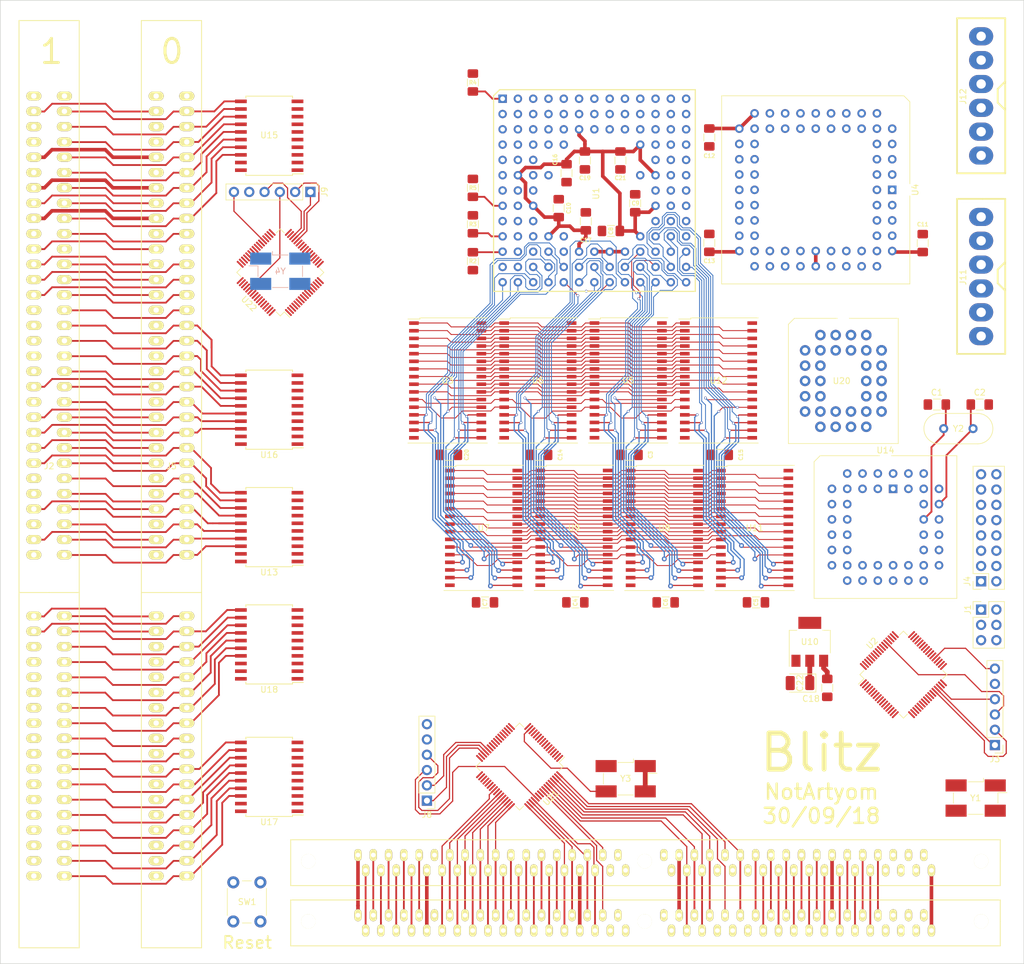
<source format=kicad_pcb>
(kicad_pcb (version 20171130) (host pcbnew 6.0.0-rc1-unknown-4eece52~66~ubuntu16.04.1)
  (layers (0 F.Cu signal) (1 In1.Cu signal) (2 In2.Cu signal) (31 B.Cu signal) (34 B.Paste user hide) (35 F.Paste user hide) (36 B.SilkS user) (37 F.SilkS user) (38 B.Mask user hide) (39 F.Mask user hide) (44 Edge.Cuts user))
  (net 0 "")
  (net 1 "Net-(C1-Pad1)")
  (net 2 GND)
  (net 3 "Net-(C2-Pad1)")
  (net 4 +5V)
  (net 5 +3V3)
  (net 6 "Net-(J1-Pad1)")
  (net 7 "Net-(J1-Pad2)")
  (net 8 "Net-(J1-Pad5)")
  (net 9 "Net-(J1-Pad6)")
  (net 10 "Net-(J2-PadB2)")
  (net 11 "Net-(J2-PadB8)")
  (net 12 "Net-(J2-PadB11)")
  (net 13 "Net-(J2-PadB12)")
  (net 14 "Net-(J2-PadB13)")
  (net 15 "Net-(J2-PadB14)")
  (net 16 CLK)
  (net 17 ISA_IRQ6)
  (net 18 ISA_IRQ5)
  (net 19 ISA_IRQ4)
  (net 20 ISA_IRQ3)
  (net 21 "Net-(J2-PadB28)")
  (net 22 /D31)
  (net 23 /D30)
  (net 24 /D29)
  (net 25 /D28)
  (net 26 /D27)
  (net 27 /D26)
  (net 28 /D25)
  (net 29 /D24)
  (net 30 "Net-(J2-PadA10)")
  (net 31 /A19)
  (net 32 /A18)
  (net 33 /A17)
  (net 34 /A16)
  (net 35 /A15)
  (net 36 /A14)
  (net 37 /A13)
  (net 38 /A12)
  (net 39 /A11)
  (net 40 /A10)
  (net 41 /A9)
  (net 42 /A8)
  (net 43 /A7)
  (net 44 /A6)
  (net 45 /A5)
  (net 46 /A4)
  (net 47 /A3)
  (net 48 /A2)
  (net 49 "Net-(J3-Pad1)")
  (net 50 "Net-(J3-Pad2)")
  (net 51 "Net-(J3-Pad3)")
  (net 52 "Net-(J3-Pad4)")
  (net 53 "Net-(J4-Pad1)")
  (net 54 "Net-(J4-Pad2)")
  (net 55 "Net-(J4-Pad3)")
  (net 56 "Net-(J4-Pad4)")
  (net 57 "Net-(J4-Pad5)")
  (net 58 "Net-(J4-Pad6)")
  (net 59 "Net-(J4-Pad7)")
  (net 60 "Net-(J4-Pad8)")
  (net 61 "Net-(J4-Pad10)")
  (net 62 "Net-(J4-Pad11)")
  (net 63 "Net-(J4-Pad12)")
  (net 64 "Net-(J4-Pad13)")
  (net 65 "Net-(J4-Pad14)")
  (net 66 "Net-(J4-Pad15)")
  (net 67 "Net-(R2-Pad2)")
  (net 68 "Net-(R3-Pad2)")
  (net 69 "Net-(R4-Pad2)")
  (net 70 "Net-(R5-Pad2)")
  (net 71 "Net-(SW1-Pad2)")
  (net 72 ECS)
  (net 73 SIZ0)
  (net 74 RW_N)
  (net 75 DS)
  (net 76 SIZ1)
  (net 77 AS)
  (net 78 STERM)
  (net 79 DSACK1)
  (net 80 DSACK0)
  (net 81 FC2)
  (net 82 FC0)
  (net 83 FC1)
  (net 84 /A25)
  (net 85 /A20)
  (net 86 /D23)
  (net 87 /D21)
  (net 88 /D19)
  (net 89 /D18)
  (net 90 /D16)
  (net 91 /D15)
  (net 92 /D13)
  (net 93 /D11)
  (net 94 /D8)
  (net 95 /D22)
  (net 96 /D20)
  (net 97 /D17)
  (net 98 /D14)
  (net 99 /D12)
  (net 100 /D9)
  (net 101 /D6)
  (net 102 /D3)
  (net 103 /D10)
  (net 104 /D7)
  (net 105 /D4)
  (net 106 /D2)
  (net 107 /D5)
  (net 108 /D1)
  (net 109 /D0)
  (net 110 CDIS)
  (net 111 IPL0)
  (net 112 IPL2)
  (net 113 IPL1)
  (net 114 RESET)
  (net 115 MMUDIS)
  (net 116 IRQ_UART)
  (net 117 DELAY)
  (net 118 RAM0)
  (net 119 RAM1)
  (net 120 RAM2)
  (net 121 RAM3)
  (net 122 ROM)
  (net 123 UART)
  (net 124 FPU)
  (net 125 HALT)
  (net 126 _RW1)
  (net 127 RW1)
  (net 128 _RW0)
  (net 129 RW0)
  (net 130 /A27)
  (net 131 /A22)
  (net 132 /A26)
  (net 133 /A24)
  (net 134 /A23)
  (net 135 /A21)
  (net 136 /ID15)
  (net 137 /ID14)
  (net 138 /ID13)
  (net 139 /ID12)
  (net 140 /ID11)
  (net 141 /ID10)
  (net 142 /ID9)
  (net 143 /ID8)
  (net 144 /IA17)
  (net 145 /IA18)
  (net 146 /IA19)
  (net 147 /IA20)
  (net 148 /IA21)
  (net 149 /IA22)
  (net 150 /IA23)
  (net 151 "Net-(J2-PadD2)")
  (net 152 "Net-(J2-PadC1)")
  (net 153 /IA0)
  (net 154 /IA1)
  (net 155 /IA2)
  (net 156 /IA3)
  (net 157 /IA4)
  (net 158 /IA5)
  (net 159 /IA6)
  (net 160 /IA7)
  (net 161 /IA8)
  (net 162 /IA9)
  (net 163 /IA10)
  (net 164 /IA11)
  (net 165 /IA12)
  (net 166 /IA13)
  (net 167 /IA14)
  (net 168 /IA15)
  (net 169 /IA16)
  (net 170 /ID0)
  (net 171 /ID1)
  (net 172 /ID2)
  (net 173 /ID3)
  (net 174 /ID4)
  (net 175 /ID5)
  (net 176 /ID6)
  (net 177 /ID7)
  (net 178 "Net-(J2-PadB30)")
  (net 179 BCLK)
  (net 180 +12V)
  (net 181 -12V)
  (net 182 -5V)
  (net 183 "Net-(J2-PadD1)")
  (net 184 "Net-(J8-Pad4)")
  (net 185 "Net-(J8-Pad3)")
  (net 186 "Net-(J8-Pad2)")
  (net 187 "Net-(J8-Pad1)")
  (net 188 "Net-(J9-Pad1)")
  (net 189 "Net-(J9-Pad2)")
  (net 190 "Net-(J9-Pad3)")
  (net 191 "Net-(J9-Pad4)")
  (net 192 A1)
  (net 193 A0)
  (net 194 ISA_MEM)
  (net 195 ISA_IO)
  (net 196 ISA_16BIT)
  (net 197 I_DIR)
  (net 198 I_EN)
  (net 199 "Net-(U19-Pad13)")
  (net 200 "Net-(U19-Pad15)")
  (net 201 "Net-(U19-Pad17)")
  (net 202 "Net-(U19-Pad19)")
  (net 203 "Net-(U19-Pad29)")
  (net 204 "Net-(U19-Pad31)")
  (net 205 "Net-(U19-Pad33)")
  (net 206 "Net-(U19-Pad32)")
  (net 207 "Net-(U19-Pad28)")
  (net 208 "Net-(U19-Pad18)")
  (net 209 "Net-(U19-Pad16)")
  (net 210 "Net-(U19-Pad14)")
  (net 211 "Net-(U19-Pad12)")
  (net 212 "Net-(U19-Pad40)")
  (net 213 "Net-(U19-Pad42)")
  (net 214 "Net-(U19-Pad47)")
  (net 215 "Net-(U19-Pad45)")
  (net 216 "Net-(U19-Pad43)")
  (net 217 "Net-(U19-Pad41)")
  (net 218 D_CLK)
  (net 219 "Net-(U21-Pad57)")
  (net 220 "Net-(U21-Pad63)")
  (net 221 IDE)
  (module BBlitz:PGA120 (layer F.Cu) (at 179.97 98.47 180)
    (fp_text reference U1 (at -0.02 -0.01 -90) (layer F.SilkS))
    (fp_text value M68030)
    (pad A1 thru_hole rect (at 15.5 15.75) (size 1.397 1.397) (drill 0.7874) (layers *.Cu *.Mask) (net 69 "Net-(R4-Pad2)"))
    (pad B1 thru_hole circle (at 15.5 13.21) (size 1.397 1.397) (drill 0.7874) (layers *.Cu *.Mask))
    (pad C1 thru_hole circle (at 15.5 10.67) (size 1.397 1.397) (drill 0.7874) (layers *.Cu *.Mask) (net 83 FC1))
    (pad D1 thru_hole circle (at 15.5 8.13) (size 1.397 1.397) (drill 0.7874) (layers *.Cu *.Mask) (net 81 FC2))
    (pad E1 thru_hole circle (at 15.5 5.59) (size 1.397 1.397) (drill 0.7874) (layers *.Cu *.Mask) (net 16 CLK))
    (pad F1 thru_hole circle (at 15.5 3.05) (size 1.397 1.397) (drill 0.7874) (layers *.Cu *.Mask) (net 80 DSACK0))
    (pad G1 thru_hole circle (at 15.5 0.51) (size 1.397 1.397) (drill 0.7874) (layers *.Cu *.Mask) (net 78 STERM))
    (pad H1 thru_hole circle (at 15.5 -2.03) (size 1.397 1.397) (drill 0.7874) (layers *.Cu *.Mask) (net 70 "Net-(R5-Pad2)"))
    (pad J1 thru_hole circle (at 15.5 -4.57) (size 1.397 1.397) (drill 0.7874) (layers *.Cu *.Mask))
    (pad K1 thru_hole circle (at 15.5 -7.11) (size 1.397 1.397) (drill 0.7874) (layers *.Cu *.Mask) (net 68 "Net-(R3-Pad2)"))
    (pad L1 thru_hole circle (at 15.5 -9.65) (size 1.397 1.397) (drill 0.7874) (layers *.Cu *.Mask) (net 67 "Net-(R2-Pad2)"))
    (pad M1 thru_hole circle (at 15.5 -12.19) (size 1.397 1.397) (drill 0.7874) (layers *.Cu *.Mask))
    (pad N1 thru_hole circle (at 15.5 -14.73) (size 1.397 1.397) (drill 0.7874) (layers *.Cu *.Mask) (net 22 /D31))
    (pad A2 thru_hole circle (at 12.96 15.75) (size 1.397 1.397) (drill 0.7874) (layers *.Cu *.Mask) (net 193 A0))
    (pad B2 thru_hole circle (at 12.96 13.21) (size 1.397 1.397) (drill 0.7874) (layers *.Cu *.Mask))
    (pad C2 thru_hole circle (at 12.96 10.67) (size 1.397 1.397) (drill 0.7874) (layers *.Cu *.Mask))
    (pad D2 thru_hole circle (at 12.96 8.13) (size 1.397 1.397) (drill 0.7874) (layers *.Cu *.Mask) (net 82 FC0))
    (pad E2 thru_hole circle (at 12.96 5.59) (size 1.397 1.397) (drill 0.7874) (layers *.Cu *.Mask) (net 2 GND))
    (pad F2 thru_hole circle (at 12.96 3.05) (size 1.397 1.397) (drill 0.7874) (layers *.Cu *.Mask) (net 4 +5V))
    (pad G2 thru_hole circle (at 12.96 0.51) (size 1.397 1.397) (drill 0.7874) (layers *.Cu *.Mask) (net 79 DSACK1))
    (pad H2 thru_hole circle (at 12.96 -2.03) (size 1.397 1.397) (drill 0.7874) (layers *.Cu *.Mask) (net 125 HALT))
    (pad J2 thru_hole circle (at 12.96 -4.57) (size 1.397 1.397) (drill 0.7874) (layers *.Cu *.Mask) (net 77 AS))
    (pad K2 thru_hole circle (at 12.96 -7.11) (size 1.397 1.397) (drill 0.7874) (layers *.Cu *.Mask) (net 75 DS))
    (pad L2 thru_hole circle (at 12.96 -9.65) (size 1.397 1.397) (drill 0.7874) (layers *.Cu *.Mask) (net 73 SIZ0))
    (pad M2 thru_hole circle (at 12.96 -12.19) (size 1.397 1.397) (drill 0.7874) (layers *.Cu *.Mask) (net 72 ECS))
    (pad N2 thru_hole circle (at 12.96 -14.73) (size 1.397 1.397) (drill 0.7874) (layers *.Cu *.Mask) (net 25 /D28))
    (pad A3 thru_hole circle (at 10.42 15.75) (size 1.397 1.397) (drill 0.7874) (layers *.Cu *.Mask))
    (pad B3 thru_hole circle (at 10.42 13.21) (size 1.397 1.397) (drill 0.7874) (layers *.Cu *.Mask))
    (pad C3 thru_hole circle (at 10.42 10.67) (size 1.397 1.397) (drill 0.7874) (layers *.Cu *.Mask))
    (pad D3 thru_hole circle (at 10.42 8.13) (size 1.397 1.397) (drill 0.7874) (layers *.Cu *.Mask))
    (pad E3 thru_hole circle (at 10.42 5.59) (size 1.397 1.397) (drill 0.7874) (layers *.Cu *.Mask) (net 2 GND))
    (pad F3 thru_hole circle (at 10.42 3.05) (size 1.397 1.397) (drill 0.7874) (layers *.Cu *.Mask) (net 2 GND))
    (pad G3 thru_hole circle (at 10.42 0.51) (size 1.397 1.397) (drill 0.7874) (layers *.Cu *.Mask) (net 2 GND))
    (pad H3 thru_hole circle (at 10.42 -2.03) (size 1.397 1.397) (drill 0.7874) (layers *.Cu *.Mask) (net 4 +5V))
    (pad J3 thru_hole circle (at 10.42 -4.57) (size 1.397 1.397) (drill 0.7874) (layers *.Cu *.Mask) (net 2 GND))
    (pad K3 thru_hole circle (at 10.42 -7.11) (size 1.397 1.397) (drill 0.7874) (layers *.Cu *.Mask) (net 76 SIZ1))
    (pad L3 thru_hole circle (at 10.42 -9.65) (size 1.397 1.397) (drill 0.7874) (layers *.Cu *.Mask) (net 74 RW_N))
    (pad M3 thru_hole circle (at 10.42 -12.19) (size 1.397 1.397) (drill 0.7874) (layers *.Cu *.Mask) (net 24 /D29))
    (pad N3 thru_hole circle (at 10.42 -14.73) (size 1.397 1.397) (drill 0.7874) (layers *.Cu *.Mask) (net 27 /D26))
    (pad A4 thru_hole circle (at 7.88 15.75) (size 1.397 1.397) (drill 0.7874) (layers *.Cu *.Mask))
    (pad B4 thru_hole circle (at 7.88 13.21) (size 1.397 1.397) (drill 0.7874) (layers *.Cu *.Mask))
    (pad C4 thru_hole circle (at 7.88 10.67) (size 1.397 1.397) (drill 0.7874) (layers *.Cu *.Mask) (net 192 A1))
    (pad D4 thru_hole circle (at 7.88 8.13) (size 1.397 1.397) (drill 0.7874) (layers *.Cu *.Mask) (net 4 +5V))
    (pad F4 thru_hole circle (at 7.88 3.05) (size 1.397 1.397) (drill 0.7874) (layers *.Cu *.Mask))
    (pad K4 thru_hole circle (at 7.88 -7.11) (size 1.397 1.397) (drill 0.7874) (layers *.Cu *.Mask) (net 4 +5V))
    (pad L4 thru_hole circle (at 7.88 -9.65) (size 1.397 1.397) (drill 0.7874) (layers *.Cu *.Mask) (net 23 /D30))
    (pad M4 thru_hole circle (at 7.88 -12.19) (size 1.397 1.397) (drill 0.7874) (layers *.Cu *.Mask) (net 26 /D27))
    (pad N4 thru_hole circle (at 7.88 -14.73) (size 1.397 1.397) (drill 0.7874) (layers *.Cu *.Mask) (net 28 /D25))
    (pad A5 thru_hole circle (at 5.34 15.75) (size 1.397 1.397) (drill 0.7874) (layers *.Cu *.Mask) (net 132 /A26))
    (pad B5 thru_hole circle (at 5.34 13.21) (size 1.397 1.397) (drill 0.7874) (layers *.Cu *.Mask) (net 130 /A27))
    (pad C5 thru_hole circle (at 5.34 10.67) (size 1.397 1.397) (drill 0.7874) (layers *.Cu *.Mask) (net 2 GND))
    (pad D5 thru_hole circle (at 5.34 8.13) (size 1.397 1.397) (drill 0.7874) (layers *.Cu *.Mask))
    (pad K5 thru_hole circle (at 5.34 -7.11) (size 1.397 1.397) (drill 0.7874) (layers *.Cu *.Mask))
    (pad L5 thru_hole circle (at 5.34 -9.65) (size 1.397 1.397) (drill 0.7874) (layers *.Cu *.Mask) (net 2 GND))
    (pad M5 thru_hole circle (at 5.34 -12.19) (size 1.397 1.397) (drill 0.7874) (layers *.Cu *.Mask) (net 29 /D24))
    (pad N5 thru_hole circle (at 5.34 -14.73) (size 1.397 1.397) (drill 0.7874) (layers *.Cu *.Mask) (net 86 /D23))
    (pad A6 thru_hole circle (at 2.8 15.75) (size 1.397 1.397) (drill 0.7874) (layers *.Cu *.Mask) (net 133 /A24))
    (pad B6 thru_hole circle (at 2.8 13.21) (size 1.397 1.397) (drill 0.7874) (layers *.Cu *.Mask) (net 84 /A25))
    (pad C6 thru_hole circle (at 2.8 10.67) (size 1.397 1.397) (drill 0.7874) (layers *.Cu *.Mask) (net 4 +5V))
    (pad L6 thru_hole circle (at 2.8 -9.65) (size 1.397 1.397) (drill 0.7874) (layers *.Cu *.Mask) (net 4 +5V))
    (pad M6 thru_hole circle (at 2.8 -12.19) (size 1.397 1.397) (drill 0.7874) (layers *.Cu *.Mask) (net 95 /D22))
    (pad N6 thru_hole circle (at 2.8 -14.73) (size 1.397 1.397) (drill 0.7874) (layers *.Cu *.Mask) (net 87 /D21))
    (pad A7 thru_hole circle (at 0.26 15.75) (size 1.397 1.397) (drill 0.7874) (layers *.Cu *.Mask) (net 134 /A23))
    (pad B7 thru_hole circle (at 0.26 13.21) (size 1.397 1.397) (drill 0.7874) (layers *.Cu *.Mask) (net 131 /A22))
    (pad C7 thru_hole circle (at 0.26 10.67) (size 1.397 1.397) (drill 0.7874) (layers *.Cu *.Mask) (net 2 GND))
    (pad L7 thru_hole circle (at 0.26 -9.65) (size 1.397 1.397) (drill 0.7874) (layers *.Cu *.Mask) (net 2 GND))
    (pad M7 thru_hole circle (at 0.26 -12.19) (size 1.397 1.397) (drill 0.7874) (layers *.Cu *.Mask) (net 96 /D20))
    (pad N7 thru_hole circle (at 0.26 -14.73) (size 1.397 1.397) (drill 0.7874) (layers *.Cu *.Mask) (net 88 /D19))
    (pad A8 thru_hole circle (at -2.28 15.75) (size 1.397 1.397) (drill 0.7874) (layers *.Cu *.Mask) (net 135 /A21))
    (pad B8 thru_hole circle (at -2.28 13.21) (size 1.397 1.397) (drill 0.7874) (layers *.Cu *.Mask) (net 85 /A20))
    (pad C8 thru_hole circle (at -2.28 10.67) (size 1.397 1.397) (drill 0.7874) (layers *.Cu *.Mask) (net 32 /A18))
    (pad L8 thru_hole circle (at -2.28 -9.65) (size 1.397 1.397) (drill 0.7874) (layers *.Cu *.Mask) (net 2 GND))
    (pad M8 thru_hole circle (at -2.28 -12.19) (size 1.397 1.397) (drill 0.7874) (layers *.Cu *.Mask) (net 97 /D17))
    (pad N8 thru_hole circle (at -2.28 -14.73) (size 1.397 1.397) (drill 0.7874) (layers *.Cu *.Mask) (net 89 /D18))
    (pad A9 thru_hole circle (at -4.82 15.75) (size 1.397 1.397) (drill 0.7874) (layers *.Cu *.Mask) (net 31 /A19))
    (pad B9 thru_hole circle (at -4.82 13.21) (size 1.397 1.397) (drill 0.7874) (layers *.Cu *.Mask) (net 34 /A16))
    (pad C9 thru_hole circle (at -4.82 10.67) (size 1.397 1.397) (drill 0.7874) (layers *.Cu *.Mask) (net 2 GND))
    (pad L9 thru_hole circle (at -4.82 -9.65) (size 1.397 1.397) (drill 0.7874) (layers *.Cu *.Mask) (net 2 GND))
    (pad M9 thru_hole circle (at -4.82 -12.19) (size 1.397 1.397) (drill 0.7874) (layers *.Cu *.Mask) (net 98 /D14))
    (pad N9 thru_hole circle (at -4.82 -14.73) (size 1.397 1.397) (drill 0.7874) (layers *.Cu *.Mask) (net 90 /D16))
    (pad A10 thru_hole circle (at -7.36 15.75) (size 1.397 1.397) (drill 0.7874) (layers *.Cu *.Mask) (net 33 /A17))
    (pad B10 thru_hole circle (at -7.36 13.21) (size 1.397 1.397) (drill 0.7874) (layers *.Cu *.Mask) (net 36 /A14))
    (pad C10 thru_hole circle (at -7.36 10.67) (size 1.397 1.397) (drill 0.7874) (layers *.Cu *.Mask) (net 39 /A11))
    (pad D10 thru_hole circle (at -7.36 8.13) (size 1.397 1.397) (drill 0.7874) (layers *.Cu *.Mask) (net 4 +5V))
    (pad F10 thru_hole circle (at -7.36 3.05) (size 1.397 1.397) (drill 0.7874) (layers *.Cu *.Mask))
    (pad K10 thru_hole circle (at -7.36 -7.11) (size 1.397 1.397) (drill 0.7874) (layers *.Cu *.Mask) (net 4 +5V))
    (pad L10 thru_hole circle (at -7.36 -9.65) (size 1.397 1.397) (drill 0.7874) (layers *.Cu *.Mask) (net 103 /D10))
    (pad M10 thru_hole circle (at -7.36 -12.19) (size 1.397 1.397) (drill 0.7874) (layers *.Cu *.Mask) (net 99 /D12))
    (pad N10 thru_hole circle (at -7.36 -14.73) (size 1.397 1.397) (drill 0.7874) (layers *.Cu *.Mask) (net 91 /D15))
    (pad A11 thru_hole circle (at -9.9 15.75) (size 1.397 1.397) (drill 0.7874) (layers *.Cu *.Mask) (net 35 /A15))
    (pad B11 thru_hole circle (at -9.9 13.21) (size 1.397 1.397) (drill 0.7874) (layers *.Cu *.Mask) (net 38 /A12))
    (pad C11 thru_hole circle (at -9.9 10.67) (size 1.397 1.397) (drill 0.7874) (layers *.Cu *.Mask) (net 41 /A9))
    (pad D11 thru_hole circle (at -9.9 8.13) (size 1.397 1.397) (drill 0.7874) (layers *.Cu *.Mask) (net 44 /A6))
    (pad E11 thru_hole circle (at -9.9 5.59) (size 1.397 1.397) (drill 0.7874) (layers *.Cu *.Mask) (net 2 GND))
    (pad F11 thru_hole circle (at -9.9 3.05) (size 1.397 1.397) (drill 0.7874) (layers *.Cu *.Mask) (net 4 +5V))
    (pad G11 thru_hole circle (at -9.9 0.51) (size 1.397 1.397) (drill 0.7874) (layers *.Cu *.Mask) (net 2 GND))
    (pad H11 thru_hole circle (at -9.9 -2.03) (size 1.397 1.397) (drill 0.7874) (layers *.Cu *.Mask) (net 4 +5V))
    (pad J11 thru_hole circle (at -9.9 -4.57) (size 1.397 1.397) (drill 0.7874) (layers *.Cu *.Mask) (net 2 GND))
    (pad K11 thru_hole circle (at -9.9 -7.11) (size 1.397 1.397) (drill 0.7874) (layers *.Cu *.Mask) (net 107 /D5))
    (pad L11 thru_hole circle (at -9.9 -9.65) (size 1.397 1.397) (drill 0.7874) (layers *.Cu *.Mask) (net 104 /D7))
    (pad M11 thru_hole circle (at -9.9 -12.19) (size 1.397 1.397) (drill 0.7874) (layers *.Cu *.Mask) (net 100 /D9))
    (pad N11 thru_hole circle (at -9.9 -14.73) (size 1.397 1.397) (drill 0.7874) (layers *.Cu *.Mask) (net 92 /D13))
    (pad A12 thru_hole circle (at -12.44 15.75) (size 1.397 1.397) (drill 0.7874) (layers *.Cu *.Mask) (net 37 /A13))
    (pad B12 thru_hole circle (at -12.44 13.21) (size 1.397 1.397) (drill 0.7874) (layers *.Cu *.Mask) (net 42 /A8))
    (pad C12 thru_hole circle (at -12.44 10.67) (size 1.397 1.397) (drill 0.7874) (layers *.Cu *.Mask) (net 45 /A5))
    (pad D12 thru_hole circle (at -12.44 8.13) (size 1.397 1.397) (drill 0.7874) (layers *.Cu *.Mask) (net 47 /A3))
    (pad E12 thru_hole circle (at -12.44 5.59) (size 1.397 1.397) (drill 0.7874) (layers *.Cu *.Mask))
    (pad F12 thru_hole circle (at -12.44 3.05) (size 1.397 1.397) (drill 0.7874) (layers *.Cu *.Mask) (net 114 RESET))
    (pad G12 thru_hole circle (at -12.44 0.51) (size 1.397 1.397) (drill 0.7874) (layers *.Cu *.Mask) (net 112 IPL2))
    (pad H12 thru_hole circle (at -12.44 -2.03) (size 1.397 1.397) (drill 0.7874) (layers *.Cu *.Mask) (net 110 CDIS))
    (pad J12 thru_hole circle (at -12.44 -4.57) (size 1.397 1.397) (drill 0.7874) (layers *.Cu *.Mask))
    (pad K12 thru_hole circle (at -12.44 -7.11) (size 1.397 1.397) (drill 0.7874) (layers *.Cu *.Mask) (net 108 /D1))
    (pad L12 thru_hole circle (at -12.44 -9.65) (size 1.397 1.397) (drill 0.7874) (layers *.Cu *.Mask) (net 105 /D4))
    (pad M12 thru_hole circle (at -12.44 -12.19) (size 1.397 1.397) (drill 0.7874) (layers *.Cu *.Mask) (net 101 /D6))
    (pad N12 thru_hole circle (at -12.44 -14.73) (size 1.397 1.397) (drill 0.7874) (layers *.Cu *.Mask) (net 93 /D11))
    (pad A13 thru_hole circle (at -14.98 15.75) (size 1.397 1.397) (drill 0.7874) (layers *.Cu *.Mask) (net 40 /A10))
    (pad B13 thru_hole circle (at -14.98 13.21) (size 1.397 1.397) (drill 0.7874) (layers *.Cu *.Mask) (net 43 /A7))
    (pad C13 thru_hole circle (at -14.98 10.67) (size 1.397 1.397) (drill 0.7874) (layers *.Cu *.Mask) (net 46 /A4))
    (pad D13 thru_hole circle (at -14.98 8.13) (size 1.397 1.397) (drill 0.7874) (layers *.Cu *.Mask) (net 48 /A2))
    (pad E13 thru_hole circle (at -14.98 5.59) (size 1.397 1.397) (drill 0.7874) (layers *.Cu *.Mask))
    (pad F13 thru_hole circle (at -14.98 3.05) (size 1.397 1.397) (drill 0.7874) (layers *.Cu *.Mask) (net 115 MMUDIS))
    (pad G13 thru_hole circle (at -14.98 0.51) (size 1.397 1.397) (drill 0.7874) (layers *.Cu *.Mask) (net 113 IPL1))
    (pad H13 thru_hole circle (at -14.98 -2.03) (size 1.397 1.397) (drill 0.7874) (layers *.Cu *.Mask) (net 111 IPL0))
    (pad J13 thru_hole circle (at -14.98 -4.57) (size 1.397 1.397) (drill 0.7874) (layers *.Cu *.Mask))
    (pad K13 thru_hole circle (at -14.98 -7.11) (size 1.397 1.397) (drill 0.7874) (layers *.Cu *.Mask) (net 109 /D0))
    (pad L13 thru_hole circle (at -14.98 -9.65) (size 1.397 1.397) (drill 0.7874) (layers *.Cu *.Mask) (net 106 /D2))
    (pad M13 thru_hole circle (at -14.98 -12.19) (size 1.397 1.397) (drill 0.7874) (layers *.Cu *.Mask) (net 102 /D3))
    (pad N13 thru_hole circle (at -14.98 -14.73) (size 1.397 1.397) (drill 0.7874) (layers *.Cu *.Mask) (net 94 /D8))
  )
  (module Package_SO:TSOP-II-32_21.0x10.2mm_P1.27mm (layer F.Cu) (at 155.34 129.51)
    (fp_text reference U3 (at 0.01 0.01) (layer F.SilkS))
    (fp_text value AS6C4008)
    (pad 1 smd rect (at -5.6 -9.525) (size 1.6 0.6) (layers F.Cu F.Paste F.Mask) (net 85 /A20))
    (pad 2 smd rect (at -5.6 -8.255) (size 1.6 0.6) (layers F.Cu F.Paste F.Mask) (net 32 /A18))
    (pad 3 smd rect (at -5.6 -6.985) (size 1.6 0.6) (layers F.Cu F.Paste F.Mask) (net 34 /A16))
    (pad 4 smd rect (at -5.6 -5.715) (size 1.6 0.6) (layers F.Cu F.Paste F.Mask) (net 36 /A14))
    (pad 5 smd rect (at -5.6 -4.445) (size 1.6 0.6) (layers F.Cu F.Paste F.Mask) (net 41 /A9))
    (pad 6 smd rect (at -5.6 -3.175) (size 1.6 0.6) (layers F.Cu F.Paste F.Mask) (net 42 /A8))
    (pad 7 smd rect (at -5.6 -1.905) (size 1.6 0.6) (layers F.Cu F.Paste F.Mask) (net 43 /A7))
    (pad 8 smd rect (at -5.6 -0.625) (size 1.6 0.6) (layers F.Cu F.Paste F.Mask) (net 44 /A6))
    (pad 9 smd rect (at -5.6 0.625) (size 1.6 0.6) (layers F.Cu F.Paste F.Mask) (net 45 /A5))
    (pad 10 smd rect (at -5.6 1.905) (size 1.6 0.6) (layers F.Cu F.Paste F.Mask) (net 46 /A4))
    (pad 11 smd rect (at -5.6 3.175) (size 1.6 0.6) (layers F.Cu F.Paste F.Mask) (net 47 /A3))
    (pad 12 smd rect (at -5.6 4.445) (size 1.6 0.6) (layers F.Cu F.Paste F.Mask) (net 48 /A2))
    (pad 13 smd rect (at -5.6 5.715) (size 1.6 0.6) (layers F.Cu F.Paste F.Mask) (net 29 /D24))
    (pad 14 smd rect (at -5.6 6.985) (size 1.6 0.6) (layers F.Cu F.Paste F.Mask) (net 28 /D25))
    (pad 15 smd rect (at -5.6 8.255) (size 1.6 0.6) (layers F.Cu F.Paste F.Mask) (net 27 /D26))
    (pad 16 smd rect (at -5.6 9.525) (size 1.6 0.6) (layers F.Cu F.Paste F.Mask) (net 2 GND))
    (pad 17 smd rect (at 5.6 9.525) (size 1.6 0.6) (layers F.Cu F.Paste F.Mask) (net 26 /D27))
    (pad 18 smd rect (at 5.6 8.255) (size 1.6 0.6) (layers F.Cu F.Paste F.Mask) (net 25 /D28))
    (pad 19 smd rect (at 5.6 6.985) (size 1.6 0.6) (layers F.Cu F.Paste F.Mask) (net 24 /D29))
    (pad 20 smd rect (at 5.6 5.715) (size 1.6 0.6) (layers F.Cu F.Paste F.Mask) (net 23 /D30))
    (pad 21 smd rect (at 5.6 4.445) (size 1.6 0.6) (layers F.Cu F.Paste F.Mask) (net 22 /D31))
    (pad 22 smd rect (at 5.6 3.175) (size 1.6 0.6) (layers F.Cu F.Paste F.Mask) (net 121 RAM3))
    (pad 23 smd rect (at 5.6 1.905) (size 1.6 0.6) (layers F.Cu F.Paste F.Mask) (net 38 /A12))
    (pad 24 smd rect (at 5.6 0.625) (size 1.6 0.6) (layers F.Cu F.Paste F.Mask) (net 128 _RW0))
    (pad 25 smd rect (at 5.6 -0.625) (size 1.6 0.6) (layers F.Cu F.Paste F.Mask) (net 37 /A13))
    (pad 26 smd rect (at 5.6 -1.905) (size 1.6 0.6) (layers F.Cu F.Paste F.Mask) (net 39 /A11))
    (pad 27 smd rect (at 5.6 -3.175) (size 1.6 0.6) (layers F.Cu F.Paste F.Mask) (net 40 /A10))
    (pad 28 smd rect (at 5.6 -4.445) (size 1.6 0.6) (layers F.Cu F.Paste F.Mask) (net 35 /A15))
    (pad 29 smd rect (at 5.6 -5.715) (size 1.6 0.6) (layers F.Cu F.Paste F.Mask) (net 129 RW0))
    (pad 30 smd rect (at 5.6 -6.985) (size 1.6 0.6) (layers F.Cu F.Paste F.Mask) (net 31 /A19))
    (pad 31 smd rect (at 5.6 -8.255) (size 1.6 0.6) (layers F.Cu F.Paste F.Mask) (net 33 /A17))
    (pad 32 smd rect (at 5.6 -9.525) (size 1.6 0.6) (layers F.Cu F.Paste F.Mask) (net 4 +5V))
  )
  (module Package_SO:TSOP-II-32_21.0x10.2mm_P1.27mm (layer F.Cu) (at 191.33 154.01)
    (fp_text reference U8 (at 0.01 0.01) (layer F.SilkS))
    (fp_text value AS6C4008)
    (pad 32 smd rect (at 5.6 -9.525) (size 1.6 0.6) (layers F.Cu F.Paste F.Mask) (net 4 +5V))
    (pad 31 smd rect (at 5.6 -8.255) (size 1.6 0.6) (layers F.Cu F.Paste F.Mask) (net 33 /A17))
    (pad 30 smd rect (at 5.6 -6.985) (size 1.6 0.6) (layers F.Cu F.Paste F.Mask) (net 31 /A19))
    (pad 29 smd rect (at 5.6 -5.715) (size 1.6 0.6) (layers F.Cu F.Paste F.Mask) (net 127 RW1))
    (pad 28 smd rect (at 5.6 -4.445) (size 1.6 0.6) (layers F.Cu F.Paste F.Mask) (net 35 /A15))
    (pad 27 smd rect (at 5.6 -3.175) (size 1.6 0.6) (layers F.Cu F.Paste F.Mask) (net 40 /A10))
    (pad 26 smd rect (at 5.6 -1.905) (size 1.6 0.6) (layers F.Cu F.Paste F.Mask) (net 39 /A11))
    (pad 25 smd rect (at 5.6 -0.625) (size 1.6 0.6) (layers F.Cu F.Paste F.Mask) (net 37 /A13))
    (pad 24 smd rect (at 5.6 0.625) (size 1.6 0.6) (layers F.Cu F.Paste F.Mask) (net 126 _RW1))
    (pad 23 smd rect (at 5.6 1.905) (size 1.6 0.6) (layers F.Cu F.Paste F.Mask) (net 38 /A12))
    (pad 22 smd rect (at 5.6 3.175) (size 1.6 0.6) (layers F.Cu F.Paste F.Mask) (net 119 RAM1))
    (pad 21 smd rect (at 5.6 4.445) (size 1.6 0.6) (layers F.Cu F.Paste F.Mask) (net 91 /D15))
    (pad 20 smd rect (at 5.6 5.715) (size 1.6 0.6) (layers F.Cu F.Paste F.Mask) (net 98 /D14))
    (pad 19 smd rect (at 5.6 6.985) (size 1.6 0.6) (layers F.Cu F.Paste F.Mask) (net 92 /D13))
    (pad 18 smd rect (at 5.6 8.255) (size 1.6 0.6) (layers F.Cu F.Paste F.Mask) (net 99 /D12))
    (pad 17 smd rect (at 5.6 9.525) (size 1.6 0.6) (layers F.Cu F.Paste F.Mask) (net 93 /D11))
    (pad 16 smd rect (at -5.6 9.525) (size 1.6 0.6) (layers F.Cu F.Paste F.Mask) (net 2 GND))
    (pad 15 smd rect (at -5.6 8.255) (size 1.6 0.6) (layers F.Cu F.Paste F.Mask) (net 103 /D10))
    (pad 14 smd rect (at -5.6 6.985) (size 1.6 0.6) (layers F.Cu F.Paste F.Mask) (net 100 /D9))
    (pad 13 smd rect (at -5.6 5.715) (size 1.6 0.6) (layers F.Cu F.Paste F.Mask) (net 94 /D8))
    (pad 12 smd rect (at -5.6 4.445) (size 1.6 0.6) (layers F.Cu F.Paste F.Mask) (net 48 /A2))
    (pad 11 smd rect (at -5.6 3.175) (size 1.6 0.6) (layers F.Cu F.Paste F.Mask) (net 47 /A3))
    (pad 10 smd rect (at -5.6 1.905) (size 1.6 0.6) (layers F.Cu F.Paste F.Mask) (net 46 /A4))
    (pad 9 smd rect (at -5.6 0.625) (size 1.6 0.6) (layers F.Cu F.Paste F.Mask) (net 45 /A5))
    (pad 8 smd rect (at -5.6 -0.625) (size 1.6 0.6) (layers F.Cu F.Paste F.Mask) (net 44 /A6))
    (pad 7 smd rect (at -5.6 -1.905) (size 1.6 0.6) (layers F.Cu F.Paste F.Mask) (net 43 /A7))
    (pad 6 smd rect (at -5.6 -3.175) (size 1.6 0.6) (layers F.Cu F.Paste F.Mask) (net 42 /A8))
    (pad 5 smd rect (at -5.6 -4.445) (size 1.6 0.6) (layers F.Cu F.Paste F.Mask) (net 41 /A9))
    (pad 4 smd rect (at -5.6 -5.715) (size 1.6 0.6) (layers F.Cu F.Paste F.Mask) (net 36 /A14))
    (pad 3 smd rect (at -5.6 -6.985) (size 1.6 0.6) (layers F.Cu F.Paste F.Mask) (net 34 /A16))
    (pad 2 smd rect (at -5.6 -8.255) (size 1.6 0.6) (layers F.Cu F.Paste F.Mask) (net 32 /A18))
    (pad 1 smd rect (at -5.6 -9.525) (size 1.6 0.6) (layers F.Cu F.Paste F.Mask) (net 85 /A20))
  )
  (module Package_SO:TSOP-II-32_21.0x10.2mm_P1.27mm (layer F.Cu) (at 161.31 154)
    (fp_text reference U7 (at 0.01 0.01) (layer F.SilkS))
    (fp_text value AS6C4008)
    (pad 32 smd rect (at 5.6 -9.525) (size 1.6 0.6) (layers F.Cu F.Paste F.Mask) (net 4 +5V))
    (pad 31 smd rect (at 5.6 -8.255) (size 1.6 0.6) (layers F.Cu F.Paste F.Mask) (net 33 /A17))
    (pad 30 smd rect (at 5.6 -6.985) (size 1.6 0.6) (layers F.Cu F.Paste F.Mask) (net 31 /A19))
    (pad 29 smd rect (at 5.6 -5.715) (size 1.6 0.6) (layers F.Cu F.Paste F.Mask) (net 127 RW1))
    (pad 28 smd rect (at 5.6 -4.445) (size 1.6 0.6) (layers F.Cu F.Paste F.Mask) (net 35 /A15))
    (pad 27 smd rect (at 5.6 -3.175) (size 1.6 0.6) (layers F.Cu F.Paste F.Mask) (net 40 /A10))
    (pad 26 smd rect (at 5.6 -1.905) (size 1.6 0.6) (layers F.Cu F.Paste F.Mask) (net 39 /A11))
    (pad 25 smd rect (at 5.6 -0.625) (size 1.6 0.6) (layers F.Cu F.Paste F.Mask) (net 37 /A13))
    (pad 24 smd rect (at 5.6 0.625) (size 1.6 0.6) (layers F.Cu F.Paste F.Mask) (net 126 _RW1))
    (pad 23 smd rect (at 5.6 1.905) (size 1.6 0.6) (layers F.Cu F.Paste F.Mask) (net 38 /A12))
    (pad 22 smd rect (at 5.6 3.175) (size 1.6 0.6) (layers F.Cu F.Paste F.Mask) (net 121 RAM3))
    (pad 21 smd rect (at 5.6 4.445) (size 1.6 0.6) (layers F.Cu F.Paste F.Mask) (net 22 /D31))
    (pad 20 smd rect (at 5.6 5.715) (size 1.6 0.6) (layers F.Cu F.Paste F.Mask) (net 23 /D30))
    (pad 19 smd rect (at 5.6 6.985) (size 1.6 0.6) (layers F.Cu F.Paste F.Mask) (net 24 /D29))
    (pad 18 smd rect (at 5.6 8.255) (size 1.6 0.6) (layers F.Cu F.Paste F.Mask) (net 25 /D28))
    (pad 17 smd rect (at 5.6 9.525) (size 1.6 0.6) (layers F.Cu F.Paste F.Mask) (net 26 /D27))
    (pad 16 smd rect (at -5.6 9.525) (size 1.6 0.6) (layers F.Cu F.Paste F.Mask) (net 2 GND))
    (pad 15 smd rect (at -5.6 8.255) (size 1.6 0.6) (layers F.Cu F.Paste F.Mask) (net 27 /D26))
    (pad 14 smd rect (at -5.6 6.985) (size 1.6 0.6) (layers F.Cu F.Paste F.Mask) (net 28 /D25))
    (pad 13 smd rect (at -5.6 5.715) (size 1.6 0.6) (layers F.Cu F.Paste F.Mask) (net 29 /D24))
    (pad 12 smd rect (at -5.6 4.445) (size 1.6 0.6) (layers F.Cu F.Paste F.Mask) (net 48 /A2))
    (pad 11 smd rect (at -5.6 3.175) (size 1.6 0.6) (layers F.Cu F.Paste F.Mask) (net 47 /A3))
    (pad 10 smd rect (at -5.6 1.905) (size 1.6 0.6) (layers F.Cu F.Paste F.Mask) (net 46 /A4))
    (pad 9 smd rect (at -5.6 0.625) (size 1.6 0.6) (layers F.Cu F.Paste F.Mask) (net 45 /A5))
    (pad 8 smd rect (at -5.6 -0.625) (size 1.6 0.6) (layers F.Cu F.Paste F.Mask) (net 44 /A6))
    (pad 7 smd rect (at -5.6 -1.905) (size 1.6 0.6) (layers F.Cu F.Paste F.Mask) (net 43 /A7))
    (pad 6 smd rect (at -5.6 -3.175) (size 1.6 0.6) (layers F.Cu F.Paste F.Mask) (net 42 /A8))
    (pad 5 smd rect (at -5.6 -4.445) (size 1.6 0.6) (layers F.Cu F.Paste F.Mask) (net 41 /A9))
    (pad 4 smd rect (at -5.6 -5.715) (size 1.6 0.6) (layers F.Cu F.Paste F.Mask) (net 36 /A14))
    (pad 3 smd rect (at -5.6 -6.985) (size 1.6 0.6) (layers F.Cu F.Paste F.Mask) (net 34 /A16))
    (pad 2 smd rect (at -5.6 -8.255) (size 1.6 0.6) (layers F.Cu F.Paste F.Mask) (net 32 /A18))
    (pad 1 smd rect (at -5.6 -9.525) (size 1.6 0.6) (layers F.Cu F.Paste F.Mask) (net 85 /A20))
  )
  (module BBlitz:BUS_AT_VERT (layer F.Cu) (at 89.15 143.74)
    (fp_text reference J2 (at 0 0) (layer F.SilkS))
    (fp_text value ISAx16)
    (pad C18 thru_hole oval (at 2.54 68.072) (size 2.5 1.5) (drill 0.89) (layers *.Cu *.Mask F.SilkS) (net 136 /ID15))
    (pad C17 thru_hole oval (at 2.54 65.532) (size 2.5 1.5) (drill 0.89) (layers *.Cu *.Mask F.SilkS) (net 137 /ID14))
    (pad C16 thru_hole oval (at 2.54 62.992) (size 2.5 1.5) (drill 0.89) (layers *.Cu *.Mask F.SilkS) (net 138 /ID13))
    (pad C15 thru_hole oval (at 2.54 60.452) (size 2.5 1.5) (drill 0.89) (layers *.Cu *.Mask F.SilkS) (net 139 /ID12))
    (pad C14 thru_hole oval (at 2.54 57.912) (size 2.5 1.5) (drill 0.89) (layers *.Cu *.Mask F.SilkS) (net 140 /ID11))
    (pad C13 thru_hole oval (at 2.54 55.372) (size 2.5 1.5) (drill 0.89) (layers *.Cu *.Mask F.SilkS) (net 141 /ID10))
    (pad C12 thru_hole oval (at 2.54 52.832) (size 2.5 1.5) (drill 0.89) (layers *.Cu *.Mask F.SilkS) (net 142 /ID9))
    (pad C11 thru_hole oval (at 2.54 50.292) (size 2.5 1.5) (drill 0.89) (layers *.Cu *.Mask F.SilkS) (net 143 /ID8))
    (pad C10 thru_hole oval (at 2.54 47.752) (size 2.5 1.5) (drill 0.89) (layers *.Cu *.Mask F.SilkS) (net 12 "Net-(J2-PadB11)"))
    (pad C9 thru_hole oval (at 2.54 45.212) (size 2.5 1.5) (drill 0.89) (layers *.Cu *.Mask F.SilkS) (net 13 "Net-(J2-PadB12)"))
    (pad C8 thru_hole oval (at 2.54 42.672) (size 2.5 1.5) (drill 0.89) (layers *.Cu *.Mask F.SilkS) (net 144 /IA17))
    (pad C7 thru_hole oval (at 2.54 40.132) (size 2.5 1.5) (drill 0.89) (layers *.Cu *.Mask F.SilkS) (net 145 /IA18))
    (pad C6 thru_hole oval (at 2.54 37.592) (size 2.5 1.5) (drill 0.89) (layers *.Cu *.Mask F.SilkS) (net 146 /IA19))
    (pad C5 thru_hole oval (at 2.54 35.052) (size 2.5 1.5) (drill 0.89) (layers *.Cu *.Mask F.SilkS) (net 147 /IA20))
    (pad C4 thru_hole oval (at 2.54 32.512) (size 2.5 1.5) (drill 0.89) (layers *.Cu *.Mask F.SilkS) (net 148 /IA21))
    (pad C3 thru_hole oval (at 2.54 29.972) (size 2.5 1.5) (drill 0.89) (layers *.Cu *.Mask F.SilkS) (net 149 /IA22))
    (pad C2 thru_hole oval (at 2.54 27.432) (size 2.5 1.5) (drill 0.89) (layers *.Cu *.Mask F.SilkS) (net 150 /IA23))
    (pad D18 thru_hole oval (at -2.54 68.072) (size 2.5 1.5) (drill 0.89) (layers *.Cu *.Mask F.SilkS) (net 2 GND))
    (pad D17 thru_hole oval (at -2.54 65.532) (size 2.5 1.5) (drill 0.89) (layers *.Cu *.Mask F.SilkS))
    (pad D16 thru_hole oval (at -2.54 62.992) (size 2.5 1.5) (drill 0.89) (layers *.Cu *.Mask F.SilkS) (net 4 +5V))
    (pad D15 thru_hole oval (at -2.54 60.452) (size 2.5 1.5) (drill 0.89) (layers *.Cu *.Mask F.SilkS))
    (pad D14 thru_hole oval (at -2.54 57.912) (size 2.5 1.5) (drill 0.89) (layers *.Cu *.Mask F.SilkS) (net 4 +5V))
    (pad D13 thru_hole oval (at -2.54 55.372) (size 2.5 1.5) (drill 0.89) (layers *.Cu *.Mask F.SilkS))
    (pad D12 thru_hole oval (at -2.54 52.832) (size 2.5 1.5) (drill 0.89) (layers *.Cu *.Mask F.SilkS) (net 4 +5V))
    (pad D11 thru_hole oval (at -2.54 50.292) (size 2.5 1.5) (drill 0.89) (layers *.Cu *.Mask F.SilkS))
    (pad D10 thru_hole oval (at -2.54 47.752) (size 2.5 1.5) (drill 0.89) (layers *.Cu *.Mask F.SilkS) (net 4 +5V))
    (pad D9 thru_hole oval (at -2.54 45.212) (size 2.5 1.5) (drill 0.89) (layers *.Cu *.Mask F.SilkS))
    (pad D8 thru_hole oval (at -2.54 42.672) (size 2.5 1.5) (drill 0.89) (layers *.Cu *.Mask F.SilkS) (net 4 +5V))
    (pad D7 thru_hole oval (at -2.54 40.132) (size 2.5 1.5) (drill 0.89) (layers *.Cu *.Mask F.SilkS))
    (pad D6 thru_hole oval (at -2.54 37.592) (size 2.5 1.5) (drill 0.89) (layers *.Cu *.Mask F.SilkS))
    (pad D5 thru_hole oval (at -2.54 35.052) (size 2.5 1.5) (drill 0.89) (layers *.Cu *.Mask F.SilkS))
    (pad D4 thru_hole oval (at -2.54 32.512) (size 2.5 1.5) (drill 0.89) (layers *.Cu *.Mask F.SilkS))
    (pad D3 thru_hole oval (at -2.54 29.972) (size 2.5 1.5) (drill 0.89) (layers *.Cu *.Mask F.SilkS))
    (pad D2 thru_hole oval (at -2.54 27.432) (size 2.5 1.5) (drill 0.89) (layers *.Cu *.Mask F.SilkS) (net 151 "Net-(J2-PadD2)"))
    (pad C1 thru_hole oval (at 2.54 24.892) (size 2.5 1.5) (drill 0.89) (layers *.Cu *.Mask F.SilkS) (net 152 "Net-(J2-PadC1)"))
    (pad A31 thru_hole oval (at 2.54 14.732) (size 2.5 1.5) (drill 0.89) (layers *.Cu *.Mask F.SilkS) (net 153 /IA0))
    (pad A30 thru_hole oval (at 2.54 12.192) (size 2.5 1.5) (drill 0.89) (layers *.Cu *.Mask F.SilkS) (net 154 /IA1))
    (pad A29 thru_hole oval (at 2.54 9.652) (size 2.5 1.5) (drill 0.89) (layers *.Cu *.Mask F.SilkS) (net 155 /IA2))
    (pad A28 thru_hole oval (at 2.54 7.112) (size 2.5 1.5) (drill 0.89) (layers *.Cu *.Mask F.SilkS) (net 156 /IA3))
    (pad A27 thru_hole oval (at 2.54 4.572) (size 2.5 1.5) (drill 0.89) (layers *.Cu *.Mask F.SilkS) (net 157 /IA4))
    (pad A26 thru_hole oval (at 2.54 2.032) (size 2.5 1.5) (drill 0.89) (layers *.Cu *.Mask F.SilkS) (net 158 /IA5))
    (pad A25 thru_hole oval (at 2.54 -0.508) (size 2.5 1.5) (drill 0.89) (layers *.Cu *.Mask F.SilkS) (net 159 /IA6))
    (pad A24 thru_hole oval (at 2.54 -3.048) (size 2.5 1.5) (drill 0.89) (layers *.Cu *.Mask F.SilkS) (net 160 /IA7))
    (pad A23 thru_hole oval (at 2.54 -5.588) (size 2.5 1.5) (drill 0.89) (layers *.Cu *.Mask F.SilkS) (net 161 /IA8))
    (pad A22 thru_hole oval (at 2.54 -8.128) (size 2.5 1.5) (drill 0.89) (layers *.Cu *.Mask F.SilkS) (net 162 /IA9))
    (pad A21 thru_hole oval (at 2.54 -10.668) (size 2.5 1.5) (drill 0.89) (layers *.Cu *.Mask F.SilkS) (net 163 /IA10))
    (pad A20 thru_hole oval (at 2.54 -13.208) (size 2.5 1.5) (drill 0.89) (layers *.Cu *.Mask F.SilkS) (net 164 /IA11))
    (pad A19 thru_hole oval (at 2.54 -15.748) (size 2.5 1.5) (drill 0.89) (layers *.Cu *.Mask F.SilkS) (net 165 /IA12))
    (pad A18 thru_hole oval (at 2.54 -18.288) (size 2.5 1.5) (drill 0.89) (layers *.Cu *.Mask F.SilkS) (net 166 /IA13))
    (pad A17 thru_hole oval (at 2.54 -20.828) (size 2.5 1.5) (drill 0.89) (layers *.Cu *.Mask F.SilkS) (net 167 /IA14))
    (pad A16 thru_hole oval (at 2.54 -23.368) (size 2.5 1.5) (drill 0.89) (layers *.Cu *.Mask F.SilkS) (net 168 /IA15))
    (pad A15 thru_hole oval (at 2.54 -25.908) (size 2.5 1.5) (drill 0.89) (layers *.Cu *.Mask F.SilkS) (net 169 /IA16))
    (pad A14 thru_hole oval (at 2.54 -28.448) (size 2.5 1.5) (drill 0.89) (layers *.Cu *.Mask F.SilkS) (net 144 /IA17))
    (pad A13 thru_hole oval (at 2.54 -30.988) (size 2.5 1.5) (drill 0.89) (layers *.Cu *.Mask F.SilkS) (net 145 /IA18))
    (pad A12 thru_hole oval (at 2.54 -33.528) (size 2.5 1.5) (drill 0.89) (layers *.Cu *.Mask F.SilkS) (net 146 /IA19))
    (pad A11 thru_hole oval (at 2.54 -36.068) (size 2.5 1.5) (drill 0.89) (layers *.Cu *.Mask F.SilkS) (net 2 GND))
    (pad A10 thru_hole oval (at 2.54 -38.608) (size 2.5 1.5) (drill 0.89) (layers *.Cu *.Mask F.SilkS) (net 30 "Net-(J2-PadA10)"))
    (pad A9 thru_hole oval (at 2.54 -41.148) (size 2.5 1.5) (drill 0.89) (layers *.Cu *.Mask F.SilkS) (net 170 /ID0))
    (pad A8 thru_hole oval (at 2.54 -43.688) (size 2.5 1.5) (drill 0.89) (layers *.Cu *.Mask F.SilkS) (net 171 /ID1))
    (pad A7 thru_hole oval (at 2.54 -46.228) (size 2.5 1.5) (drill 0.89) (layers *.Cu *.Mask F.SilkS) (net 172 /ID2))
    (pad A6 thru_hole oval (at 2.54 -48.768) (size 2.5 1.5) (drill 0.89) (layers *.Cu *.Mask F.SilkS) (net 173 /ID3))
    (pad A5 thru_hole oval (at 2.54 -51.308) (size 2.5 1.5) (drill 0.89) (layers *.Cu *.Mask F.SilkS) (net 174 /ID4))
    (pad A4 thru_hole oval (at 2.54 -53.848) (size 2.5 1.5) (drill 0.89) (layers *.Cu *.Mask F.SilkS) (net 175 /ID5))
    (pad A3 thru_hole oval (at 2.54 -56.388) (size 2.5 1.5) (drill 0.89) (layers *.Cu *.Mask F.SilkS) (net 176 /ID6))
    (pad A2 thru_hole oval (at 2.54 -58.928) (size 2.5 1.5) (drill 0.89) (layers *.Cu *.Mask F.SilkS) (net 177 /ID7))
    (pad B31 thru_hole oval (at -2.54 14.732) (size 2.5 1.5) (drill 0.89) (layers *.Cu *.Mask F.SilkS) (net 2 GND))
    (pad B30 thru_hole oval (at -2.54 12.192) (size 2.5 1.5) (drill 0.89) (layers *.Cu *.Mask F.SilkS) (net 178 "Net-(J2-PadB30)"))
    (pad B29 thru_hole oval (at -2.54 9.652) (size 2.5 1.5) (drill 0.89) (layers *.Cu *.Mask F.SilkS) (net 4 +5V))
    (pad B28 thru_hole oval (at -2.54 7.112) (size 2.5 1.5) (drill 0.89) (layers *.Cu *.Mask F.SilkS) (net 21 "Net-(J2-PadB28)"))
    (pad B27 thru_hole oval (at -2.54 4.572) (size 2.5 1.5) (drill 0.89) (layers *.Cu *.Mask F.SilkS))
    (pad B26 thru_hole oval (at -2.54 2.032) (size 2.5 1.5) (drill 0.89) (layers *.Cu *.Mask F.SilkS) (net 4 +5V))
    (pad B25 thru_hole oval (at -2.54 -0.508) (size 2.5 1.5) (drill 0.89) (layers *.Cu *.Mask F.SilkS) (net 20 ISA_IRQ3))
    (pad B24 thru_hole oval (at -2.54 -3.048) (size 2.5 1.5) (drill 0.89) (layers *.Cu *.Mask F.SilkS) (net 19 ISA_IRQ4))
    (pad B23 thru_hole oval (at -2.54 -5.588) (size 2.5 1.5) (drill 0.89) (layers *.Cu *.Mask F.SilkS) (net 18 ISA_IRQ5))
    (pad B22 thru_hole oval (at -2.54 -8.128) (size 2.5 1.5) (drill 0.89) (layers *.Cu *.Mask F.SilkS) (net 17 ISA_IRQ6))
    (pad B21 thru_hole oval (at -2.54 -10.668) (size 2.5 1.5) (drill 0.89) (layers *.Cu *.Mask F.SilkS))
    (pad B20 thru_hole oval (at -2.54 -13.208) (size 2.5 1.5) (drill 0.89) (layers *.Cu *.Mask F.SilkS) (net 179 BCLK))
    (pad B19 thru_hole oval (at -2.54 -15.748) (size 2.5 1.5) (drill 0.89) (layers *.Cu *.Mask F.SilkS) (net 4 +5V))
    (pad B18 thru_hole oval (at -2.54 -18.288) (size 2.5 1.5) (drill 0.89) (layers *.Cu *.Mask F.SilkS))
    (pad B17 thru_hole oval (at -2.54 -20.828) (size 2.5 1.5) (drill 0.89) (layers *.Cu *.Mask F.SilkS) (net 4 +5V))
    (pad B16 thru_hole oval (at -2.54 -23.368) (size 2.5 1.5) (drill 0.89) (layers *.Cu *.Mask F.SilkS))
    (pad B15 thru_hole oval (at -2.54 -25.908) (size 2.5 1.5) (drill 0.89) (layers *.Cu *.Mask F.SilkS) (net 4 +5V))
    (pad B14 thru_hole oval (at -2.54 -28.448) (size 2.5 1.5) (drill 0.89) (layers *.Cu *.Mask F.SilkS) (net 15 "Net-(J2-PadB14)"))
    (pad B13 thru_hole oval (at -2.54 -30.988) (size 2.5 1.5) (drill 0.89) (layers *.Cu *.Mask F.SilkS) (net 14 "Net-(J2-PadB13)"))
    (pad B12 thru_hole oval (at -2.54 -33.528) (size 2.5 1.5) (drill 0.89) (layers *.Cu *.Mask F.SilkS) (net 13 "Net-(J2-PadB12)"))
    (pad B11 thru_hole oval (at -2.54 -36.068) (size 2.5 1.5) (drill 0.89) (layers *.Cu *.Mask F.SilkS) (net 12 "Net-(J2-PadB11)"))
    (pad B10 thru_hole oval (at -2.54 -38.608) (size 2.5 1.5) (drill 0.89) (layers *.Cu *.Mask F.SilkS) (net 2 GND))
    (pad B9 thru_hole oval (at -2.54 -41.148) (size 2.5 1.5) (drill 0.89) (layers *.Cu *.Mask F.SilkS) (net 180 +12V))
    (pad B8 thru_hole oval (at -2.54 -43.688) (size 2.5 1.5) (drill 0.89) (layers *.Cu *.Mask F.SilkS) (net 11 "Net-(J2-PadB8)"))
    (pad B7 thru_hole oval (at -2.54 -46.228) (size 2.5 1.5) (drill 0.89) (layers *.Cu *.Mask F.SilkS) (net 181 -12V))
    (pad B6 thru_hole oval (at -2.54 -48.768) (size 2.5 1.5) (drill 0.89) (layers *.Cu *.Mask F.SilkS))
    (pad B5 thru_hole oval (at -2.54 -51.308) (size 2.5 1.5) (drill 0.89) (layers *.Cu *.Mask F.SilkS) (net 182 -5V))
    (pad B4 thru_hole oval (at -2.54 -53.848) (size 2.5 1.5) (drill 0.89) (layers *.Cu *.Mask F.SilkS))
    (pad B3 thru_hole oval (at -2.54 -56.388) (size 2.5 1.5) (drill 0.89) (layers *.Cu *.Mask F.SilkS) (net 4 +5V))
    (pad B2 thru_hole oval (at -2.54 -58.928) (size 2.5 1.5) (drill 0.89) (layers *.Cu *.Mask F.SilkS) (net 10 "Net-(J2-PadB2)"))
    (pad D1 thru_hole oval (at -2.54 24.892) (size 2.5 1.5) (drill 0.89) (layers *.Cu *.Mask F.SilkS) (net 183 "Net-(J2-PadD1)"))
    (pad A1 thru_hole oval (at 2.54 -61.468) (size 2.5 1.5) (drill 0.89) (layers *.Cu *.Mask F.SilkS))
    (pad B1 thru_hole oval (at -2.54 -61.468) (size 2.5 1.5) (drill 0.89) (layers *.Cu *.Mask F.SilkS) (net 2 GND))
  )
  (module BBlitz:BUS_AT_VERT (layer F.Cu) (at 109.47 143.74)
    (fp_text reference J5 (at 0 0) (layer F.SilkS))
    (fp_text value ISAx16)
    (pad B1 thru_hole oval (at -2.54 -61.468) (size 2.5 1.5) (drill 0.89) (layers *.Cu *.Mask F.SilkS) (net 2 GND))
    (pad A1 thru_hole oval (at 2.54 -61.468) (size 2.5 1.5) (drill 0.89) (layers *.Cu *.Mask F.SilkS))
    (pad D1 thru_hole oval (at -2.54 24.892) (size 2.5 1.5) (drill 0.89) (layers *.Cu *.Mask F.SilkS) (net 183 "Net-(J2-PadD1)"))
    (pad B2 thru_hole oval (at -2.54 -58.928) (size 2.5 1.5) (drill 0.89) (layers *.Cu *.Mask F.SilkS) (net 10 "Net-(J2-PadB2)"))
    (pad B3 thru_hole oval (at -2.54 -56.388) (size 2.5 1.5) (drill 0.89) (layers *.Cu *.Mask F.SilkS) (net 4 +5V))
    (pad B4 thru_hole oval (at -2.54 -53.848) (size 2.5 1.5) (drill 0.89) (layers *.Cu *.Mask F.SilkS))
    (pad B5 thru_hole oval (at -2.54 -51.308) (size 2.5 1.5) (drill 0.89) (layers *.Cu *.Mask F.SilkS) (net 182 -5V))
    (pad B6 thru_hole oval (at -2.54 -48.768) (size 2.5 1.5) (drill 0.89) (layers *.Cu *.Mask F.SilkS))
    (pad B7 thru_hole oval (at -2.54 -46.228) (size 2.5 1.5) (drill 0.89) (layers *.Cu *.Mask F.SilkS) (net 181 -12V))
    (pad B8 thru_hole oval (at -2.54 -43.688) (size 2.5 1.5) (drill 0.89) (layers *.Cu *.Mask F.SilkS) (net 11 "Net-(J2-PadB8)"))
    (pad B9 thru_hole oval (at -2.54 -41.148) (size 2.5 1.5) (drill 0.89) (layers *.Cu *.Mask F.SilkS) (net 180 +12V))
    (pad B10 thru_hole oval (at -2.54 -38.608) (size 2.5 1.5) (drill 0.89) (layers *.Cu *.Mask F.SilkS) (net 2 GND))
    (pad B11 thru_hole oval (at -2.54 -36.068) (size 2.5 1.5) (drill 0.89) (layers *.Cu *.Mask F.SilkS) (net 12 "Net-(J2-PadB11)"))
    (pad B12 thru_hole oval (at -2.54 -33.528) (size 2.5 1.5) (drill 0.89) (layers *.Cu *.Mask F.SilkS) (net 13 "Net-(J2-PadB12)"))
    (pad B13 thru_hole oval (at -2.54 -30.988) (size 2.5 1.5) (drill 0.89) (layers *.Cu *.Mask F.SilkS) (net 14 "Net-(J2-PadB13)"))
    (pad B14 thru_hole oval (at -2.54 -28.448) (size 2.5 1.5) (drill 0.89) (layers *.Cu *.Mask F.SilkS) (net 15 "Net-(J2-PadB14)"))
    (pad B15 thru_hole oval (at -2.54 -25.908) (size 2.5 1.5) (drill 0.89) (layers *.Cu *.Mask F.SilkS) (net 4 +5V))
    (pad B16 thru_hole oval (at -2.54 -23.368) (size 2.5 1.5) (drill 0.89) (layers *.Cu *.Mask F.SilkS))
    (pad B17 thru_hole oval (at -2.54 -20.828) (size 2.5 1.5) (drill 0.89) (layers *.Cu *.Mask F.SilkS) (net 4 +5V))
    (pad B18 thru_hole oval (at -2.54 -18.288) (size 2.5 1.5) (drill 0.89) (layers *.Cu *.Mask F.SilkS))
    (pad B19 thru_hole oval (at -2.54 -15.748) (size 2.5 1.5) (drill 0.89) (layers *.Cu *.Mask F.SilkS) (net 4 +5V))
    (pad B20 thru_hole oval (at -2.54 -13.208) (size 2.5 1.5) (drill 0.89) (layers *.Cu *.Mask F.SilkS) (net 179 BCLK))
    (pad B21 thru_hole oval (at -2.54 -10.668) (size 2.5 1.5) (drill 0.89) (layers *.Cu *.Mask F.SilkS))
    (pad B22 thru_hole oval (at -2.54 -8.128) (size 2.5 1.5) (drill 0.89) (layers *.Cu *.Mask F.SilkS) (net 17 ISA_IRQ6))
    (pad B23 thru_hole oval (at -2.54 -5.588) (size 2.5 1.5) (drill 0.89) (layers *.Cu *.Mask F.SilkS) (net 18 ISA_IRQ5))
    (pad B24 thru_hole oval (at -2.54 -3.048) (size 2.5 1.5) (drill 0.89) (layers *.Cu *.Mask F.SilkS) (net 19 ISA_IRQ4))
    (pad B25 thru_hole oval (at -2.54 -0.508) (size 2.5 1.5) (drill 0.89) (layers *.Cu *.Mask F.SilkS) (net 20 ISA_IRQ3))
    (pad B26 thru_hole oval (at -2.54 2.032) (size 2.5 1.5) (drill 0.89) (layers *.Cu *.Mask F.SilkS) (net 4 +5V))
    (pad B27 thru_hole oval (at -2.54 4.572) (size 2.5 1.5) (drill 0.89) (layers *.Cu *.Mask F.SilkS))
    (pad B28 thru_hole oval (at -2.54 7.112) (size 2.5 1.5) (drill 0.89) (layers *.Cu *.Mask F.SilkS) (net 21 "Net-(J2-PadB28)"))
    (pad B29 thru_hole oval (at -2.54 9.652) (size 2.5 1.5) (drill 0.89) (layers *.Cu *.Mask F.SilkS) (net 4 +5V))
    (pad B30 thru_hole oval (at -2.54 12.192) (size 2.5 1.5) (drill 0.89) (layers *.Cu *.Mask F.SilkS) (net 178 "Net-(J2-PadB30)"))
    (pad B31 thru_hole oval (at -2.54 14.732) (size 2.5 1.5) (drill 0.89) (layers *.Cu *.Mask F.SilkS) (net 2 GND))
    (pad A2 thru_hole oval (at 2.54 -58.928) (size 2.5 1.5) (drill 0.89) (layers *.Cu *.Mask F.SilkS) (net 177 /ID7))
    (pad A3 thru_hole oval (at 2.54 -56.388) (size 2.5 1.5) (drill 0.89) (layers *.Cu *.Mask F.SilkS) (net 176 /ID6))
    (pad A4 thru_hole oval (at 2.54 -53.848) (size 2.5 1.5) (drill 0.89) (layers *.Cu *.Mask F.SilkS) (net 175 /ID5))
    (pad A5 thru_hole oval (at 2.54 -51.308) (size 2.5 1.5) (drill 0.89) (layers *.Cu *.Mask F.SilkS) (net 174 /ID4))
    (pad A6 thru_hole oval (at 2.54 -48.768) (size 2.5 1.5) (drill 0.89) (layers *.Cu *.Mask F.SilkS) (net 173 /ID3))
    (pad A7 thru_hole oval (at 2.54 -46.228) (size 2.5 1.5) (drill 0.89) (layers *.Cu *.Mask F.SilkS) (net 172 /ID2))
    (pad A8 thru_hole oval (at 2.54 -43.688) (size 2.5 1.5) (drill 0.89) (layers *.Cu *.Mask F.SilkS) (net 171 /ID1))
    (pad A9 thru_hole oval (at 2.54 -41.148) (size 2.5 1.5) (drill 0.89) (layers *.Cu *.Mask F.SilkS) (net 170 /ID0))
    (pad A10 thru_hole oval (at 2.54 -38.608) (size 2.5 1.5) (drill 0.89) (layers *.Cu *.Mask F.SilkS) (net 30 "Net-(J2-PadA10)"))
    (pad A11 thru_hole oval (at 2.54 -36.068) (size 2.5 1.5) (drill 0.89) (layers *.Cu *.Mask F.SilkS) (net 2 GND))
    (pad A12 thru_hole oval (at 2.54 -33.528) (size 2.5 1.5) (drill 0.89) (layers *.Cu *.Mask F.SilkS) (net 146 /IA19))
    (pad A13 thru_hole oval (at 2.54 -30.988) (size 2.5 1.5) (drill 0.89) (layers *.Cu *.Mask F.SilkS) (net 145 /IA18))
    (pad A14 thru_hole oval (at 2.54 -28.448) (size 2.5 1.5) (drill 0.89) (layers *.Cu *.Mask F.SilkS) (net 144 /IA17))
    (pad A15 thru_hole oval (at 2.54 -25.908) (size 2.5 1.5) (drill 0.89) (layers *.Cu *.Mask F.SilkS) (net 169 /IA16))
    (pad A16 thru_hole oval (at 2.54 -23.368) (size 2.5 1.5) (drill 0.89) (layers *.Cu *.Mask F.SilkS) (net 168 /IA15))
    (pad A17 thru_hole oval (at 2.54 -20.828) (size 2.5 1.5) (drill 0.89) (layers *.Cu *.Mask F.SilkS) (net 167 /IA14))
    (pad A18 thru_hole oval (at 2.54 -18.288) (size 2.5 1.5) (drill 0.89) (layers *.Cu *.Mask F.SilkS) (net 166 /IA13))
    (pad A19 thru_hole oval (at 2.54 -15.748) (size 2.5 1.5) (drill 0.89) (layers *.Cu *.Mask F.SilkS) (net 165 /IA12))
    (pad A20 thru_hole oval (at 2.54 -13.208) (size 2.5 1.5) (drill 0.89) (layers *.Cu *.Mask F.SilkS) (net 164 /IA11))
    (pad A21 thru_hole oval (at 2.54 -10.668) (size 2.5 1.5) (drill 0.89) (layers *.Cu *.Mask F.SilkS) (net 163 /IA10))
    (pad A22 thru_hole oval (at 2.54 -8.128) (size 2.5 1.5) (drill 0.89) (layers *.Cu *.Mask F.SilkS) (net 162 /IA9))
    (pad A23 thru_hole oval (at 2.54 -5.588) (size 2.5 1.5) (drill 0.89) (layers *.Cu *.Mask F.SilkS) (net 161 /IA8))
    (pad A24 thru_hole oval (at 2.54 -3.048) (size 2.5 1.5) (drill 0.89) (layers *.Cu *.Mask F.SilkS) (net 160 /IA7))
    (pad A25 thru_hole oval (at 2.54 -0.508) (size 2.5 1.5) (drill 0.89) (layers *.Cu *.Mask F.SilkS) (net 159 /IA6))
    (pad A26 thru_hole oval (at 2.54 2.032) (size 2.5 1.5) (drill 0.89) (layers *.Cu *.Mask F.SilkS) (net 158 /IA5))
    (pad A27 thru_hole oval (at 2.54 4.572) (size 2.5 1.5) (drill 0.89) (layers *.Cu *.Mask F.SilkS) (net 157 /IA4))
    (pad A28 thru_hole oval (at 2.54 7.112) (size 2.5 1.5) (drill 0.89) (layers *.Cu *.Mask F.SilkS) (net 156 /IA3))
    (pad A29 thru_hole oval (at 2.54 9.652) (size 2.5 1.5) (drill 0.89) (layers *.Cu *.Mask F.SilkS) (net 155 /IA2))
    (pad A30 thru_hole oval (at 2.54 12.192) (size 2.5 1.5) (drill 0.89) (layers *.Cu *.Mask F.SilkS) (net 154 /IA1))
    (pad A31 thru_hole oval (at 2.54 14.732) (size 2.5 1.5) (drill 0.89) (layers *.Cu *.Mask F.SilkS) (net 153 /IA0))
    (pad C1 thru_hole oval (at 2.54 24.892) (size 2.5 1.5) (drill 0.89) (layers *.Cu *.Mask F.SilkS) (net 152 "Net-(J2-PadC1)"))
    (pad D2 thru_hole oval (at -2.54 27.432) (size 2.5 1.5) (drill 0.89) (layers *.Cu *.Mask F.SilkS) (net 151 "Net-(J2-PadD2)"))
    (pad D3 thru_hole oval (at -2.54 29.972) (size 2.5 1.5) (drill 0.89) (layers *.Cu *.Mask F.SilkS))
    (pad D4 thru_hole oval (at -2.54 32.512) (size 2.5 1.5) (drill 0.89) (layers *.Cu *.Mask F.SilkS))
    (pad D5 thru_hole oval (at -2.54 35.052) (size 2.5 1.5) (drill 0.89) (layers *.Cu *.Mask F.SilkS))
    (pad D6 thru_hole oval (at -2.54 37.592) (size 2.5 1.5) (drill 0.89) (layers *.Cu *.Mask F.SilkS))
    (pad D7 thru_hole oval (at -2.54 40.132) (size 2.5 1.5) (drill 0.89) (layers *.Cu *.Mask F.SilkS))
    (pad D8 thru_hole oval (at -2.54 42.672) (size 2.5 1.5) (drill 0.89) (layers *.Cu *.Mask F.SilkS) (net 4 +5V))
    (pad D9 thru_hole oval (at -2.54 45.212) (size 2.5 1.5) (drill 0.89) (layers *.Cu *.Mask F.SilkS))
    (pad D10 thru_hole oval (at -2.54 47.752) (size 2.5 1.5) (drill 0.89) (layers *.Cu *.Mask F.SilkS) (net 4 +5V))
    (pad D11 thru_hole oval (at -2.54 50.292) (size 2.5 1.5) (drill 0.89) (layers *.Cu *.Mask F.SilkS))
    (pad D12 thru_hole oval (at -2.54 52.832) (size 2.5 1.5) (drill 0.89) (layers *.Cu *.Mask F.SilkS) (net 4 +5V))
    (pad D13 thru_hole oval (at -2.54 55.372) (size 2.5 1.5) (drill 0.89) (layers *.Cu *.Mask F.SilkS))
    (pad D14 thru_hole oval (at -2.54 57.912) (size 2.5 1.5) (drill 0.89) (layers *.Cu *.Mask F.SilkS) (net 4 +5V))
    (pad D15 thru_hole oval (at -2.54 60.452) (size 2.5 1.5) (drill 0.89) (layers *.Cu *.Mask F.SilkS))
    (pad D16 thru_hole oval (at -2.54 62.992) (size 2.5 1.5) (drill 0.89) (layers *.Cu *.Mask F.SilkS) (net 4 +5V))
    (pad D17 thru_hole oval (at -2.54 65.532) (size 2.5 1.5) (drill 0.89) (layers *.Cu *.Mask F.SilkS))
    (pad D18 thru_hole oval (at -2.54 68.072) (size 2.5 1.5) (drill 0.89) (layers *.Cu *.Mask F.SilkS) (net 2 GND))
    (pad C2 thru_hole oval (at 2.54 27.432) (size 2.5 1.5) (drill 0.89) (layers *.Cu *.Mask F.SilkS) (net 150 /IA23))
    (pad C3 thru_hole oval (at 2.54 29.972) (size 2.5 1.5) (drill 0.89) (layers *.Cu *.Mask F.SilkS) (net 149 /IA22))
    (pad C4 thru_hole oval (at 2.54 32.512) (size 2.5 1.5) (drill 0.89) (layers *.Cu *.Mask F.SilkS) (net 148 /IA21))
    (pad C5 thru_hole oval (at 2.54 35.052) (size 2.5 1.5) (drill 0.89) (layers *.Cu *.Mask F.SilkS) (net 147 /IA20))
    (pad C6 thru_hole oval (at 2.54 37.592) (size 2.5 1.5) (drill 0.89) (layers *.Cu *.Mask F.SilkS) (net 146 /IA19))
    (pad C7 thru_hole oval (at 2.54 40.132) (size 2.5 1.5) (drill 0.89) (layers *.Cu *.Mask F.SilkS) (net 145 /IA18))
    (pad C8 thru_hole oval (at 2.54 42.672) (size 2.5 1.5) (drill 0.89) (layers *.Cu *.Mask F.SilkS) (net 144 /IA17))
    (pad C9 thru_hole oval (at 2.54 45.212) (size 2.5 1.5) (drill 0.89) (layers *.Cu *.Mask F.SilkS) (net 13 "Net-(J2-PadB12)"))
    (pad C10 thru_hole oval (at 2.54 47.752) (size 2.5 1.5) (drill 0.89) (layers *.Cu *.Mask F.SilkS) (net 12 "Net-(J2-PadB11)"))
    (pad C11 thru_hole oval (at 2.54 50.292) (size 2.5 1.5) (drill 0.89) (layers *.Cu *.Mask F.SilkS) (net 143 /ID8))
    (pad C12 thru_hole oval (at 2.54 52.832) (size 2.5 1.5) (drill 0.89) (layers *.Cu *.Mask F.SilkS) (net 142 /ID9))
    (pad C13 thru_hole oval (at 2.54 55.372) (size 2.5 1.5) (drill 0.89) (layers *.Cu *.Mask F.SilkS) (net 141 /ID10))
    (pad C14 thru_hole oval (at 2.54 57.912) (size 2.5 1.5) (drill 0.89) (layers *.Cu *.Mask F.SilkS) (net 140 /ID11))
    (pad C15 thru_hole oval (at 2.54 60.452) (size 2.5 1.5) (drill 0.89) (layers *.Cu *.Mask F.SilkS) (net 139 /ID12))
    (pad C16 thru_hole oval (at 2.54 62.992) (size 2.5 1.5) (drill 0.89) (layers *.Cu *.Mask F.SilkS) (net 138 /ID13))
    (pad C17 thru_hole oval (at 2.54 65.532) (size 2.5 1.5) (drill 0.89) (layers *.Cu *.Mask F.SilkS) (net 137 /ID14))
    (pad C18 thru_hole oval (at 2.54 68.072) (size 2.5 1.5) (drill 0.89) (layers *.Cu *.Mask F.SilkS) (net 136 /ID15))
  )
  (module Capacitor_SMD:C_1206_3216Metric_Pad1.42x1.75mm_HandSolder (layer F.Cu) (at 236.5925 133.51 180)
    (fp_text reference C1 (at 0 2) (layer F.SilkS))
    (fp_text value 18pf)
    (pad 1 smd roundrect (at -1.4875 0 180) (size 1.425 1.75) (layers F.Cu F.Paste F.Mask) (roundrect_rratio 0.175439) (net 1 "Net-(C1-Pad1)"))
    (pad 2 smd roundrect (at 1.4875 0 180) (size 1.425 1.75) (layers F.Cu F.Paste F.Mask) (roundrect_rratio 0.175439) (net 2 GND))
  )
  (module Capacitor_SMD:C_1206_3216Metric_Pad1.42x1.75mm_HandSolder (layer F.Cu) (at 243.7175 133.51)
    (fp_text reference C2 (at 0 -2) (layer F.SilkS))
    (fp_text value 18pf)
    (pad 2 smd roundrect (at 1.4875 0) (size 1.425 1.75) (layers F.Cu F.Paste F.Mask) (roundrect_rratio 0.175439) (net 2 GND))
    (pad 1 smd roundrect (at -1.4875 0) (size 1.425 1.75) (layers F.Cu F.Paste F.Mask) (roundrect_rratio 0.175439) (net 3 "Net-(C2-Pad1)"))
  )
  (module Capacitor_SMD:C_1206_3216Metric_Pad1.42x1.75mm_HandSolder (layer F.Cu) (at 185.5525 141.87)
    (fp_text reference C3 (at 3.4875 0 90) (layer F.SilkS) (effects (font (size 0.65 0.65))))
    (fp_text value 100nf)
    (pad 2 smd roundrect (at 1.4875 0) (size 1.425 1.75) (layers F.Cu F.Paste F.Mask) (roundrect_rratio 0.175439) (net 4 +5V))
    (pad 1 smd roundrect (at -1.4875 0) (size 1.425 1.75) (layers F.Cu F.Paste F.Mask) (roundrect_rratio 0.175439) (net 2 GND))
  )
  (module Capacitor_SMD:C_1206_3216Metric_Pad1.42x1.75mm_HandSolder (layer F.Cu) (at 176.5525 166.37)
    (fp_text reference C4 (at 0 0 90) (layer F.SilkS) (effects (font (size 0.65 0.65))))
    (fp_text value 100nf)
    (pad 1 smd roundrect (at -1.4875 0) (size 1.425 1.75) (layers F.Cu F.Paste F.Mask) (roundrect_rratio 0.175439) (net 2 GND))
    (pad 2 smd roundrect (at 1.4875 0) (size 1.425 1.75) (layers F.Cu F.Paste F.Mask) (roundrect_rratio 0.175439) (net 4 +5V))
  )
  (module Capacitor_SMD:C_1206_3216Metric_Pad1.42x1.75mm_HandSolder (layer F.Cu) (at 206.5525 166.37)
    (fp_text reference C5 (at 0 0 90) (layer F.SilkS) (effects (font (size 0.65 0.65))))
    (fp_text value 100nf)
    (pad 2 smd roundrect (at 1.4875 0) (size 1.425 1.75) (layers F.Cu F.Paste F.Mask) (roundrect_rratio 0.175439) (net 4 +5V))
    (pad 1 smd roundrect (at -1.4875 0) (size 1.425 1.75) (layers F.Cu F.Paste F.Mask) (roundrect_rratio 0.175439) (net 2 GND))
  )
  (module Capacitor_SMD:C_1206_3216Metric_Pad1.42x1.75mm_HandSolder (layer F.Cu) (at 191.5525 166.37)
    (fp_text reference C6 (at -0.0125 0 90) (layer F.SilkS) (effects (font (size 0.65 0.65))))
    (fp_text value 100nf)
    (pad 1 smd roundrect (at -1.4875 0) (size 1.425 1.75) (layers F.Cu F.Paste F.Mask) (roundrect_rratio 0.175439) (net 2 GND))
    (pad 2 smd roundrect (at 1.4875 0) (size 1.425 1.75) (layers F.Cu F.Paste F.Mask) (roundrect_rratio 0.175439) (net 4 +5V))
  )
  (module Capacitor_SMD:C_1206_3216Metric_Pad1.42x1.75mm_HandSolder (layer F.Cu) (at 161.5525 166.37)
    (fp_text reference C7 (at 0 0 90) (layer F.SilkS) (effects (font (size 0.65 0.65))))
    (fp_text value 100nf)
    (pad 2 smd roundrect (at 1.4875 0) (size 1.425 1.75) (layers F.Cu F.Paste F.Mask) (roundrect_rratio 0.175439) (net 4 +5V))
    (pad 1 smd roundrect (at -1.4875 0) (size 1.425 1.75) (layers F.Cu F.Paste F.Mask) (roundrect_rratio 0.175439) (net 2 GND))
  )
  (module Capacitor_SMD:C_1206_3216Metric_Pad1.42x1.75mm_HandSolder (layer F.Cu) (at 182.4575 104.68)
    (fp_text reference C8 (at 0 0 90) (layer F.SilkS) (effects (font (size 0.65 0.65))))
    (fp_text value 100nf)
    (pad 1 smd roundrect (at -1.4875 0) (size 1.425 1.75) (layers F.Cu F.Paste F.Mask) (roundrect_rratio 0.175439) (net 2 GND))
    (pad 2 smd roundrect (at 1.4875 0) (size 1.425 1.75) (layers F.Cu F.Paste F.Mask) (roundrect_rratio 0.175439) (net 4 +5V))
  )
  (module Capacitor_SMD:C_1206_3216Metric_Pad1.42x1.75mm_HandSolder (layer F.Cu) (at 186.49 100.08 270)
    (fp_text reference C9 (at 0 -0.05) (layer F.SilkS) (effects (font (size 0.65 0.65))))
    (fp_text value 100nf)
    (pad 1 smd roundrect (at -1.4875 0 270) (size 1.425 1.75) (layers F.Cu F.Paste F.Mask) (roundrect_rratio 0.175439) (net 2 GND))
    (pad 2 smd roundrect (at 1.4875 0 270) (size 1.425 1.75) (layers F.Cu F.Paste F.Mask) (roundrect_rratio 0.175439) (net 4 +5V))
  )
  (module Capacitor_SMD:C_1206_3216Metric_Pad1.42x1.75mm_HandSolder (layer F.Cu) (at 173.79 100.8925 270)
    (fp_text reference C10 (at 0 -1.65 270) (layer F.SilkS) (effects (font (size 0.65 0.65))))
    (fp_text value 100nf)
    (pad 2 smd roundrect (at 1.4875 0 270) (size 1.425 1.75) (layers F.Cu F.Paste F.Mask) (roundrect_rratio 0.175439) (net 4 +5V))
    (pad 1 smd roundrect (at -1.4875 0 270) (size 1.425 1.75) (layers F.Cu F.Paste F.Mask) (roundrect_rratio 0.175439) (net 2 GND))
  )
  (module Capacitor_SMD:C_1206_3216Metric_Pad1.42x1.75mm_HandSolder (layer F.Cu) (at 234.25 106.6925 270)
    (fp_text reference C11 (at -3.1 0) (layer F.SilkS) (effects (font (size 0.65 0.65))))
    (fp_text value 100nf)
    (pad 2 smd roundrect (at 1.4875 0 270) (size 1.425 1.75) (layers F.Cu F.Paste F.Mask) (roundrect_rratio 0.175439) (net 4 +5V))
    (pad 1 smd roundrect (at -1.4875 0 270) (size 1.425 1.75) (layers F.Cu F.Paste F.Mask) (roundrect_rratio 0.175439) (net 2 GND))
  )
  (module Capacitor_SMD:C_1206_3216Metric_Pad1.42x1.75mm_HandSolder (layer F.Cu) (at 198.8 89.1475 90)
    (fp_text reference C12 (at -3.0625 0 180) (layer F.SilkS) (effects (font (size 0.65 0.65))))
    (fp_text value 100nf)
    (pad 1 smd roundrect (at -1.4875 0 90) (size 1.425 1.75) (layers F.Cu F.Paste F.Mask) (roundrect_rratio 0.175439) (net 2 GND))
    (pad 2 smd roundrect (at 1.4875 0 90) (size 1.425 1.75) (layers F.Cu F.Paste F.Mask) (roundrect_rratio 0.175439) (net 4 +5V))
  )
  (module Capacitor_SMD:C_1206_3216Metric_Pad1.42x1.75mm_HandSolder (layer F.Cu) (at 198.8 106.66 270)
    (fp_text reference C13 (at 3 0) (layer F.SilkS) (effects (font (size 0.65 0.65))))
    (fp_text value 100nf)
    (pad 2 smd roundrect (at 1.4875 0 270) (size 1.425 1.75) (layers F.Cu F.Paste F.Mask) (roundrect_rratio 0.175439) (net 4 +5V))
    (pad 1 smd roundrect (at -1.4875 0 270) (size 1.425 1.75) (layers F.Cu F.Paste F.Mask) (roundrect_rratio 0.175439) (net 2 GND))
  )
  (module Capacitor_SMD:C_1206_3216Metric_Pad1.42x1.75mm_HandSolder (layer F.Cu) (at 170.54 141.87)
    (fp_text reference C14 (at 3.5 0 90) (layer F.SilkS) (effects (font (size 0.65 0.65))))
    (fp_text value 100nf)
    (pad 2 smd roundrect (at 1.4875 0) (size 1.425 1.75) (layers F.Cu F.Paste F.Mask) (roundrect_rratio 0.175439) (net 4 +5V))
    (pad 1 smd roundrect (at -1.4875 0) (size 1.425 1.75) (layers F.Cu F.Paste F.Mask) (roundrect_rratio 0.175439) (net 2 GND))
  )
  (module Capacitor_SMD:C_1206_3216Metric_Pad1.42x1.75mm_HandSolder (layer F.Cu) (at 200.54 141.87)
    (fp_text reference C15 (at 3.5 0 90) (layer F.SilkS) (effects (font (size 0.65 0.65))))
    (fp_text value 100nf)
    (pad 1 smd roundrect (at -1.4875 0) (size 1.425 1.75) (layers F.Cu F.Paste F.Mask) (roundrect_rratio 0.175439) (net 2 GND))
    (pad 2 smd roundrect (at 1.4875 0) (size 1.425 1.75) (layers F.Cu F.Paste F.Mask) (roundrect_rratio 0.175439) (net 4 +5V))
  )
  (module Capacitor_SMD:C_1206_3216Metric_Pad1.42x1.75mm_HandSolder (layer F.Cu) (at 175.09 95.08 90)
    (fp_text reference C16 (at 2.25 -1.9 90) (layer F.SilkS) (effects (font (size 0.65 0.65))))
    (fp_text value 100nf)
    (pad 1 smd roundrect (at -1.4875 0 90) (size 1.425 1.75) (layers F.Cu F.Paste F.Mask) (roundrect_rratio 0.175439) (net 2 GND))
    (pad 2 smd roundrect (at 1.4875 0 90) (size 1.425 1.75) (layers F.Cu F.Paste F.Mask) (roundrect_rratio 0.175439) (net 4 +5V))
  )
  (module Capacitor_SMD:C_1206_3216Metric_Pad1.42x1.75mm_HandSolder (layer F.Cu) (at 178.29 103.08 270)
    (fp_text reference C17 (at 3.1 0) (layer F.SilkS) (effects (font (size 0.65 0.65))))
    (fp_text value 100nf)
    (pad 2 smd roundrect (at 1.4875 0 270) (size 1.425 1.75) (layers F.Cu F.Paste F.Mask) (roundrect_rratio 0.175439) (net 4 +5V))
    (pad 1 smd roundrect (at -1.4875 0 270) (size 1.425 1.75) (layers F.Cu F.Paste F.Mask) (roundrect_rratio 0.175439) (net 2 GND))
  )
  (module Capacitor_SMD:C_1206_3216Metric_Pad1.42x1.75mm_HandSolder (layer F.Cu) (at 218.39 180.57 90)
    (fp_text reference C18 (at -1.8 -2.7 180) (layer F.SilkS))
    (fp_text value 100nf)
    (pad 1 smd roundrect (at -1.4875 0 90) (size 1.425 1.75) (layers F.Cu F.Paste F.Mask) (roundrect_rratio 0.175439) (net 2 GND))
    (pad 2 smd roundrect (at 1.4875 0 90) (size 1.425 1.75) (layers F.Cu F.Paste F.Mask) (roundrect_rratio 0.175439) (net 4 +5V))
  )
  (module Capacitor_SMD:C_1206_3216Metric_Pad1.42x1.75mm_HandSolder (layer F.Cu) (at 178.14 92.9675 90)
    (fp_text reference C19 (at -2.9125 0 180) (layer F.SilkS) (effects (font (size 0.65 0.65))))
    (fp_text value 100nf)
    (pad 2 smd roundrect (at 1.4875 0 90) (size 1.425 1.75) (layers F.Cu F.Paste F.Mask) (roundrect_rratio 0.175439) (net 4 +5V))
    (pad 1 smd roundrect (at -1.4875 0 90) (size 1.425 1.75) (layers F.Cu F.Paste F.Mask) (roundrect_rratio 0.175439) (net 2 GND))
  )
  (module Capacitor_SMD:C_1206_3216Metric_Pad1.42x1.75mm_HandSolder (layer F.Cu) (at 155.5525 141.87)
    (fp_text reference C20 (at 2.9375 0 90) (layer F.SilkS) (effects (font (size 0.65 0.65))))
    (fp_text value 100nf)
    (pad 1 smd roundrect (at -1.4875 0) (size 1.425 1.75) (layers F.Cu F.Paste F.Mask) (roundrect_rratio 0.175439) (net 2 GND))
    (pad 2 smd roundrect (at 1.4875 0) (size 1.425 1.75) (layers F.Cu F.Paste F.Mask) (roundrect_rratio 0.175439) (net 4 +5V))
  )
  (module Capacitor_SMD:C_1206_3216Metric_Pad1.42x1.75mm_HandSolder (layer F.Cu) (at 184.04 92.9675 270)
    (fp_text reference C21 (at 2.9125 0) (layer F.SilkS) (effects (font (size 0.65 0.65))))
    (fp_text value 10uf)
    (pad 1 smd roundrect (at -1.4875 0 270) (size 1.425 1.75) (layers F.Cu F.Paste F.Mask) (roundrect_rratio 0.175439) (net 4 +5V))
    (pad 2 smd roundrect (at 1.4875 0 270) (size 1.425 1.75) (layers F.Cu F.Paste F.Mask) (roundrect_rratio 0.175439) (net 2 GND))
  )
  (module Capacitor_Tantalum_SMD:CP_EIA-3528-12_Kemet-T_Pad1.50x2.35mm_HandSolder (layer F.Cu) (at 213.865 179.77 180)
    (fp_text reference C22 (at 0 0 270) (layer F.SilkS))
    (fp_text value 22uf)
    (pad 1 smd roundrect (at -1.625 0 180) (size 1.5 2.35) (layers F.Cu F.Paste F.Mask) (roundrect_rratio 0.166667) (net 5 +3V3))
    (pad 2 smd roundrect (at 1.625 0 180) (size 1.5 2.35) (layers F.Cu F.Paste F.Mask) (roundrect_rratio 0.166667) (net 2 GND))
  )
  (module Connector_PinHeader_2.54mm:PinHeader_2x03_P2.54mm_Vertical (layer F.Cu) (at 243.94 167.57)
    (fp_text reference J1 (at -2.2 0 90) (layer F.SilkS))
    (fp_text value TTL)
    (pad 6 thru_hole oval (at 2.54 5.08) (size 1.7 1.7) (drill 1) (layers *.Cu *.Mask) (net 9 "Net-(J1-Pad6)"))
    (pad 5 thru_hole oval (at 0 5.08) (size 1.7 1.7) (drill 1) (layers *.Cu *.Mask) (net 8 "Net-(J1-Pad5)"))
    (pad 4 thru_hole oval (at 2.54 2.54) (size 1.7 1.7) (drill 1) (layers *.Cu *.Mask) (net 2 GND))
    (pad 3 thru_hole oval (at 0 2.54) (size 1.7 1.7) (drill 1) (layers *.Cu *.Mask) (net 4 +5V))
    (pad 2 thru_hole oval (at 2.54 0) (size 1.7 1.7) (drill 1) (layers *.Cu *.Mask) (net 7 "Net-(J1-Pad2)"))
    (pad 1 thru_hole rect (at 0 0) (size 1.7 1.7) (drill 1) (layers *.Cu *.Mask) (net 6 "Net-(J1-Pad1)"))
  )
  (module Connector_PinHeader_2.54mm:PinHeader_1x06_P2.54mm_Vertical (layer F.Cu) (at 246.24 190.07 180)
    (fp_text reference J3 (at 0 -2.33 180) (layer F.SilkS))
    (fp_text value PRG0)
    (pad 1 thru_hole rect (at 0 0 180) (size 1.7 1.7) (drill 1) (layers *.Cu *.Mask) (net 49 "Net-(J3-Pad1)"))
    (pad 2 thru_hole oval (at 0 2.54 180) (size 1.7 1.7) (drill 1) (layers *.Cu *.Mask) (net 50 "Net-(J3-Pad2)"))
    (pad 3 thru_hole oval (at 0 5.08 180) (size 1.7 1.7) (drill 1) (layers *.Cu *.Mask) (net 51 "Net-(J3-Pad3)"))
    (pad 4 thru_hole oval (at 0 7.62 180) (size 1.7 1.7) (drill 1) (layers *.Cu *.Mask) (net 52 "Net-(J3-Pad4)"))
    (pad 5 thru_hole oval (at 0 10.16 180) (size 1.7 1.7) (drill 1) (layers *.Cu *.Mask) (net 2 GND))
    (pad 6 thru_hole oval (at 0 12.7 180) (size 1.7 1.7) (drill 1) (layers *.Cu *.Mask) (net 5 +3V3))
  )
  (module Connector_PinSocket_2.54mm:PinSocket_2x08_P2.54mm_Vertical (layer F.Cu) (at 243.94 162.87 180)
    (fp_text reference J4 (at 2.3 0 270) (layer F.SilkS))
    (fp_text value GPIO)
    (pad 1 thru_hole rect (at 0 0 180) (size 1.7 1.7) (drill 1) (layers *.Cu *.Mask) (net 53 "Net-(J4-Pad1)"))
    (pad 2 thru_hole oval (at -2.54 0 180) (size 1.7 1.7) (drill 1) (layers *.Cu *.Mask) (net 54 "Net-(J4-Pad2)"))
    (pad 3 thru_hole oval (at 0 2.54 180) (size 1.7 1.7) (drill 1) (layers *.Cu *.Mask) (net 55 "Net-(J4-Pad3)"))
    (pad 4 thru_hole oval (at -2.54 2.54 180) (size 1.7 1.7) (drill 1) (layers *.Cu *.Mask) (net 56 "Net-(J4-Pad4)"))
    (pad 5 thru_hole oval (at 0 5.08 180) (size 1.7 1.7) (drill 1) (layers *.Cu *.Mask) (net 57 "Net-(J4-Pad5)"))
    (pad 6 thru_hole oval (at -2.54 5.08 180) (size 1.7 1.7) (drill 1) (layers *.Cu *.Mask) (net 58 "Net-(J4-Pad6)"))
    (pad 7 thru_hole oval (at 0 7.62 180) (size 1.7 1.7) (drill 1) (layers *.Cu *.Mask) (net 59 "Net-(J4-Pad7)"))
    (pad 8 thru_hole oval (at -2.54 7.62 180) (size 1.7 1.7) (drill 1) (layers *.Cu *.Mask) (net 60 "Net-(J4-Pad8)"))
    (pad 9 thru_hole oval (at 0 10.16 180) (size 1.7 1.7) (drill 1) (layers *.Cu *.Mask) (net 2 GND))
    (pad 10 thru_hole oval (at -2.54 10.16 180) (size 1.7 1.7) (drill 1) (layers *.Cu *.Mask) (net 61 "Net-(J4-Pad10)"))
    (pad 11 thru_hole oval (at 0 12.7 180) (size 1.7 1.7) (drill 1) (layers *.Cu *.Mask) (net 62 "Net-(J4-Pad11)"))
    (pad 12 thru_hole oval (at -2.54 12.7 180) (size 1.7 1.7) (drill 1) (layers *.Cu *.Mask) (net 63 "Net-(J4-Pad12)"))
    (pad 13 thru_hole oval (at 0 15.24 180) (size 1.7 1.7) (drill 1) (layers *.Cu *.Mask) (net 64 "Net-(J4-Pad13)"))
    (pad 14 thru_hole oval (at -2.54 15.24 180) (size 1.7 1.7) (drill 1) (layers *.Cu *.Mask) (net 65 "Net-(J4-Pad14)"))
    (pad 15 thru_hole oval (at 0 17.78 180) (size 1.7 1.7) (drill 1) (layers *.Cu *.Mask) (net 66 "Net-(J4-Pad15)"))
    (pad 16 thru_hole oval (at -2.54 17.78 180) (size 1.7 1.7) (drill 1) (layers *.Cu *.Mask) (net 4 +5V))
  )
  (module Connector_PinHeader_2.54mm:PinHeader_1x06_P2.54mm_Vertical (layer F.Cu) (at 151.9 199.3 180)
    (fp_text reference J8 (at 0 -2.33 180) (layer F.SilkS))
    (fp_text value PRG0)
    (pad 6 thru_hole oval (at 0 12.7 180) (size 1.7 1.7) (drill 1) (layers *.Cu *.Mask) (net 5 +3V3))
    (pad 5 thru_hole oval (at 0 10.16 180) (size 1.7 1.7) (drill 1) (layers *.Cu *.Mask) (net 2 GND))
    (pad 4 thru_hole oval (at 0 7.62 180) (size 1.7 1.7) (drill 1) (layers *.Cu *.Mask) (net 184 "Net-(J8-Pad4)"))
    (pad 3 thru_hole oval (at 0 5.08 180) (size 1.7 1.7) (drill 1) (layers *.Cu *.Mask) (net 185 "Net-(J8-Pad3)"))
    (pad 2 thru_hole oval (at 0 2.54 180) (size 1.7 1.7) (drill 1) (layers *.Cu *.Mask) (net 186 "Net-(J8-Pad2)"))
    (pad 1 thru_hole rect (at 0 0 180) (size 1.7 1.7) (drill 1) (layers *.Cu *.Mask) (net 187 "Net-(J8-Pad1)"))
  )
  (module Connector_PinHeader_2.54mm:PinHeader_1x06_P2.54mm_Vertical (layer F.Cu) (at 132.55 98.2 270)
    (fp_text reference J9 (at 0 -2.33 270) (layer F.SilkS))
    (fp_text value PRG0)
    (pad 6 thru_hole oval (at 0 12.7 270) (size 1.7 1.7) (drill 1) (layers *.Cu *.Mask) (net 5 +3V3))
    (pad 5 thru_hole oval (at 0 10.16 270) (size 1.7 1.7) (drill 1) (layers *.Cu *.Mask) (net 2 GND))
    (pad 4 thru_hole oval (at 0 7.62 270) (size 1.7 1.7) (drill 1) (layers *.Cu *.Mask) (net 191 "Net-(J9-Pad4)"))
    (pad 3 thru_hole oval (at 0 5.08 270) (size 1.7 1.7) (drill 1) (layers *.Cu *.Mask) (net 190 "Net-(J9-Pad3)"))
    (pad 2 thru_hole oval (at 0 2.54 270) (size 1.7 1.7) (drill 1) (layers *.Cu *.Mask) (net 189 "Net-(J9-Pad2)"))
    (pad 1 thru_hole rect (at 0 0 270) (size 1.7 1.7) (drill 1) (layers *.Cu *.Mask) (net 188 "Net-(J9-Pad1)"))
  )
  (module Resistor_SMD:R_1206_3216Metric_Pad1.42x1.75mm_HandSolder (layer F.Cu) (at 159.53 109.6975 90)
    (fp_text reference R2 (at 0 0 180) (layer F.SilkS) (effects (font (size 0.65 0.65))))
    (fp_text value 10k)
    (pad 1 smd roundrect (at -1.4875 0 90) (size 1.425 1.75) (layers F.Cu F.Paste F.Mask) (roundrect_rratio 0.175439) (net 4 +5V))
    (pad 2 smd roundrect (at 1.4875 0 90) (size 1.425 1.75) (layers F.Cu F.Paste F.Mask) (roundrect_rratio 0.175439) (net 67 "Net-(R2-Pad2)"))
  )
  (module Resistor_SMD:R_1206_3216Metric_Pad1.42x1.75mm_HandSolder (layer F.Cu) (at 159.53 103.5725 270)
    (fp_text reference R3 (at 0 0) (layer F.SilkS) (effects (font (size 0.65 0.65))))
    (fp_text value 10k)
    (pad 2 smd roundrect (at 1.4875 0 270) (size 1.425 1.75) (layers F.Cu F.Paste F.Mask) (roundrect_rratio 0.175439) (net 68 "Net-(R3-Pad2)"))
    (pad 1 smd roundrect (at -1.4875 0 270) (size 1.425 1.75) (layers F.Cu F.Paste F.Mask) (roundrect_rratio 0.175439) (net 4 +5V))
  )
  (module Resistor_SMD:R_1206_3216Metric_Pad1.42x1.75mm_HandSolder (layer F.Cu) (at 159.53 80.0225 270)
    (fp_text reference R4 (at 0 0) (layer F.SilkS) (effects (font (size 0.65 0.65))))
    (fp_text value 10k)
    (pad 1 smd roundrect (at -1.4875 0 270) (size 1.425 1.75) (layers F.Cu F.Paste F.Mask) (roundrect_rratio 0.175439) (net 4 +5V))
    (pad 2 smd roundrect (at 1.4875 0 270) (size 1.425 1.75) (layers F.Cu F.Paste F.Mask) (roundrect_rratio 0.175439) (net 69 "Net-(R4-Pad2)"))
  )
  (module Resistor_SMD:R_1206_3216Metric_Pad1.42x1.75mm_HandSolder (layer F.Cu) (at 159.53 97.5225 270)
    (fp_text reference R5 (at 0 0) (layer F.SilkS) (effects (font (size 0.65 0.65))))
    (fp_text value 10k)
    (pad 2 smd roundrect (at 1.4875 0 270) (size 1.425 1.75) (layers F.Cu F.Paste F.Mask) (roundrect_rratio 0.175439) (net 70 "Net-(R5-Pad2)"))
    (pad 1 smd roundrect (at -1.4875 0 270) (size 1.425 1.75) (layers F.Cu F.Paste F.Mask) (roundrect_rratio 0.175439) (net 4 +5V))
  )
  (module Button_Switch_THT:SW_PUSH_6mm (layer F.Cu) (at 119.74 219.37 90)
    (fp_text reference SW1 (at 3.25 2.3 180) (layer F.SilkS))
    (fp_text value RESET)
    (pad 1 thru_hole circle (at 6.5 0 180) (size 2 2) (drill 1.1) (layers *.Cu *.Mask) (net 2 GND))
    (pad 2 thru_hole circle (at 6.5 4.5 180) (size 2 2) (drill 1.1) (layers *.Cu *.Mask) (net 71 "Net-(SW1-Pad2)"))
    (pad 1 thru_hole circle (at 0 0 180) (size 2 2) (drill 1.1) (layers *.Cu *.Mask) (net 2 GND))
    (pad 2 thru_hole circle (at 0 4.5 180) (size 2 2) (drill 1.1) (layers *.Cu *.Mask) (net 71 "Net-(SW1-Pad2)"))
  )
  (module Package_QFP:TQFP-64_10x10mm_P0.5mm (layer F.Cu) (at 231.04 178.37 45)
    (fp_text reference U2 (at 0 -7.35 45) (layer F.SilkS))
    (fp_text value XC9572XL-VQ64)
    (pad 1 smd roundrect (at -5.6625 -3.75 45) (size 1.475 0.3) (layers F.Cu F.Paste F.Mask) (net 71 "Net-(SW1-Pad2)"))
    (pad 2 smd roundrect (at -5.6625 -3.25 45) (size 1.475 0.3) (layers F.Cu F.Paste F.Mask) (net 77 AS))
    (pad 3 smd roundrect (at -5.6625 -2.75 45) (size 1.475 0.3) (layers F.Cu F.Paste F.Mask) (net 5 +3V3))
    (pad 4 smd roundrect (at -5.6625 -2.25 45) (size 1.475 0.3) (layers F.Cu F.Paste F.Mask) (net 75 DS))
    (pad 5 smd roundrect (at -5.6625 -1.75 45) (size 1.475 0.3) (layers F.Cu F.Paste F.Mask) (net 73 SIZ0))
    (pad 6 smd roundrect (at -5.6625 -1.25 45) (size 1.475 0.3) (layers F.Cu F.Paste F.Mask) (net 76 SIZ1))
    (pad 7 smd roundrect (at -5.6625 -0.75 45) (size 1.475 0.3) (layers F.Cu F.Paste F.Mask) (net 117 DELAY))
    (pad 8 smd roundrect (at -5.6625 -0.25 45) (size 1.475 0.3) (layers F.Cu F.Paste F.Mask) (net 192 A1))
    (pad 9 smd roundrect (at -5.6625 0.25 45) (size 1.475 0.3) (layers F.Cu F.Paste F.Mask) (net 193 A0))
    (pad 10 smd roundrect (at -5.6625 0.75 45) (size 1.475 0.3) (layers F.Cu F.Paste F.Mask) (net 31 /A19))
    (pad 11 smd roundrect (at -5.6625 1.25 45) (size 1.475 0.3) (layers F.Cu F.Paste F.Mask) (net 85 /A20))
    (pad 12 smd roundrect (at -5.6625 1.75 45) (size 1.475 0.3) (layers F.Cu F.Paste F.Mask) (net 135 /A21))
    (pad 13 smd roundrect (at -5.6625 2.25 45) (size 1.475 0.3) (layers F.Cu F.Paste F.Mask) (net 130 /A27))
    (pad 14 smd roundrect (at -5.6625 2.75 45) (size 1.475 0.3) (layers F.Cu F.Paste F.Mask) (net 2 GND))
    (pad 15 smd roundrect (at -5.6625 3.25 45) (size 1.475 0.3) (layers F.Cu F.Paste F.Mask) (net 16 CLK))
    (pad 16 smd roundrect (at -5.6625 3.75 45) (size 1.475 0.3) (layers F.Cu F.Paste F.Mask) (net 125 HALT))
    (pad 17 smd roundrect (at -3.75 5.6625 45) (size 0.3 1.475) (layers F.Cu F.Paste F.Mask) (net 114 RESET))
    (pad 18 smd roundrect (at -3.25 5.6625 45) (size 0.3 1.475) (layers F.Cu F.Paste F.Mask) (net 72 ECS))
    (pad 19 smd roundrect (at -2.75 5.6625 45) (size 0.3 1.475) (layers F.Cu F.Paste F.Mask) (net 114 RESET))
    (pad 20 smd roundrect (at -2.25 5.6625 45) (size 0.3 1.475) (layers F.Cu F.Paste F.Mask) (net 115 MMUDIS))
    (pad 21 smd roundrect (at -1.75 5.6625 45) (size 0.3 1.475) (layers F.Cu F.Paste F.Mask) (net 2 GND))
    (pad 22 smd roundrect (at -1.25 5.6625 45) (size 0.3 1.475) (layers F.Cu F.Paste F.Mask) (net 20 ISA_IRQ3))
    (pad 23 smd roundrect (at -0.75 5.6625 45) (size 0.3 1.475) (layers F.Cu F.Paste F.Mask) (net 110 CDIS))
    (pad 24 smd roundrect (at -0.25 5.6625 45) (size 0.3 1.475) (layers F.Cu F.Paste F.Mask) (net 19 ISA_IRQ4))
    (pad 25 smd roundrect (at 0.25 5.6625 45) (size 0.3 1.475) (layers F.Cu F.Paste F.Mask) (net 18 ISA_IRQ5))
    (pad 26 smd roundrect (at 0.75 5.6625 45) (size 0.3 1.475) (layers F.Cu F.Paste F.Mask) (net 5 +3V3))
    (pad 27 smd roundrect (at 1.25 5.6625 45) (size 0.3 1.475) (layers F.Cu F.Paste F.Mask) (net 17 ISA_IRQ6))
    (pad 28 smd roundrect (at 1.75 5.6625 45) (size 0.3 1.475) (layers F.Cu F.Paste F.Mask) (net 50 "Net-(J3-Pad2)"))
    (pad 29 smd roundrect (at 2.25 5.6625 45) (size 0.3 1.475) (layers F.Cu F.Paste F.Mask) (net 49 "Net-(J3-Pad1)"))
    (pad 30 smd roundrect (at 2.75 5.6625 45) (size 0.3 1.475) (layers F.Cu F.Paste F.Mask) (net 52 "Net-(J3-Pad4)"))
    (pad 31 smd roundrect (at 3.25 5.6625 45) (size 0.3 1.475) (layers F.Cu F.Paste F.Mask) (net 116 IRQ_UART))
    (pad 32 smd roundrect (at 3.75 5.6625 45) (size 0.3 1.475) (layers F.Cu F.Paste F.Mask) (net 194 ISA_MEM))
    (pad 33 smd roundrect (at 5.6625 3.75 45) (size 1.475 0.3) (layers F.Cu F.Paste F.Mask) (net 195 ISA_IO))
    (pad 34 smd roundrect (at 5.6625 3.25 45) (size 1.475 0.3) (layers F.Cu F.Paste F.Mask) (net 196 ISA_16BIT))
    (pad 35 smd roundrect (at 5.6625 2.75 45) (size 1.475 0.3) (layers F.Cu F.Paste F.Mask) (net 221 IDE))
    (pad 36 smd roundrect (at 5.6625 2.25 45) (size 1.475 0.3) (layers F.Cu F.Paste F.Mask))
    (pad 37 smd roundrect (at 5.6625 1.75 45) (size 1.475 0.3) (layers F.Cu F.Paste F.Mask) (net 5 +3V3))
    (pad 38 smd roundrect (at 5.6625 1.25 45) (size 1.475 0.3) (layers F.Cu F.Paste F.Mask))
    (pad 39 smd roundrect (at 5.6625 0.75 45) (size 1.475 0.3) (layers F.Cu F.Paste F.Mask) (net 111 IPL0))
    (pad 40 smd roundrect (at 5.6625 0.25 45) (size 1.475 0.3) (layers F.Cu F.Paste F.Mask) (net 113 IPL1))
    (pad 41 smd roundrect (at 5.6625 -0.25 45) (size 1.475 0.3) (layers F.Cu F.Paste F.Mask) (net 2 GND))
    (pad 42 smd roundrect (at 5.6625 -0.75 45) (size 1.475 0.3) (layers F.Cu F.Paste F.Mask) (net 112 IPL2))
    (pad 43 smd roundrect (at 5.6625 -1.25 45) (size 1.475 0.3) (layers F.Cu F.Paste F.Mask) (net 118 RAM0))
    (pad 44 smd roundrect (at 5.6625 -1.75 45) (size 1.475 0.3) (layers F.Cu F.Paste F.Mask) (net 119 RAM1))
    (pad 45 smd roundrect (at 5.6625 -2.25 45) (size 1.475 0.3) (layers F.Cu F.Paste F.Mask) (net 120 RAM2))
    (pad 46 smd roundrect (at 5.6625 -2.75 45) (size 1.475 0.3) (layers F.Cu F.Paste F.Mask) (net 121 RAM3))
    (pad 47 smd roundrect (at 5.6625 -3.25 45) (size 1.475 0.3) (layers F.Cu F.Paste F.Mask) (net 128 _RW0))
    (pad 48 smd roundrect (at 5.6625 -3.75 45) (size 1.475 0.3) (layers F.Cu F.Paste F.Mask) (net 129 RW0))
    (pad 49 smd roundrect (at 3.75 -5.6625 45) (size 0.3 1.475) (layers F.Cu F.Paste F.Mask) (net 126 _RW1))
    (pad 50 smd roundrect (at 3.25 -5.6625 45) (size 0.3 1.475) (layers F.Cu F.Paste F.Mask) (net 127 RW1))
    (pad 51 smd roundrect (at 2.75 -5.6625 45) (size 0.3 1.475) (layers F.Cu F.Paste F.Mask) (net 122 ROM))
    (pad 52 smd roundrect (at 2.25 -5.6625 45) (size 0.3 1.475) (layers F.Cu F.Paste F.Mask) (net 123 UART))
    (pad 53 smd roundrect (at 1.75 -5.6625 45) (size 0.3 1.475) (layers F.Cu F.Paste F.Mask) (net 51 "Net-(J3-Pad3)"))
    (pad 54 smd roundrect (at 1.25 -5.6625 45) (size 0.3 1.475) (layers F.Cu F.Paste F.Mask) (net 2 GND))
    (pad 55 smd roundrect (at 0.75 -5.6625 45) (size 0.3 1.475) (layers F.Cu F.Paste F.Mask) (net 5 +3V3))
    (pad 56 smd roundrect (at 0.25 -5.6625 45) (size 0.3 1.475) (layers F.Cu F.Paste F.Mask) (net 124 FPU))
    (pad 57 smd roundrect (at -0.25 -5.6625 45) (size 0.3 1.475) (layers F.Cu F.Paste F.Mask))
    (pad 58 smd roundrect (at -0.75 -5.6625 45) (size 0.3 1.475) (layers F.Cu F.Paste F.Mask) (net 74 RW_N))
    (pad 59 smd roundrect (at -1.25 -5.6625 45) (size 0.3 1.475) (layers F.Cu F.Paste F.Mask) (net 78 STERM))
    (pad 60 smd roundrect (at -1.75 -5.6625 45) (size 0.3 1.475) (layers F.Cu F.Paste F.Mask) (net 80 DSACK0))
    (pad 61 smd roundrect (at -2.25 -5.6625 45) (size 0.3 1.475) (layers F.Cu F.Paste F.Mask) (net 79 DSACK1))
    (pad 62 smd roundrect (at -2.75 -5.6625 45) (size 0.3 1.475) (layers F.Cu F.Paste F.Mask) (net 82 FC0))
    (pad 63 smd roundrect (at -3.25 -5.6625 45) (size 0.3 1.475) (layers F.Cu F.Paste F.Mask) (net 83 FC1))
    (pad 64 smd roundrect (at -3.75 -5.6625 45) (size 0.3 1.475) (layers F.Cu F.Paste F.Mask) (net 81 FC2))
  )
  (module Package_LCC:PLCC-68_THT-Socket (layer F.Cu) (at 229.18 97.85 270)
    (fp_text reference U4 (at 0 -3.825 270) (layer F.SilkS))
    (fp_text value M68882_PLCC)
    (pad 2 thru_hole circle (at 0 2.54 270) (size 1.4224 1.4224) (drill 0.8) (layers *.Cu *.Mask) (net 108 /D1))
    (pad 4 thru_hole circle (at -2.54 2.54 270) (size 1.4224 1.4224) (drill 0.8) (layers *.Cu *.Mask))
    (pad 6 thru_hole circle (at -5.08 2.54 270) (size 1.4224 1.4224) (drill 0.8) (layers *.Cu *.Mask) (net 2 GND))
    (pad 8 thru_hole circle (at -7.62 2.54 270) (size 1.4224 1.4224) (drill 0.8) (layers *.Cu *.Mask) (net 2 GND))
    (pad 68 thru_hole circle (at 2.54 2.54 270) (size 1.4224 1.4224) (drill 0.8) (layers *.Cu *.Mask) (net 102 /D3))
    (pad 66 thru_hole circle (at 5.08 2.54 270) (size 1.4224 1.4224) (drill 0.8) (layers *.Cu *.Mask) (net 107 /D5))
    (pad 64 thru_hole circle (at 7.62 2.54 270) (size 1.4224 1.4224) (drill 0.8) (layers *.Cu *.Mask) (net 104 /D7))
    (pad 62 thru_hole circle (at 10.16 2.54 270) (size 1.4224 1.4224) (drill 0.8) (layers *.Cu *.Mask) (net 94 /D8))
    (pad 1 thru_hole rect (at 0 0 270) (size 1.4224 1.4224) (drill 0.8) (layers *.Cu *.Mask) (net 106 /D2))
    (pad 3 thru_hole circle (at -2.54 0 270) (size 1.4224 1.4224) (drill 0.8) (layers *.Cu *.Mask) (net 109 /D0))
    (pad 5 thru_hole circle (at -5.08 0 270) (size 1.4224 1.4224) (drill 0.8) (layers *.Cu *.Mask) (net 2 GND))
    (pad 7 thru_hole circle (at -7.62 0 270) (size 1.4224 1.4224) (drill 0.8) (layers *.Cu *.Mask) (net 2 GND))
    (pad 9 thru_hole circle (at -10.16 0 270) (size 1.4224 1.4224) (drill 0.8) (layers *.Cu *.Mask) (net 2 GND))
    (pad 67 thru_hole circle (at 2.54 0 270) (size 1.4224 1.4224) (drill 0.8) (layers *.Cu *.Mask) (net 105 /D4))
    (pad 65 thru_hole circle (at 5.08 0 270) (size 1.4224 1.4224) (drill 0.8) (layers *.Cu *.Mask) (net 101 /D6))
    (pad 63 thru_hole circle (at 7.62 0 270) (size 1.4224 1.4224) (drill 0.8) (layers *.Cu *.Mask) (net 2 GND))
    (pad 11 thru_hole circle (at -10.16 2.54 270) (size 1.4224 1.4224) (drill 0.8) (layers *.Cu *.Mask) (net 16 CLK))
    (pad 13 thru_hole circle (at -10.16 5.08 270) (size 1.4224 1.4224) (drill 0.8) (layers *.Cu *.Mask))
    (pad 15 thru_hole circle (at -10.16 7.62 270) (size 1.4224 1.4224) (drill 0.8) (layers *.Cu *.Mask))
    (pad 17 thru_hole circle (at -10.16 10.16 270) (size 1.4224 1.4224) (drill 0.8) (layers *.Cu *.Mask) (net 4 +5V))
    (pad 19 thru_hole circle (at -10.16 12.7 270) (size 1.4224 1.4224) (drill 0.8) (layers *.Cu *.Mask) (net 2 GND))
    (pad 21 thru_hole circle (at -10.16 15.24 270) (size 1.4224 1.4224) (drill 0.8) (layers *.Cu *.Mask) (net 77 AS))
    (pad 23 thru_hole circle (at -10.16 17.78 270) (size 1.4224 1.4224) (drill 0.8) (layers *.Cu *.Mask) (net 47 /A3))
    (pad 25 thru_hole circle (at -10.16 20.32 270) (size 1.4224 1.4224) (drill 0.8) (layers *.Cu *.Mask) (net 192 A1))
    (pad 10 thru_hole circle (at -12.7 2.54 270) (size 1.4224 1.4224) (drill 0.8) (layers *.Cu *.Mask) (net 4 +5V))
    (pad 12 thru_hole circle (at -12.7 5.08 270) (size 1.4224 1.4224) (drill 0.8) (layers *.Cu *.Mask) (net 2 GND))
    (pad 14 thru_hole circle (at -12.7 7.62 270) (size 1.4224 1.4224) (drill 0.8) (layers *.Cu *.Mask) (net 2 GND))
    (pad 16 thru_hole circle (at -12.7 10.16 270) (size 1.4224 1.4224) (drill 0.8) (layers *.Cu *.Mask) (net 4 +5V))
    (pad 18 thru_hole circle (at -12.7 12.7 270) (size 1.4224 1.4224) (drill 0.8) (layers *.Cu *.Mask) (net 4 +5V))
    (pad 20 thru_hole circle (at -12.7 15.24 270) (size 1.4224 1.4224) (drill 0.8) (layers *.Cu *.Mask) (net 75 DS))
    (pad 22 thru_hole circle (at -12.7 17.78 270) (size 1.4224 1.4224) (drill 0.8) (layers *.Cu *.Mask) (net 46 /A4))
    (pad 24 thru_hole circle (at -12.7 20.32 270) (size 1.4224 1.4224) (drill 0.8) (layers *.Cu *.Mask) (net 48 /A2))
    (pad 26 thru_hole circle (at -12.7 22.86 270) (size 1.4224 1.4224) (drill 0.8) (layers *.Cu *.Mask) (net 4 +5V))
    (pad 28 thru_hole circle (at -10.16 22.86 270) (size 1.4224 1.4224) (drill 0.8) (layers *.Cu *.Mask) (net 74 RW_N))
    (pad 30 thru_hole circle (at -7.62 22.86 270) (size 1.4224 1.4224) (drill 0.8) (layers *.Cu *.Mask) (net 2 GND))
    (pad 32 thru_hole circle (at -5.08 22.86 270) (size 1.4224 1.4224) (drill 0.8) (layers *.Cu *.Mask) (net 79 DSACK1))
    (pad 34 thru_hole circle (at -2.54 22.86 270) (size 1.4224 1.4224) (drill 0.8) (layers *.Cu *.Mask) (net 23 /D30))
    (pad 36 thru_hole circle (at 0 22.86 270) (size 1.4224 1.4224) (drill 0.8) (layers *.Cu *.Mask) (net 25 /D28))
    (pad 38 thru_hole circle (at 2.54 22.86 270) (size 1.4224 1.4224) (drill 0.8) (layers *.Cu *.Mask) (net 27 /D26))
    (pad 40 thru_hole circle (at 5.08 22.86 270) (size 1.4224 1.4224) (drill 0.8) (layers *.Cu *.Mask) (net 29 /D24))
    (pad 42 thru_hole circle (at 7.62 22.86 270) (size 1.4224 1.4224) (drill 0.8) (layers *.Cu *.Mask) (net 86 /D23))
    (pad 44 thru_hole circle (at 12.7 22.86 270) (size 1.4224 1.4224) (drill 0.8) (layers *.Cu *.Mask) (net 95 /D22))
    (pad 27 thru_hole circle (at -10.16 25.4 270) (size 1.4224 1.4224) (drill 0.8) (layers *.Cu *.Mask) (net 4 +5V))
    (pad 29 thru_hole circle (at -7.62 25.4 270) (size 1.4224 1.4224) (drill 0.8) (layers *.Cu *.Mask) (net 124 FPU))
    (pad 31 thru_hole circle (at -5.08 25.4 270) (size 1.4224 1.4224) (drill 0.8) (layers *.Cu *.Mask) (net 80 DSACK0))
    (pad 33 thru_hole circle (at -2.54 25.4 270) (size 1.4224 1.4224) (drill 0.8) (layers *.Cu *.Mask) (net 22 /D31))
    (pad 35 thru_hole circle (at 0 25.4 270) (size 1.4224 1.4224) (drill 0.8) (layers *.Cu *.Mask) (net 24 /D29))
    (pad 37 thru_hole circle (at 2.54 25.4 270) (size 1.4224 1.4224) (drill 0.8) (layers *.Cu *.Mask) (net 26 /D27))
    (pad 39 thru_hole circle (at 5.08 25.4 270) (size 1.4224 1.4224) (drill 0.8) (layers *.Cu *.Mask) (net 28 /D25))
    (pad 41 thru_hole circle (at 7.62 25.4 270) (size 1.4224 1.4224) (drill 0.8) (layers *.Cu *.Mask) (net 2 GND))
    (pad 43 thru_hole circle (at 10.16 25.4 270) (size 1.4224 1.4224) (drill 0.8) (layers *.Cu *.Mask) (net 4 +5V))
    (pad 45 thru_hole circle (at 10.16 22.86 270) (size 1.4224 1.4224) (drill 0.8) (layers *.Cu *.Mask) (net 87 /D21))
    (pad 47 thru_hole circle (at 10.16 20.32 270) (size 1.4224 1.4224) (drill 0.8) (layers *.Cu *.Mask) (net 88 /D19))
    (pad 49 thru_hole circle (at 10.16 17.78 270) (size 1.4224 1.4224) (drill 0.8) (layers *.Cu *.Mask) (net 97 /D17))
    (pad 51 thru_hole circle (at 10.16 15.24 270) (size 1.4224 1.4224) (drill 0.8) (layers *.Cu *.Mask) (net 2 GND))
    (pad 53 thru_hole circle (at 10.16 12.7 270) (size 1.4224 1.4224) (drill 0.8) (layers *.Cu *.Mask) (net 4 +5V))
    (pad 55 thru_hole circle (at 10.16 10.16 270) (size 1.4224 1.4224) (drill 0.8) (layers *.Cu *.Mask) (net 98 /D14))
    (pad 57 thru_hole circle (at 10.16 7.62 270) (size 1.4224 1.4224) (drill 0.8) (layers *.Cu *.Mask) (net 99 /D12))
    (pad 59 thru_hole circle (at 10.16 5.08 270) (size 1.4224 1.4224) (drill 0.8) (layers *.Cu *.Mask) (net 103 /D10))
    (pad 61 thru_hole circle (at 10.16 0 270) (size 1.4224 1.4224) (drill 0.8) (layers *.Cu *.Mask) (net 4 +5V))
    (pad 46 thru_hole circle (at 12.7 20.32 270) (size 1.4224 1.4224) (drill 0.8) (layers *.Cu *.Mask) (net 96 /D20))
    (pad 48 thru_hole circle (at 12.7 17.78 270) (size 1.4224 1.4224) (drill 0.8) (layers *.Cu *.Mask) (net 89 /D18))
    (pad 50 thru_hole circle (at 12.7 15.24 270) (size 1.4224 1.4224) (drill 0.8) (layers *.Cu *.Mask) (net 90 /D16))
    (pad 52 thru_hole circle (at 12.7 12.7 270) (size 1.4224 1.4224) (drill 0.8) (layers *.Cu *.Mask) (net 4 +5V))
    (pad 54 thru_hole circle (at 12.7 10.16 270) (size 1.4224 1.4224) (drill 0.8) (layers *.Cu *.Mask) (net 91 /D15))
    (pad 56 thru_hole circle (at 12.7 7.62 270) (size 1.4224 1.4224) (drill 0.8) (layers *.Cu *.Mask) (net 92 /D13))
    (pad 58 thru_hole circle (at 12.7 5.08 270) (size 1.4224 1.4224) (drill 0.8) (layers *.Cu *.Mask) (net 93 /D11))
    (pad 60 thru_hole circle (at 12.7 2.54 270) (size 1.4224 1.4224) (drill 0.8) (layers *.Cu *.Mask) (net 100 /D9))
  )
  (module Package_TO_SOT_SMD:SOT-223 (layer F.Cu) (at 215.49 172.92 90)
    (fp_text reference U10 (at 0 0 180) (layer F.SilkS))
    (fp_text value AZ1117-3.3)
    (pad 4 smd rect (at 3.15 0 90) (size 2 3.8) (layers F.Cu F.Paste F.Mask))
    (pad 2 smd rect (at -3.15 0 90) (size 2 1.5) (layers F.Cu F.Paste F.Mask) (net 5 +3V3))
    (pad 3 smd rect (at -3.15 2.3 90) (size 2 1.5) (layers F.Cu F.Paste F.Mask) (net 4 +5V))
    (pad 1 smd rect (at -3.15 -2.3 90) (size 2 1.5) (layers F.Cu F.Paste F.Mask) (net 2 GND))
  )
  (module Package_SO:SOIC-20W_7.5x12.8mm_P1.27mm (layer F.Cu) (at 125.7 153.87 180)
    (fp_text reference U13 (at 0 -7.5 180) (layer F.SilkS))
    (fp_text value 74LS245)
    (pad 20 smd rect (at 4.7 -5.715 180) (size 1.95 0.6) (layers F.Cu F.Paste F.Mask) (net 4 +5V))
    (pad 19 smd rect (at 4.7 -4.445 180) (size 1.95 0.6) (layers F.Cu F.Paste F.Mask) (net 2 GND))
    (pad 18 smd rect (at 4.7 -3.175 180) (size 1.95 0.6) (layers F.Cu F.Paste F.Mask) (net 153 /IA0))
    (pad 17 smd rect (at 4.7 -1.905 180) (size 1.95 0.6) (layers F.Cu F.Paste F.Mask) (net 154 /IA1))
    (pad 16 smd rect (at 4.7 -0.635 180) (size 1.95 0.6) (layers F.Cu F.Paste F.Mask) (net 155 /IA2))
    (pad 15 smd rect (at 4.7 0.635 180) (size 1.95 0.6) (layers F.Cu F.Paste F.Mask) (net 156 /IA3))
    (pad 14 smd rect (at 4.7 1.905 180) (size 1.95 0.6) (layers F.Cu F.Paste F.Mask) (net 157 /IA4))
    (pad 13 smd rect (at 4.7 3.175 180) (size 1.95 0.6) (layers F.Cu F.Paste F.Mask) (net 158 /IA5))
    (pad 12 smd rect (at 4.7 4.445 180) (size 1.95 0.6) (layers F.Cu F.Paste F.Mask) (net 159 /IA6))
    (pad 11 smd rect (at 4.7 5.715 180) (size 1.95 0.6) (layers F.Cu F.Paste F.Mask) (net 160 /IA7))
    (pad 10 smd rect (at -4.7 5.715 180) (size 1.95 0.6) (layers F.Cu F.Paste F.Mask) (net 2 GND))
    (pad 9 smd rect (at -4.7 4.445 180) (size 1.95 0.6) (layers F.Cu F.Paste F.Mask) (net 43 /A7))
    (pad 8 smd rect (at -4.7 3.175 180) (size 1.95 0.6) (layers F.Cu F.Paste F.Mask) (net 44 /A6))
    (pad 7 smd rect (at -4.7 1.905 180) (size 1.95 0.6) (layers F.Cu F.Paste F.Mask) (net 45 /A5))
    (pad 6 smd rect (at -4.7 0.635 180) (size 1.95 0.6) (layers F.Cu F.Paste F.Mask) (net 46 /A4))
    (pad 5 smd rect (at -4.7 -0.635 180) (size 1.95 0.6) (layers F.Cu F.Paste F.Mask) (net 47 /A3))
    (pad 4 smd rect (at -4.7 -1.905 180) (size 1.95 0.6) (layers F.Cu F.Paste F.Mask) (net 48 /A2))
    (pad 3 smd rect (at -4.7 -3.175 180) (size 1.95 0.6) (layers F.Cu F.Paste F.Mask) (net 192 A1))
    (pad 2 smd rect (at -4.7 -4.445 180) (size 1.95 0.6) (layers F.Cu F.Paste F.Mask) (net 193 A0))
    (pad 1 smd rect (at -4.7 -5.715 180) (size 1.95 0.6) (layers F.Cu F.Paste F.Mask) (net 4 +5V))
  )
  (module Package_LCC:PLCC-44_THT-Socket (layer F.Cu) (at 229.33 147.51)
    (fp_text reference U14 (at -1.27 -6.4) (layer F.SilkS))
    (fp_text value 68681PLCC44)
    (pad 1 thru_hole rect (at 0 0) (size 1.4224 1.4224) (drill 0.8) (layers *.Cu *.Mask))
    (pad 3 thru_hole circle (at -2.54 0) (size 1.4224 1.4224) (drill 0.8) (layers *.Cu *.Mask) (net 64 "Net-(J4-Pad13)"))
    (pad 5 thru_hole circle (at -5.08 0) (size 1.4224 1.4224) (drill 0.8) (layers *.Cu *.Mask) (net 62 "Net-(J4-Pad11)"))
    (pad 43 thru_hole circle (at 2.54 0) (size 1.4224 1.4224) (drill 0.8) (layers *.Cu *.Mask) (net 65 "Net-(J4-Pad14)"))
    (pad 41 thru_hole circle (at 5.08 0) (size 1.4224 1.4224) (drill 0.8) (layers *.Cu *.Mask) (net 4 +5V))
    (pad 2 thru_hole circle (at -2.54 -2.54) (size 1.4224 1.4224) (drill 0.8) (layers *.Cu *.Mask) (net 193 A0))
    (pad 4 thru_hole circle (at -5.08 -2.54) (size 1.4224 1.4224) (drill 0.8) (layers *.Cu *.Mask) (net 192 A1))
    (pad 6 thru_hole circle (at -7.62 -2.54) (size 1.4224 1.4224) (drill 0.8) (layers *.Cu *.Mask) (net 48 /A2))
    (pad 44 thru_hole circle (at 0 -2.54) (size 1.4224 1.4224) (drill 0.8) (layers *.Cu *.Mask) (net 4 +5V))
    (pad 42 thru_hole circle (at 2.54 -2.54) (size 1.4224 1.4224) (drill 0.8) (layers *.Cu *.Mask) (net 66 "Net-(J4-Pad15)"))
    (pad 8 thru_hole circle (at -7.62 0) (size 1.4224 1.4224) (drill 0.8) (layers *.Cu *.Mask) (net 61 "Net-(J4-Pad10)"))
    (pad 10 thru_hole circle (at -7.62 2.54) (size 1.4224 1.4224) (drill 0.8) (layers *.Cu *.Mask) (net 117 DELAY))
    (pad 12 thru_hole circle (at -7.62 5.08) (size 1.4224 1.4224) (drill 0.8) (layers *.Cu *.Mask))
    (pad 14 thru_hole circle (at -7.62 7.62) (size 1.4224 1.4224) (drill 0.8) (layers *.Cu *.Mask) (net 54 "Net-(J4-Pad2)"))
    (pad 16 thru_hole circle (at -7.62 10.16) (size 1.4224 1.4224) (drill 0.8) (layers *.Cu *.Mask) (net 58 "Net-(J4-Pad6)"))
    (pad 7 thru_hole circle (at -10.16 0) (size 1.4224 1.4224) (drill 0.8) (layers *.Cu *.Mask) (net 47 /A3))
    (pad 9 thru_hole circle (at -10.16 2.54) (size 1.4224 1.4224) (drill 0.8) (layers *.Cu *.Mask) (net 74 RW_N))
    (pad 11 thru_hole circle (at -10.16 5.08) (size 1.4224 1.4224) (drill 0.8) (layers *.Cu *.Mask) (net 8 "Net-(J1-Pad5)"))
    (pad 13 thru_hole circle (at -10.16 7.62) (size 1.4224 1.4224) (drill 0.8) (layers *.Cu *.Mask) (net 9 "Net-(J1-Pad6)"))
    (pad 15 thru_hole circle (at -10.16 10.16) (size 1.4224 1.4224) (drill 0.8) (layers *.Cu *.Mask) (net 56 "Net-(J4-Pad4)"))
    (pad 17 thru_hole circle (at -10.16 12.7) (size 1.4224 1.4224) (drill 0.8) (layers *.Cu *.Mask) (net 60 "Net-(J4-Pad8)"))
    (pad 19 thru_hole circle (at -7.62 12.7) (size 1.4224 1.4224) (drill 0.8) (layers *.Cu *.Mask) (net 26 /D27))
    (pad 21 thru_hole circle (at -5.08 12.7) (size 1.4224 1.4224) (drill 0.8) (layers *.Cu *.Mask) (net 22 /D31))
    (pad 23 thru_hole circle (at -2.54 12.7) (size 1.4224 1.4224) (drill 0.8) (layers *.Cu *.Mask))
    (pad 25 thru_hole circle (at 0 12.7) (size 1.4224 1.4224) (drill 0.8) (layers *.Cu *.Mask) (net 23 /D30))
    (pad 27 thru_hole circle (at 2.54 12.7) (size 1.4224 1.4224) (drill 0.8) (layers *.Cu *.Mask) (net 27 /D26))
    (pad 29 thru_hole circle (at 7.62 12.7) (size 1.4224 1.4224) (drill 0.8) (layers *.Cu *.Mask) (net 59 "Net-(J4-Pad7)"))
    (pad 18 thru_hole circle (at -7.62 15.24) (size 1.4224 1.4224) (drill 0.8) (layers *.Cu *.Mask) (net 28 /D25))
    (pad 20 thru_hole circle (at -5.08 15.24) (size 1.4224 1.4224) (drill 0.8) (layers *.Cu *.Mask) (net 24 /D29))
    (pad 22 thru_hole circle (at -2.54 15.24) (size 1.4224 1.4224) (drill 0.8) (layers *.Cu *.Mask) (net 2 GND))
    (pad 24 thru_hole circle (at 0 15.24) (size 1.4224 1.4224) (drill 0.8) (layers *.Cu *.Mask) (net 116 IRQ_UART))
    (pad 26 thru_hole circle (at 2.54 15.24) (size 1.4224 1.4224) (drill 0.8) (layers *.Cu *.Mask) (net 25 /D28))
    (pad 28 thru_hole circle (at 5.08 15.24) (size 1.4224 1.4224) (drill 0.8) (layers *.Cu *.Mask) (net 29 /D24))
    (pad 30 thru_hole circle (at 5.08 12.7) (size 1.4224 1.4224) (drill 0.8) (layers *.Cu *.Mask) (net 57 "Net-(J4-Pad5)"))
    (pad 32 thru_hole circle (at 5.08 10.16) (size 1.4224 1.4224) (drill 0.8) (layers *.Cu *.Mask) (net 53 "Net-(J4-Pad1)"))
    (pad 34 thru_hole circle (at 5.08 7.62) (size 1.4224 1.4224) (drill 0.8) (layers *.Cu *.Mask))
    (pad 36 thru_hole circle (at 5.08 5.08) (size 1.4224 1.4224) (drill 0.8) (layers *.Cu *.Mask) (net 1 "Net-(C1-Pad1)"))
    (pad 38 thru_hole circle (at 5.08 2.54) (size 1.4224 1.4224) (drill 0.8) (layers *.Cu *.Mask) (net 114 RESET))
    (pad 40 thru_hole circle (at 5.08 -2.54) (size 1.4224 1.4224) (drill 0.8) (layers *.Cu *.Mask) (net 63 "Net-(J4-Pad12)"))
    (pad 31 thru_hole circle (at 7.62 10.16) (size 1.4224 1.4224) (drill 0.8) (layers *.Cu *.Mask) (net 55 "Net-(J4-Pad3)"))
    (pad 33 thru_hole circle (at 7.62 7.62) (size 1.4224 1.4224) (drill 0.8) (layers *.Cu *.Mask) (net 6 "Net-(J1-Pad1)"))
    (pad 35 thru_hole circle (at 7.62 5.08) (size 1.4224 1.4224) (drill 0.8) (layers *.Cu *.Mask) (net 7 "Net-(J1-Pad2)"))
    (pad 37 thru_hole circle (at 7.62 2.54) (size 1.4224 1.4224) (drill 0.8) (layers *.Cu *.Mask) (net 3 "Net-(C2-Pad1)"))
    (pad 39 thru_hole circle (at 7.62 0) (size 1.4224 1.4224) (drill 0.8) (layers *.Cu *.Mask) (net 123 UART))
  )
  (module Package_SO:SOIC-20W_7.5x12.8mm_P1.27mm (layer F.Cu) (at 125.7 88.87 180)
    (fp_text reference U15 (at 0 0.1 180) (layer F.SilkS))
    (fp_text value 74LS245)
    (pad 1 smd rect (at -4.7 -5.715 180) (size 1.95 0.6) (layers F.Cu F.Paste F.Mask) (net 197 I_DIR))
    (pad 2 smd rect (at -4.7 -4.445 180) (size 1.95 0.6) (layers F.Cu F.Paste F.Mask) (net 90 /D16))
    (pad 3 smd rect (at -4.7 -3.175 180) (size 1.95 0.6) (layers F.Cu F.Paste F.Mask) (net 97 /D17))
    (pad 4 smd rect (at -4.7 -1.905 180) (size 1.95 0.6) (layers F.Cu F.Paste F.Mask) (net 89 /D18))
    (pad 5 smd rect (at -4.7 -0.635 180) (size 1.95 0.6) (layers F.Cu F.Paste F.Mask) (net 88 /D19))
    (pad 6 smd rect (at -4.7 0.635 180) (size 1.95 0.6) (layers F.Cu F.Paste F.Mask) (net 96 /D20))
    (pad 7 smd rect (at -4.7 1.905 180) (size 1.95 0.6) (layers F.Cu F.Paste F.Mask) (net 87 /D21))
    (pad 8 smd rect (at -4.7 3.175 180) (size 1.95 0.6) (layers F.Cu F.Paste F.Mask) (net 95 /D22))
    (pad 9 smd rect (at -4.7 4.445 180) (size 1.95 0.6) (layers F.Cu F.Paste F.Mask) (net 86 /D23))
    (pad 10 smd rect (at -4.7 5.715 180) (size 1.95 0.6) (layers F.Cu F.Paste F.Mask) (net 2 GND))
    (pad 11 smd rect (at 4.7 5.715 180) (size 1.95 0.6) (layers F.Cu F.Paste F.Mask) (net 177 /ID7))
    (pad 12 smd rect (at 4.7 4.445 180) (size 1.95 0.6) (layers F.Cu F.Paste F.Mask) (net 176 /ID6))
    (pad 13 smd rect (at 4.7 3.175 180) (size 1.95 0.6) (layers F.Cu F.Paste F.Mask) (net 175 /ID5))
    (pad 14 smd rect (at 4.7 1.905 180) (size 1.95 0.6) (layers F.Cu F.Paste F.Mask) (net 174 /ID4))
    (pad 15 smd rect (at 4.7 0.635 180) (size 1.95 0.6) (layers F.Cu F.Paste F.Mask) (net 173 /ID3))
    (pad 16 smd rect (at 4.7 -0.635 180) (size 1.95 0.6) (layers F.Cu F.Paste F.Mask) (net 172 /ID2))
    (pad 17 smd rect (at 4.7 -1.905 180) (size 1.95 0.6) (layers F.Cu F.Paste F.Mask) (net 171 /ID1))
    (pad 18 smd rect (at 4.7 -3.175 180) (size 1.95 0.6) (layers F.Cu F.Paste F.Mask) (net 170 /ID0))
    (pad 19 smd rect (at 4.7 -4.445 180) (size 1.95 0.6) (layers F.Cu F.Paste F.Mask) (net 198 I_EN))
    (pad 20 smd rect (at 4.7 -5.715 180) (size 1.95 0.6) (layers F.Cu F.Paste F.Mask) (net 4 +5V))
  )
  (module Package_SO:SOIC-20W_7.5x12.8mm_P1.27mm (layer F.Cu) (at 125.7 134.37 180)
    (fp_text reference U16 (at 0 -7.5 180) (layer F.SilkS))
    (fp_text value 74LS245)
    (pad 1 smd rect (at -4.7 -5.715 180) (size 1.95 0.6) (layers F.Cu F.Paste F.Mask) (net 4 +5V))
    (pad 2 smd rect (at -4.7 -4.445 180) (size 1.95 0.6) (layers F.Cu F.Paste F.Mask) (net 42 /A8))
    (pad 3 smd rect (at -4.7 -3.175 180) (size 1.95 0.6) (layers F.Cu F.Paste F.Mask) (net 41 /A9))
    (pad 4 smd rect (at -4.7 -1.905 180) (size 1.95 0.6) (layers F.Cu F.Paste F.Mask) (net 40 /A10))
    (pad 5 smd rect (at -4.7 -0.635 180) (size 1.95 0.6) (layers F.Cu F.Paste F.Mask) (net 39 /A11))
    (pad 6 smd rect (at -4.7 0.635 180) (size 1.95 0.6) (layers F.Cu F.Paste F.Mask) (net 38 /A12))
    (pad 7 smd rect (at -4.7 1.905 180) (size 1.95 0.6) (layers F.Cu F.Paste F.Mask) (net 37 /A13))
    (pad 8 smd rect (at -4.7 3.175 180) (size 1.95 0.6) (layers F.Cu F.Paste F.Mask) (net 36 /A14))
    (pad 9 smd rect (at -4.7 4.445 180) (size 1.95 0.6) (layers F.Cu F.Paste F.Mask) (net 35 /A15))
    (pad 10 smd rect (at -4.7 5.715 180) (size 1.95 0.6) (layers F.Cu F.Paste F.Mask) (net 2 GND))
    (pad 11 smd rect (at 4.7 5.715 180) (size 1.95 0.6) (layers F.Cu F.Paste F.Mask) (net 168 /IA15))
    (pad 12 smd rect (at 4.7 4.445 180) (size 1.95 0.6) (layers F.Cu F.Paste F.Mask) (net 167 /IA14))
    (pad 13 smd rect (at 4.7 3.175 180) (size 1.95 0.6) (layers F.Cu F.Paste F.Mask) (net 166 /IA13))
    (pad 14 smd rect (at 4.7 1.905 180) (size 1.95 0.6) (layers F.Cu F.Paste F.Mask) (net 165 /IA12))
    (pad 15 smd rect (at 4.7 0.635 180) (size 1.95 0.6) (layers F.Cu F.Paste F.Mask) (net 164 /IA11))
    (pad 16 smd rect (at 4.7 -0.635 180) (size 1.95 0.6) (layers F.Cu F.Paste F.Mask) (net 163 /IA10))
    (pad 17 smd rect (at 4.7 -1.905 180) (size 1.95 0.6) (layers F.Cu F.Paste F.Mask) (net 162 /IA9))
    (pad 18 smd rect (at 4.7 -3.175 180) (size 1.95 0.6) (layers F.Cu F.Paste F.Mask) (net 161 /IA8))
    (pad 19 smd rect (at 4.7 -4.445 180) (size 1.95 0.6) (layers F.Cu F.Paste F.Mask) (net 2 GND))
    (pad 20 smd rect (at 4.7 -5.715 180) (size 1.95 0.6) (layers F.Cu F.Paste F.Mask) (net 4 +5V))
  )
  (module Package_SO:SOIC-20W_7.5x12.8mm_P1.27mm (layer F.Cu) (at 125.7 195.35 180)
    (fp_text reference U17 (at 0 -7.5 180) (layer F.SilkS))
    (fp_text value 74LS245)
    (pad 20 smd rect (at 4.7 -5.715 180) (size 1.95 0.6) (layers F.Cu F.Paste F.Mask) (net 4 +5V))
    (pad 19 smd rect (at 4.7 -4.445 180) (size 1.95 0.6) (layers F.Cu F.Paste F.Mask) (net 198 I_EN))
    (pad 18 smd rect (at 4.7 -3.175 180) (size 1.95 0.6) (layers F.Cu F.Paste F.Mask) (net 136 /ID15))
    (pad 17 smd rect (at 4.7 -1.905 180) (size 1.95 0.6) (layers F.Cu F.Paste F.Mask) (net 137 /ID14))
    (pad 16 smd rect (at 4.7 -0.635 180) (size 1.95 0.6) (layers F.Cu F.Paste F.Mask) (net 138 /ID13))
    (pad 15 smd rect (at 4.7 0.635 180) (size 1.95 0.6) (layers F.Cu F.Paste F.Mask) (net 139 /ID12))
    (pad 14 smd rect (at 4.7 1.905 180) (size 1.95 0.6) (layers F.Cu F.Paste F.Mask) (net 140 /ID11))
    (pad 13 smd rect (at 4.7 3.175 180) (size 1.95 0.6) (layers F.Cu F.Paste F.Mask) (net 141 /ID10))
    (pad 12 smd rect (at 4.7 4.445 180) (size 1.95 0.6) (layers F.Cu F.Paste F.Mask) (net 142 /ID9))
    (pad 11 smd rect (at 4.7 5.715 180) (size 1.95 0.6) (layers F.Cu F.Paste F.Mask) (net 143 /ID8))
    (pad 10 smd rect (at -4.7 5.715 180) (size 1.95 0.6) (layers F.Cu F.Paste F.Mask) (net 2 GND))
    (pad 9 smd rect (at -4.7 4.445 180) (size 1.95 0.6) (layers F.Cu F.Paste F.Mask) (net 29 /D24))
    (pad 8 smd rect (at -4.7 3.175 180) (size 1.95 0.6) (layers F.Cu F.Paste F.Mask) (net 28 /D25))
    (pad 7 smd rect (at -4.7 1.905 180) (size 1.95 0.6) (layers F.Cu F.Paste F.Mask) (net 27 /D26))
    (pad 6 smd rect (at -4.7 0.635 180) (size 1.95 0.6) (layers F.Cu F.Paste F.Mask) (net 26 /D27))
    (pad 5 smd rect (at -4.7 -0.635 180) (size 1.95 0.6) (layers F.Cu F.Paste F.Mask) (net 25 /D28))
    (pad 4 smd rect (at -4.7 -1.905 180) (size 1.95 0.6) (layers F.Cu F.Paste F.Mask) (net 24 /D29))
    (pad 3 smd rect (at -4.7 -3.175 180) (size 1.95 0.6) (layers F.Cu F.Paste F.Mask) (net 23 /D30))
    (pad 2 smd rect (at -4.7 -4.445 180) (size 1.95 0.6) (layers F.Cu F.Paste F.Mask) (net 22 /D31))
    (pad 1 smd rect (at -4.7 -5.715 180) (size 1.95 0.6) (layers F.Cu F.Paste F.Mask) (net 197 I_DIR))
  )
  (module Package_SO:SOIC-20W_7.5x12.8mm_P1.27mm (layer F.Cu) (at 125.7 173.35 180)
    (fp_text reference U18 (at 0 -7.5 180) (layer F.SilkS))
    (fp_text value 74LS245)
    (pad 1 smd rect (at -4.7 -5.715 180) (size 1.95 0.6) (layers F.Cu F.Paste F.Mask) (net 4 +5V))
    (pad 2 smd rect (at -4.7 -4.445 180) (size 1.95 0.6) (layers F.Cu F.Paste F.Mask) (net 34 /A16))
    (pad 3 smd rect (at -4.7 -3.175 180) (size 1.95 0.6) (layers F.Cu F.Paste F.Mask) (net 33 /A17))
    (pad 4 smd rect (at -4.7 -1.905 180) (size 1.95 0.6) (layers F.Cu F.Paste F.Mask) (net 32 /A18))
    (pad 5 smd rect (at -4.7 -0.635 180) (size 1.95 0.6) (layers F.Cu F.Paste F.Mask) (net 31 /A19))
    (pad 6 smd rect (at -4.7 0.635 180) (size 1.95 0.6) (layers F.Cu F.Paste F.Mask) (net 85 /A20))
    (pad 7 smd rect (at -4.7 1.905 180) (size 1.95 0.6) (layers F.Cu F.Paste F.Mask) (net 135 /A21))
    (pad 8 smd rect (at -4.7 3.175 180) (size 1.95 0.6) (layers F.Cu F.Paste F.Mask) (net 131 /A22))
    (pad 9 smd rect (at -4.7 4.445 180) (size 1.95 0.6) (layers F.Cu F.Paste F.Mask) (net 134 /A23))
    (pad 10 smd rect (at -4.7 5.715 180) (size 1.95 0.6) (layers F.Cu F.Paste F.Mask) (net 2 GND))
    (pad 11 smd rect (at 4.7 5.715 180) (size 1.95 0.6) (layers F.Cu F.Paste F.Mask) (net 150 /IA23))
    (pad 12 smd rect (at 4.7 4.445 180) (size 1.95 0.6) (layers F.Cu F.Paste F.Mask) (net 149 /IA22))
    (pad 13 smd rect (at 4.7 3.175 180) (size 1.95 0.6) (layers F.Cu F.Paste F.Mask) (net 148 /IA21))
    (pad 14 smd rect (at 4.7 1.905 180) (size 1.95 0.6) (layers F.Cu F.Paste F.Mask) (net 147 /IA20))
    (pad 15 smd rect (at 4.7 0.635 180) (size 1.95 0.6) (layers F.Cu F.Paste F.Mask) (net 146 /IA19))
    (pad 16 smd rect (at 4.7 -0.635 180) (size 1.95 0.6) (layers F.Cu F.Paste F.Mask) (net 145 /IA18))
    (pad 17 smd rect (at 4.7 -1.905 180) (size 1.95 0.6) (layers F.Cu F.Paste F.Mask) (net 144 /IA17))
    (pad 18 smd rect (at 4.7 -3.175 180) (size 1.95 0.6) (layers F.Cu F.Paste F.Mask) (net 169 /IA16))
    (pad 19 smd rect (at 4.7 -4.445 180) (size 1.95 0.6) (layers F.Cu F.Paste F.Mask) (net 2 GND))
    (pad 20 smd rect (at 4.7 -5.715 180) (size 1.95 0.6) (layers F.Cu F.Paste F.Mask) (net 4 +5V))
  )
  (module BBlitz:SIMM_72 (layer F.Cu) (at 188.2 219.35 180)
    (fp_text reference U19)
    (fp_text value SIMM_72)
    (pad "" np_thru_hole circle (at 56.007 0 180) (size 2.41 2.41) (drill 2.41) (layers *.Cu *.Mask F.SilkS))
    (pad "" np_thru_hole circle (at -55.753 0 180) (size 2.41 2.41) (drill 2.41) (layers *.Cu *.Mask F.SilkS))
    (pad 1 thru_hole oval (at 47.752 1.016 180) (size 1.2 2) (drill 0.762) (layers *.Cu *.Mask F.SilkS) (net 2 GND))
    (pad 3 thru_hole oval (at 45.212 1.016 180) (size 1.2 2) (drill 0.762) (layers *.Cu *.Mask F.SilkS) (net 90 /D16))
    (pad 5 thru_hole oval (at 42.672 1.016 180) (size 1.2 2) (drill 0.762) (layers *.Cu *.Mask F.SilkS) (net 97 /D17))
    (pad 7 thru_hole oval (at 40.132 1.016 180) (size 1.2 2) (drill 0.762) (layers *.Cu *.Mask F.SilkS) (net 89 /D18))
    (pad 9 thru_hole oval (at 37.592 1.016 180) (size 1.2 2) (drill 0.762) (layers *.Cu *.Mask F.SilkS) (net 88 /D19))
    (pad 11 thru_hole oval (at 35.052 1.016 180) (size 1.2 2) (drill 0.762) (layers *.Cu *.Mask F.SilkS))
    (pad 13 thru_hole oval (at 32.512 1.016 180) (size 1.2 2) (drill 0.762) (layers *.Cu *.Mask F.SilkS) (net 199 "Net-(U19-Pad13)"))
    (pad 15 thru_hole oval (at 29.972 1.016 180) (size 1.2 2) (drill 0.762) (layers *.Cu *.Mask F.SilkS) (net 200 "Net-(U19-Pad15)"))
    (pad 17 thru_hole oval (at 27.432 1.016 180) (size 1.2 2) (drill 0.762) (layers *.Cu *.Mask F.SilkS) (net 201 "Net-(U19-Pad17)"))
    (pad 19 thru_hole oval (at 24.892 1.016 180) (size 1.2 2) (drill 0.762) (layers *.Cu *.Mask F.SilkS) (net 202 "Net-(U19-Pad19)"))
    (pad 21 thru_hole oval (at 22.352 1.016 180) (size 1.2 2) (drill 0.762) (layers *.Cu *.Mask F.SilkS) (net 96 /D20))
    (pad 23 thru_hole oval (at 19.812 1.016 180) (size 1.2 2) (drill 0.762) (layers *.Cu *.Mask F.SilkS) (net 87 /D21))
    (pad 25 thru_hole oval (at 17.272 1.016 180) (size 1.2 2) (drill 0.762) (layers *.Cu *.Mask F.SilkS) (net 95 /D22))
    (pad 27 thru_hole oval (at 14.732 1.016 180) (size 1.2 2) (drill 0.762) (layers *.Cu *.Mask F.SilkS) (net 86 /D23))
    (pad 29 thru_hole oval (at 12.192 1.016 180) (size 1.2 2) (drill 0.762) (layers *.Cu *.Mask F.SilkS) (net 203 "Net-(U19-Pad29)"))
    (pad 31 thru_hole oval (at 9.652 1.016 180) (size 1.2 2) (drill 0.762) (layers *.Cu *.Mask F.SilkS) (net 204 "Net-(U19-Pad31)"))
    (pad 33 thru_hole oval (at 7.112 1.016 180) (size 1.2 2) (drill 0.762) (layers *.Cu *.Mask F.SilkS) (net 205 "Net-(U19-Pad33)"))
    (pad 35 thru_hole oval (at 4.572 1.016 180) (size 1.2 2) (drill 0.762) (layers *.Cu *.Mask F.SilkS))
    (pad 36 thru_hole oval (at 3.302 -1.524 180) (size 1.2 2) (drill 0.762) (layers *.Cu *.Mask F.SilkS))
    (pad 34 thru_hole oval (at 5.842 -1.524 180) (size 1.2 2) (drill 0.762) (layers *.Cu *.Mask F.SilkS))
    (pad 32 thru_hole oval (at 8.382 -1.524 180) (size 1.2 2) (drill 0.762) (layers *.Cu *.Mask F.SilkS) (net 206 "Net-(U19-Pad32)"))
    (pad 30 thru_hole oval (at 10.922 -1.524 180) (size 1.2 2) (drill 0.762) (layers *.Cu *.Mask F.SilkS) (net 4 +5V))
    (pad 28 thru_hole oval (at 13.462 -1.524 180) (size 1.2 2) (drill 0.762) (layers *.Cu *.Mask F.SilkS) (net 207 "Net-(U19-Pad28)"))
    (pad 26 thru_hole oval (at 16.002 -1.524 180) (size 1.2 2) (drill 0.762) (layers *.Cu *.Mask F.SilkS) (net 104 /D7))
    (pad 24 thru_hole oval (at 18.542 -1.524 180) (size 1.2 2) (drill 0.762) (layers *.Cu *.Mask F.SilkS) (net 101 /D6))
    (pad 22 thru_hole oval (at 21.082 -1.524 180) (size 1.2 2) (drill 0.762) (layers *.Cu *.Mask F.SilkS) (net 107 /D5))
    (pad 20 thru_hole oval (at 23.622 -1.524 180) (size 1.2 2) (drill 0.762) (layers *.Cu *.Mask F.SilkS) (net 105 /D4))
    (pad 18 thru_hole oval (at 26.162 -1.524 180) (size 1.2 2) (drill 0.762) (layers *.Cu *.Mask F.SilkS) (net 208 "Net-(U19-Pad18)"))
    (pad 16 thru_hole oval (at 28.702 -1.524 180) (size 1.2 2) (drill 0.762) (layers *.Cu *.Mask F.SilkS) (net 209 "Net-(U19-Pad16)"))
    (pad 14 thru_hole oval (at 31.242 -1.524 180) (size 1.2 2) (drill 0.762) (layers *.Cu *.Mask F.SilkS) (net 210 "Net-(U19-Pad14)"))
    (pad 12 thru_hole oval (at 33.782 -1.524 180) (size 1.2 2) (drill 0.762) (layers *.Cu *.Mask F.SilkS) (net 211 "Net-(U19-Pad12)"))
    (pad 10 thru_hole oval (at 36.322 -1.524 180) (size 1.2 2) (drill 0.762) (layers *.Cu *.Mask F.SilkS) (net 4 +5V))
    (pad 8 thru_hole oval (at 38.862 -1.524 180) (size 1.2 2) (drill 0.762) (layers *.Cu *.Mask F.SilkS) (net 102 /D3))
    (pad 6 thru_hole oval (at 41.402 -1.524 180) (size 1.2 2) (drill 0.762) (layers *.Cu *.Mask F.SilkS) (net 106 /D2))
    (pad 4 thru_hole oval (at 43.942 -1.524 180) (size 1.2 2) (drill 0.762) (layers *.Cu *.Mask F.SilkS) (net 108 /D1))
    (pad 2 thru_hole oval (at 46.482 -1.524 180) (size 1.2 2) (drill 0.762) (layers *.Cu *.Mask F.SilkS) (net 109 /D0))
    (pad 38 thru_hole oval (at -4.318 -1.524 180) (size 1.2 2) (drill 0.762) (layers *.Cu *.Mask F.SilkS))
    (pad 40 thru_hole oval (at -6.858 -1.524 180) (size 1.2 2) (drill 0.762) (layers *.Cu *.Mask F.SilkS) (net 212 "Net-(U19-Pad40)"))
    (pad 42 thru_hole oval (at -9.398 -1.524 180) (size 1.2 2) (drill 0.762) (layers *.Cu *.Mask F.SilkS) (net 213 "Net-(U19-Pad42)"))
    (pad 44 thru_hole oval (at -11.938 -1.524 180) (size 1.2 2) (drill 0.762) (layers *.Cu *.Mask F.SilkS))
    (pad 46 thru_hole oval (at -14.478 -1.524 180) (size 1.2 2) (drill 0.762) (layers *.Cu *.Mask F.SilkS))
    (pad 48 thru_hole oval (at -17.018 -1.524 180) (size 1.2 2) (drill 0.762) (layers *.Cu *.Mask F.SilkS))
    (pad 50 thru_hole oval (at -19.558 -1.524 180) (size 1.2 2) (drill 0.762) (layers *.Cu *.Mask F.SilkS) (net 29 /D24))
    (pad 52 thru_hole oval (at -22.098 -1.524 180) (size 1.2 2) (drill 0.762) (layers *.Cu *.Mask F.SilkS) (net 28 /D25))
    (pad 54 thru_hole oval (at -24.638 -1.524 180) (size 1.2 2) (drill 0.762) (layers *.Cu *.Mask F.SilkS) (net 27 /D26))
    (pad 56 thru_hole oval (at -27.178 -1.524 180) (size 1.2 2) (drill 0.762) (layers *.Cu *.Mask F.SilkS) (net 26 /D27))
    (pad 58 thru_hole oval (at -29.718 -1.524 180) (size 1.2 2) (drill 0.762) (layers *.Cu *.Mask F.SilkS) (net 25 /D28))
    (pad 60 thru_hole oval (at -32.258 -1.524 180) (size 1.2 2) (drill 0.762) (layers *.Cu *.Mask F.SilkS) (net 24 /D29))
    (pad 62 thru_hole oval (at -34.798 -1.524 180) (size 1.2 2) (drill 0.762) (layers *.Cu *.Mask F.SilkS) (net 23 /D30))
    (pad 64 thru_hole oval (at -37.338 -1.524 180) (size 1.2 2) (drill 0.762) (layers *.Cu *.Mask F.SilkS) (net 22 /D31))
    (pad 66 thru_hole oval (at -39.878 -1.524 180) (size 1.2 2) (drill 0.762) (layers *.Cu *.Mask F.SilkS))
    (pad 68 thru_hole oval (at -42.418 -1.524 180) (size 1.2 2) (drill 0.762) (layers *.Cu *.Mask F.SilkS))
    (pad 70 thru_hole oval (at -44.958 -1.524 180) (size 1.2 2) (drill 0.762) (layers *.Cu *.Mask F.SilkS))
    (pad 72 thru_hole oval (at -47.498 -1.524 180) (size 1.2 2) (drill 0.762) (layers *.Cu *.Mask F.SilkS) (net 2 GND))
    (pad 71 thru_hole oval (at -46.228 1.016 180) (size 1.2 2) (drill 0.762) (layers *.Cu *.Mask F.SilkS))
    (pad 69 thru_hole oval (at -43.688 1.016 180) (size 1.2 2) (drill 0.762) (layers *.Cu *.Mask F.SilkS))
    (pad 67 thru_hole oval (at -41.148 1.016 180) (size 1.2 2) (drill 0.762) (layers *.Cu *.Mask F.SilkS))
    (pad 65 thru_hole oval (at -38.608 1.016 180) (size 1.2 2) (drill 0.762) (layers *.Cu *.Mask F.SilkS) (net 91 /D15))
    (pad 63 thru_hole oval (at -36.068 1.016 180) (size 1.2 2) (drill 0.762) (layers *.Cu *.Mask F.SilkS) (net 98 /D14))
    (pad 61 thru_hole oval (at -33.528 1.016 180) (size 1.2 2) (drill 0.762) (layers *.Cu *.Mask F.SilkS) (net 92 /D13))
    (pad 59 thru_hole oval (at -30.988 1.016 180) (size 1.2 2) (drill 0.762) (layers *.Cu *.Mask F.SilkS) (net 4 +5V))
    (pad 57 thru_hole oval (at -28.448 1.016 180) (size 1.2 2) (drill 0.762) (layers *.Cu *.Mask F.SilkS) (net 99 /D12))
    (pad 55 thru_hole oval (at -25.908 1.016 180) (size 1.2 2) (drill 0.762) (layers *.Cu *.Mask F.SilkS) (net 93 /D11))
    (pad 53 thru_hole oval (at -23.368 1.016 180) (size 1.2 2) (drill 0.762) (layers *.Cu *.Mask F.SilkS) (net 103 /D10))
    (pad 51 thru_hole oval (at -20.828 1.016 180) (size 1.2 2) (drill 0.762) (layers *.Cu *.Mask F.SilkS) (net 100 /D9))
    (pad 49 thru_hole oval (at -18.288 1.016 180) (size 1.2 2) (drill 0.762) (layers *.Cu *.Mask F.SilkS) (net 94 /D8))
    (pad 47 thru_hole oval (at -15.748 1.016 180) (size 1.2 2) (drill 0.762) (layers *.Cu *.Mask F.SilkS) (net 214 "Net-(U19-Pad47)"))
    (pad 45 thru_hole oval (at -13.208 1.016 180) (size 1.2 2) (drill 0.762) (layers *.Cu *.Mask F.SilkS) (net 215 "Net-(U19-Pad45)"))
    (pad 43 thru_hole oval (at -10.668 1.016 180) (size 1.2 2) (drill 0.762) (layers *.Cu *.Mask F.SilkS) (net 216 "Net-(U19-Pad43)"))
    (pad 41 thru_hole oval (at -8.128 1.016 180) (size 1.2 2) (drill 0.762) (layers *.Cu *.Mask F.SilkS) (net 217 "Net-(U19-Pad41)"))
    (pad 39 thru_hole oval (at -5.588 1.016 180) (size 1.2 2) (drill 0.762) (layers *.Cu *.Mask F.SilkS) (net 2 GND))
    (pad 37 thru_hole oval (at -3.048 1.016 180) (size 1.2 2) (drill 0.762) (layers *.Cu *.Mask F.SilkS))
    (pad "" np_thru_hole circle (at 0.127 0 180) (size 2.41 2.41) (drill 2.41) (layers *.Cu *.Mask F.SilkS))
  )
  (module Blitz:PLCC-32_TH (layer F.Cu) (at 222.33 124.51)
    (fp_text reference U20 (at -1.545001 5.08) (layer F.SilkS))
    (fp_text value SST39SF040)
    (pad 29 thru_hole circle (at 5.08 0) (size 1.75 1.75) (drill 0.95) (layers *.Cu *.Mask) (net 36 /A14))
    (pad 27 thru_hole circle (at 5.08 2.54) (size 1.75 1.75) (drill 0.95) (layers *.Cu *.Mask) (net 42 /A8))
    (pad 25 thru_hole circle (at 5.08 5.08) (size 1.75 1.75) (drill 0.95) (layers *.Cu *.Mask) (net 39 /A11))
    (pad 23 thru_hole circle (at 5.08 7.62) (size 1.75 1.75) (drill 0.95) (layers *.Cu *.Mask) (net 40 /A10))
    (pad 21 thru_hole circle (at 5.08 10.16) (size 1.75 1.75) (drill 0.95) (layers *.Cu *.Mask) (net 22 /D31))
    (pad 28 thru_hole circle (at 2.54 2.54) (size 1.75 1.75) (drill 0.95) (layers *.Cu *.Mask) (net 37 /A13))
    (pad 26 thru_hole circle (at 2.54 5.08) (size 1.75 1.75) (drill 0.95) (layers *.Cu *.Mask) (net 41 /A9))
    (pad 24 thru_hole circle (at 2.54 7.62) (size 1.75 1.75) (drill 0.95) (layers *.Cu *.Mask) (net 122 ROM))
    (pad 20 thru_hole circle (at 2.54 12.7) (size 1.75 1.75) (drill 0.95) (layers *.Cu *.Mask) (net 23 /D30))
    (pad 18 thru_hole circle (at 0 12.7) (size 1.75 1.75) (drill 0.95) (layers *.Cu *.Mask) (net 25 /D28))
    (pad 16 thru_hole circle (at -2.54 12.7) (size 1.75 1.75) (drill 0.95) (layers *.Cu *.Mask) (net 2 GND))
    (pad 14 thru_hole circle (at -5.08 12.7) (size 1.75 1.75) (drill 0.95) (layers *.Cu *.Mask) (net 28 /D25))
    (pad 22 thru_hole circle (at 2.54 10.16) (size 1.75 1.75) (drill 0.95) (layers *.Cu *.Mask) (net 122 ROM))
    (pad 19 thru_hole circle (at 0 10.16) (size 1.75 1.75) (drill 0.95) (layers *.Cu *.Mask) (net 24 /D29))
    (pad 17 thru_hole circle (at -2.54 10.16) (size 1.75 1.75) (drill 0.95) (layers *.Cu *.Mask) (net 26 /D27))
    (pad 15 thru_hole circle (at -5.08 10.16) (size 1.75 1.75) (drill 0.95) (layers *.Cu *.Mask) (net 27 /D26))
    (pad 13 thru_hole circle (at -7.62 10.16) (size 1.75 1.75) (drill 0.95) (layers *.Cu *.Mask) (net 29 /D24))
    (pad 11 thru_hole circle (at -7.62 7.62) (size 1.75 1.75) (drill 0.95) (layers *.Cu *.Mask) (net 192 A1))
    (pad 9 thru_hole circle (at -7.62 5.08) (size 1.75 1.75) (drill 0.95) (layers *.Cu *.Mask) (net 47 /A3))
    (pad 7 thru_hole circle (at -7.62 2.54) (size 1.75 1.75) (drill 0.95) (layers *.Cu *.Mask) (net 45 /A5))
    (pad 5 thru_hole circle (at -7.62 0) (size 1.75 1.75) (drill 0.95) (layers *.Cu *.Mask) (net 43 /A7))
    (pad 12 thru_hole circle (at -5.08 7.62) (size 1.75 1.75) (drill 0.95) (layers *.Cu *.Mask) (net 193 A0))
    (pad 10 thru_hole circle (at -5.08 5.08) (size 1.75 1.75) (drill 0.95) (layers *.Cu *.Mask) (net 48 /A2))
    (pad 8 thru_hole circle (at -5.08 2.54) (size 1.75 1.75) (drill 0.95) (layers *.Cu *.Mask) (net 46 /A4))
    (pad 6 thru_hole circle (at -5.08 0) (size 1.75 1.75) (drill 0.95) (layers *.Cu *.Mask) (net 44 /A6))
    (pad 30 thru_hole circle (at 2.54 -2.54) (size 1.75 1.75) (drill 0.95) (layers *.Cu *.Mask) (net 33 /A17))
    (pad 32 thru_hole circle (at 0 -2.54) (size 1.75 1.75) (drill 0.95) (layers *.Cu *.Mask) (net 4 +5V))
    (pad 4 thru_hole circle (at -5.08 -2.54) (size 1.75 1.75) (drill 0.95) (layers *.Cu *.Mask) (net 38 /A12))
    (pad 2 thru_hole circle (at -2.54 -2.54) (size 1.75 1.75) (drill 0.95) (layers *.Cu *.Mask) (net 34 /A16))
    (pad 29 thru_hole circle (at 5.08 0) (size 1.75 1.75) (drill 0.95) (layers *.Cu *.Mask) (net 36 /A14))
    (pad 31 thru_hole circle (at 2.54 0) (size 1.75 1.75) (drill 0.95) (layers *.Cu *.Mask))
    (pad 3 thru_hole circle (at -2.54 0) (size 1.75 1.75) (drill 0.95) (layers *.Cu *.Mask) (net 35 /A15))
    (pad 1 thru_hole circle (at 0 0) (size 1.75 1.75) (drill 0.95) (layers *.Cu *.Mask) (net 32 /A18))
  )
  (module Package_QFP:TQFP-64_10x10mm_P0.5mm (layer F.Cu) (at 167.29 193.64 225)
    (fp_text reference U21 (at 0 -7.35 225) (layer F.SilkS))
    (fp_text value XC9572XL-VQ64)
    (pad 1 smd roundrect (at -5.6625 -3.75 225) (size 1.475 0.3) (layers F.Cu F.Paste F.Mask) (net 193 A0))
    (pad 2 smd roundrect (at -5.6625 -3.25 225) (size 1.475 0.3) (layers F.Cu F.Paste F.Mask) (net 192 A1))
    (pad 3 smd roundrect (at -5.6625 -2.75 225) (size 1.475 0.3) (layers F.Cu F.Paste F.Mask) (net 5 +3V3))
    (pad 4 smd roundrect (at -5.6625 -2.25 225) (size 1.475 0.3) (layers F.Cu F.Paste F.Mask) (net 48 /A2))
    (pad 5 smd roundrect (at -5.6625 -1.75 225) (size 1.475 0.3) (layers F.Cu F.Paste F.Mask) (net 47 /A3))
    (pad 6 smd roundrect (at -5.6625 -1.25 225) (size 1.475 0.3) (layers F.Cu F.Paste F.Mask) (net 46 /A4))
    (pad 7 smd roundrect (at -5.6625 -0.75 225) (size 1.475 0.3) (layers F.Cu F.Paste F.Mask) (net 45 /A5))
    (pad 8 smd roundrect (at -5.6625 -0.25 225) (size 1.475 0.3) (layers F.Cu F.Paste F.Mask) (net 44 /A6))
    (pad 9 smd roundrect (at -5.6625 0.25 225) (size 1.475 0.3) (layers F.Cu F.Paste F.Mask) (net 43 /A7))
    (pad 10 smd roundrect (at -5.6625 0.75 225) (size 1.475 0.3) (layers F.Cu F.Paste F.Mask) (net 42 /A8))
    (pad 11 smd roundrect (at -5.6625 1.25 225) (size 1.475 0.3) (layers F.Cu F.Paste F.Mask) (net 41 /A9))
    (pad 12 smd roundrect (at -5.6625 1.75 225) (size 1.475 0.3) (layers F.Cu F.Paste F.Mask) (net 40 /A10))
    (pad 13 smd roundrect (at -5.6625 2.25 225) (size 1.475 0.3) (layers F.Cu F.Paste F.Mask) (net 39 /A11))
    (pad 14 smd roundrect (at -5.6625 2.75 225) (size 1.475 0.3) (layers F.Cu F.Paste F.Mask) (net 2 GND))
    (pad 15 smd roundrect (at -5.6625 3.25 225) (size 1.475 0.3) (layers F.Cu F.Paste F.Mask) (net 218 D_CLK))
    (pad 16 smd roundrect (at -5.6625 3.75 225) (size 1.475 0.3) (layers F.Cu F.Paste F.Mask))
    (pad 17 smd roundrect (at -3.75 5.6625 225) (size 0.3 1.475) (layers F.Cu F.Paste F.Mask) (net 38 /A12))
    (pad 18 smd roundrect (at -3.25 5.6625 225) (size 0.3 1.475) (layers F.Cu F.Paste F.Mask) (net 37 /A13))
    (pad 19 smd roundrect (at -2.75 5.6625 225) (size 0.3 1.475) (layers F.Cu F.Paste F.Mask) (net 36 /A14))
    (pad 20 smd roundrect (at -2.25 5.6625 225) (size 0.3 1.475) (layers F.Cu F.Paste F.Mask) (net 35 /A15))
    (pad 21 smd roundrect (at -1.75 5.6625 225) (size 0.3 1.475) (layers F.Cu F.Paste F.Mask) (net 2 GND))
    (pad 22 smd roundrect (at -1.25 5.6625 225) (size 0.3 1.475) (layers F.Cu F.Paste F.Mask) (net 34 /A16))
    (pad 23 smd roundrect (at -0.75 5.6625 225) (size 0.3 1.475) (layers F.Cu F.Paste F.Mask) (net 33 /A17))
    (pad 24 smd roundrect (at -0.25 5.6625 225) (size 0.3 1.475) (layers F.Cu F.Paste F.Mask) (net 32 /A18))
    (pad 25 smd roundrect (at 0.25 5.6625 225) (size 0.3 1.475) (layers F.Cu F.Paste F.Mask) (net 31 /A19))
    (pad 26 smd roundrect (at 0.75 5.6625 225) (size 0.3 1.475) (layers F.Cu F.Paste F.Mask) (net 5 +3V3))
    (pad 27 smd roundrect (at 1.25 5.6625 225) (size 0.3 1.475) (layers F.Cu F.Paste F.Mask) (net 85 /A20))
    (pad 28 smd roundrect (at 1.75 5.6625 225) (size 0.3 1.475) (layers F.Cu F.Paste F.Mask) (net 186 "Net-(J8-Pad2)"))
    (pad 29 smd roundrect (at 2.25 5.6625 225) (size 0.3 1.475) (layers F.Cu F.Paste F.Mask) (net 187 "Net-(J8-Pad1)"))
    (pad 30 smd roundrect (at 2.75 5.6625 225) (size 0.3 1.475) (layers F.Cu F.Paste F.Mask) (net 184 "Net-(J8-Pad4)"))
    (pad 31 smd roundrect (at 3.25 5.6625 225) (size 0.3 1.475) (layers F.Cu F.Paste F.Mask) (net 135 /A21))
    (pad 32 smd roundrect (at 3.75 5.6625 225) (size 0.3 1.475) (layers F.Cu F.Paste F.Mask) (net 131 /A22))
    (pad 33 smd roundrect (at 5.6625 3.75 225) (size 1.475 0.3) (layers F.Cu F.Paste F.Mask) (net 134 /A23))
    (pad 34 smd roundrect (at 5.6625 3.25 225) (size 1.475 0.3) (layers F.Cu F.Paste F.Mask) (net 133 /A24))
    (pad 35 smd roundrect (at 5.6625 2.75 225) (size 1.475 0.3) (layers F.Cu F.Paste F.Mask) (net 84 /A25))
    (pad 36 smd roundrect (at 5.6625 2.25 225) (size 1.475 0.3) (layers F.Cu F.Paste F.Mask) (net 132 /A26))
    (pad 37 smd roundrect (at 5.6625 1.75 225) (size 1.475 0.3) (layers F.Cu F.Paste F.Mask) (net 5 +3V3))
    (pad 38 smd roundrect (at 5.6625 1.25 225) (size 1.475 0.3) (layers F.Cu F.Paste F.Mask) (net 117 DELAY))
    (pad 39 smd roundrect (at 5.6625 0.75 225) (size 1.475 0.3) (layers F.Cu F.Paste F.Mask) (net 75 DS))
    (pad 40 smd roundrect (at 5.6625 0.25 225) (size 1.475 0.3) (layers F.Cu F.Paste F.Mask) (net 211 "Net-(U19-Pad12)"))
    (pad 41 smd roundrect (at 5.6625 -0.25 225) (size 1.475 0.3) (layers F.Cu F.Paste F.Mask) (net 2 GND))
    (pad 42 smd roundrect (at 5.6625 -0.75 225) (size 1.475 0.3) (layers F.Cu F.Paste F.Mask) (net 199 "Net-(U19-Pad13)"))
    (pad 43 smd roundrect (at 5.6625 -1.25 225) (size 1.475 0.3) (layers F.Cu F.Paste F.Mask) (net 210 "Net-(U19-Pad14)"))
    (pad 44 smd roundrect (at 5.6625 -1.75 225) (size 1.475 0.3) (layers F.Cu F.Paste F.Mask) (net 200 "Net-(U19-Pad15)"))
    (pad 45 smd roundrect (at 5.6625 -2.25 225) (size 1.475 0.3) (layers F.Cu F.Paste F.Mask) (net 209 "Net-(U19-Pad16)"))
    (pad 46 smd roundrect (at 5.6625 -2.75 225) (size 1.475 0.3) (layers F.Cu F.Paste F.Mask) (net 201 "Net-(U19-Pad17)"))
    (pad 47 smd roundrect (at 5.6625 -3.25 225) (size 1.475 0.3) (layers F.Cu F.Paste F.Mask) (net 208 "Net-(U19-Pad18)"))
    (pad 48 smd roundrect (at 5.6625 -3.75 225) (size 1.475 0.3) (layers F.Cu F.Paste F.Mask) (net 202 "Net-(U19-Pad19)"))
    (pad 49 smd roundrect (at 3.75 -5.6625 225) (size 0.3 1.475) (layers F.Cu F.Paste F.Mask) (net 207 "Net-(U19-Pad28)"))
    (pad 50 smd roundrect (at 3.25 -5.6625 225) (size 0.3 1.475) (layers F.Cu F.Paste F.Mask) (net 203 "Net-(U19-Pad29)"))
    (pad 51 smd roundrect (at 2.75 -5.6625 225) (size 0.3 1.475) (layers F.Cu F.Paste F.Mask) (net 204 "Net-(U19-Pad31)"))
    (pad 52 smd roundrect (at 2.25 -5.6625 225) (size 0.3 1.475) (layers F.Cu F.Paste F.Mask) (net 206 "Net-(U19-Pad32)"))
    (pad 53 smd roundrect (at 1.75 -5.6625 225) (size 0.3 1.475) (layers F.Cu F.Paste F.Mask) (net 185 "Net-(J8-Pad3)"))
    (pad 54 smd roundrect (at 1.25 -5.6625 225) (size 0.3 1.475) (layers F.Cu F.Paste F.Mask) (net 2 GND))
    (pad 55 smd roundrect (at 0.75 -5.6625 225) (size 0.3 1.475) (layers F.Cu F.Paste F.Mask) (net 5 +3V3))
    (pad 56 smd roundrect (at 0.25 -5.6625 225) (size 0.3 1.475) (layers F.Cu F.Paste F.Mask) (net 205 "Net-(U19-Pad33)"))
    (pad 57 smd roundrect (at -0.25 -5.6625 225) (size 0.3 1.475) (layers F.Cu F.Paste F.Mask) (net 219 "Net-(U21-Pad57)"))
    (pad 58 smd roundrect (at -0.75 -5.6625 225) (size 0.3 1.475) (layers F.Cu F.Paste F.Mask) (net 212 "Net-(U19-Pad40)"))
    (pad 59 smd roundrect (at -1.25 -5.6625 225) (size 0.3 1.475) (layers F.Cu F.Paste F.Mask) (net 217 "Net-(U19-Pad41)"))
    (pad 60 smd roundrect (at -1.75 -5.6625 225) (size 0.3 1.475) (layers F.Cu F.Paste F.Mask) (net 213 "Net-(U19-Pad42)"))
    (pad 61 smd roundrect (at -2.25 -5.6625 225) (size 0.3 1.475) (layers F.Cu F.Paste F.Mask) (net 216 "Net-(U19-Pad43)"))
    (pad 62 smd roundrect (at -2.75 -5.6625 225) (size 0.3 1.475) (layers F.Cu F.Paste F.Mask) (net 215 "Net-(U19-Pad45)"))
    (pad 63 smd roundrect (at -3.25 -5.6625 225) (size 0.3 1.475) (layers F.Cu F.Paste F.Mask) (net 220 "Net-(U21-Pad63)"))
    (pad 64 smd roundrect (at -3.75 -5.6625 225) (size 0.3 1.475) (layers F.Cu F.Paste F.Mask) (net 214 "Net-(U19-Pad47)"))
  )
  (module Package_QFP:TQFP-64_10x10mm_P0.5mm (layer F.Cu) (at 127.54 111.57 135)
    (fp_text reference U22 (at 0 -7.35 135) (layer F.SilkS))
    (fp_text value XC9572XL-VQ64)
    (pad 1 smd roundrect (at -5.6625 -3.75 135) (size 1.475 0.3) (layers F.Cu F.Paste F.Mask) (net 221 IDE))
    (pad 2 smd roundrect (at -5.6625 -3.25 135) (size 1.475 0.3) (layers F.Cu F.Paste F.Mask))
    (pad 3 smd roundrect (at -5.6625 -2.75 135) (size 1.475 0.3) (layers F.Cu F.Paste F.Mask) (net 5 +3V3))
    (pad 4 smd roundrect (at -5.6625 -2.25 135) (size 1.475 0.3) (layers F.Cu F.Paste F.Mask))
    (pad 5 smd roundrect (at -5.6625 -1.75 135) (size 1.475 0.3) (layers F.Cu F.Paste F.Mask))
    (pad 6 smd roundrect (at -5.6625 -1.25 135) (size 1.475 0.3) (layers F.Cu F.Paste F.Mask))
    (pad 7 smd roundrect (at -5.6625 -0.75 135) (size 1.475 0.3) (layers F.Cu F.Paste F.Mask))
    (pad 8 smd roundrect (at -5.6625 -0.25 135) (size 1.475 0.3) (layers F.Cu F.Paste F.Mask) (net 194 ISA_MEM))
    (pad 9 smd roundrect (at -5.6625 0.25 135) (size 1.475 0.3) (layers F.Cu F.Paste F.Mask) (net 195 ISA_IO))
    (pad 10 smd roundrect (at -5.6625 0.75 135) (size 1.475 0.3) (layers F.Cu F.Paste F.Mask) (net 196 ISA_16BIT))
    (pad 11 smd roundrect (at -5.6625 1.25 135) (size 1.475 0.3) (layers F.Cu F.Paste F.Mask) (net 74 RW_N))
    (pad 12 smd roundrect (at -5.6625 1.75 135) (size 1.475 0.3) (layers F.Cu F.Paste F.Mask) (net 77 AS))
    (pad 13 smd roundrect (at -5.6625 2.25 135) (size 1.475 0.3) (layers F.Cu F.Paste F.Mask) (net 75 DS))
    (pad 14 smd roundrect (at -5.6625 2.75 135) (size 1.475 0.3) (layers F.Cu F.Paste F.Mask) (net 2 GND))
    (pad 15 smd roundrect (at -5.6625 3.25 135) (size 1.475 0.3) (layers F.Cu F.Paste F.Mask) (net 16 CLK))
    (pad 16 smd roundrect (at -5.6625 3.75 135) (size 1.475 0.3) (layers F.Cu F.Paste F.Mask) (net 178 "Net-(J2-PadB30)"))
    (pad 17 smd roundrect (at -3.75 5.6625 135) (size 0.3 1.475) (layers F.Cu F.Paste F.Mask) (net 117 DELAY))
    (pad 18 smd roundrect (at -3.25 5.6625 135) (size 0.3 1.475) (layers F.Cu F.Paste F.Mask) (net 73 SIZ0))
    (pad 19 smd roundrect (at -2.75 5.6625 135) (size 0.3 1.475) (layers F.Cu F.Paste F.Mask) (net 76 SIZ1))
    (pad 20 smd roundrect (at -2.25 5.6625 135) (size 0.3 1.475) (layers F.Cu F.Paste F.Mask) (net 193 A0))
    (pad 21 smd roundrect (at -1.75 5.6625 135) (size 0.3 1.475) (layers F.Cu F.Paste F.Mask) (net 2 GND))
    (pad 22 smd roundrect (at -1.25 5.6625 135) (size 0.3 1.475) (layers F.Cu F.Paste F.Mask) (net 198 I_EN))
    (pad 23 smd roundrect (at -0.75 5.6625 135) (size 0.3 1.475) (layers F.Cu F.Paste F.Mask) (net 192 A1))
    (pad 24 smd roundrect (at -0.25 5.6625 135) (size 0.3 1.475) (layers F.Cu F.Paste F.Mask) (net 197 I_DIR))
    (pad 25 smd roundrect (at 0.25 5.6625 135) (size 0.3 1.475) (layers F.Cu F.Paste F.Mask) (net 179 BCLK))
    (pad 26 smd roundrect (at 0.75 5.6625 135) (size 0.3 1.475) (layers F.Cu F.Paste F.Mask) (net 5 +3V3))
    (pad 27 smd roundrect (at 1.25 5.6625 135) (size 0.3 1.475) (layers F.Cu F.Paste F.Mask) (net 12 "Net-(J2-PadB11)"))
    (pad 28 smd roundrect (at 1.75 5.6625 135) (size 0.3 1.475) (layers F.Cu F.Paste F.Mask) (net 189 "Net-(J9-Pad2)"))
    (pad 29 smd roundrect (at 2.25 5.6625 135) (size 0.3 1.475) (layers F.Cu F.Paste F.Mask) (net 188 "Net-(J9-Pad1)"))
    (pad 30 smd roundrect (at 2.75 5.6625 135) (size 0.3 1.475) (layers F.Cu F.Paste F.Mask) (net 191 "Net-(J9-Pad4)"))
    (pad 31 smd roundrect (at 3.25 5.6625 135) (size 0.3 1.475) (layers F.Cu F.Paste F.Mask) (net 13 "Net-(J2-PadB12)"))
    (pad 32 smd roundrect (at 3.75 5.6625 135) (size 0.3 1.475) (layers F.Cu F.Paste F.Mask) (net 14 "Net-(J2-PadB13)"))
    (pad 33 smd roundrect (at 5.6625 3.75 135) (size 1.475 0.3) (layers F.Cu F.Paste F.Mask) (net 15 "Net-(J2-PadB14)"))
    (pad 34 smd roundrect (at 5.6625 3.25 135) (size 1.475 0.3) (layers F.Cu F.Paste F.Mask) (net 183 "Net-(J2-PadD1)"))
    (pad 35 smd roundrect (at 5.6625 2.75 135) (size 1.475 0.3) (layers F.Cu F.Paste F.Mask) (net 151 "Net-(J2-PadD2)"))
    (pad 36 smd roundrect (at 5.6625 2.25 135) (size 1.475 0.3) (layers F.Cu F.Paste F.Mask) (net 10 "Net-(J2-PadB2)"))
    (pad 37 smd roundrect (at 5.6625 1.75 135) (size 1.475 0.3) (layers F.Cu F.Paste F.Mask) (net 5 +3V3))
    (pad 38 smd roundrect (at 5.6625 1.25 135) (size 1.475 0.3) (layers F.Cu F.Paste F.Mask) (net 11 "Net-(J2-PadB8)"))
    (pad 39 smd roundrect (at 5.6625 0.75 135) (size 1.475 0.3) (layers F.Cu F.Paste F.Mask) (net 21 "Net-(J2-PadB28)"))
    (pad 40 smd roundrect (at 5.6625 0.25 135) (size 1.475 0.3) (layers F.Cu F.Paste F.Mask) (net 30 "Net-(J2-PadA10)"))
    (pad 41 smd roundrect (at 5.6625 -0.25 135) (size 1.475 0.3) (layers F.Cu F.Paste F.Mask) (net 2 GND))
    (pad 42 smd roundrect (at 5.6625 -0.75 135) (size 1.475 0.3) (layers F.Cu F.Paste F.Mask) (net 152 "Net-(J2-PadC1)"))
    (pad 43 smd roundrect (at 5.6625 -1.25 135) (size 1.475 0.3) (layers F.Cu F.Paste F.Mask))
    (pad 44 smd roundrect (at 5.6625 -1.75 135) (size 1.475 0.3) (layers F.Cu F.Paste F.Mask))
    (pad 45 smd roundrect (at 5.6625 -2.25 135) (size 1.475 0.3) (layers F.Cu F.Paste F.Mask))
    (pad 46 smd roundrect (at 5.6625 -2.75 135) (size 1.475 0.3) (layers F.Cu F.Paste F.Mask))
    (pad 47 smd roundrect (at 5.6625 -3.25 135) (size 1.475 0.3) (layers F.Cu F.Paste F.Mask))
    (pad 48 smd roundrect (at 5.6625 -3.75 135) (size 1.475 0.3) (layers F.Cu F.Paste F.Mask))
    (pad 49 smd roundrect (at 3.75 -5.6625 135) (size 0.3 1.475) (layers F.Cu F.Paste F.Mask))
    (pad 50 smd roundrect (at 3.25 -5.6625 135) (size 0.3 1.475) (layers F.Cu F.Paste F.Mask))
    (pad 51 smd roundrect (at 2.75 -5.6625 135) (size 0.3 1.475) (layers F.Cu F.Paste F.Mask))
    (pad 52 smd roundrect (at 2.25 -5.6625 135) (size 0.3 1.475) (layers F.Cu F.Paste F.Mask))
    (pad 53 smd roundrect (at 1.75 -5.6625 135) (size 0.3 1.475) (layers F.Cu F.Paste F.Mask) (net 190 "Net-(J9-Pad3)"))
    (pad 54 smd roundrect (at 1.25 -5.6625 135) (size 0.3 1.475) (layers F.Cu F.Paste F.Mask) (net 2 GND))
    (pad 55 smd roundrect (at 0.75 -5.6625 135) (size 0.3 1.475) (layers F.Cu F.Paste F.Mask) (net 5 +3V3))
    (pad 56 smd roundrect (at 0.25 -5.6625 135) (size 0.3 1.475) (layers F.Cu F.Paste F.Mask))
    (pad 57 smd roundrect (at -0.25 -5.6625 135) (size 0.3 1.475) (layers F.Cu F.Paste F.Mask))
    (pad 58 smd roundrect (at -0.75 -5.6625 135) (size 0.3 1.475) (layers F.Cu F.Paste F.Mask))
    (pad 59 smd roundrect (at -1.25 -5.6625 135) (size 0.3 1.475) (layers F.Cu F.Paste F.Mask))
    (pad 60 smd roundrect (at -1.75 -5.6625 135) (size 0.3 1.475) (layers F.Cu F.Paste F.Mask))
    (pad 61 smd roundrect (at -2.25 -5.6625 135) (size 0.3 1.475) (layers F.Cu F.Paste F.Mask))
    (pad 62 smd roundrect (at -2.75 -5.6625 135) (size 0.3 1.475) (layers F.Cu F.Paste F.Mask))
    (pad 63 smd roundrect (at -3.25 -5.6625 135) (size 0.3 1.475) (layers F.Cu F.Paste F.Mask))
    (pad 64 smd roundrect (at -3.75 -5.6625 135) (size 0.3 1.475) (layers F.Cu F.Paste F.Mask))
  )
  (module BBlitz:SIMM_72 (layer F.Cu) (at 188.2 209.35 180)
    (fp_text reference U23)
    (fp_text value SIMM_72)
    (pad "" np_thru_hole circle (at 0.127 0 180) (size 2.41 2.41) (drill 2.41) (layers *.Cu *.Mask F.SilkS))
    (pad 37 thru_hole oval (at -3.048 1.016 180) (size 1.2 2) (drill 0.762) (layers *.Cu *.Mask F.SilkS))
    (pad 39 thru_hole oval (at -5.588 1.016 180) (size 1.2 2) (drill 0.762) (layers *.Cu *.Mask F.SilkS) (net 2 GND))
    (pad 41 thru_hole oval (at -8.128 1.016 180) (size 1.2 2) (drill 0.762) (layers *.Cu *.Mask F.SilkS) (net 217 "Net-(U19-Pad41)"))
    (pad 43 thru_hole oval (at -10.668 1.016 180) (size 1.2 2) (drill 0.762) (layers *.Cu *.Mask F.SilkS) (net 216 "Net-(U19-Pad43)"))
    (pad 45 thru_hole oval (at -13.208 1.016 180) (size 1.2 2) (drill 0.762) (layers *.Cu *.Mask F.SilkS) (net 220 "Net-(U21-Pad63)"))
    (pad 47 thru_hole oval (at -15.748 1.016 180) (size 1.2 2) (drill 0.762) (layers *.Cu *.Mask F.SilkS) (net 214 "Net-(U19-Pad47)"))
    (pad 49 thru_hole oval (at -18.288 1.016 180) (size 1.2 2) (drill 0.762) (layers *.Cu *.Mask F.SilkS) (net 94 /D8))
    (pad 51 thru_hole oval (at -20.828 1.016 180) (size 1.2 2) (drill 0.762) (layers *.Cu *.Mask F.SilkS) (net 100 /D9))
    (pad 53 thru_hole oval (at -23.368 1.016 180) (size 1.2 2) (drill 0.762) (layers *.Cu *.Mask F.SilkS) (net 103 /D10))
    (pad 55 thru_hole oval (at -25.908 1.016 180) (size 1.2 2) (drill 0.762) (layers *.Cu *.Mask F.SilkS) (net 93 /D11))
    (pad 57 thru_hole oval (at -28.448 1.016 180) (size 1.2 2) (drill 0.762) (layers *.Cu *.Mask F.SilkS) (net 99 /D12))
    (pad 59 thru_hole oval (at -30.988 1.016 180) (size 1.2 2) (drill 0.762) (layers *.Cu *.Mask F.SilkS) (net 4 +5V))
    (pad 61 thru_hole oval (at -33.528 1.016 180) (size 1.2 2) (drill 0.762) (layers *.Cu *.Mask F.SilkS) (net 92 /D13))
    (pad 63 thru_hole oval (at -36.068 1.016 180) (size 1.2 2) (drill 0.762) (layers *.Cu *.Mask F.SilkS) (net 98 /D14))
    (pad 65 thru_hole oval (at -38.608 1.016 180) (size 1.2 2) (drill 0.762) (layers *.Cu *.Mask F.SilkS) (net 91 /D15))
    (pad 67 thru_hole oval (at -41.148 1.016 180) (size 1.2 2) (drill 0.762) (layers *.Cu *.Mask F.SilkS))
    (pad 69 thru_hole oval (at -43.688 1.016 180) (size 1.2 2) (drill 0.762) (layers *.Cu *.Mask F.SilkS))
    (pad 71 thru_hole oval (at -46.228 1.016 180) (size 1.2 2) (drill 0.762) (layers *.Cu *.Mask F.SilkS))
    (pad 72 thru_hole oval (at -47.498 -1.524 180) (size 1.2 2) (drill 0.762) (layers *.Cu *.Mask F.SilkS) (net 2 GND))
    (pad 70 thru_hole oval (at -44.958 -1.524 180) (size 1.2 2) (drill 0.762) (layers *.Cu *.Mask F.SilkS))
    (pad 68 thru_hole oval (at -42.418 -1.524 180) (size 1.2 2) (drill 0.762) (layers *.Cu *.Mask F.SilkS))
    (pad 66 thru_hole oval (at -39.878 -1.524 180) (size 1.2 2) (drill 0.762) (layers *.Cu *.Mask F.SilkS))
    (pad 64 thru_hole oval (at -37.338 -1.524 180) (size 1.2 2) (drill 0.762) (layers *.Cu *.Mask F.SilkS) (net 22 /D31))
    (pad 62 thru_hole oval (at -34.798 -1.524 180) (size 1.2 2) (drill 0.762) (layers *.Cu *.Mask F.SilkS) (net 23 /D30))
    (pad 60 thru_hole oval (at -32.258 -1.524 180) (size 1.2 2) (drill 0.762) (layers *.Cu *.Mask F.SilkS) (net 24 /D29))
    (pad 58 thru_hole oval (at -29.718 -1.524 180) (size 1.2 2) (drill 0.762) (layers *.Cu *.Mask F.SilkS) (net 25 /D28))
    (pad 56 thru_hole oval (at -27.178 -1.524 180) (size 1.2 2) (drill 0.762) (layers *.Cu *.Mask F.SilkS) (net 26 /D27))
    (pad 54 thru_hole oval (at -24.638 -1.524 180) (size 1.2 2) (drill 0.762) (layers *.Cu *.Mask F.SilkS) (net 27 /D26))
    (pad 52 thru_hole oval (at -22.098 -1.524 180) (size 1.2 2) (drill 0.762) (layers *.Cu *.Mask F.SilkS) (net 28 /D25))
    (pad 50 thru_hole oval (at -19.558 -1.524 180) (size 1.2 2) (drill 0.762) (layers *.Cu *.Mask F.SilkS) (net 29 /D24))
    (pad 48 thru_hole oval (at -17.018 -1.524 180) (size 1.2 2) (drill 0.762) (layers *.Cu *.Mask F.SilkS))
    (pad 46 thru_hole oval (at -14.478 -1.524 180) (size 1.2 2) (drill 0.762) (layers *.Cu *.Mask F.SilkS))
    (pad 44 thru_hole oval (at -11.938 -1.524 180) (size 1.2 2) (drill 0.762) (layers *.Cu *.Mask F.SilkS))
    (pad 42 thru_hole oval (at -9.398 -1.524 180) (size 1.2 2) (drill 0.762) (layers *.Cu *.Mask F.SilkS) (net 213 "Net-(U19-Pad42)"))
    (pad 40 thru_hole oval (at -6.858 -1.524 180) (size 1.2 2) (drill 0.762) (layers *.Cu *.Mask F.SilkS) (net 212 "Net-(U19-Pad40)"))
    (pad 38 thru_hole oval (at -4.318 -1.524 180) (size 1.2 2) (drill 0.762) (layers *.Cu *.Mask F.SilkS))
    (pad 2 thru_hole oval (at 46.482 -1.524 180) (size 1.2 2) (drill 0.762) (layers *.Cu *.Mask F.SilkS) (net 109 /D0))
    (pad 4 thru_hole oval (at 43.942 -1.524 180) (size 1.2 2) (drill 0.762) (layers *.Cu *.Mask F.SilkS) (net 108 /D1))
    (pad 6 thru_hole oval (at 41.402 -1.524 180) (size 1.2 2) (drill 0.762) (layers *.Cu *.Mask F.SilkS) (net 106 /D2))
    (pad 8 thru_hole oval (at 38.862 -1.524 180) (size 1.2 2) (drill 0.762) (layers *.Cu *.Mask F.SilkS) (net 102 /D3))
    (pad 10 thru_hole oval (at 36.322 -1.524 180) (size 1.2 2) (drill 0.762) (layers *.Cu *.Mask F.SilkS) (net 4 +5V))
    (pad 12 thru_hole oval (at 33.782 -1.524 180) (size 1.2 2) (drill 0.762) (layers *.Cu *.Mask F.SilkS) (net 211 "Net-(U19-Pad12)"))
    (pad 14 thru_hole oval (at 31.242 -1.524 180) (size 1.2 2) (drill 0.762) (layers *.Cu *.Mask F.SilkS) (net 210 "Net-(U19-Pad14)"))
    (pad 16 thru_hole oval (at 28.702 -1.524 180) (size 1.2 2) (drill 0.762) (layers *.Cu *.Mask F.SilkS) (net 209 "Net-(U19-Pad16)"))
    (pad 18 thru_hole oval (at 26.162 -1.524 180) (size 1.2 2) (drill 0.762) (layers *.Cu *.Mask F.SilkS) (net 208 "Net-(U19-Pad18)"))
    (pad 20 thru_hole oval (at 23.622 -1.524 180) (size 1.2 2) (drill 0.762) (layers *.Cu *.Mask F.SilkS) (net 105 /D4))
    (pad 22 thru_hole oval (at 21.082 -1.524 180) (size 1.2 2) (drill 0.762) (layers *.Cu *.Mask F.SilkS) (net 107 /D5))
    (pad 24 thru_hole oval (at 18.542 -1.524 180) (size 1.2 2) (drill 0.762) (layers *.Cu *.Mask F.SilkS) (net 101 /D6))
    (pad 26 thru_hole oval (at 16.002 -1.524 180) (size 1.2 2) (drill 0.762) (layers *.Cu *.Mask F.SilkS) (net 104 /D7))
    (pad 28 thru_hole oval (at 13.462 -1.524 180) (size 1.2 2) (drill 0.762) (layers *.Cu *.Mask F.SilkS) (net 207 "Net-(U19-Pad28)"))
    (pad 30 thru_hole oval (at 10.922 -1.524 180) (size 1.2 2) (drill 0.762) (layers *.Cu *.Mask F.SilkS) (net 4 +5V))
    (pad 32 thru_hole oval (at 8.382 -1.524 180) (size 1.2 2) (drill 0.762) (layers *.Cu *.Mask F.SilkS) (net 206 "Net-(U19-Pad32)"))
    (pad 34 thru_hole oval (at 5.842 -1.524 180) (size 1.2 2) (drill 0.762) (layers *.Cu *.Mask F.SilkS))
    (pad 36 thru_hole oval (at 3.302 -1.524 180) (size 1.2 2) (drill 0.762) (layers *.Cu *.Mask F.SilkS))
    (pad 35 thru_hole oval (at 4.572 1.016 180) (size 1.2 2) (drill 0.762) (layers *.Cu *.Mask F.SilkS))
    (pad 33 thru_hole oval (at 7.112 1.016 180) (size 1.2 2) (drill 0.762) (layers *.Cu *.Mask F.SilkS) (net 219 "Net-(U21-Pad57)"))
    (pad 31 thru_hole oval (at 9.652 1.016 180) (size 1.2 2) (drill 0.762) (layers *.Cu *.Mask F.SilkS) (net 204 "Net-(U19-Pad31)"))
    (pad 29 thru_hole oval (at 12.192 1.016 180) (size 1.2 2) (drill 0.762) (layers *.Cu *.Mask F.SilkS) (net 203 "Net-(U19-Pad29)"))
    (pad 27 thru_hole oval (at 14.732 1.016 180) (size 1.2 2) (drill 0.762) (layers *.Cu *.Mask F.SilkS) (net 86 /D23))
    (pad 25 thru_hole oval (at 17.272 1.016 180) (size 1.2 2) (drill 0.762) (layers *.Cu *.Mask F.SilkS) (net 95 /D22))
    (pad 23 thru_hole oval (at 19.812 1.016 180) (size 1.2 2) (drill 0.762) (layers *.Cu *.Mask F.SilkS) (net 87 /D21))
    (pad 21 thru_hole oval (at 22.352 1.016 180) (size 1.2 2) (drill 0.762) (layers *.Cu *.Mask F.SilkS) (net 96 /D20))
    (pad 19 thru_hole oval (at 24.892 1.016 180) (size 1.2 2) (drill 0.762) (layers *.Cu *.Mask F.SilkS) (net 202 "Net-(U19-Pad19)"))
    (pad 17 thru_hole oval (at 27.432 1.016 180) (size 1.2 2) (drill 0.762) (layers *.Cu *.Mask F.SilkS) (net 201 "Net-(U19-Pad17)"))
    (pad 15 thru_hole oval (at 29.972 1.016 180) (size 1.2 2) (drill 0.762) (layers *.Cu *.Mask F.SilkS) (net 200 "Net-(U19-Pad15)"))
    (pad 13 thru_hole oval (at 32.512 1.016 180) (size 1.2 2) (drill 0.762) (layers *.Cu *.Mask F.SilkS) (net 199 "Net-(U19-Pad13)"))
    (pad 11 thru_hole oval (at 35.052 1.016 180) (size 1.2 2) (drill 0.762) (layers *.Cu *.Mask F.SilkS))
    (pad 9 thru_hole oval (at 37.592 1.016 180) (size 1.2 2) (drill 0.762) (layers *.Cu *.Mask F.SilkS) (net 88 /D19))
    (pad 7 thru_hole oval (at 40.132 1.016 180) (size 1.2 2) (drill 0.762) (layers *.Cu *.Mask F.SilkS) (net 89 /D18))
    (pad 5 thru_hole oval (at 42.672 1.016 180) (size 1.2 2) (drill 0.762) (layers *.Cu *.Mask F.SilkS) (net 97 /D17))
    (pad 3 thru_hole oval (at 45.212 1.016 180) (size 1.2 2) (drill 0.762) (layers *.Cu *.Mask F.SilkS) (net 90 /D16))
    (pad 1 thru_hole oval (at 47.752 1.016 180) (size 1.2 2) (drill 0.762) (layers *.Cu *.Mask F.SilkS) (net 2 GND))
    (pad "" np_thru_hole circle (at -55.753 0 180) (size 2.41 2.41) (drill 2.41) (layers *.Cu *.Mask F.SilkS))
    (pad "" np_thru_hole circle (at 56.007 0 180) (size 2.41 2.41) (drill 2.41) (layers *.Cu *.Mask F.SilkS))
  )
  (module Crystal:Crystal_HC49-4H_Vertical (layer F.Cu) (at 237.73 137.51)
    (fp_text reference Y2 (at 2.44 0) (layer F.SilkS))
    (fp_text value "3.6864 MHz")
    (pad 1 thru_hole circle (at 0 0) (size 1.5 1.5) (drill 0.8) (layers *.Cu *.Mask) (net 1 "Net-(C1-Pad1)"))
    (pad 2 thru_hole circle (at 4.88 0) (size 1.5 1.5) (drill 0.8) (layers *.Cu *.Mask) (net 3 "Net-(C2-Pad1)"))
  )
  (module BBlitz:AT_PSU (layer F.Cu) (at 244.2 112.35 270)
    (fp_text reference J11 (at 0 3.25 270) (layer F.SilkS))
    (fp_text value AT0)
    (pad 6 thru_hole oval (at 9.8 0.25 270) (size 3 4) (drill 1.57) (layers *.Cu *.Mask) (net 4 +5V))
    (pad 5 thru_hole oval (at 5.84 0.25 270) (size 3 4) (drill 1.57) (layers *.Cu *.Mask) (net 4 +5V))
    (pad 4 thru_hole oval (at 1.88 0.25 270) (size 3 4) (drill 1.57) (layers *.Cu *.Mask) (net 4 +5V))
    (pad 3 thru_hole oval (at -2.08 0.25 270) (size 3 4) (drill 1.57) (layers *.Cu *.Mask) (net 182 -5V))
    (pad 2 thru_hole oval (at -6.04 0.25 270) (size 3 4) (drill 1.57) (layers *.Cu *.Mask) (net 2 GND))
    (pad 1 thru_hole oval (at -10 0.25 270) (size 3 4) (drill 1.57) (layers *.Cu *.Mask) (net 2 GND))
  )
  (module BBlitz:AT_PSU (layer F.Cu) (at 244.2 82.35 270)
    (fp_text reference J12 (at 0 3.25 270) (layer F.SilkS))
    (fp_text value AT1)
    (pad 1 thru_hole oval (at -10 0.25 270) (size 3 4) (drill 1.57) (layers *.Cu *.Mask))
    (pad 2 thru_hole oval (at -6.04 0.25 270) (size 3 4) (drill 1.57) (layers *.Cu *.Mask) (net 4 +5V))
    (pad 3 thru_hole oval (at -2.08 0.25 270) (size 3 4) (drill 1.57) (layers *.Cu *.Mask) (net 180 +12V))
    (pad 4 thru_hole oval (at 1.88 0.25 270) (size 3 4) (drill 1.57) (layers *.Cu *.Mask) (net 181 -12V))
    (pad 5 thru_hole oval (at 5.84 0.25 270) (size 3 4) (drill 1.57) (layers *.Cu *.Mask) (net 2 GND))
    (pad 6 thru_hole oval (at 9.8 0.25 270) (size 3 4) (drill 1.57) (layers *.Cu *.Mask) (net 2 GND))
  )
  (module Package_SO:TSOP-II-32_21.0x10.2mm_P1.27mm (layer F.Cu) (at 185.33 129.5)
    (fp_text reference U5 (at 0.01 0.01) (layer F.SilkS))
    (fp_text value AS6C4008)
    (pad 32 smd rect (at 5.6 -9.525) (size 1.6 0.6) (layers F.Cu F.Paste F.Mask) (net 4 +5V))
    (pad 31 smd rect (at 5.6 -8.255) (size 1.6 0.6) (layers F.Cu F.Paste F.Mask) (net 33 /A17))
    (pad 30 smd rect (at 5.6 -6.985) (size 1.6 0.6) (layers F.Cu F.Paste F.Mask) (net 31 /A19))
    (pad 29 smd rect (at 5.6 -5.715) (size 1.6 0.6) (layers F.Cu F.Paste F.Mask) (net 129 RW0))
    (pad 28 smd rect (at 5.6 -4.445) (size 1.6 0.6) (layers F.Cu F.Paste F.Mask) (net 35 /A15))
    (pad 27 smd rect (at 5.6 -3.175) (size 1.6 0.6) (layers F.Cu F.Paste F.Mask) (net 40 /A10))
    (pad 26 smd rect (at 5.6 -1.905) (size 1.6 0.6) (layers F.Cu F.Paste F.Mask) (net 39 /A11))
    (pad 25 smd rect (at 5.6 -0.625) (size 1.6 0.6) (layers F.Cu F.Paste F.Mask) (net 37 /A13))
    (pad 24 smd rect (at 5.6 0.625) (size 1.6 0.6) (layers F.Cu F.Paste F.Mask) (net 128 _RW0))
    (pad 23 smd rect (at 5.6 1.905) (size 1.6 0.6) (layers F.Cu F.Paste F.Mask) (net 38 /A12))
    (pad 22 smd rect (at 5.6 3.175) (size 1.6 0.6) (layers F.Cu F.Paste F.Mask) (net 119 RAM1))
    (pad 21 smd rect (at 5.6 4.445) (size 1.6 0.6) (layers F.Cu F.Paste F.Mask) (net 91 /D15))
    (pad 20 smd rect (at 5.6 5.715) (size 1.6 0.6) (layers F.Cu F.Paste F.Mask) (net 98 /D14))
    (pad 19 smd rect (at 5.6 6.985) (size 1.6 0.6) (layers F.Cu F.Paste F.Mask) (net 92 /D13))
    (pad 18 smd rect (at 5.6 8.255) (size 1.6 0.6) (layers F.Cu F.Paste F.Mask) (net 99 /D12))
    (pad 17 smd rect (at 5.6 9.525) (size 1.6 0.6) (layers F.Cu F.Paste F.Mask) (net 93 /D11))
    (pad 16 smd rect (at -5.6 9.525) (size 1.6 0.6) (layers F.Cu F.Paste F.Mask) (net 2 GND))
    (pad 15 smd rect (at -5.6 8.255) (size 1.6 0.6) (layers F.Cu F.Paste F.Mask) (net 103 /D10))
    (pad 14 smd rect (at -5.6 6.985) (size 1.6 0.6) (layers F.Cu F.Paste F.Mask) (net 100 /D9))
    (pad 13 smd rect (at -5.6 5.715) (size 1.6 0.6) (layers F.Cu F.Paste F.Mask) (net 94 /D8))
    (pad 12 smd rect (at -5.6 4.445) (size 1.6 0.6) (layers F.Cu F.Paste F.Mask) (net 48 /A2))
    (pad 11 smd rect (at -5.6 3.175) (size 1.6 0.6) (layers F.Cu F.Paste F.Mask) (net 47 /A3))
    (pad 10 smd rect (at -5.6 1.905) (size 1.6 0.6) (layers F.Cu F.Paste F.Mask) (net 46 /A4))
    (pad 9 smd rect (at -5.6 0.625) (size 1.6 0.6) (layers F.Cu F.Paste F.Mask) (net 45 /A5))
    (pad 8 smd rect (at -5.6 -0.625) (size 1.6 0.6) (layers F.Cu F.Paste F.Mask) (net 44 /A6))
    (pad 7 smd rect (at -5.6 -1.905) (size 1.6 0.6) (layers F.Cu F.Paste F.Mask) (net 43 /A7))
    (pad 6 smd rect (at -5.6 -3.175) (size 1.6 0.6) (layers F.Cu F.Paste F.Mask) (net 42 /A8))
    (pad 5 smd rect (at -5.6 -4.445) (size 1.6 0.6) (layers F.Cu F.Paste F.Mask) (net 41 /A9))
    (pad 4 smd rect (at -5.6 -5.715) (size 1.6 0.6) (layers F.Cu F.Paste F.Mask) (net 36 /A14))
    (pad 3 smd rect (at -5.6 -6.985) (size 1.6 0.6) (layers F.Cu F.Paste F.Mask) (net 34 /A16))
    (pad 2 smd rect (at -5.6 -8.255) (size 1.6 0.6) (layers F.Cu F.Paste F.Mask) (net 32 /A18))
    (pad 1 smd rect (at -5.6 -9.525) (size 1.6 0.6) (layers F.Cu F.Paste F.Mask) (net 85 /A20))
  )
  (module Package_SO:TSOP-II-32_21.0x10.2mm_P1.27mm (layer F.Cu) (at 170.33 129.51)
    (fp_text reference U6 (at 0.01 0.01) (layer F.SilkS))
    (fp_text value AS6C4008)
    (pad 1 smd rect (at -5.6 -9.525) (size 1.6 0.6) (layers F.Cu F.Paste F.Mask) (net 85 /A20))
    (pad 2 smd rect (at -5.6 -8.255) (size 1.6 0.6) (layers F.Cu F.Paste F.Mask) (net 32 /A18))
    (pad 3 smd rect (at -5.6 -6.985) (size 1.6 0.6) (layers F.Cu F.Paste F.Mask) (net 34 /A16))
    (pad 4 smd rect (at -5.6 -5.715) (size 1.6 0.6) (layers F.Cu F.Paste F.Mask) (net 36 /A14))
    (pad 5 smd rect (at -5.6 -4.445) (size 1.6 0.6) (layers F.Cu F.Paste F.Mask) (net 41 /A9))
    (pad 6 smd rect (at -5.6 -3.175) (size 1.6 0.6) (layers F.Cu F.Paste F.Mask) (net 42 /A8))
    (pad 7 smd rect (at -5.6 -1.905) (size 1.6 0.6) (layers F.Cu F.Paste F.Mask) (net 43 /A7))
    (pad 8 smd rect (at -5.6 -0.625) (size 1.6 0.6) (layers F.Cu F.Paste F.Mask) (net 44 /A6))
    (pad 9 smd rect (at -5.6 0.625) (size 1.6 0.6) (layers F.Cu F.Paste F.Mask) (net 45 /A5))
    (pad 10 smd rect (at -5.6 1.905) (size 1.6 0.6) (layers F.Cu F.Paste F.Mask) (net 46 /A4))
    (pad 11 smd rect (at -5.6 3.175) (size 1.6 0.6) (layers F.Cu F.Paste F.Mask) (net 47 /A3))
    (pad 12 smd rect (at -5.6 4.445) (size 1.6 0.6) (layers F.Cu F.Paste F.Mask) (net 48 /A2))
    (pad 13 smd rect (at -5.6 5.715) (size 1.6 0.6) (layers F.Cu F.Paste F.Mask) (net 90 /D16))
    (pad 14 smd rect (at -5.6 6.985) (size 1.6 0.6) (layers F.Cu F.Paste F.Mask) (net 97 /D17))
    (pad 15 smd rect (at -5.6 8.255) (size 1.6 0.6) (layers F.Cu F.Paste F.Mask) (net 89 /D18))
    (pad 16 smd rect (at -5.6 9.525) (size 1.6 0.6) (layers F.Cu F.Paste F.Mask) (net 2 GND))
    (pad 17 smd rect (at 5.6 9.525) (size 1.6 0.6) (layers F.Cu F.Paste F.Mask) (net 88 /D19))
    (pad 18 smd rect (at 5.6 8.255) (size 1.6 0.6) (layers F.Cu F.Paste F.Mask) (net 96 /D20))
    (pad 19 smd rect (at 5.6 6.985) (size 1.6 0.6) (layers F.Cu F.Paste F.Mask) (net 87 /D21))
    (pad 20 smd rect (at 5.6 5.715) (size 1.6 0.6) (layers F.Cu F.Paste F.Mask) (net 95 /D22))
    (pad 21 smd rect (at 5.6 4.445) (size 1.6 0.6) (layers F.Cu F.Paste F.Mask) (net 86 /D23))
    (pad 22 smd rect (at 5.6 3.175) (size 1.6 0.6) (layers F.Cu F.Paste F.Mask) (net 120 RAM2))
    (pad 23 smd rect (at 5.6 1.905) (size 1.6 0.6) (layers F.Cu F.Paste F.Mask) (net 38 /A12))
    (pad 24 smd rect (at 5.6 0.625) (size 1.6 0.6) (layers F.Cu F.Paste F.Mask) (net 128 _RW0))
    (pad 25 smd rect (at 5.6 -0.625) (size 1.6 0.6) (layers F.Cu F.Paste F.Mask) (net 37 /A13))
    (pad 26 smd rect (at 5.6 -1.905) (size 1.6 0.6) (layers F.Cu F.Paste F.Mask) (net 39 /A11))
    (pad 27 smd rect (at 5.6 -3.175) (size 1.6 0.6) (layers F.Cu F.Paste F.Mask) (net 40 /A10))
    (pad 28 smd rect (at 5.6 -4.445) (size 1.6 0.6) (layers F.Cu F.Paste F.Mask) (net 35 /A15))
    (pad 29 smd rect (at 5.6 -5.715) (size 1.6 0.6) (layers F.Cu F.Paste F.Mask) (net 129 RW0))
    (pad 30 smd rect (at 5.6 -6.985) (size 1.6 0.6) (layers F.Cu F.Paste F.Mask) (net 31 /A19))
    (pad 31 smd rect (at 5.6 -8.255) (size 1.6 0.6) (layers F.Cu F.Paste F.Mask) (net 33 /A17))
    (pad 32 smd rect (at 5.6 -9.525) (size 1.6 0.6) (layers F.Cu F.Paste F.Mask) (net 4 +5V))
  )
  (module Package_SO:TSOP-II-32_21.0x10.2mm_P1.27mm (layer F.Cu) (at 176.32 153.99)
    (fp_text reference U9 (at 0.01 0.01) (layer F.SilkS))
    (fp_text value AS6C4008)
    (pad 1 smd rect (at -5.6 -9.525) (size 1.6 0.6) (layers F.Cu F.Paste F.Mask) (net 85 /A20))
    (pad 2 smd rect (at -5.6 -8.255) (size 1.6 0.6) (layers F.Cu F.Paste F.Mask) (net 32 /A18))
    (pad 3 smd rect (at -5.6 -6.985) (size 1.6 0.6) (layers F.Cu F.Paste F.Mask) (net 34 /A16))
    (pad 4 smd rect (at -5.6 -5.715) (size 1.6 0.6) (layers F.Cu F.Paste F.Mask) (net 36 /A14))
    (pad 5 smd rect (at -5.6 -4.445) (size 1.6 0.6) (layers F.Cu F.Paste F.Mask) (net 41 /A9))
    (pad 6 smd rect (at -5.6 -3.175) (size 1.6 0.6) (layers F.Cu F.Paste F.Mask) (net 42 /A8))
    (pad 7 smd rect (at -5.6 -1.905) (size 1.6 0.6) (layers F.Cu F.Paste F.Mask) (net 43 /A7))
    (pad 8 smd rect (at -5.6 -0.625) (size 1.6 0.6) (layers F.Cu F.Paste F.Mask) (net 44 /A6))
    (pad 9 smd rect (at -5.6 0.625) (size 1.6 0.6) (layers F.Cu F.Paste F.Mask) (net 45 /A5))
    (pad 10 smd rect (at -5.6 1.905) (size 1.6 0.6) (layers F.Cu F.Paste F.Mask) (net 46 /A4))
    (pad 11 smd rect (at -5.6 3.175) (size 1.6 0.6) (layers F.Cu F.Paste F.Mask) (net 47 /A3))
    (pad 12 smd rect (at -5.6 4.445) (size 1.6 0.6) (layers F.Cu F.Paste F.Mask) (net 48 /A2))
    (pad 13 smd rect (at -5.6 5.715) (size 1.6 0.6) (layers F.Cu F.Paste F.Mask) (net 90 /D16))
    (pad 14 smd rect (at -5.6 6.985) (size 1.6 0.6) (layers F.Cu F.Paste F.Mask) (net 97 /D17))
    (pad 15 smd rect (at -5.6 8.255) (size 1.6 0.6) (layers F.Cu F.Paste F.Mask) (net 89 /D18))
    (pad 16 smd rect (at -5.6 9.525) (size 1.6 0.6) (layers F.Cu F.Paste F.Mask) (net 2 GND))
    (pad 17 smd rect (at 5.6 9.525) (size 1.6 0.6) (layers F.Cu F.Paste F.Mask) (net 88 /D19))
    (pad 18 smd rect (at 5.6 8.255) (size 1.6 0.6) (layers F.Cu F.Paste F.Mask) (net 96 /D20))
    (pad 19 smd rect (at 5.6 6.985) (size 1.6 0.6) (layers F.Cu F.Paste F.Mask) (net 87 /D21))
    (pad 20 smd rect (at 5.6 5.715) (size 1.6 0.6) (layers F.Cu F.Paste F.Mask) (net 95 /D22))
    (pad 21 smd rect (at 5.6 4.445) (size 1.6 0.6) (layers F.Cu F.Paste F.Mask) (net 86 /D23))
    (pad 22 smd rect (at 5.6 3.175) (size 1.6 0.6) (layers F.Cu F.Paste F.Mask) (net 120 RAM2))
    (pad 23 smd rect (at 5.6 1.905) (size 1.6 0.6) (layers F.Cu F.Paste F.Mask) (net 38 /A12))
    (pad 24 smd rect (at 5.6 0.625) (size 1.6 0.6) (layers F.Cu F.Paste F.Mask) (net 126 _RW1))
    (pad 25 smd rect (at 5.6 -0.625) (size 1.6 0.6) (layers F.Cu F.Paste F.Mask) (net 37 /A13))
    (pad 26 smd rect (at 5.6 -1.905) (size 1.6 0.6) (layers F.Cu F.Paste F.Mask) (net 39 /A11))
    (pad 27 smd rect (at 5.6 -3.175) (size 1.6 0.6) (layers F.Cu F.Paste F.Mask) (net 40 /A10))
    (pad 28 smd rect (at 5.6 -4.445) (size 1.6 0.6) (layers F.Cu F.Paste F.Mask) (net 35 /A15))
    (pad 29 smd rect (at 5.6 -5.715) (size 1.6 0.6) (layers F.Cu F.Paste F.Mask) (net 127 RW1))
    (pad 30 smd rect (at 5.6 -6.985) (size 1.6 0.6) (layers F.Cu F.Paste F.Mask) (net 31 /A19))
    (pad 31 smd rect (at 5.6 -8.255) (size 1.6 0.6) (layers F.Cu F.Paste F.Mask) (net 33 /A17))
    (pad 32 smd rect (at 5.6 -9.525) (size 1.6 0.6) (layers F.Cu F.Paste F.Mask) (net 4 +5V))
  )
  (module Package_SO:TSOP-II-32_21.0x10.2mm_P1.27mm (layer F.Cu) (at 206.33 154.01)
    (fp_text reference U11 (at 0.01 0.01) (layer F.SilkS))
    (fp_text value AS6C4008)
    (pad 1 smd rect (at -5.6 -9.525) (size 1.6 0.6) (layers F.Cu F.Paste F.Mask) (net 85 /A20))
    (pad 2 smd rect (at -5.6 -8.255) (size 1.6 0.6) (layers F.Cu F.Paste F.Mask) (net 32 /A18))
    (pad 3 smd rect (at -5.6 -6.985) (size 1.6 0.6) (layers F.Cu F.Paste F.Mask) (net 34 /A16))
    (pad 4 smd rect (at -5.6 -5.715) (size 1.6 0.6) (layers F.Cu F.Paste F.Mask) (net 36 /A14))
    (pad 5 smd rect (at -5.6 -4.445) (size 1.6 0.6) (layers F.Cu F.Paste F.Mask) (net 41 /A9))
    (pad 6 smd rect (at -5.6 -3.175) (size 1.6 0.6) (layers F.Cu F.Paste F.Mask) (net 42 /A8))
    (pad 7 smd rect (at -5.6 -1.905) (size 1.6 0.6) (layers F.Cu F.Paste F.Mask) (net 43 /A7))
    (pad 8 smd rect (at -5.6 -0.625) (size 1.6 0.6) (layers F.Cu F.Paste F.Mask) (net 44 /A6))
    (pad 9 smd rect (at -5.6 0.625) (size 1.6 0.6) (layers F.Cu F.Paste F.Mask) (net 45 /A5))
    (pad 10 smd rect (at -5.6 1.905) (size 1.6 0.6) (layers F.Cu F.Paste F.Mask) (net 46 /A4))
    (pad 11 smd rect (at -5.6 3.175) (size 1.6 0.6) (layers F.Cu F.Paste F.Mask) (net 47 /A3))
    (pad 12 smd rect (at -5.6 4.445) (size 1.6 0.6) (layers F.Cu F.Paste F.Mask) (net 48 /A2))
    (pad 13 smd rect (at -5.6 5.715) (size 1.6 0.6) (layers F.Cu F.Paste F.Mask) (net 109 /D0))
    (pad 14 smd rect (at -5.6 6.985) (size 1.6 0.6) (layers F.Cu F.Paste F.Mask) (net 108 /D1))
    (pad 15 smd rect (at -5.6 8.255) (size 1.6 0.6) (layers F.Cu F.Paste F.Mask) (net 106 /D2))
    (pad 16 smd rect (at -5.6 9.525) (size 1.6 0.6) (layers F.Cu F.Paste F.Mask) (net 2 GND))
    (pad 17 smd rect (at 5.6 9.525) (size 1.6 0.6) (layers F.Cu F.Paste F.Mask) (net 102 /D3))
    (pad 18 smd rect (at 5.6 8.255) (size 1.6 0.6) (layers F.Cu F.Paste F.Mask) (net 105 /D4))
    (pad 19 smd rect (at 5.6 6.985) (size 1.6 0.6) (layers F.Cu F.Paste F.Mask) (net 107 /D5))
    (pad 20 smd rect (at 5.6 5.715) (size 1.6 0.6) (layers F.Cu F.Paste F.Mask) (net 101 /D6))
    (pad 21 smd rect (at 5.6 4.445) (size 1.6 0.6) (layers F.Cu F.Paste F.Mask) (net 104 /D7))
    (pad 22 smd rect (at 5.6 3.175) (size 1.6 0.6) (layers F.Cu F.Paste F.Mask) (net 118 RAM0))
    (pad 23 smd rect (at 5.6 1.905) (size 1.6 0.6) (layers F.Cu F.Paste F.Mask) (net 38 /A12))
    (pad 24 smd rect (at 5.6 0.625) (size 1.6 0.6) (layers F.Cu F.Paste F.Mask) (net 126 _RW1))
    (pad 25 smd rect (at 5.6 -0.625) (size 1.6 0.6) (layers F.Cu F.Paste F.Mask) (net 37 /A13))
    (pad 26 smd rect (at 5.6 -1.905) (size 1.6 0.6) (layers F.Cu F.Paste F.Mask) (net 39 /A11))
    (pad 27 smd rect (at 5.6 -3.175) (size 1.6 0.6) (layers F.Cu F.Paste F.Mask) (net 40 /A10))
    (pad 28 smd rect (at 5.6 -4.445) (size 1.6 0.6) (layers F.Cu F.Paste F.Mask) (net 35 /A15))
    (pad 29 smd rect (at 5.6 -5.715) (size 1.6 0.6) (layers F.Cu F.Paste F.Mask) (net 127 RW1))
    (pad 30 smd rect (at 5.6 -6.985) (size 1.6 0.6) (layers F.Cu F.Paste F.Mask) (net 31 /A19))
    (pad 31 smd rect (at 5.6 -8.255) (size 1.6 0.6) (layers F.Cu F.Paste F.Mask) (net 33 /A17))
    (pad 32 smd rect (at 5.6 -9.525) (size 1.6 0.6) (layers F.Cu F.Paste F.Mask) (net 4 +5V))
  )
  (module Package_SO:TSOP-II-32_21.0x10.2mm_P1.27mm (layer F.Cu) (at 200.33 129.51)
    (fp_text reference U12 (at 0.01 0.01) (layer F.SilkS))
    (fp_text value AS6C4008)
    (pad 32 smd rect (at 5.6 -9.525) (size 1.6 0.6) (layers F.Cu F.Paste F.Mask) (net 4 +5V))
    (pad 31 smd rect (at 5.6 -8.255) (size 1.6 0.6) (layers F.Cu F.Paste F.Mask) (net 33 /A17))
    (pad 30 smd rect (at 5.6 -6.985) (size 1.6 0.6) (layers F.Cu F.Paste F.Mask) (net 31 /A19))
    (pad 29 smd rect (at 5.6 -5.715) (size 1.6 0.6) (layers F.Cu F.Paste F.Mask) (net 129 RW0))
    (pad 28 smd rect (at 5.6 -4.445) (size 1.6 0.6) (layers F.Cu F.Paste F.Mask) (net 35 /A15))
    (pad 27 smd rect (at 5.6 -3.175) (size 1.6 0.6) (layers F.Cu F.Paste F.Mask) (net 40 /A10))
    (pad 26 smd rect (at 5.6 -1.905) (size 1.6 0.6) (layers F.Cu F.Paste F.Mask) (net 39 /A11))
    (pad 25 smd rect (at 5.6 -0.625) (size 1.6 0.6) (layers F.Cu F.Paste F.Mask) (net 37 /A13))
    (pad 24 smd rect (at 5.6 0.625) (size 1.6 0.6) (layers F.Cu F.Paste F.Mask) (net 128 _RW0))
    (pad 23 smd rect (at 5.6 1.905) (size 1.6 0.6) (layers F.Cu F.Paste F.Mask) (net 38 /A12))
    (pad 22 smd rect (at 5.6 3.175) (size 1.6 0.6) (layers F.Cu F.Paste F.Mask) (net 118 RAM0))
    (pad 21 smd rect (at 5.6 4.445) (size 1.6 0.6) (layers F.Cu F.Paste F.Mask) (net 104 /D7))
    (pad 20 smd rect (at 5.6 5.715) (size 1.6 0.6) (layers F.Cu F.Paste F.Mask) (net 101 /D6))
    (pad 19 smd rect (at 5.6 6.985) (size 1.6 0.6) (layers F.Cu F.Paste F.Mask) (net 107 /D5))
    (pad 18 smd rect (at 5.6 8.255) (size 1.6 0.6) (layers F.Cu F.Paste F.Mask) (net 105 /D4))
    (pad 17 smd rect (at 5.6 9.525) (size 1.6 0.6) (layers F.Cu F.Paste F.Mask) (net 102 /D3))
    (pad 16 smd rect (at -5.6 9.525) (size 1.6 0.6) (layers F.Cu F.Paste F.Mask) (net 2 GND))
    (pad 15 smd rect (at -5.6 8.255) (size 1.6 0.6) (layers F.Cu F.Paste F.Mask) (net 106 /D2))
    (pad 14 smd rect (at -5.6 6.985) (size 1.6 0.6) (layers F.Cu F.Paste F.Mask) (net 108 /D1))
    (pad 13 smd rect (at -5.6 5.715) (size 1.6 0.6) (layers F.Cu F.Paste F.Mask) (net 109 /D0))
    (pad 12 smd rect (at -5.6 4.445) (size 1.6 0.6) (layers F.Cu F.Paste F.Mask) (net 48 /A2))
    (pad 11 smd rect (at -5.6 3.175) (size 1.6 0.6) (layers F.Cu F.Paste F.Mask) (net 47 /A3))
    (pad 10 smd rect (at -5.6 1.905) (size 1.6 0.6) (layers F.Cu F.Paste F.Mask) (net 46 /A4))
    (pad 9 smd rect (at -5.6 0.625) (size 1.6 0.6) (layers F.Cu F.Paste F.Mask) (net 45 /A5))
    (pad 8 smd rect (at -5.6 -0.625) (size 1.6 0.6) (layers F.Cu F.Paste F.Mask) (net 44 /A6))
    (pad 7 smd rect (at -5.6 -1.905) (size 1.6 0.6) (layers F.Cu F.Paste F.Mask) (net 43 /A7))
    (pad 6 smd rect (at -5.6 -3.175) (size 1.6 0.6) (layers F.Cu F.Paste F.Mask) (net 42 /A8))
    (pad 5 smd rect (at -5.6 -4.445) (size 1.6 0.6) (layers F.Cu F.Paste F.Mask) (net 41 /A9))
    (pad 4 smd rect (at -5.6 -5.715) (size 1.6 0.6) (layers F.Cu F.Paste F.Mask) (net 36 /A14))
    (pad 3 smd rect (at -5.6 -6.985) (size 1.6 0.6) (layers F.Cu F.Paste F.Mask) (net 34 /A16))
    (pad 2 smd rect (at -5.6 -8.255) (size 1.6 0.6) (layers F.Cu F.Paste F.Mask) (net 32 /A18))
    (pad 1 smd rect (at -5.6 -9.525) (size 1.6 0.6) (layers F.Cu F.Paste F.Mask) (net 85 /A20))
  )
  (module Oscillator:Oscillator_SMD_EuroQuartz_XO91-4Pin_7.0x5.0mm_HandSoldering (layer F.Cu) (at 243.04 198.87 180)
    (fp_text reference Y1 (at 0 0 180) (layer F.SilkS))
    (fp_text value 20MHz)
    (pad 1 smd rect (at -3.25 2.1 180) (size 3.5 2) (layers F.Cu F.Paste F.Mask) (net 4 +5V))
    (pad 2 smd rect (at 3.25 2.1 180) (size 3.5 2) (layers F.Cu F.Paste F.Mask) (net 2 GND))
    (pad 3 smd rect (at 3.25 -2.1 180) (size 3.5 2) (layers F.Cu F.Paste F.Mask) (net 16 CLK))
    (pad 4 smd rect (at -3.25 -2.1 180) (size 3.5 2) (layers F.Cu F.Paste F.Mask) (net 4 +5V))
  )
  (module Oscillator:Oscillator_SMD_EuroQuartz_XO91-4Pin_7.0x5.0mm_HandSoldering (layer F.Cu) (at 184.91 195.66 180)
    (fp_text reference Y3 (at 0 0.024999 180) (layer F.SilkS))
    (fp_text value 60MHz)
    (pad 4 smd rect (at -3.25 -2.1 180) (size 3.5 2) (layers F.Cu F.Paste F.Mask) (net 4 +5V))
    (pad 3 smd rect (at 3.25 -2.1 180) (size 3.5 2) (layers F.Cu F.Paste F.Mask) (net 218 D_CLK))
    (pad 2 smd rect (at 3.25 2.1 180) (size 3.5 2) (layers F.Cu F.Paste F.Mask) (net 2 GND))
    (pad 1 smd rect (at -3.25 2.1 180) (size 3.5 2) (layers F.Cu F.Paste F.Mask) (net 4 +5V))
  )
  (module Oscillator:Oscillator_SMD_EuroQuartz_XO91-4Pin_7.0x5.0mm_HandSoldering (layer B.Cu) (at 127.54 111.37)
    (fp_text reference Y4 (at 0 0) (layer B.SilkS) (effects (justify mirror)))
    (fp_text value 14.318MHz)
    (pad 4 smd rect (at -3.25 2.1) (size 3.5 2) (layers B.Cu B.Paste B.Mask) (net 4 +5V))
    (pad 3 smd rect (at 3.25 2.1) (size 3.5 2) (layers B.Cu B.Paste B.Mask) (net 178 "Net-(J2-PadB30)"))
    (pad 2 smd rect (at 3.25 -2.1) (size 3.5 2) (layers B.Cu B.Paste B.Mask) (net 2 GND))
    (pad 1 smd rect (at -3.25 -2.1) (size 3.5 2) (layers B.Cu B.Paste B.Mask) (net 4 +5V))
  )
  (gr_line (start 251.04 66.37) (end 251.04 226.37) (layer Edge.Cuts) (width 0.1))
  (gr_line (start 81.04 66.37) (end 251.04 66.37) (layer Edge.Cuts) (width 0.1))
  (gr_line (start 81.04 226.37) (end 81.04 66.37) (layer Edge.Cuts) (width 0.1))
  (gr_line (start 251.04 226.37) (end 81.04 226.37) (layer Edge.Cuts) (width 0.1))
  (gr_text 1 (at 89.54 74.87) (layer F.SilkS) (effects (font (size 4 4) (thickness 0.5))))
  (gr_text 0 (at 109.54 74.87) (layer F.SilkS) (effects (font (size 4 4) (thickness 0.5))))
  (gr_text Reset (at 122.04 222.87) (layer F.SilkS) (effects (font (size 2 2) (thickness 0.3))))
  (gr_text "NotArtyom\n30/09/18" (at 217.43 199.84) (layer F.SilkS) (effects (font (size 2.5 2.5) (thickness 0.4))))
  (gr_text Blitz (at 217.43 191.34) (layer F.SilkS) (effects (font (size 6 6) (thickness 0.8))))
  (via (at 170.4 134.64) (size 0.45) (drill 0.3) (layers F.Cu B.Cu) (net 86))
  (segment (start 175.93 133.965) (end 171.075 133.965) (width 0.15) (layer F.Cu) (net 86))
  (segment (start 171.075 133.965) (end 170.4 134.64) (width 0.15) (layer F.Cu) (net 86))
  (segment (start 238.08 137.16) (end 237.73 137.51) (width 0.3) (layer F.Cu) (net 1))
  (segment (start 238.08 133.51) (end 238.08 137.16) (width 0.3) (layer F.Cu) (net 1))
  (segment (start 237.73 138.57066) (end 235.7 140.60066) (width 0.3) (layer F.Cu) (net 1))
  (segment (start 237.73 137.51) (end 237.73 138.57066) (width 0.3) (layer F.Cu) (net 1))
  (segment (start 235.7 151.3) (end 234.41 152.59) (width 0.3) (layer F.Cu) (net 1))
  (segment (start 235.7 140.60066) (end 235.7 151.3) (width 0.3) (layer F.Cu) (net 1))
  (segment (start 235.698 210.874) (end 235.698 220.874) (width 0.6) (layer F.Cu) (net 2))
  (segment (start 193.788 218.334) (end 193.788 208.334) (width 0.6) (layer F.Cu) (net 2))
  (segment (start 140.448 216.734) (end 140.448 208.334) (width 0.6) (layer F.Cu) (net 2))
  (segment (start 140.448 218.334) (end 140.448 216.734) (width 0.6) (layer F.Cu) (net 2))
  (segment (start 179.71 108.12) (end 182.25 108.12) (width 0.6) (layer F.Cu) (net 2))
  (segment (start 184.79 108.12) (end 182.25 108.12) (width 0.6) (layer F.Cu) (net 2))
  (segment (start 242.23 137.13) (end 242.61 137.51) (width 0.3) (layer F.Cu) (net 3))
  (segment (start 242.23 133.51) (end 242.23 137.13) (width 0.3) (layer F.Cu) (net 3))
  (segment (start 236.95 150.05) (end 238.18 148.82) (width 0.3) (layer F.Cu) (net 3))
  (segment (start 238.18 141.94) (end 242.61 137.51) (width 0.3) (layer F.Cu) (net 3))
  (segment (start 238.18 148.82) (end 238.18 141.94) (width 0.3) (layer F.Cu) (net 3))
  (segment (start 177.278 220.874) (end 177.278 210.874) (width 0.6) (layer F.Cu) (net 4))
  (segment (start 151.878 210.874) (end 151.878 220.874) (width 0.6) (layer F.Cu) (net 4))
  (segment (start 219.188 218.334) (end 219.188 208.334) (width 0.6) (layer F.Cu) (net 4))
  (segment (start 217.79 176.07) (end 217.79 177.32) (width 0.8) (layer F.Cu) (net 4))
  (segment (start 218.39 177.92) (end 218.39 179.0825) (width 0.8) (layer F.Cu) (net 4))
  (segment (start 217.79 177.32) (end 218.39 177.92) (width 0.8) (layer F.Cu) (net 4))
  (segment (start 203.75 87.66) (end 203.78 87.69) (width 0.6) (layer F.Cu) (net 4))
  (segment (start 198.8 87.66) (end 203.75 87.66) (width 0.6) (layer F.Cu) (net 4))
  (segment (start 203.6425 108.1475) (end 203.78 108.01) (width 0.6) (layer F.Cu) (net 4))
  (segment (start 198.8 108.1475) (end 203.6425 108.1475) (width 0.6) (layer F.Cu) (net 4))
  (segment (start 216.48 108.01) (end 216.48 110.55) (width 0.6) (layer F.Cu) (net 4))
  (segment (start 203.78 87.69) (end 206.32 85.15) (width 0.6) (layer F.Cu) (net 4))
  (segment (start 178.14 91.48) (end 178.14 90.26) (width 0.6) (layer F.Cu) (net 4))
  (segment (start 178.14 89.757828) (end 178.14 90.26) (width 0.6) (layer F.Cu) (net 4))
  (segment (start 177.17 88.787828) (end 178.14 89.757828) (width 0.6) (layer F.Cu) (net 4))
  (segment (start 177.17 87.8) (end 177.17 88.787828) (width 0.6) (layer F.Cu) (net 4))
  (segment (start 186.19 91.48) (end 187.33 90.34) (width 0.6) (layer F.Cu) (net 4))
  (segment (start 184.04 91.48) (end 186.19 91.48) (width 0.6) (layer F.Cu) (net 4))
  (segment (start 172.09 90.34) (end 172.09 90.5925) (width 0.6) (layer F.Cu) (net 4))
  (segment (start 167.01 95.42) (end 168.28 94.15) (width 0.6) (layer F.Cu) (net 4))
  (segment (start 168.28 94.15) (end 170.8 94.15) (width 0.6) (layer F.Cu) (net 4))
  (segment (start 171.3575 93.5925) (end 175.09 93.5925) (width 0.6) (layer F.Cu) (net 4))
  (segment (start 170.8 94.15) (end 171.3575 93.5925) (width 0.6) (layer F.Cu) (net 4))
  (segment (start 167.01 95.42) (end 168.27 96.68) (width 0.6) (layer F.Cu) (net 4))
  (segment (start 168.27 99.22) (end 169.55 100.5) (width 0.6) (layer F.Cu) (net 4))
  (segment (start 168.27 96.68) (end 168.27 99.22) (width 0.6) (layer F.Cu) (net 4))
  (segment (start 178.14 91.48) (end 176.43 91.48) (width 0.6) (layer F.Cu) (net 4))
  (segment (start 176.39 91.48) (end 176.43 91.48) (width 0.6) (layer F.Cu) (net 4))
  (segment (start 175.09 92.78) (end 176.39 91.48) (width 0.6) (layer F.Cu) (net 4))
  (segment (start 175.09 93.5925) (end 175.09 92.78) (width 0.6) (layer F.Cu) (net 4))
  (segment (start 173.79 103.88) (end 172.09 105.58) (width 0.6) (layer F.Cu) (net 4))
  (segment (start 173.79 102.38) (end 173.79 103.88) (width 0.6) (layer F.Cu) (net 4))
  (segment (start 173.79 103.88) (end 175.64 103.88) (width 0.6) (layer F.Cu) (net 4))
  (segment (start 176.3275 104.5675) (end 178.29 104.5675) (width 0.6) (layer F.Cu) (net 4))
  (segment (start 175.64 103.88) (end 176.3275 104.5675) (width 0.6) (layer F.Cu) (net 4))
  (segment (start 177.17 108.12) (end 177.17 106.82) (width 0.6) (layer F.Cu) (net 4))
  (segment (start 178.29 105.7) (end 177.17 106.82) (width 0.6) (layer F.Cu) (net 4))
  (segment (start 178.29 104.5675) (end 178.29 105.7) (width 0.6) (layer F.Cu) (net 4))
  (segment (start 186.43 104.68) (end 187.33 105.58) (width 0.6) (layer F.Cu) (net 4))
  (segment (start 183.945 104.68) (end 186.43 104.68) (width 0.6) (layer F.Cu) (net 4))
  (segment (start 186.49 104.62) (end 186.43 104.68) (width 0.6) (layer F.Cu) (net 4))
  (segment (start 186.49 101.5675) (end 186.49 104.62) (width 0.6) (layer F.Cu) (net 4))
  (segment (start 188.8025 101.5675) (end 189.87 100.5) (width 0.6) (layer F.Cu) (net 4))
  (segment (start 186.49 101.5675) (end 188.8025 101.5675) (width 0.6) (layer F.Cu) (net 4))
  (segment (start 187.33 92.88) (end 187.33 90.34) (width 0.6) (layer F.Cu) (net 4))
  (segment (start 189.87 95.42) (end 187.33 92.88) (width 0.6) (layer F.Cu) (net 4))
  (segment (start 171.43 102.38) (end 169.55 100.5) (width 0.6) (layer F.Cu) (net 4))
  (segment (start 173.79 102.38) (end 171.43 102.38) (width 0.6) (layer F.Cu) (net 4))
  (segment (start 183.945 104.68) (end 183.945 98.425) (width 0.6) (layer F.Cu) (net 4))
  (segment (start 181.1 95.58) (end 181.1 91.48) (width 0.6) (layer F.Cu) (net 4))
  (segment (start 183.945 98.425) (end 181.1 95.58) (width 0.6) (layer F.Cu) (net 4))
  (segment (start 181.1 91.48) (end 184.04 91.48) (width 0.6) (layer F.Cu) (net 4))
  (segment (start 178.14 91.48) (end 181.1 91.48) (width 0.6) (layer F.Cu) (net 4))
  (segment (start 229.35 108.18) (end 229.18 108.01) (width 0.6) (layer F.Cu) (net 4))
  (segment (start 234.25 108.18) (end 229.35 108.18) (width 0.6) (layer F.Cu) (net 4))
  (segment (start 188.16 197.76) (end 188.16 193.56) (width 0.8) (layer F.Cu) (net 4))
  (segment (start 215.49 179.77) (end 215.49 176.07) (width 0.8) (layer F.Cu) (net 5))
  (segment (start 236.281429 175.603445) (end 237.884874 174) (width 0.2) (layer F.Cu) (net 5))
  (segment (start 244.74 177.37) (end 241.37 174) (width 0.2) (layer F.Cu) (net 5))
  (segment (start 246.24 177.37) (end 244.74 177.37) (width 0.2) (layer F.Cu) (net 5))
  (segment (start 237.884874 174) (end 241.37 174) (width 0.2) (layer F.Cu) (net 5))
  (segment (start 119.85 101.405126) (end 124.773445 106.328571) (width 0.2) (layer F.Cu) (net 5))
  (segment (start 119.85 98.2) (end 119.85 101.405126) (width 0.2) (layer F.Cu) (net 5))
  (segment (start 98.53 83.55) (end 99.822 84.842) (width 0.3) (layer F.Cu) (net 10))
  (segment (start 99.822 84.842) (end 106.87 84.842) (width 0.3) (layer F.Cu) (net 10))
  (segment (start 89.65 83.55) (end 98.53 83.55) (width 0.3) (layer F.Cu) (net 10))
  (segment (start 86.55 84.842) (end 88.358 84.842) (width 0.3) (layer F.Cu) (net 10))
  (segment (start 88.358 84.842) (end 89.65 83.55) (width 0.3) (layer F.Cu) (net 10))
  (segment (start 99.822 100.082) (end 106.87 100.082) (width 0.3) (layer F.Cu) (net 11))
  (segment (start 86.55 100.082) (end 88.358 100.082) (width 0.3) (layer F.Cu) (net 11))
  (segment (start 98.53 98.79) (end 99.822 100.082) (width 0.3) (layer F.Cu) (net 11))
  (segment (start 89.65 98.79) (end 98.53 98.79) (width 0.3) (layer F.Cu) (net 11))
  (segment (start 88.358 100.082) (end 89.65 98.79) (width 0.3) (layer F.Cu) (net 11))
  (segment (start 109.818 191.522) (end 112 191.522) (width 0.3) (layer F.Cu) (net 12))
  (segment (start 91.68 191.522) (end 98.472 191.522) (width 0.3) (layer F.Cu) (net 12))
  (segment (start 108.56 192.78) (end 109.818 191.522) (width 0.3) (layer F.Cu) (net 12))
  (segment (start 98.472 191.522) (end 99.73 192.78) (width 0.3) (layer F.Cu) (net 12))
  (segment (start 99.73 192.78) (end 108.56 192.78) (width 0.3) (layer F.Cu) (net 12))
  (segment (start 88.358 107.702) (end 89.65 106.41) (width 0.3) (layer F.Cu) (net 12))
  (segment (start 98.53 106.41) (end 99.822 107.702) (width 0.3) (layer F.Cu) (net 12))
  (segment (start 99.822 107.702) (end 106.87 107.702) (width 0.3) (layer F.Cu) (net 12))
  (segment (start 89.65 106.41) (end 98.53 106.41) (width 0.3) (layer F.Cu) (net 12))
  (segment (start 86.55 107.702) (end 88.358 107.702) (width 0.3) (layer F.Cu) (net 12))
  (segment (start 91.68 188.982) (end 98.472 188.982) (width 0.3) (layer F.Cu) (net 13))
  (segment (start 108.56 190.24) (end 109.818 188.982) (width 0.3) (layer F.Cu) (net 13))
  (segment (start 98.472 188.982) (end 99.73 190.24) (width 0.3) (layer F.Cu) (net 13))
  (segment (start 109.818 188.982) (end 112 188.982) (width 0.3) (layer F.Cu) (net 13))
  (segment (start 99.73 190.24) (end 108.56 190.24) (width 0.3) (layer F.Cu) (net 13))
  (segment (start 88.358 110.242) (end 89.65 108.95) (width 0.3) (layer F.Cu) (net 13))
  (segment (start 98.53 108.95) (end 99.822 110.242) (width 0.3) (layer F.Cu) (net 13))
  (segment (start 99.822 110.242) (end 106.87 110.242) (width 0.3) (layer F.Cu) (net 13))
  (segment (start 86.55 110.242) (end 88.358 110.242) (width 0.3) (layer F.Cu) (net 13))
  (segment (start 89.65 108.95) (end 98.53 108.95) (width 0.3) (layer F.Cu) (net 13))
  (segment (start 99.822 112.782) (end 106.87 112.782) (width 0.3) (layer F.Cu) (net 14))
  (segment (start 88.358 112.782) (end 89.65 111.49) (width 0.3) (layer F.Cu) (net 14))
  (segment (start 98.53 111.49) (end 99.822 112.782) (width 0.3) (layer F.Cu) (net 14))
  (segment (start 89.65 111.49) (end 98.53 111.49) (width 0.3) (layer F.Cu) (net 14))
  (segment (start 86.55 112.782) (end 88.358 112.782) (width 0.3) (layer F.Cu) (net 14))
  (segment (start 99.822 115.322) (end 106.87 115.322) (width 0.3) (layer F.Cu) (net 15))
  (segment (start 89.65 114.03) (end 98.53 114.03) (width 0.3) (layer F.Cu) (net 15))
  (segment (start 98.53 114.03) (end 99.822 115.322) (width 0.3) (layer F.Cu) (net 15))
  (segment (start 86.55 115.322) (end 88.358 115.322) (width 0.3) (layer F.Cu) (net 15))
  (segment (start 88.358 115.322) (end 89.65 114.03) (width 0.3) (layer F.Cu) (net 15))
  (segment (start 89.65 134.35) (end 98.53 134.35) (width 0.3) (layer F.Cu) (net 17))
  (segment (start 99.822 135.642) (end 106.87 135.642) (width 0.3) (layer F.Cu) (net 17))
  (segment (start 98.53 134.35) (end 99.822 135.642) (width 0.3) (layer F.Cu) (net 17))
  (segment (start 86.55 135.642) (end 88.358 135.642) (width 0.3) (layer F.Cu) (net 17))
  (segment (start 88.358 135.642) (end 89.65 134.35) (width 0.3) (layer F.Cu) (net 17))
  (segment (start 89.65 136.89) (end 98.53 136.89) (width 0.3) (layer F.Cu) (net 18))
  (segment (start 99.822 138.182) (end 106.87 138.182) (width 0.3) (layer F.Cu) (net 18))
  (segment (start 98.53 136.89) (end 99.822 138.182) (width 0.3) (layer F.Cu) (net 18))
  (segment (start 88.358 138.182) (end 89.65 136.89) (width 0.3) (layer F.Cu) (net 18))
  (segment (start 86.55 138.182) (end 88.358 138.182) (width 0.3) (layer F.Cu) (net 18))
  (segment (start 89.65 139.43) (end 98.53 139.43) (width 0.3) (layer F.Cu) (net 19))
  (segment (start 99.822 140.722) (end 106.87 140.722) (width 0.3) (layer F.Cu) (net 19))
  (segment (start 98.53 139.43) (end 99.822 140.722) (width 0.3) (layer F.Cu) (net 19))
  (segment (start 88.358 140.722) (end 89.65 139.43) (width 0.3) (layer F.Cu) (net 19))
  (segment (start 86.55 140.722) (end 88.358 140.722) (width 0.3) (layer F.Cu) (net 19))
  (segment (start 98.53 141.97) (end 99.822 143.262) (width 0.3) (layer F.Cu) (net 20))
  (segment (start 88.358 143.262) (end 89.65 141.97) (width 0.3) (layer F.Cu) (net 20))
  (segment (start 89.65 141.97) (end 98.53 141.97) (width 0.3) (layer F.Cu) (net 20))
  (segment (start 86.55 143.262) (end 88.358 143.262) (width 0.3) (layer F.Cu) (net 20))
  (segment (start 99.822 143.262) (end 106.87 143.262) (width 0.3) (layer F.Cu) (net 20))
  (segment (start 89.65 149.59) (end 98.53 149.59) (width 0.3) (layer F.Cu) (net 21))
  (segment (start 98.53 149.59) (end 99.822 150.882) (width 0.3) (layer F.Cu) (net 21))
  (segment (start 99.822 150.882) (end 106.87 150.882) (width 0.3) (layer F.Cu) (net 21))
  (segment (start 88.358 150.882) (end 89.65 149.59) (width 0.3) (layer F.Cu) (net 21))
  (segment (start 86.55 150.882) (end 88.358 150.882) (width 0.3) (layer F.Cu) (net 21))
  (via (at 161.4 159.14) (size 0.8) (drill 0.4) (layers F.Cu B.Cu) (net 22))
  (segment (start 166.93 158.465) (end 162.075 158.465) (width 0.15) (layer F.Cu) (net 22))
  (segment (start 162.075 158.465) (end 161.4 159.14) (width 0.15) (layer F.Cu) (net 22))
  (via (at 155.41 134.63) (size 0.45) (drill 0.3) (layers F.Cu B.Cu) (net 22))
  (segment (start 156.085 133.955) (end 155.41 134.63) (width 0.15) (layer F.Cu) (net 22))
  (segment (start 160.94 133.955) (end 156.085 133.955) (width 0.15) (layer F.Cu) (net 22))
  (segment (start 161.4 159.14) (end 161.4 157.97) (width 0.2) (layer B.Cu) (net 22))
  (segment (start 161.4 157.97) (end 154.65 151.22) (width 0.2) (layer B.Cu) (net 22))
  (segment (start 154.65 135.39) (end 155.41 134.63) (width 0.2) (layer B.Cu) (net 22))
  (segment (start 154.65 151.22) (end 154.65 135.39) (width 0.2) (layer B.Cu) (net 22))
  (segment (start 225.538 212.174) (end 225.538 220.874) (width 0.3) (layer F.Cu) (net 22))
  (segment (start 225.538 210.874) (end 225.538 212.174) (width 0.3) (layer F.Cu) (net 22))
  (segment (start 164.47 116.16) (end 156.48 124.15) (width 0.15) (layer B.Cu) (net 22))
  (segment (start 164.47 113.2) (end 164.47 116.16) (width 0.15) (layer B.Cu) (net 22))
  (segment (start 155.41 129.73) (end 156.48 128.66) (width 0.15) (layer B.Cu) (net 22))
  (segment (start 155.41 134.63) (end 155.41 129.73) (width 0.15) (layer B.Cu) (net 22))
  (segment (start 156.48 124.15) (end 156.48 128.66) (width 0.15) (layer B.Cu) (net 22))
  (segment (start 164.755 159.735) (end 164.48 160.01) (width 0.2) (layer F.Cu) (net 23))
  (segment (start 166.93 159.735) (end 164.755 159.735) (width 0.2) (layer F.Cu) (net 23))
  (via (at 164.48 160.01) (size 0.8) (drill 0.4) (layers F.Cu B.Cu) (net 23))
  (segment (start 158.765 135.225) (end 158.49 135.5) (width 0.2) (layer F.Cu) (net 23))
  (via (at 158.49 135.5) (size 0.45) (drill 0.3) (layers F.Cu B.Cu) (net 23))
  (segment (start 160.94 135.225) (end 158.765 135.225) (width 0.2) (layer F.Cu) (net 23))
  (segment (start 158.69 139.66) (end 158.69 135.74) (width 0.2) (layer B.Cu) (net 23))
  (segment (start 156.3 142.05) (end 158.69 139.66) (width 0.2) (layer B.Cu) (net 23))
  (segment (start 158.69 135.74) (end 158.48 135.53) (width 0.2) (layer B.Cu) (net 23))
  (segment (start 164.48 160.01) (end 163.51 159.04) (width 0.2) (layer B.Cu) (net 23))
  (segment (start 163.51 157.69) (end 156.3 150.48) (width 0.2) (layer B.Cu) (net 23))
  (segment (start 163.51 159.04) (end 163.51 157.69) (width 0.2) (layer B.Cu) (net 23))
  (segment (start 156.3 150.48) (end 156.3 142.05) (width 0.2) (layer B.Cu) (net 23))
  (segment (start 222.998 210.874) (end 222.998 220.874) (width 0.3) (layer F.Cu) (net 23))
  (segment (start 172.788499 108.818499) (end 172.09 108.12) (width 0.15) (layer B.Cu) (net 23))
  (segment (start 173.49 109.52) (end 172.788499 108.818499) (width 0.15) (layer B.Cu) (net 23))
  (segment (start 173.49 111.77) (end 173.49 109.52) (width 0.15) (layer B.Cu) (net 23))
  (segment (start 173.21 112.05) (end 173.49 111.77) (width 0.15) (layer B.Cu) (net 23))
  (segment (start 167.44 115.2) (end 171.65 115.2) (width 0.15) (layer B.Cu) (net 23))
  (segment (start 157.89 124.75) (end 167.44 115.2) (width 0.15) (layer B.Cu) (net 23))
  (segment (start 171.65 115.2) (end 173.21 113.64) (width 0.15) (layer B.Cu) (net 23))
  (segment (start 157.89 134.9) (end 157.89 124.75) (width 0.15) (layer B.Cu) (net 23))
  (segment (start 173.21 113.64) (end 173.21 112.05) (width 0.15) (layer B.Cu) (net 23))
  (segment (start 158.49 135.5) (end 157.89 134.9) (width 0.15) (layer B.Cu) (net 23))
  (via (at 163.82 161.09) (size 0.8) (drill 0.4) (layers F.Cu B.Cu) (net 24))
  (segment (start 163.905 161.005) (end 163.82 161.09) (width 0.2) (layer F.Cu) (net 24))
  (segment (start 166.93 161.005) (end 163.905 161.005) (width 0.2) (layer F.Cu) (net 24))
  (via (at 157.83 136.58) (size 0.45) (drill 0.3) (layers F.Cu B.Cu) (net 24))
  (segment (start 157.915 136.495) (end 157.83 136.58) (width 0.2) (layer F.Cu) (net 24))
  (segment (start 160.94 136.495) (end 157.915 136.495) (width 0.2) (layer F.Cu) (net 24))
  (segment (start 163.82 161.09) (end 163.09 160.36) (width 0.2) (layer B.Cu) (net 24))
  (segment (start 163.09 160.36) (end 163.09 157.86) (width 0.2) (layer B.Cu) (net 24))
  (segment (start 163.09 157.86) (end 155.88 150.65) (width 0.2) (layer B.Cu) (net 24))
  (segment (start 155.88 150.65) (end 155.88 141.89) (width 0.2) (layer B.Cu) (net 24))
  (segment (start 158.229999 136.979999) (end 157.83 136.58) (width 0.2) (layer B.Cu) (net 24))
  (segment (start 158.229999 139.540001) (end 158.229999 136.979999) (width 0.2) (layer B.Cu) (net 24))
  (segment (start 155.88 141.89) (end 158.229999 139.540001) (width 0.2) (layer B.Cu) (net 24))
  (segment (start 220.458 210.874) (end 220.458 220.874) (width 0.3) (layer F.Cu) (net 24))
  (segment (start 157.83 136.46) (end 157.55 136.18) (width 0.15) (layer B.Cu) (net 24))
  (segment (start 157.83 136.58) (end 157.83 136.46) (width 0.15) (layer B.Cu) (net 24))
  (segment (start 157.55 136.18) (end 157.55 124.62) (width 0.15) (layer B.Cu) (net 24))
  (segment (start 157.55 124.62) (end 167.32 114.85) (width 0.15) (layer B.Cu) (net 24))
  (segment (start 167.32 114.85) (end 170.35 114.85) (width 0.15) (layer B.Cu) (net 24))
  (segment (start 170.35 114.85) (end 171 114.2) (width 0.15) (layer B.Cu) (net 24))
  (segment (start 171 112.11) (end 169.55 110.66) (width 0.15) (layer B.Cu) (net 24))
  (segment (start 171 114.2) (end 171 112.11) (width 0.15) (layer B.Cu) (net 24))
  (segment (start 163.235 162.275) (end 163.19 162.32) (width 0.2) (layer F.Cu) (net 25))
  (segment (start 166.93 162.275) (end 163.235 162.275) (width 0.2) (layer F.Cu) (net 25))
  (via (at 163.19 162.32) (size 0.8) (drill 0.4) (layers F.Cu B.Cu) (net 25))
  (via (at 157.2 137.81) (size 0.45) (drill 0.3) (layers F.Cu B.Cu) (net 25))
  (segment (start 157.245 137.765) (end 157.2 137.81) (width 0.2) (layer F.Cu) (net 25))
  (segment (start 160.94 137.765) (end 157.245 137.765) (width 0.2) (layer F.Cu) (net 25))
  (segment (start 163.19 162.32) (end 162.67 161.8) (width 0.2) (layer B.Cu) (net 25))
  (segment (start 162.67 161.8) (end 162.67 158.03) (width 0.2) (layer B.Cu) (net 25))
  (segment (start 162.67 158.03) (end 155.47 150.83) (width 0.2) (layer B.Cu) (net 25))
  (segment (start 155.47 150.83) (end 155.47 141.73) (width 0.2) (layer B.Cu) (net 25))
  (segment (start 157.2 140) (end 157.2 137.81) (width 0.2) (layer B.Cu) (net 25))
  (segment (start 155.47 141.73) (end 157.2 140) (width 0.2) (layer B.Cu) (net 25))
  (segment (start 217.918 212.174) (end 217.918 220.874) (width 0.3) (layer F.Cu) (net 25))
  (segment (start 217.918 210.874) (end 217.918 212.174) (width 0.3) (layer F.Cu) (net 25))
  (segment (start 157.2 137.81) (end 157.2 125.17) (width 0.15) (layer B.Cu) (net 25))
  (segment (start 167.01 113.2) (end 167.01 114.68) (width 0.15) (layer B.Cu) (net 25))
  (segment (start 157.2 124.49) (end 157.2 125.17) (width 0.15) (layer B.Cu) (net 25))
  (segment (start 167.01 114.68) (end 157.2 124.49) (width 0.15) (layer B.Cu) (net 25))
  (segment (start 162.545 163.545) (end 162.45 163.64) (width 0.2) (layer F.Cu) (net 26))
  (segment (start 166.93 163.545) (end 162.545 163.545) (width 0.2) (layer F.Cu) (net 26))
  (via (at 162.45 163.64) (size 0.8) (drill 0.4) (layers F.Cu B.Cu) (net 26))
  (via (at 156.46 139.13) (size 0.45) (drill 0.3) (layers F.Cu B.Cu) (net 26))
  (segment (start 156.555 139.035) (end 156.46 139.13) (width 0.2) (layer F.Cu) (net 26))
  (segment (start 160.94 139.035) (end 156.555 139.035) (width 0.2) (layer F.Cu) (net 26))
  (segment (start 162.45 163.64) (end 162.26 163.45) (width 0.2) (layer B.Cu) (net 26))
  (segment (start 162.26 163.45) (end 162.26 158.21) (width 0.2) (layer B.Cu) (net 26))
  (segment (start 162.26 158.21) (end 155.06 151.01) (width 0.2) (layer B.Cu) (net 26))
  (segment (start 155.06 140.53) (end 156.46 139.13) (width 0.2) (layer B.Cu) (net 26))
  (segment (start 155.06 151.01) (end 155.06 140.53) (width 0.2) (layer B.Cu) (net 26))
  (segment (start 215.378 210.874) (end 215.378 220.874) (width 0.3) (layer F.Cu) (net 26))
  (segment (start 168.31 109.83) (end 168.77 109.37) (width 0.15) (layer B.Cu) (net 26))
  (segment (start 168.31 111.23) (end 168.31 109.83) (width 0.15) (layer B.Cu) (net 26))
  (segment (start 170.16 111.92) (end 169 111.92) (width 0.15) (layer B.Cu) (net 26))
  (segment (start 170.66 112.42) (end 170.16 111.92) (width 0.15) (layer B.Cu) (net 26))
  (segment (start 170.66 113.86) (end 170.66 112.42) (width 0.15) (layer B.Cu) (net 26))
  (segment (start 169 111.92) (end 168.31 111.23) (width 0.15) (layer B.Cu) (net 26))
  (segment (start 168.74 114.41) (end 170.11 114.41) (width 0.15) (layer B.Cu) (net 26))
  (segment (start 165.76 115.42) (end 165.76 112.8) (width 0.15) (layer B.Cu) (net 26))
  (segment (start 156.46 129.26) (end 156.84 128.88) (width 0.15) (layer B.Cu) (net 26))
  (segment (start 168.77 109.37) (end 170.8 109.37) (width 0.15) (layer B.Cu) (net 26))
  (segment (start 156.84 128.88) (end 156.84 124.34) (width 0.15) (layer B.Cu) (net 26))
  (segment (start 170.8 109.37) (end 172.09 110.66) (width 0.15) (layer B.Cu) (net 26))
  (segment (start 156.84 124.34) (end 165.76 115.42) (width 0.15) (layer B.Cu) (net 26))
  (segment (start 165.76 112.8) (end 166.47 112.09) (width 0.15) (layer B.Cu) (net 26))
  (segment (start 166.47 112.09) (end 167.67 112.09) (width 0.15) (layer B.Cu) (net 26))
  (segment (start 167.67 112.09) (end 168.3 112.72) (width 0.15) (layer B.Cu) (net 26))
  (segment (start 170.11 114.41) (end 170.66 113.86) (width 0.15) (layer B.Cu) (net 26))
  (segment (start 156.46 139.13) (end 156.46 129.26) (width 0.15) (layer B.Cu) (net 26))
  (segment (start 168.3 112.72) (end 168.3 113.97) (width 0.15) (layer B.Cu) (net 26))
  (segment (start 168.3 113.97) (end 168.74 114.41) (width 0.15) (layer B.Cu) (net 26))
  (segment (start 159.185 162.275) (end 159.19 162.27) (width 0.2) (layer F.Cu) (net 27))
  (segment (start 155.73 162.275) (end 159.185 162.275) (width 0.2) (layer F.Cu) (net 27))
  (via (at 159.19 162.27) (size 0.8) (drill 0.4) (layers F.Cu B.Cu) (net 27))
  (via (at 153.2 137.76) (size 0.45) (drill 0.3) (layers F.Cu B.Cu) (net 27))
  (segment (start 153.195 137.765) (end 153.2 137.76) (width 0.2) (layer F.Cu) (net 27))
  (segment (start 149.74 137.765) (end 153.195 137.765) (width 0.2) (layer F.Cu) (net 27))
  (segment (start 157.9 157.47) (end 157.9 156.31) (width 0.2) (layer B.Cu) (net 27))
  (segment (start 159.61 161.85) (end 159.61 159.18) (width 0.2) (layer B.Cu) (net 27))
  (segment (start 159.19 162.27) (end 159.61 161.85) (width 0.2) (layer B.Cu) (net 27))
  (segment (start 159.61 159.18) (end 157.9 157.47) (width 0.2) (layer B.Cu) (net 27))
  (segment (start 157.9 156.31) (end 153.76 152.17) (width 0.2) (layer B.Cu) (net 27))
  (segment (start 153.76 138.32) (end 153.2 137.76) (width 0.2) (layer B.Cu) (net 27))
  (segment (start 153.76 152.17) (end 153.76 138.32) (width 0.2) (layer B.Cu) (net 27))
  (segment (start 212.838 210.874) (end 212.838 220.874) (width 0.3) (layer F.Cu) (net 27))
  (segment (start 168.12 111.77) (end 169.55 113.2) (width 0.15) (layer B.Cu) (net 27))
  (segment (start 163.12 112.5) (end 163.85 111.77) (width 0.15) (layer B.Cu) (net 27))
  (segment (start 153.2 137.76) (end 153.46 137.5) (width 0.15) (layer B.Cu) (net 27))
  (segment (start 152.57 134.06) (end 152.57 132.09) (width 0.15) (layer B.Cu) (net 27))
  (segment (start 156.1 124.01) (end 163.12 116.99) (width 0.15) (layer B.Cu) (net 27))
  (segment (start 153.46 134.95) (end 152.57 134.06) (width 0.15) (layer B.Cu) (net 27))
  (segment (start 156.1 128.56) (end 156.1 124.01) (width 0.15) (layer B.Cu) (net 27))
  (segment (start 153.46 137.5) (end 153.46 134.95) (width 0.15) (layer B.Cu) (net 27))
  (segment (start 152.57 132.09) (end 156.1 128.56) (width 0.15) (layer B.Cu) (net 27))
  (segment (start 163.12 116.99) (end 163.12 112.5) (width 0.15) (layer B.Cu) (net 27))
  (segment (start 163.85 111.77) (end 168.12 111.77) (width 0.15) (layer B.Cu) (net 27))
  (segment (start 155.73 161.005) (end 158.525 161.005) (width 0.2) (layer F.Cu) (net 28))
  (via (at 158.53 161) (size 0.8) (drill 0.4) (layers F.Cu B.Cu) (net 28))
  (segment (start 158.525 161.005) (end 158.53 161) (width 0.2) (layer F.Cu) (net 28))
  (via (at 152.54 136.49) (size 0.45) (drill 0.3) (layers F.Cu B.Cu) (net 28))
  (segment (start 152.535 136.495) (end 152.54 136.49) (width 0.2) (layer F.Cu) (net 28))
  (segment (start 149.74 136.495) (end 152.535 136.495) (width 0.2) (layer F.Cu) (net 28))
  (segment (start 152.140001 137.910001) (end 152.140001 136.889999) (width 0.2) (layer B.Cu) (net 28))
  (segment (start 157.42 156.5) (end 153.31 152.39) (width 0.2) (layer B.Cu) (net 28))
  (segment (start 153.31 139.08) (end 152.140001 137.910001) (width 0.2) (layer B.Cu) (net 28))
  (segment (start 157.42 157.66) (end 157.42 156.5) (width 0.2) (layer B.Cu) (net 28))
  (segment (start 153.31 152.39) (end 153.31 139.08) (width 0.2) (layer B.Cu) (net 28))
  (segment (start 158.97 159.21) (end 157.42 157.66) (width 0.2) (layer B.Cu) (net 28))
  (segment (start 152.140001 136.889999) (end 152.54 136.49) (width 0.2) (layer B.Cu) (net 28))
  (segment (start 158.97 160.56) (end 158.97 159.21) (width 0.2) (layer B.Cu) (net 28))
  (segment (start 158.53 161) (end 158.97 160.56) (width 0.2) (layer B.Cu) (net 28))
  (segment (start 210.298 219.574) (end 210.298 210.874) (width 0.3) (layer F.Cu) (net 28))
  (segment (start 210.298 220.874) (end 210.298 219.574) (width 0.3) (layer F.Cu) (net 28))
  (segment (start 168.92999 106.96001) (end 170.19001 106.96001) (width 0.15) (layer B.Cu) (net 28))
  (segment (start 168.39001 107.49999) (end 168.92999 106.96001) (width 0.15) (layer B.Cu) (net 28))
  (segment (start 168.39001 108.634268) (end 168.39001 107.49999) (width 0.15) (layer B.Cu) (net 28))
  (segment (start 167.464269 109.560009) (end 168.39001 108.634268) (width 0.15) (layer B.Cu) (net 28))
  (segment (start 163.669991 109.560009) (end 167.464269 109.560009) (width 0.15) (layer B.Cu) (net 28))
  (segment (start 152.75 134.84) (end 152.19 134.28) (width 0.15) (layer B.Cu) (net 28))
  (segment (start 162.76 110.47) (end 163.669991 109.560009) (width 0.15) (layer B.Cu) (net 28))
  (segment (start 152.54 136.49) (end 152.75 136.28) (width 0.15) (layer B.Cu) (net 28))
  (segment (start 170.77999 108.74999) (end 171.51001 109.48001) (width 0.15) (layer B.Cu) (net 28))
  (segment (start 155.72 128.42) (end 155.72 123.86) (width 0.15) (layer B.Cu) (net 28))
  (segment (start 170.19001 106.96001) (end 170.77999 107.54999) (width 0.15) (layer B.Cu) (net 28))
  (segment (start 152.19 134.28) (end 152.19 131.95) (width 0.15) (layer B.Cu) (net 28))
  (segment (start 155.72 123.86) (end 162.76 116.82) (width 0.15) (layer B.Cu) (net 28))
  (segment (start 170.77999 107.54999) (end 170.77999 108.74999) (width 0.15) (layer B.Cu) (net 28))
  (segment (start 152.75 136.28) (end 152.75 134.84) (width 0.15) (layer B.Cu) (net 28))
  (segment (start 152.19 131.95) (end 155.72 128.42) (width 0.15) (layer B.Cu) (net 28))
  (segment (start 162.76 116.82) (end 162.76 110.47) (width 0.15) (layer B.Cu) (net 28))
  (segment (start 171.97 109.48001) (end 172.38001 109.48001) (width 0.15) (layer B.Cu) (net 28))
  (segment (start 171.51001 109.48001) (end 171.97 109.48001) (width 0.15) (layer B.Cu) (net 28))
  (segment (start 172.38001 109.48001) (end 173.13 110.23) (width 0.15) (layer B.Cu) (net 28))
  (segment (start 172.1 112.23) (end 172.1 113.24) (width 0.15) (layer B.Cu) (net 28))
  (segment (start 173.13 111.2) (end 172.1 112.23) (width 0.15) (layer B.Cu) (net 28))
  (segment (start 172.09 113.2) (end 172.09 112.45) (width 0.15) (layer B.Cu) (net 28))
  (segment (start 173.13 110.23) (end 173.13 111.2) (width 0.15) (layer B.Cu) (net 28))
  (segment (start 157.765 159.735) (end 157.8 159.7) (width 0.2) (layer F.Cu) (net 29))
  (segment (start 155.73 159.735) (end 157.765 159.735) (width 0.2) (layer F.Cu) (net 29))
  (via (at 157.8 159.7) (size 0.8) (drill 0.4) (layers F.Cu B.Cu) (net 29))
  (via (at 151.81 135.19) (size 0.45) (drill 0.3) (layers F.Cu B.Cu) (net 29))
  (segment (start 151.775 135.225) (end 151.81 135.19) (width 0.2) (layer F.Cu) (net 29))
  (segment (start 149.74 135.225) (end 151.775 135.225) (width 0.2) (layer F.Cu) (net 29))
  (segment (start 156.9 156.67) (end 152.88 152.65) (width 0.2) (layer B.Cu) (net 29))
  (segment (start 152.88 152.65) (end 152.88 139.29) (width 0.2) (layer B.Cu) (net 29))
  (segment (start 151.410001 135.589999) (end 151.81 135.19) (width 0.2) (layer B.Cu) (net 29))
  (segment (start 151.410001 137.820001) (end 151.410001 135.589999) (width 0.2) (layer B.Cu) (net 29))
  (segment (start 152.88 139.29) (end 151.410001 137.820001) (width 0.2) (layer B.Cu) (net 29))
  (segment (start 157.8 159.7) (end 157.8 158.75) (width 0.2) (layer B.Cu) (net 29))
  (segment (start 157.8 158.75) (end 156.9 157.85) (width 0.2) (layer B.Cu) (net 29))
  (segment (start 156.9 157.85) (end 156.9 156.67) (width 0.2) (layer B.Cu) (net 29))
  (segment (start 207.758 220.874) (end 207.758 210.874) (width 0.3) (layer F.Cu) (net 29))
  (segment (start 173.931501 109.961501) (end 174.63 110.66) (width 0.15) (layer B.Cu) (net 29))
  (segment (start 173.2 107.63) (end 173.2 108.59) (width 0.15) (layer B.Cu) (net 29))
  (segment (start 172.23 106.66) (end 173.2 107.63) (width 0.15) (layer B.Cu) (net 29))
  (segment (start 168.79 106.66) (end 172.23 106.66) (width 0.15) (layer B.Cu) (net 29))
  (segment (start 151.81 135.19) (end 151.81 131.78) (width 0.15) (layer B.Cu) (net 29))
  (segment (start 151.81 131.78) (end 155.34 128.25) (width 0.15) (layer B.Cu) (net 29))
  (segment (start 168.09 107.36) (end 168.79 106.66) (width 0.15) (layer B.Cu) (net 29))
  (segment (start 155.34 128.25) (end 155.34 123.73) (width 0.15) (layer B.Cu) (net 29))
  (segment (start 173.2 108.59) (end 173.931501 109.321501) (width 0.15) (layer B.Cu) (net 29))
  (segment (start 155.34 123.73) (end 162.4 116.67) (width 0.15) (layer B.Cu) (net 29))
  (segment (start 173.931501 109.321501) (end 173.931501 109.961501) (width 0.15) (layer B.Cu) (net 29))
  (segment (start 162.4 116.67) (end 162.4 110.28) (width 0.15) (layer B.Cu) (net 29))
  (segment (start 167.34 109.26) (end 168.09 108.51) (width 0.15) (layer B.Cu) (net 29))
  (segment (start 162.4 110.28) (end 163.42 109.26) (width 0.15) (layer B.Cu) (net 29))
  (segment (start 163.42 109.26) (end 167.34 109.26) (width 0.15) (layer B.Cu) (net 29))
  (segment (start 168.09 108.51) (end 168.09 107.36) (width 0.15) (layer B.Cu) (net 29))
  (segment (start 108.54 106.43) (end 109.808 105.162) (width 0.3) (layer F.Cu) (net 30))
  (segment (start 91.63 105.162) (end 98.532 105.162) (width 0.3) (layer F.Cu) (net 30))
  (segment (start 109.808 105.162) (end 111.95 105.162) (width 0.3) (layer F.Cu) (net 30))
  (segment (start 99.8 106.43) (end 108.54 106.43) (width 0.3) (layer F.Cu) (net 30))
  (segment (start 98.532 105.162) (end 99.8 106.43) (width 0.3) (layer F.Cu) (net 30))
  (segment (start 207.065 147.015) (end 212.08 147.015) (width 0.15) (layer F.Cu) (net 31))
  (segment (start 206.43 146.38) (end 207.065 147.015) (width 0.15) (layer F.Cu) (net 31))
  (segment (start 199.27 146.38) (end 206.43 146.38) (width 0.15) (layer F.Cu) (net 31))
  (segment (start 198.635 147.015) (end 199.27 146.38) (width 0.15) (layer F.Cu) (net 31))
  (segment (start 183.575 147.015) (end 184.21 146.38) (width 0.15) (layer F.Cu) (net 31))
  (segment (start 168.525 147.015) (end 169.16 146.38) (width 0.15) (layer F.Cu) (net 31))
  (segment (start 191.37 146.38) (end 192.005 147.015) (width 0.15) (layer F.Cu) (net 31))
  (segment (start 184.21 146.38) (end 191.37 146.38) (width 0.15) (layer F.Cu) (net 31))
  (segment (start 169.16 146.38) (end 176.32 146.38) (width 0.15) (layer F.Cu) (net 31))
  (segment (start 182.02 147.015) (end 183.575 147.015) (width 0.15) (layer F.Cu) (net 31))
  (segment (start 192.005 147.015) (end 197.02 147.015) (width 0.15) (layer F.Cu) (net 31))
  (segment (start 176.32 146.38) (end 176.955 147.015) (width 0.15) (layer F.Cu) (net 31))
  (segment (start 166.97 147.015) (end 168.525 147.015) (width 0.15) (layer F.Cu) (net 31))
  (segment (start 176.955 147.015) (end 181.97 147.015) (width 0.15) (layer F.Cu) (net 31))
  (segment (start 197.08 147.015) (end 198.635 147.015) (width 0.15) (layer F.Cu) (net 31))
  (segment (start 170.965 122.505) (end 175.98 122.505) (width 0.15) (layer F.Cu) (net 31))
  (segment (start 163.17 121.87) (end 170.33 121.87) (width 0.15) (layer F.Cu) (net 31))
  (segment (start 192.645 122.505) (end 193.28 121.87) (width 0.15) (layer F.Cu) (net 31))
  (segment (start 160.98 122.505) (end 162.535 122.505) (width 0.15) (layer F.Cu) (net 31))
  (segment (start 177.585 122.505) (end 178.22 121.87) (width 0.15) (layer F.Cu) (net 31))
  (segment (start 193.28 121.87) (end 200.44 121.87) (width 0.15) (layer F.Cu) (net 31))
  (segment (start 162.535 122.505) (end 163.17 121.87) (width 0.15) (layer F.Cu) (net 31))
  (segment (start 176.03 122.505) (end 177.585 122.505) (width 0.15) (layer F.Cu) (net 31))
  (segment (start 178.22 121.87) (end 185.38 121.87) (width 0.15) (layer F.Cu) (net 31))
  (segment (start 191.09 122.505) (end 192.645 122.505) (width 0.15) (layer F.Cu) (net 31))
  (segment (start 185.38 121.87) (end 186.015 122.505) (width 0.15) (layer F.Cu) (net 31))
  (segment (start 186.015 122.505) (end 191.03 122.505) (width 0.15) (layer F.Cu) (net 31))
  (segment (start 201.075 122.505) (end 206.09 122.505) (width 0.15) (layer F.Cu) (net 31))
  (segment (start 200.44 121.87) (end 201.075 122.505) (width 0.15) (layer F.Cu) (net 31))
  (segment (start 170.33 121.87) (end 170.965 122.505) (width 0.15) (layer F.Cu) (net 31))
  (segment (start 161.275 145.745) (end 161.92 146.39) (width 0.15) (layer F.Cu) (net 32))
  (segment (start 184.215 145.745) (end 185.82 145.745) (width 0.15) (layer F.Cu) (net 32))
  (segment (start 161.92 146.39) (end 168.52 146.39) (width 0.15) (layer F.Cu) (net 32))
  (segment (start 199.275 145.745) (end 200.88 145.745) (width 0.15) (layer F.Cu) (net 32))
  (segment (start 170.82 145.745) (end 176.325 145.745) (width 0.15) (layer F.Cu) (net 32))
  (segment (start 183.57 146.39) (end 184.215 145.745) (width 0.15) (layer F.Cu) (net 32))
  (segment (start 198.63 146.39) (end 199.275 145.745) (width 0.15) (layer F.Cu) (net 32))
  (segment (start 176.325 145.745) (end 176.97 146.39) (width 0.15) (layer F.Cu) (net 32))
  (segment (start 192.03 146.39) (end 198.63 146.39) (width 0.15) (layer F.Cu) (net 32))
  (segment (start 185.88 145.745) (end 191.385 145.745) (width 0.15) (layer F.Cu) (net 32))
  (segment (start 169.165 145.745) (end 170.77 145.745) (width 0.15) (layer F.Cu) (net 32))
  (segment (start 155.77 145.745) (end 161.275 145.745) (width 0.15) (layer F.Cu) (net 32))
  (segment (start 176.97 146.39) (end 183.57 146.39) (width 0.15) (layer F.Cu) (net 32))
  (segment (start 168.52 146.39) (end 169.165 145.745) (width 0.15) (layer F.Cu) (net 32))
  (segment (start 191.385 145.745) (end 192.03 146.39) (width 0.15) (layer F.Cu) (net 32))
  (segment (start 149.78 121.235) (end 155.285 121.235) (width 0.15) (layer F.Cu) (net 32))
  (segment (start 162.53 121.88) (end 163.175 121.235) (width 0.15) (layer F.Cu) (net 32))
  (segment (start 155.93 121.88) (end 162.53 121.88) (width 0.15) (layer F.Cu) (net 32))
  (segment (start 179.89 121.235) (end 185.395 121.235) (width 0.15) (layer F.Cu) (net 32))
  (segment (start 186.04 121.88) (end 192.64 121.88) (width 0.15) (layer F.Cu) (net 32))
  (segment (start 177.58 121.88) (end 178.225 121.235) (width 0.15) (layer F.Cu) (net 32))
  (segment (start 170.98 121.88) (end 177.58 121.88) (width 0.15) (layer F.Cu) (net 32))
  (segment (start 178.225 121.235) (end 179.83 121.235) (width 0.15) (layer F.Cu) (net 32))
  (segment (start 155.285 121.235) (end 155.93 121.88) (width 0.15) (layer F.Cu) (net 32))
  (segment (start 192.64 121.88) (end 193.285 121.235) (width 0.15) (layer F.Cu) (net 32))
  (segment (start 164.83 121.235) (end 170.335 121.235) (width 0.15) (layer F.Cu) (net 32))
  (segment (start 163.175 121.235) (end 164.78 121.235) (width 0.15) (layer F.Cu) (net 32))
  (segment (start 185.395 121.235) (end 186.04 121.88) (width 0.15) (layer F.Cu) (net 32))
  (segment (start 193.285 121.235) (end 194.89 121.235) (width 0.15) (layer F.Cu) (net 32))
  (segment (start 170.335 121.235) (end 170.98 121.88) (width 0.15) (layer F.Cu) (net 32))
  (segment (start 199.27 145.11) (end 206.43 145.11) (width 0.15) (layer F.Cu) (net 33))
  (segment (start 206.43 145.11) (end 207.065 145.745) (width 0.15) (layer F.Cu) (net 33))
  (segment (start 166.97 145.745) (end 168.525 145.745) (width 0.15) (layer F.Cu) (net 33))
  (segment (start 182.02 145.745) (end 183.575 145.745) (width 0.15) (layer F.Cu) (net 33))
  (segment (start 197.08 145.745) (end 198.635 145.745) (width 0.15) (layer F.Cu) (net 33))
  (segment (start 207.065 145.745) (end 212.08 145.745) (width 0.15) (layer F.Cu) (net 33))
  (segment (start 184.21 145.11) (end 191.37 145.11) (width 0.15) (layer F.Cu) (net 33))
  (segment (start 176.32 145.11) (end 176.955 145.745) (width 0.15) (layer F.Cu) (net 33))
  (segment (start 183.575 145.745) (end 184.21 145.11) (width 0.15) (layer F.Cu) (net 33))
  (segment (start 198.635 145.745) (end 199.27 145.11) (width 0.15) (layer F.Cu) (net 33))
  (segment (start 192.005 145.745) (end 197.02 145.745) (width 0.15) (layer F.Cu) (net 33))
  (segment (start 169.16 145.11) (end 176.32 145.11) (width 0.15) (layer F.Cu) (net 33))
  (segment (start 168.525 145.745) (end 169.16 145.11) (width 0.15) (layer F.Cu) (net 33))
  (segment (start 191.37 145.11) (end 192.005 145.745) (width 0.15) (layer F.Cu) (net 33))
  (segment (start 176.955 145.745) (end 181.97 145.745) (width 0.15) (layer F.Cu) (net 33))
  (segment (start 170.33 120.6) (end 170.965 121.235) (width 0.15) (layer F.Cu) (net 33))
  (segment (start 163.17 120.6) (end 170.33 120.6) (width 0.15) (layer F.Cu) (net 33))
  (segment (start 200.44 120.6) (end 201.075 121.235) (width 0.15) (layer F.Cu) (net 33))
  (segment (start 162.535 121.235) (end 163.17 120.6) (width 0.15) (layer F.Cu) (net 33))
  (segment (start 176.03 121.235) (end 177.585 121.235) (width 0.15) (layer F.Cu) (net 33))
  (segment (start 177.585 121.235) (end 178.22 120.6) (width 0.15) (layer F.Cu) (net 33))
  (segment (start 192.645 121.235) (end 193.28 120.6) (width 0.15) (layer F.Cu) (net 33))
  (segment (start 160.98 121.235) (end 162.535 121.235) (width 0.15) (layer F.Cu) (net 33))
  (segment (start 185.38 120.6) (end 186.015 121.235) (width 0.15) (layer F.Cu) (net 33))
  (segment (start 186.015 121.235) (end 191.03 121.235) (width 0.15) (layer F.Cu) (net 33))
  (segment (start 191.09 121.235) (end 192.645 121.235) (width 0.15) (layer F.Cu) (net 33))
  (segment (start 178.22 120.6) (end 185.38 120.6) (width 0.15) (layer F.Cu) (net 33))
  (segment (start 201.075 121.235) (end 206.09 121.235) (width 0.15) (layer F.Cu) (net 33))
  (segment (start 193.28 120.6) (end 200.44 120.6) (width 0.15) (layer F.Cu) (net 33))
  (segment (start 170.965 121.235) (end 175.98 121.235) (width 0.15) (layer F.Cu) (net 33))
  (segment (start 176.325 147.015) (end 176.97 147.66) (width 0.15) (layer F.Cu) (net 34))
  (segment (start 185.88 147.015) (end 191.385 147.015) (width 0.15) (layer F.Cu) (net 34))
  (segment (start 169.165 147.015) (end 170.77 147.015) (width 0.15) (layer F.Cu) (net 34))
  (segment (start 155.77 147.015) (end 161.275 147.015) (width 0.15) (layer F.Cu) (net 34))
  (segment (start 176.97 147.66) (end 183.57 147.66) (width 0.15) (layer F.Cu) (net 34))
  (segment (start 161.92 147.66) (end 168.52 147.66) (width 0.15) (layer F.Cu) (net 34))
  (segment (start 168.52 147.66) (end 169.165 147.015) (width 0.15) (layer F.Cu) (net 34))
  (segment (start 183.57 147.66) (end 184.215 147.015) (width 0.15) (layer F.Cu) (net 34))
  (segment (start 192.03 147.66) (end 198.63 147.66) (width 0.15) (layer F.Cu) (net 34))
  (segment (start 191.385 147.015) (end 192.03 147.66) (width 0.15) (layer F.Cu) (net 34))
  (segment (start 198.63 147.66) (end 199.275 147.015) (width 0.15) (layer F.Cu) (net 34))
  (segment (start 199.275 147.015) (end 200.88 147.015) (width 0.15) (layer F.Cu) (net 34))
  (segment (start 161.275 147.015) (end 161.92 147.66) (width 0.15) (layer F.Cu) (net 34))
  (segment (start 184.215 147.015) (end 185.82 147.015) (width 0.15) (layer F.Cu) (net 34))
  (segment (start 170.82 147.015) (end 176.325 147.015) (width 0.15) (layer F.Cu) (net 34))
  (segment (start 192.64 123.15) (end 193.285 122.505) (width 0.15) (layer F.Cu) (net 34))
  (segment (start 170.98 123.15) (end 177.58 123.15) (width 0.15) (layer F.Cu) (net 34))
  (segment (start 178.225 122.505) (end 179.83 122.505) (width 0.15) (layer F.Cu) (net 34))
  (segment (start 155.285 122.505) (end 155.93 123.15) (width 0.15) (layer F.Cu) (net 34))
  (segment (start 149.78 122.505) (end 155.285 122.505) (width 0.15) (layer F.Cu) (net 34))
  (segment (start 177.58 123.15) (end 178.225 122.505) (width 0.15) (layer F.Cu) (net 34))
  (segment (start 185.395 122.505) (end 186.04 123.15) (width 0.15) (layer F.Cu) (net 34))
  (segment (start 170.335 122.505) (end 170.98 123.15) (width 0.15) (layer F.Cu) (net 34))
  (segment (start 186.04 123.15) (end 192.64 123.15) (width 0.15) (layer F.Cu) (net 34))
  (segment (start 163.175 122.505) (end 164.78 122.505) (width 0.15) (layer F.Cu) (net 34))
  (segment (start 164.83 122.505) (end 170.335 122.505) (width 0.15) (layer F.Cu) (net 34))
  (segment (start 162.53 123.15) (end 163.175 122.505) (width 0.15) (layer F.Cu) (net 34))
  (segment (start 179.89 122.505) (end 185.395 122.505) (width 0.15) (layer F.Cu) (net 34))
  (segment (start 155.93 123.15) (end 162.53 123.15) (width 0.15) (layer F.Cu) (net 34))
  (segment (start 193.285 122.505) (end 194.89 122.505) (width 0.15) (layer F.Cu) (net 34))
  (segment (start 176.32 148.92) (end 176.955 149.555) (width 0.15) (layer F.Cu) (net 35))
  (segment (start 184.21 148.92) (end 191.37 148.92) (width 0.15) (layer F.Cu) (net 35))
  (segment (start 176.955 149.555) (end 181.97 149.555) (width 0.15) (layer F.Cu) (net 35))
  (segment (start 182.02 149.555) (end 183.575 149.555) (width 0.15) (layer F.Cu) (net 35))
  (segment (start 199.27 148.92) (end 206.43 148.92) (width 0.15) (layer F.Cu) (net 35))
  (segment (start 207.065 149.555) (end 212.08 149.555) (width 0.15) (layer F.Cu) (net 35))
  (segment (start 168.525 149.555) (end 169.16 148.92) (width 0.15) (layer F.Cu) (net 35))
  (segment (start 166.97 149.555) (end 168.525 149.555) (width 0.15) (layer F.Cu) (net 35))
  (segment (start 198.635 149.555) (end 199.27 148.92) (width 0.15) (layer F.Cu) (net 35))
  (segment (start 192.005 149.555) (end 197.02 149.555) (width 0.15) (layer F.Cu) (net 35))
  (segment (start 191.37 148.92) (end 192.005 149.555) (width 0.15) (layer F.Cu) (net 35))
  (segment (start 169.16 148.92) (end 176.32 148.92) (width 0.15) (layer F.Cu) (net 35))
  (segment (start 183.575 149.555) (end 184.21 148.92) (width 0.15) (layer F.Cu) (net 35))
  (segment (start 197.08 149.555) (end 198.635 149.555) (width 0.15) (layer F.Cu) (net 35))
  (segment (start 206.43 148.92) (end 207.065 149.555) (width 0.15) (layer F.Cu) (net 35))
  (segment (start 163.17 124.41) (end 170.33 124.41) (width 0.15) (layer F.Cu) (net 35))
  (segment (start 185.38 124.41) (end 186.015 125.045) (width 0.15) (layer F.Cu) (net 35))
  (segment (start 178.22 124.41) (end 185.38 124.41) (width 0.15) (layer F.Cu) (net 35))
  (segment (start 201.075 125.045) (end 206.09 125.045) (width 0.15) (layer F.Cu) (net 35))
  (segment (start 176.03 125.045) (end 177.585 125.045) (width 0.15) (layer F.Cu) (net 35))
  (segment (start 193.28 124.41) (end 200.44 124.41) (width 0.15) (layer F.Cu) (net 35))
  (segment (start 177.585 125.045) (end 178.22 124.41) (width 0.15) (layer F.Cu) (net 35))
  (segment (start 170.33 124.41) (end 170.965 125.045) (width 0.15) (layer F.Cu) (net 35))
  (segment (start 200.44 124.41) (end 201.075 125.045) (width 0.15) (layer F.Cu) (net 35))
  (segment (start 186.015 125.045) (end 191.03 125.045) (width 0.15) (layer F.Cu) (net 35))
  (segment (start 191.09 125.045) (end 192.645 125.045) (width 0.15) (layer F.Cu) (net 35))
  (segment (start 170.965 125.045) (end 175.98 125.045) (width 0.15) (layer F.Cu) (net 35))
  (segment (start 162.535 125.045) (end 163.17 124.41) (width 0.15) (layer F.Cu) (net 35))
  (segment (start 192.645 125.045) (end 193.28 124.41) (width 0.15) (layer F.Cu) (net 35))
  (segment (start 160.98 125.045) (end 162.535 125.045) (width 0.15) (layer F.Cu) (net 35))
  (segment (start 176.97 148.93) (end 183.57 148.93) (width 0.15) (layer F.Cu) (net 36))
  (segment (start 176.325 148.285) (end 176.97 148.93) (width 0.15) (layer F.Cu) (net 36))
  (segment (start 184.215 148.285) (end 185.82 148.285) (width 0.15) (layer F.Cu) (net 36))
  (segment (start 155.77 148.285) (end 161.275 148.285) (width 0.15) (layer F.Cu) (net 36))
  (segment (start 168.52 148.93) (end 169.165 148.285) (width 0.15) (layer F.Cu) (net 36))
  (segment (start 191.385 148.285) (end 192.03 148.93) (width 0.15) (layer F.Cu) (net 36))
  (segment (start 169.165 148.285) (end 170.77 148.285) (width 0.15) (layer F.Cu) (net 36))
  (segment (start 198.63 148.93) (end 199.275 148.285) (width 0.15) (layer F.Cu) (net 36))
  (segment (start 170.82 148.285) (end 176.325 148.285) (width 0.15) (layer F.Cu) (net 36))
  (segment (start 161.92 148.93) (end 168.52 148.93) (width 0.15) (layer F.Cu) (net 36))
  (segment (start 161.275 148.285) (end 161.92 148.93) (width 0.15) (layer F.Cu) (net 36))
  (segment (start 185.88 148.285) (end 191.385 148.285) (width 0.15) (layer F.Cu) (net 36))
  (segment (start 183.57 148.93) (end 184.215 148.285) (width 0.15) (layer F.Cu) (net 36))
  (segment (start 199.275 148.285) (end 200.88 148.285) (width 0.15) (layer F.Cu) (net 36))
  (segment (start 192.03 148.93) (end 198.63 148.93) (width 0.15) (layer F.Cu) (net 36))
  (segment (start 164.83 123.775) (end 170.335 123.775) (width 0.15) (layer F.Cu) (net 36))
  (segment (start 193.285 123.775) (end 194.89 123.775) (width 0.15) (layer F.Cu) (net 36))
  (segment (start 192.64 124.42) (end 193.285 123.775) (width 0.15) (layer F.Cu) (net 36))
  (segment (start 155.285 123.775) (end 155.93 124.42) (width 0.15) (layer F.Cu) (net 36))
  (segment (start 178.225 123.775) (end 179.83 123.775) (width 0.15) (layer F.Cu) (net 36))
  (segment (start 185.395 123.775) (end 186.04 124.42) (width 0.15) (layer F.Cu) (net 36))
  (segment (start 179.89 123.775) (end 185.395 123.775) (width 0.15) (layer F.Cu) (net 36))
  (segment (start 177.58 124.42) (end 178.225 123.775) (width 0.15) (layer F.Cu) (net 36))
  (segment (start 170.98 124.42) (end 177.58 124.42) (width 0.15) (layer F.Cu) (net 36))
  (segment (start 170.335 123.775) (end 170.98 124.42) (width 0.15) (layer F.Cu) (net 36))
  (segment (start 163.175 123.775) (end 164.78 123.775) (width 0.15) (layer F.Cu) (net 36))
  (segment (start 155.93 124.42) (end 162.53 124.42) (width 0.15) (layer F.Cu) (net 36))
  (segment (start 149.78 123.775) (end 155.285 123.775) (width 0.15) (layer F.Cu) (net 36))
  (segment (start 186.04 124.42) (end 192.64 124.42) (width 0.15) (layer F.Cu) (net 36))
  (segment (start 162.53 124.42) (end 163.175 123.775) (width 0.15) (layer F.Cu) (net 36))
  (segment (start 169.16 152.73) (end 176.32 152.73) (width 0.15) (layer F.Cu) (net 37))
  (segment (start 182.02 153.365) (end 183.575 153.365) (width 0.15) (layer F.Cu) (net 37))
  (segment (start 176.955 153.365) (end 181.97 153.365) (width 0.15) (layer F.Cu) (net 37))
  (segment (start 184.21 152.73) (end 191.37 152.73) (width 0.15) (layer F.Cu) (net 37))
  (segment (start 197.08 153.365) (end 198.635 153.365) (width 0.15) (layer F.Cu) (net 37))
  (segment (start 207.065 153.365) (end 212.08 153.365) (width 0.15) (layer F.Cu) (net 37))
  (segment (start 166.97 153.365) (end 168.525 153.365) (width 0.15) (layer F.Cu) (net 37))
  (segment (start 183.575 153.365) (end 184.21 152.73) (width 0.15) (layer F.Cu) (net 37))
  (segment (start 206.43 152.73) (end 207.065 153.365) (width 0.15) (layer F.Cu) (net 37))
  (segment (start 198.635 153.365) (end 199.27 152.73) (width 0.15) (layer F.Cu) (net 37))
  (segment (start 199.27 152.73) (end 206.43 152.73) (width 0.15) (layer F.Cu) (net 37))
  (segment (start 168.525 153.365) (end 169.16 152.73) (width 0.15) (layer F.Cu) (net 37))
  (segment (start 191.37 152.73) (end 192.005 153.365) (width 0.15) (layer F.Cu) (net 37))
  (segment (start 176.32 152.73) (end 176.955 153.365) (width 0.15) (layer F.Cu) (net 37))
  (segment (start 192.005 153.365) (end 197.02 153.365) (width 0.15) (layer F.Cu) (net 37))
  (segment (start 192.645 128.855) (end 193.28 128.22) (width 0.15) (layer F.Cu) (net 37))
  (segment (start 185.38 128.22) (end 186.015 128.855) (width 0.15) (layer F.Cu) (net 37))
  (segment (start 201.075 128.855) (end 206.09 128.855) (width 0.15) (layer F.Cu) (net 37))
  (segment (start 163.17 128.22) (end 170.33 128.22) (width 0.15) (layer F.Cu) (net 37))
  (segment (start 193.28 128.22) (end 200.44 128.22) (width 0.15) (layer F.Cu) (net 37))
  (segment (start 191.09 128.855) (end 192.645 128.855) (width 0.15) (layer F.Cu) (net 37))
  (segment (start 170.965 128.855) (end 175.98 128.855) (width 0.15) (layer F.Cu) (net 37))
  (segment (start 162.535 128.855) (end 163.17 128.22) (width 0.15) (layer F.Cu) (net 37))
  (segment (start 176.03 128.855) (end 177.585 128.855) (width 0.15) (layer F.Cu) (net 37))
  (segment (start 170.33 128.22) (end 170.965 128.855) (width 0.15) (layer F.Cu) (net 37))
  (segment (start 160.98 128.855) (end 162.535 128.855) (width 0.15) (layer F.Cu) (net 37))
  (segment (start 200.44 128.22) (end 201.075 128.855) (width 0.15) (layer F.Cu) (net 37))
  (segment (start 178.22 128.22) (end 185.38 128.22) (width 0.15) (layer F.Cu) (net 37))
  (segment (start 186.015 128.855) (end 191.03 128.855) (width 0.15) (layer F.Cu) (net 37))
  (segment (start 177.585 128.855) (end 178.22 128.22) (width 0.15) (layer F.Cu) (net 37))
  (segment (start 196.92 155.925) (end 198.615 155.925) (width 0.15) (layer F.Cu) (net 38))
  (segment (start 181.92 155.925) (end 183.555 155.925) (width 0.15) (layer F.Cu) (net 38))
  (segment (start 184.2 155.28) (end 191.4 155.28) (width 0.15) (layer F.Cu) (net 38))
  (segment (start 191.4 155.28) (end 192.045 155.925) (width 0.15) (layer F.Cu) (net 38))
  (segment (start 169.16 155.28) (end 176.33 155.28) (width 0.15) (layer F.Cu) (net 38))
  (segment (start 176.33 155.28) (end 176.975 155.925) (width 0.15) (layer F.Cu) (net 38))
  (segment (start 183.555 155.925) (end 184.2 155.28) (width 0.15) (layer F.Cu) (net 38))
  (segment (start 192.045 155.925) (end 196.92 155.925) (width 0.15) (layer F.Cu) (net 38))
  (segment (start 168.515 155.925) (end 169.16 155.28) (width 0.15) (layer F.Cu) (net 38))
  (segment (start 176.975 155.925) (end 181.92 155.925) (width 0.15) (layer F.Cu) (net 38))
  (segment (start 198.615 155.925) (end 199.25 155.29) (width 0.15) (layer F.Cu) (net 38))
  (segment (start 166.92 155.925) (end 168.515 155.925) (width 0.15) (layer F.Cu) (net 38))
  (segment (start 199.25 155.29) (end 206.42 155.29) (width 0.15) (layer F.Cu) (net 38))
  (segment (start 206.42 155.29) (end 207.055 155.925) (width 0.15) (layer F.Cu) (net 38))
  (segment (start 207.055 155.925) (end 211.92 155.925) (width 0.15) (layer F.Cu) (net 38))
  (segment (start 200.43 130.78) (end 201.065 131.415) (width 0.15) (layer F.Cu) (net 38))
  (segment (start 177.565 131.415) (end 178.21 130.77) (width 0.15) (layer F.Cu) (net 38))
  (segment (start 178.21 130.77) (end 185.41 130.77) (width 0.15) (layer F.Cu) (net 38))
  (segment (start 186.055 131.415) (end 190.93 131.415) (width 0.15) (layer F.Cu) (net 38))
  (segment (start 193.26 130.78) (end 200.43 130.78) (width 0.15) (layer F.Cu) (net 38))
  (segment (start 201.065 131.415) (end 205.93 131.415) (width 0.15) (layer F.Cu) (net 38))
  (segment (start 163.17 130.77) (end 170.34 130.77) (width 0.15) (layer F.Cu) (net 38))
  (segment (start 170.985 131.415) (end 175.93 131.415) (width 0.15) (layer F.Cu) (net 38))
  (segment (start 170.34 130.77) (end 170.985 131.415) (width 0.15) (layer F.Cu) (net 38))
  (segment (start 160.93 131.415) (end 162.525 131.415) (width 0.15) (layer F.Cu) (net 38))
  (segment (start 162.525 131.415) (end 163.17 130.77) (width 0.15) (layer F.Cu) (net 38))
  (segment (start 185.41 130.77) (end 186.055 131.415) (width 0.15) (layer F.Cu) (net 38))
  (segment (start 190.93 131.415) (end 192.625 131.415) (width 0.15) (layer F.Cu) (net 38))
  (segment (start 192.625 131.415) (end 193.26 130.78) (width 0.15) (layer F.Cu) (net 38))
  (segment (start 175.93 131.415) (end 177.565 131.415) (width 0.15) (layer F.Cu) (net 38))
  (segment (start 176.32 151.46) (end 176.955 152.095) (width 0.15) (layer F.Cu) (net 39))
  (segment (start 206.43 151.46) (end 207.065 152.095) (width 0.15) (layer F.Cu) (net 39))
  (segment (start 176.955 152.095) (end 181.97 152.095) (width 0.15) (layer F.Cu) (net 39))
  (segment (start 207.065 152.095) (end 212.08 152.095) (width 0.15) (layer F.Cu) (net 39))
  (segment (start 169.16 151.46) (end 176.32 151.46) (width 0.15) (layer F.Cu) (net 39))
  (segment (start 192.005 152.095) (end 197.02 152.095) (width 0.15) (layer F.Cu) (net 39))
  (segment (start 197.08 152.095) (end 198.635 152.095) (width 0.15) (layer F.Cu) (net 39))
  (segment (start 166.97 152.095) (end 168.525 152.095) (width 0.15) (layer F.Cu) (net 39))
  (segment (start 182.02 152.095) (end 183.575 152.095) (width 0.15) (layer F.Cu) (net 39))
  (segment (start 183.575 152.095) (end 184.21 151.46) (width 0.15) (layer F.Cu) (net 39))
  (segment (start 191.37 151.46) (end 192.005 152.095) (width 0.15) (layer F.Cu) (net 39))
  (segment (start 198.635 152.095) (end 199.27 151.46) (width 0.15) (layer F.Cu) (net 39))
  (segment (start 168.525 152.095) (end 169.16 151.46) (width 0.15) (layer F.Cu) (net 39))
  (segment (start 199.27 151.46) (end 206.43 151.46) (width 0.15) (layer F.Cu) (net 39))
  (segment (start 184.21 151.46) (end 191.37 151.46) (width 0.15) (layer F.Cu) (net 39))
  (segment (start 162.535 127.585) (end 163.17 126.95) (width 0.15) (layer F.Cu) (net 39))
  (segment (start 185.38 126.95) (end 186.015 127.585) (width 0.15) (layer F.Cu) (net 39))
  (segment (start 160.98 127.585) (end 162.535 127.585) (width 0.15) (layer F.Cu) (net 39))
  (segment (start 170.965 127.585) (end 175.98 127.585) (width 0.15) (layer F.Cu) (net 39))
  (segment (start 163.17 126.95) (end 170.33 126.95) (width 0.15) (layer F.Cu) (net 39))
  (segment (start 177.585 127.585) (end 178.22 126.95) (width 0.15) (layer F.Cu) (net 39))
  (segment (start 193.28 126.95) (end 200.44 126.95) (width 0.15) (layer F.Cu) (net 39))
  (segment (start 192.645 127.585) (end 193.28 126.95) (width 0.15) (layer F.Cu) (net 39))
  (segment (start 186.015 127.585) (end 191.03 127.585) (width 0.15) (layer F.Cu) (net 39))
  (segment (start 201.075 127.585) (end 206.09 127.585) (width 0.15) (layer F.Cu) (net 39))
  (segment (start 170.33 126.95) (end 170.965 127.585) (width 0.15) (layer F.Cu) (net 39))
  (segment (start 176.03 127.585) (end 177.585 127.585) (width 0.15) (layer F.Cu) (net 39))
  (segment (start 178.22 126.95) (end 185.38 126.95) (width 0.15) (layer F.Cu) (net 39))
  (segment (start 200.44 126.95) (end 201.075 127.585) (width 0.15) (layer F.Cu) (net 39))
  (segment (start 191.09 127.585) (end 192.645 127.585) (width 0.15) (layer F.Cu) (net 39))
  (segment (start 166.97 150.825) (end 168.525 150.825) (width 0.15) (layer F.Cu) (net 40))
  (segment (start 184.21 150.19) (end 191.37 150.19) (width 0.15) (layer F.Cu) (net 40))
  (segment (start 207.065 150.825) (end 212.08 150.825) (width 0.15) (layer F.Cu) (net 40))
  (segment (start 169.16 150.19) (end 176.32 150.19) (width 0.15) (layer F.Cu) (net 40))
  (segment (start 197.08 150.825) (end 198.635 150.825) (width 0.15) (layer F.Cu) (net 40))
  (segment (start 191.37 150.19) (end 192.005 150.825) (width 0.15) (layer F.Cu) (net 40))
  (segment (start 198.635 150.825) (end 199.27 150.19) (width 0.15) (layer F.Cu) (net 40))
  (segment (start 192.005 150.825) (end 197.02 150.825) (width 0.15) (layer F.Cu) (net 40))
  (segment (start 168.525 150.825) (end 169.16 150.19) (width 0.15) (layer F.Cu) (net 40))
  (segment (start 199.27 150.19) (end 206.43 150.19) (width 0.15) (layer F.Cu) (net 40))
  (segment (start 176.32 150.19) (end 176.955 150.825) (width 0.15) (layer F.Cu) (net 40))
  (segment (start 183.575 150.825) (end 184.21 150.19) (width 0.15) (layer F.Cu) (net 40))
  (segment (start 206.43 150.19) (end 207.065 150.825) (width 0.15) (layer F.Cu) (net 40))
  (segment (start 176.955 150.825) (end 181.97 150.825) (width 0.15) (layer F.Cu) (net 40))
  (segment (start 182.02 150.825) (end 183.575 150.825) (width 0.15) (layer F.Cu) (net 40))
  (segment (start 176.03 126.315) (end 177.585 126.315) (width 0.15) (layer F.Cu) (net 40))
  (segment (start 200.44 125.68) (end 201.075 126.315) (width 0.15) (layer F.Cu) (net 40))
  (segment (start 162.535 126.315) (end 163.17 125.68) (width 0.15) (layer F.Cu) (net 40))
  (segment (start 163.17 125.68) (end 170.33 125.68) (width 0.15) (layer F.Cu) (net 40))
  (segment (start 193.28 125.68) (end 200.44 125.68) (width 0.15) (layer F.Cu) (net 40))
  (segment (start 186.015 126.315) (end 191.03 126.315) (width 0.15) (layer F.Cu) (net 40))
  (segment (start 185.38 125.68) (end 186.015 126.315) (width 0.15) (layer F.Cu) (net 40))
  (segment (start 192.645 126.315) (end 193.28 125.68) (width 0.15) (layer F.Cu) (net 40))
  (segment (start 170.33 125.68) (end 170.965 126.315) (width 0.15) (layer F.Cu) (net 40))
  (segment (start 178.22 125.68) (end 185.38 125.68) (width 0.15) (layer F.Cu) (net 40))
  (segment (start 170.965 126.315) (end 175.98 126.315) (width 0.15) (layer F.Cu) (net 40))
  (segment (start 201.075 126.315) (end 206.09 126.315) (width 0.15) (layer F.Cu) (net 40))
  (segment (start 160.98 126.315) (end 162.535 126.315) (width 0.15) (layer F.Cu) (net 40))
  (segment (start 191.09 126.315) (end 192.645 126.315) (width 0.15) (layer F.Cu) (net 40))
  (segment (start 177.585 126.315) (end 178.22 125.68) (width 0.15) (layer F.Cu) (net 40))
  (segment (start 169.165 149.555) (end 170.77 149.555) (width 0.15) (layer F.Cu) (net 41))
  (segment (start 185.88 149.555) (end 191.385 149.555) (width 0.15) (layer F.Cu) (net 41))
  (segment (start 168.52 150.2) (end 169.165 149.555) (width 0.15) (layer F.Cu) (net 41))
  (segment (start 170.82 149.555) (end 176.325 149.555) (width 0.15) (layer F.Cu) (net 41))
  (segment (start 199.275 149.555) (end 200.88 149.555) (width 0.15) (layer F.Cu) (net 41))
  (segment (start 155.77 149.555) (end 161.275 149.555) (width 0.15) (layer F.Cu) (net 41))
  (segment (start 198.63 150.2) (end 199.275 149.555) (width 0.15) (layer F.Cu) (net 41))
  (segment (start 184.215 149.555) (end 185.82 149.555) (width 0.15) (layer F.Cu) (net 41))
  (segment (start 183.57 150.2) (end 184.215 149.555) (width 0.15) (layer F.Cu) (net 41))
  (segment (start 191.385 149.555) (end 192.03 150.2) (width 0.15) (layer F.Cu) (net 41))
  (segment (start 161.92 150.2) (end 168.52 150.2) (width 0.15) (layer F.Cu) (net 41))
  (segment (start 161.275 149.555) (end 161.92 150.2) (width 0.15) (layer F.Cu) (net 41))
  (segment (start 176.97 150.2) (end 183.57 150.2) (width 0.15) (layer F.Cu) (net 41))
  (segment (start 192.03 150.2) (end 198.63 150.2) (width 0.15) (layer F.Cu) (net 41))
  (segment (start 176.325 149.555) (end 176.97 150.2) (width 0.15) (layer F.Cu) (net 41))
  (segment (start 186.04 125.69) (end 192.64 125.69) (width 0.15) (layer F.Cu) (net 41))
  (segment (start 178.225 125.045) (end 179.83 125.045) (width 0.15) (layer F.Cu) (net 41))
  (segment (start 155.93 125.69) (end 162.53 125.69) (width 0.15) (layer F.Cu) (net 41))
  (segment (start 185.395 125.045) (end 186.04 125.69) (width 0.15) (layer F.Cu) (net 41))
  (segment (start 163.175 125.045) (end 164.78 125.045) (width 0.15) (layer F.Cu) (net 41))
  (segment (start 164.83 125.045) (end 170.335 125.045) (width 0.15) (layer F.Cu) (net 41))
  (segment (start 170.335 125.045) (end 170.98 125.69) (width 0.15) (layer F.Cu) (net 41))
  (segment (start 149.78 125.045) (end 155.285 125.045) (width 0.15) (layer F.Cu) (net 41))
  (segment (start 177.58 125.69) (end 178.225 125.045) (width 0.15) (layer F.Cu) (net 41))
  (segment (start 179.89 125.045) (end 185.395 125.045) (width 0.15) (layer F.Cu) (net 41))
  (segment (start 193.285 125.045) (end 194.89 125.045) (width 0.15) (layer F.Cu) (net 41))
  (segment (start 155.285 125.045) (end 155.93 125.69) (width 0.15) (layer F.Cu) (net 41))
  (segment (start 162.53 125.69) (end 163.175 125.045) (width 0.15) (layer F.Cu) (net 41))
  (segment (start 170.98 125.69) (end 177.58 125.69) (width 0.15) (layer F.Cu) (net 41))
  (segment (start 192.64 125.69) (end 193.285 125.045) (width 0.15) (layer F.Cu) (net 41))
  (segment (start 155.77 150.825) (end 161.275 150.825) (width 0.15) (layer F.Cu) (net 42))
  (segment (start 191.385 150.825) (end 192.03 151.47) (width 0.15) (layer F.Cu) (net 42))
  (segment (start 168.52 151.47) (end 169.165 150.825) (width 0.15) (layer F.Cu) (net 42))
  (segment (start 185.88 150.825) (end 191.385 150.825) (width 0.15) (layer F.Cu) (net 42))
  (segment (start 183.57 151.47) (end 184.215 150.825) (width 0.15) (layer F.Cu) (net 42))
  (segment (start 170.82 150.825) (end 176.325 150.825) (width 0.15) (layer F.Cu) (net 42))
  (segment (start 161.92 151.47) (end 168.52 151.47) (width 0.15) (layer F.Cu) (net 42))
  (segment (start 184.215 150.825) (end 185.82 150.825) (width 0.15) (layer F.Cu) (net 42))
  (segment (start 199.275 150.825) (end 200.88 150.825) (width 0.15) (layer F.Cu) (net 42))
  (segment (start 176.325 150.825) (end 176.97 151.47) (width 0.15) (layer F.Cu) (net 42))
  (segment (start 176.97 151.47) (end 183.57 151.47) (width 0.15) (layer F.Cu) (net 42))
  (segment (start 192.03 151.47) (end 198.63 151.47) (width 0.15) (layer F.Cu) (net 42))
  (segment (start 169.165 150.825) (end 170.77 150.825) (width 0.15) (layer F.Cu) (net 42))
  (segment (start 198.63 151.47) (end 199.275 150.825) (width 0.15) (layer F.Cu) (net 42))
  (segment (start 161.275 150.825) (end 161.92 151.47) (width 0.15) (layer F.Cu) (net 42))
  (segment (start 149.78 126.315) (end 155.285 126.315) (width 0.15) (layer F.Cu) (net 42))
  (segment (start 192.64 126.96) (end 193.285 126.315) (width 0.15) (layer F.Cu) (net 42))
  (segment (start 155.285 126.315) (end 155.93 126.96) (width 0.15) (layer F.Cu) (net 42))
  (segment (start 162.53 126.96) (end 163.175 126.315) (width 0.15) (layer F.Cu) (net 42))
  (segment (start 163.175 126.315) (end 164.78 126.315) (width 0.15) (layer F.Cu) (net 42))
  (segment (start 186.04 126.96) (end 192.64 126.96) (width 0.15) (layer F.Cu) (net 42))
  (segment (start 170.98 126.96) (end 177.58 126.96) (width 0.15) (layer F.Cu) (net 42))
  (segment (start 155.93 126.96) (end 162.53 126.96) (width 0.15) (layer F.Cu) (net 42))
  (segment (start 179.89 126.315) (end 185.395 126.315) (width 0.15) (layer F.Cu) (net 42))
  (segment (start 164.83 126.315) (end 170.335 126.315) (width 0.15) (layer F.Cu) (net 42))
  (segment (start 193.285 126.315) (end 194.89 126.315) (width 0.15) (layer F.Cu) (net 42))
  (segment (start 178.225 126.315) (end 179.83 126.315) (width 0.15) (layer F.Cu) (net 42))
  (segment (start 185.395 126.315) (end 186.04 126.96) (width 0.15) (layer F.Cu) (net 42))
  (segment (start 170.335 126.315) (end 170.98 126.96) (width 0.15) (layer F.Cu) (net 42))
  (segment (start 177.58 126.96) (end 178.225 126.315) (width 0.15) (layer F.Cu) (net 42))
  (segment (start 199.275 152.095) (end 200.88 152.095) (width 0.15) (layer F.Cu) (net 43))
  (segment (start 185.88 152.095) (end 191.385 152.095) (width 0.15) (layer F.Cu) (net 43))
  (segment (start 191.385 152.095) (end 192.03 152.74) (width 0.15) (layer F.Cu) (net 43))
  (segment (start 168.52 152.74) (end 169.165 152.095) (width 0.15) (layer F.Cu) (net 43))
  (segment (start 192.03 152.74) (end 198.63 152.74) (width 0.15) (layer F.Cu) (net 43))
  (segment (start 176.97 152.74) (end 183.57 152.74) (width 0.15) (layer F.Cu) (net 43))
  (segment (start 198.63 152.74) (end 199.275 152.095) (width 0.15) (layer F.Cu) (net 43))
  (segment (start 161.275 152.095) (end 161.92 152.74) (width 0.15) (layer F.Cu) (net 43))
  (segment (start 183.57 152.74) (end 184.215 152.095) (width 0.15) (layer F.Cu) (net 43))
  (segment (start 155.77 152.095) (end 161.275 152.095) (width 0.15) (layer F.Cu) (net 43))
  (segment (start 170.82 152.095) (end 176.325 152.095) (width 0.15) (layer F.Cu) (net 43))
  (segment (start 161.92 152.74) (end 168.52 152.74) (width 0.15) (layer F.Cu) (net 43))
  (segment (start 184.215 152.095) (end 185.82 152.095) (width 0.15) (layer F.Cu) (net 43))
  (segment (start 169.165 152.095) (end 170.77 152.095) (width 0.15) (layer F.Cu) (net 43))
  (segment (start 176.325 152.095) (end 176.97 152.74) (width 0.15) (layer F.Cu) (net 43))
  (segment (start 178.225 127.585) (end 179.83 127.585) (width 0.15) (layer F.Cu) (net 43))
  (segment (start 149.78 127.585) (end 155.285 127.585) (width 0.15) (layer F.Cu) (net 43))
  (segment (start 185.395 127.585) (end 186.04 128.23) (width 0.15) (layer F.Cu) (net 43))
  (segment (start 170.335 127.585) (end 170.98 128.23) (width 0.15) (layer F.Cu) (net 43))
  (segment (start 186.04 128.23) (end 192.64 128.23) (width 0.15) (layer F.Cu) (net 43))
  (segment (start 164.83 127.585) (end 170.335 127.585) (width 0.15) (layer F.Cu) (net 43))
  (segment (start 155.285 127.585) (end 155.93 128.23) (width 0.15) (layer F.Cu) (net 43))
  (segment (start 193.285 127.585) (end 194.89 127.585) (width 0.15) (layer F.Cu) (net 43))
  (segment (start 162.53 128.23) (end 163.175 127.585) (width 0.15) (layer F.Cu) (net 43))
  (segment (start 177.58 128.23) (end 178.225 127.585) (width 0.15) (layer F.Cu) (net 43))
  (segment (start 170.98 128.23) (end 177.58 128.23) (width 0.15) (layer F.Cu) (net 43))
  (segment (start 192.64 128.23) (end 193.285 127.585) (width 0.15) (layer F.Cu) (net 43))
  (segment (start 155.93 128.23) (end 162.53 128.23) (width 0.15) (layer F.Cu) (net 43))
  (segment (start 163.175 127.585) (end 164.78 127.585) (width 0.15) (layer F.Cu) (net 43))
  (segment (start 179.89 127.585) (end 185.395 127.585) (width 0.15) (layer F.Cu) (net 43))
  (segment (start 185.88 153.365) (end 191.385 153.365) (width 0.15) (layer F.Cu) (net 44))
  (segment (start 169.165 153.365) (end 170.77 153.365) (width 0.15) (layer F.Cu) (net 44))
  (segment (start 176.325 153.365) (end 176.97 154.01) (width 0.15) (layer F.Cu) (net 44))
  (segment (start 184.215 153.365) (end 185.82 153.365) (width 0.15) (layer F.Cu) (net 44))
  (segment (start 191.385 153.365) (end 192.03 154.01) (width 0.15) (layer F.Cu) (net 44))
  (segment (start 183.57 154.01) (end 184.215 153.365) (width 0.15) (layer F.Cu) (net 44))
  (segment (start 161.92 154.01) (end 168.52 154.01) (width 0.15) (layer F.Cu) (net 44))
  (segment (start 176.97 154.01) (end 183.57 154.01) (width 0.15) (layer F.Cu) (net 44))
  (segment (start 155.77 153.365) (end 161.275 153.365) (width 0.15) (layer F.Cu) (net 44))
  (segment (start 170.82 153.365) (end 176.325 153.365) (width 0.15) (layer F.Cu) (net 44))
  (segment (start 168.52 154.01) (end 169.165 153.365) (width 0.15) (layer F.Cu) (net 44))
  (segment (start 198.63 154.01) (end 199.275 153.365) (width 0.15) (layer F.Cu) (net 44))
  (segment (start 192.03 154.01) (end 198.63 154.01) (width 0.15) (layer F.Cu) (net 44))
  (segment (start 199.275 153.365) (end 200.88 153.365) (width 0.15) (layer F.Cu) (net 44))
  (segment (start 161.275 153.365) (end 161.92 154.01) (width 0.15) (layer F.Cu) (net 44))
  (segment (start 170.98 129.5) (end 177.58 129.5) (width 0.15) (layer F.Cu) (net 44))
  (segment (start 186.04 129.5) (end 192.64 129.5) (width 0.15) (layer F.Cu) (net 44))
  (segment (start 164.83 128.855) (end 170.335 128.855) (width 0.15) (layer F.Cu) (net 44))
  (segment (start 192.64 129.5) (end 193.285 128.855) (width 0.15) (layer F.Cu) (net 44))
  (segment (start 185.395 128.855) (end 186.04 129.5) (width 0.15) (layer F.Cu) (net 44))
  (segment (start 170.335 128.855) (end 170.98 129.5) (width 0.15) (layer F.Cu) (net 44))
  (segment (start 178.225 128.855) (end 179.83 128.855) (width 0.15) (layer F.Cu) (net 44))
  (segment (start 193.285 128.855) (end 194.89 128.855) (width 0.15) (layer F.Cu) (net 44))
  (segment (start 177.58 129.5) (end 178.225 128.855) (width 0.15) (layer F.Cu) (net 44))
  (segment (start 179.89 128.855) (end 185.395 128.855) (width 0.15) (layer F.Cu) (net 44))
  (segment (start 155.93 129.5) (end 162.53 129.5) (width 0.15) (layer F.Cu) (net 44))
  (segment (start 163.175 128.855) (end 164.78 128.855) (width 0.15) (layer F.Cu) (net 44))
  (segment (start 162.53 129.5) (end 163.175 128.855) (width 0.15) (layer F.Cu) (net 44))
  (segment (start 149.78 128.855) (end 155.285 128.855) (width 0.15) (layer F.Cu) (net 44))
  (segment (start 155.285 128.855) (end 155.93 129.5) (width 0.15) (layer F.Cu) (net 44))
  (segment (start 170.82 154.635) (end 176.325 154.635) (width 0.15) (layer F.Cu) (net 45))
  (segment (start 192.03 155.28) (end 198.63 155.28) (width 0.15) (layer F.Cu) (net 45))
  (segment (start 155.77 154.635) (end 161.275 154.635) (width 0.15) (layer F.Cu) (net 45))
  (segment (start 168.52 155.28) (end 169.165 154.635) (width 0.15) (layer F.Cu) (net 45))
  (segment (start 184.215 154.635) (end 185.82 154.635) (width 0.15) (layer F.Cu) (net 45))
  (segment (start 185.88 154.635) (end 191.385 154.635) (width 0.15) (layer F.Cu) (net 45))
  (segment (start 176.325 154.635) (end 176.97 155.28) (width 0.15) (layer F.Cu) (net 45))
  (segment (start 183.57 155.28) (end 184.215 154.635) (width 0.15) (layer F.Cu) (net 45))
  (segment (start 169.165 154.635) (end 170.77 154.635) (width 0.15) (layer F.Cu) (net 45))
  (segment (start 191.385 154.635) (end 192.03 155.28) (width 0.15) (layer F.Cu) (net 45))
  (segment (start 176.97 155.28) (end 183.57 155.28) (width 0.15) (layer F.Cu) (net 45))
  (segment (start 198.63 155.28) (end 199.275 154.635) (width 0.15) (layer F.Cu) (net 45))
  (segment (start 161.275 154.635) (end 161.92 155.28) (width 0.15) (layer F.Cu) (net 45))
  (segment (start 161.92 155.28) (end 168.52 155.28) (width 0.15) (layer F.Cu) (net 45))
  (segment (start 199.275 154.635) (end 200.88 154.635) (width 0.15) (layer F.Cu) (net 45))
  (segment (start 162.53 130.77) (end 163.175 130.125) (width 0.15) (layer F.Cu) (net 45))
  (segment (start 149.78 130.125) (end 155.285 130.125) (width 0.15) (layer F.Cu) (net 45))
  (segment (start 192.64 130.77) (end 193.285 130.125) (width 0.15) (layer F.Cu) (net 45))
  (segment (start 155.285 130.125) (end 155.93 130.77) (width 0.15) (layer F.Cu) (net 45))
  (segment (start 186.04 130.77) (end 192.64 130.77) (width 0.15) (layer F.Cu) (net 45))
  (segment (start 170.335 130.125) (end 170.98 130.77) (width 0.15) (layer F.Cu) (net 45))
  (segment (start 179.89 130.125) (end 185.395 130.125) (width 0.15) (layer F.Cu) (net 45))
  (segment (start 185.395 130.125) (end 186.04 130.77) (width 0.15) (layer F.Cu) (net 45))
  (segment (start 170.98 130.77) (end 177.58 130.77) (width 0.15) (layer F.Cu) (net 45))
  (segment (start 164.83 130.125) (end 170.335 130.125) (width 0.15) (layer F.Cu) (net 45))
  (segment (start 178.225 130.125) (end 179.83 130.125) (width 0.15) (layer F.Cu) (net 45))
  (segment (start 177.58 130.77) (end 178.225 130.125) (width 0.15) (layer F.Cu) (net 45))
  (segment (start 163.175 130.125) (end 164.78 130.125) (width 0.15) (layer F.Cu) (net 45))
  (segment (start 193.285 130.125) (end 194.89 130.125) (width 0.15) (layer F.Cu) (net 45))
  (segment (start 155.93 130.77) (end 162.53 130.77) (width 0.15) (layer F.Cu) (net 45))
  (segment (start 161.92 156.55) (end 168.52 156.55) (width 0.15) (layer F.Cu) (net 46))
  (segment (start 169.165 155.905) (end 170.77 155.905) (width 0.15) (layer F.Cu) (net 46))
  (segment (start 183.57 156.55) (end 184.215 155.905) (width 0.15) (layer F.Cu) (net 46))
  (segment (start 176.325 155.905) (end 176.97 156.55) (width 0.15) (layer F.Cu) (net 46))
  (segment (start 170.82 155.905) (end 176.325 155.905) (width 0.15) (layer F.Cu) (net 46))
  (segment (start 184.215 155.905) (end 185.82 155.905) (width 0.15) (layer F.Cu) (net 46))
  (segment (start 161.275 155.905) (end 161.92 156.55) (width 0.15) (layer F.Cu) (net 46))
  (segment (start 185.88 155.905) (end 191.385 155.905) (width 0.15) (layer F.Cu) (net 46))
  (segment (start 155.77 155.905) (end 161.275 155.905) (width 0.15) (layer F.Cu) (net 46))
  (segment (start 199.275 155.905) (end 200.88 155.905) (width 0.15) (layer F.Cu) (net 46))
  (segment (start 198.63 156.55) (end 199.275 155.905) (width 0.15) (layer F.Cu) (net 46))
  (segment (start 168.52 156.55) (end 169.165 155.905) (width 0.15) (layer F.Cu) (net 46))
  (segment (start 192.03 156.55) (end 198.63 156.55) (width 0.15) (layer F.Cu) (net 46))
  (segment (start 191.385 155.905) (end 192.03 156.55) (width 0.15) (layer F.Cu) (net 46))
  (segment (start 176.97 156.55) (end 183.57 156.55) (width 0.15) (layer F.Cu) (net 46))
  (segment (start 186.04 132.04) (end 192.64 132.04) (width 0.15) (layer F.Cu) (net 46))
  (segment (start 170.98 132.04) (end 177.58 132.04) (width 0.15) (layer F.Cu) (net 46))
  (segment (start 162.53 132.04) (end 163.175 131.395) (width 0.15) (layer F.Cu) (net 46))
  (segment (start 149.78 131.395) (end 155.285 131.395) (width 0.15) (layer F.Cu) (net 46))
  (segment (start 178.225 131.395) (end 179.83 131.395) (width 0.15) (layer F.Cu) (net 46))
  (segment (start 155.285 131.395) (end 155.93 132.04) (width 0.15) (layer F.Cu) (net 46))
  (segment (start 179.89 131.395) (end 185.395 131.395) (width 0.15) (layer F.Cu) (net 46))
  (segment (start 185.395 131.395) (end 186.04 132.04) (width 0.15) (layer F.Cu) (net 46))
  (segment (start 170.335 131.395) (end 170.98 132.04) (width 0.15) (layer F.Cu) (net 46))
  (segment (start 192.64 132.04) (end 193.285 131.395) (width 0.15) (layer F.Cu) (net 46))
  (segment (start 164.83 131.395) (end 170.335 131.395) (width 0.15) (layer F.Cu) (net 46))
  (segment (start 177.58 132.04) (end 178.225 131.395) (width 0.15) (layer F.Cu) (net 46))
  (segment (start 193.285 131.395) (end 194.89 131.395) (width 0.15) (layer F.Cu) (net 46))
  (segment (start 155.93 132.04) (end 162.53 132.04) (width 0.15) (layer F.Cu) (net 46))
  (segment (start 163.175 131.395) (end 164.78 131.395) (width 0.15) (layer F.Cu) (net 46))
  (segment (start 157.755 157.82) (end 168.52 157.82) (width 0.15) (layer F.Cu) (net 47))
  (segment (start 187.03 157.185) (end 187.675 157.83) (width 0.15) (layer F.Cu) (net 47))
  (segment (start 168.52 157.82) (end 169.165 157.175) (width 0.15) (layer F.Cu) (net 47))
  (segment (start 172.735 157.84) (end 183.5 157.84) (width 0.15) (layer F.Cu) (net 47))
  (segment (start 169.165 157.175) (end 170.77 157.175) (width 0.15) (layer F.Cu) (net 47))
  (segment (start 157.11 157.175) (end 157.755 157.82) (width 0.15) (layer F.Cu) (net 47))
  (segment (start 187.675 157.83) (end 198.44 157.83) (width 0.15) (layer F.Cu) (net 47))
  (segment (start 170.75 157.195) (end 172.09 157.195) (width 0.15) (layer F.Cu) (net 47))
  (segment (start 185.69 157.185) (end 187.03 157.185) (width 0.15) (layer F.Cu) (net 47))
  (segment (start 155.77 157.175) (end 157.11 157.175) (width 0.15) (layer F.Cu) (net 47))
  (segment (start 183.5 157.84) (end 184.145 157.195) (width 0.15) (layer F.Cu) (net 47))
  (segment (start 184.145 157.195) (end 185.75 157.195) (width 0.15) (layer F.Cu) (net 47))
  (segment (start 198.44 157.83) (end 199.085 157.185) (width 0.15) (layer F.Cu) (net 47))
  (segment (start 172.09 157.195) (end 172.735 157.84) (width 0.15) (layer F.Cu) (net 47))
  (segment (start 199.085 157.185) (end 200.69 157.185) (width 0.15) (layer F.Cu) (net 47))
  (segment (start 181.685 133.32) (end 192.45 133.32) (width 0.15) (layer F.Cu) (net 47))
  (segment (start 192.45 133.32) (end 193.095 132.675) (width 0.15) (layer F.Cu) (net 47))
  (segment (start 193.095 132.675) (end 194.7 132.675) (width 0.15) (layer F.Cu) (net 47))
  (segment (start 181.04 132.675) (end 181.685 133.32) (width 0.15) (layer F.Cu) (net 47))
  (segment (start 179.7 132.675) (end 181.04 132.675) (width 0.15) (layer F.Cu) (net 47))
  (segment (start 166.745 133.33) (end 177.51 133.33) (width 0.15) (layer F.Cu) (net 47))
  (segment (start 177.51 133.33) (end 178.155 132.685) (width 0.15) (layer F.Cu) (net 47))
  (segment (start 178.155 132.685) (end 179.76 132.685) (width 0.15) (layer F.Cu) (net 47))
  (segment (start 166.1 132.685) (end 166.745 133.33) (width 0.15) (layer F.Cu) (net 47))
  (segment (start 164.76 132.685) (end 166.1 132.685) (width 0.15) (layer F.Cu) (net 47))
  (segment (start 163.175 132.665) (end 164.78 132.665) (width 0.15) (layer F.Cu) (net 47))
  (segment (start 162.53 133.31) (end 163.175 132.665) (width 0.15) (layer F.Cu) (net 47))
  (segment (start 151.765 133.31) (end 162.53 133.31) (width 0.15) (layer F.Cu) (net 47))
  (segment (start 151.12 132.665) (end 151.765 133.31) (width 0.15) (layer F.Cu) (net 47))
  (segment (start 149.78 132.665) (end 151.12 132.665) (width 0.15) (layer F.Cu) (net 47))
  (segment (start 183.5 159.11) (end 184.145 158.465) (width 0.15) (layer F.Cu) (net 48))
  (segment (start 193.7 159.1) (end 198.44 159.1) (width 0.15) (layer F.Cu) (net 48))
  (segment (start 199.085 158.455) (end 200.69 158.455) (width 0.15) (layer F.Cu) (net 48))
  (segment (start 192.54 160.26) (end 193.7 159.1) (width 0.15) (layer F.Cu) (net 48))
  (segment (start 177.6 160.27) (end 178.76 159.11) (width 0.15) (layer F.Cu) (net 48))
  (segment (start 160.24 160.25) (end 162.62 160.25) (width 0.15) (layer F.Cu) (net 48))
  (segment (start 173.435 158.485) (end 175.22 160.27) (width 0.15) (layer F.Cu) (net 48))
  (segment (start 178.76 159.11) (end 183.5 159.11) (width 0.15) (layer F.Cu) (net 48))
  (segment (start 163.78 159.09) (end 168.52 159.09) (width 0.15) (layer F.Cu) (net 48))
  (segment (start 168.52 159.09) (end 169.165 158.445) (width 0.15) (layer F.Cu) (net 48))
  (segment (start 169.165 158.445) (end 170.77 158.445) (width 0.15) (layer F.Cu) (net 48))
  (segment (start 162.62 160.25) (end 163.78 159.09) (width 0.15) (layer F.Cu) (net 48))
  (segment (start 170.71 158.485) (end 173.435 158.485) (width 0.15) (layer F.Cu) (net 48))
  (segment (start 190.16 160.26) (end 192.54 160.26) (width 0.15) (layer F.Cu) (net 48))
  (segment (start 198.44 159.1) (end 199.085 158.455) (width 0.15) (layer F.Cu) (net 48))
  (segment (start 175.22 160.27) (end 177.6 160.27) (width 0.15) (layer F.Cu) (net 48))
  (segment (start 155.73 158.465) (end 158.455 158.465) (width 0.15) (layer F.Cu) (net 48))
  (segment (start 185.65 158.475) (end 188.375 158.475) (width 0.15) (layer F.Cu) (net 48))
  (segment (start 158.455 158.465) (end 160.24 160.25) (width 0.15) (layer F.Cu) (net 48))
  (segment (start 188.375 158.475) (end 190.16 160.26) (width 0.15) (layer F.Cu) (net 48))
  (segment (start 184.145 158.465) (end 185.75 158.465) (width 0.15) (layer F.Cu) (net 48))
  (segment (start 184.17 135.75) (end 186.55 135.75) (width 0.15) (layer F.Cu) (net 48))
  (segment (start 187.71 134.59) (end 192.45 134.59) (width 0.15) (layer F.Cu) (net 48))
  (segment (start 192.45 134.59) (end 193.095 133.945) (width 0.15) (layer F.Cu) (net 48))
  (segment (start 193.095 133.945) (end 194.7 133.945) (width 0.15) (layer F.Cu) (net 48))
  (segment (start 186.55 135.75) (end 187.71 134.59) (width 0.15) (layer F.Cu) (net 48))
  (segment (start 179.66 133.965) (end 182.385 133.965) (width 0.15) (layer F.Cu) (net 48))
  (segment (start 182.385 133.965) (end 184.17 135.75) (width 0.15) (layer F.Cu) (net 48))
  (segment (start 169.23 135.76) (end 171.61 135.76) (width 0.15) (layer F.Cu) (net 48))
  (segment (start 172.77 134.6) (end 177.51 134.6) (width 0.15) (layer F.Cu) (net 48))
  (segment (start 177.51 134.6) (end 178.155 133.955) (width 0.15) (layer F.Cu) (net 48))
  (segment (start 178.155 133.955) (end 179.76 133.955) (width 0.15) (layer F.Cu) (net 48))
  (segment (start 171.61 135.76) (end 172.77 134.6) (width 0.15) (layer F.Cu) (net 48))
  (segment (start 164.72 133.975) (end 167.445 133.975) (width 0.15) (layer F.Cu) (net 48))
  (segment (start 167.445 133.975) (end 169.23 135.76) (width 0.15) (layer F.Cu) (net 48))
  (segment (start 163.175 133.935) (end 164.78 133.935) (width 0.15) (layer F.Cu) (net 48))
  (segment (start 162.53 134.58) (end 163.175 133.935) (width 0.15) (layer F.Cu) (net 48))
  (segment (start 149.74 133.955) (end 152.465 133.955) (width 0.15) (layer F.Cu) (net 48))
  (segment (start 152.465 133.955) (end 154.25 135.74) (width 0.15) (layer F.Cu) (net 48))
  (segment (start 156.63 135.74) (end 157.79 134.58) (width 0.15) (layer F.Cu) (net 48))
  (segment (start 154.25 135.74) (end 156.63 135.74) (width 0.15) (layer F.Cu) (net 48))
  (segment (start 157.79 134.58) (end 162.53 134.58) (width 0.15) (layer F.Cu) (net 48))
  (segment (start 245.92198 190.07) (end 246.24 190.07) (width 0.2) (layer F.Cu) (net 49))
  (segment (start 236.634982 180.783002) (end 245.92198 190.07) (width 0.2) (layer F.Cu) (net 49))
  (segment (start 236.281429 181.136555) (end 244.49 189.345126) (width 0.2) (layer F.Cu) (net 50))
  (segment (start 244.49 189.345126) (end 244.49 191.33) (width 0.2) (layer F.Cu) (net 50))
  (segment (start 244.49 191.33) (end 245.11 191.95) (width 0.2) (layer F.Cu) (net 50))
  (segment (start 245.11 191.95) (end 247.61 191.95) (width 0.2) (layer F.Cu) (net 50))
  (segment (start 247.61 191.95) (end 248.12 191.44) (width 0.2) (layer F.Cu) (net 50))
  (segment (start 248.12 189.41) (end 246.24 187.53) (width 0.2) (layer F.Cu) (net 50))
  (segment (start 248.12 191.44) (end 248.12 189.41) (width 0.2) (layer F.Cu) (net 50))
  (segment (start 246.24 184.99) (end 247.67 183.56) (width 0.2) (layer F.Cu) (net 51))
  (segment (start 247.67 183.56) (end 247.67 181.89) (width 0.2) (layer F.Cu) (net 51))
  (segment (start 247.67 181.89) (end 246.96 181.18) (width 0.2) (layer F.Cu) (net 51))
  (segment (start 246.96 181.18) (end 244.04 181.18) (width 0.2) (layer F.Cu) (net 51))
  (segment (start 244.04 181.18) (end 241.24 178.38) (width 0.2) (layer F.Cu) (net 51))
  (segment (start 233.524874 178.38) (end 228.273445 173.128571) (width 0.2) (layer F.Cu) (net 51))
  (segment (start 241.24 178.38) (end 233.524874 178.38) (width 0.2) (layer F.Cu) (net 51))
  (segment (start 239.009087 182.45) (end 246.24 182.45) (width 0.2) (layer F.Cu) (net 52))
  (segment (start 236.988536 180.429449) (end 239.009087 182.45) (width 0.2) (layer F.Cu) (net 52))
  (segment (start 164.38 108.21) (end 164.47 108.12) (width 0.3) (layer F.Cu) (net 67))
  (segment (start 159.53 108.21) (end 164.38 108.21) (width 0.3) (layer F.Cu) (net 67))
  (segment (start 164.47 105.58) (end 162.61 105.58) (width 0.3) (layer F.Cu) (net 68))
  (segment (start 162.09 105.06) (end 159.53 105.06) (width 0.3) (layer F.Cu) (net 68))
  (segment (start 162.61 105.58) (end 162.09 105.06) (width 0.3) (layer F.Cu) (net 68))
  (segment (start 159.53 81.51) (end 161.58 81.51) (width 0.3) (layer F.Cu) (net 69))
  (segment (start 162.79 82.72) (end 161.58 81.51) (width 0.3) (layer F.Cu) (net 69))
  (segment (start 164.47 82.72) (end 162.79 82.72) (width 0.3) (layer F.Cu) (net 69))
  (segment (start 164.47 100.5) (end 162.94 100.5) (width 0.3) (layer F.Cu) (net 70))
  (segment (start 161.45 99.01) (end 162.94 100.5) (width 0.3) (layer F.Cu) (net 70))
  (segment (start 159.53 99.01) (end 161.45 99.01) (width 0.3) (layer F.Cu) (net 70))
  (segment (start 155.77 144.475) (end 161.275 144.475) (width 0.15) (layer F.Cu) (net 85))
  (segment (start 168.52 145.12) (end 169.165 144.475) (width 0.15) (layer F.Cu) (net 85))
  (segment (start 161.92 145.12) (end 168.52 145.12) (width 0.15) (layer F.Cu) (net 85))
  (segment (start 192.03 145.12) (end 198.63 145.12) (width 0.15) (layer F.Cu) (net 85))
  (segment (start 191.385 144.475) (end 192.03 145.12) (width 0.15) (layer F.Cu) (net 85))
  (segment (start 184.215 144.475) (end 185.82 144.475) (width 0.15) (layer F.Cu) (net 85))
  (segment (start 176.97 145.12) (end 183.57 145.12) (width 0.15) (layer F.Cu) (net 85))
  (segment (start 199.275 144.475) (end 200.88 144.475) (width 0.15) (layer F.Cu) (net 85))
  (segment (start 170.82 144.475) (end 176.325 144.475) (width 0.15) (layer F.Cu) (net 85))
  (segment (start 185.88 144.475) (end 191.385 144.475) (width 0.15) (layer F.Cu) (net 85))
  (segment (start 169.165 144.475) (end 170.77 144.475) (width 0.15) (layer F.Cu) (net 85))
  (segment (start 161.275 144.475) (end 161.92 145.12) (width 0.15) (layer F.Cu) (net 85))
  (segment (start 183.57 145.12) (end 184.215 144.475) (width 0.15) (layer F.Cu) (net 85))
  (segment (start 198.63 145.12) (end 199.275 144.475) (width 0.15) (layer F.Cu) (net 85))
  (segment (start 176.325 144.475) (end 176.97 145.12) (width 0.15) (layer F.Cu) (net 85))
  (segment (start 179.89 119.965) (end 185.395 119.965) (width 0.15) (layer F.Cu) (net 85))
  (segment (start 155.285 119.965) (end 155.93 120.61) (width 0.15) (layer F.Cu) (net 85))
  (segment (start 177.58 120.61) (end 178.225 119.965) (width 0.15) (layer F.Cu) (net 85))
  (segment (start 186.04 120.61) (end 192.64 120.61) (width 0.15) (layer F.Cu) (net 85))
  (segment (start 185.395 119.965) (end 186.04 120.61) (width 0.15) (layer F.Cu) (net 85))
  (segment (start 164.83 119.965) (end 170.335 119.965) (width 0.15) (layer F.Cu) (net 85))
  (segment (start 170.335 119.965) (end 170.98 120.61) (width 0.15) (layer F.Cu) (net 85))
  (segment (start 170.98 120.61) (end 177.58 120.61) (width 0.15) (layer F.Cu) (net 85))
  (segment (start 178.225 119.965) (end 179.83 119.965) (width 0.15) (layer F.Cu) (net 85))
  (segment (start 192.64 120.61) (end 193.285 119.965) (width 0.15) (layer F.Cu) (net 85))
  (segment (start 163.175 119.965) (end 164.78 119.965) (width 0.15) (layer F.Cu) (net 85))
  (segment (start 149.78 119.965) (end 155.285 119.965) (width 0.15) (layer F.Cu) (net 85))
  (segment (start 162.53 120.61) (end 163.175 119.965) (width 0.15) (layer F.Cu) (net 85))
  (segment (start 193.285 119.965) (end 194.89 119.965) (width 0.15) (layer F.Cu) (net 85))
  (segment (start 155.93 120.61) (end 162.53 120.61) (width 0.15) (layer F.Cu) (net 85))
  (segment (start 169.64 151.24) (end 169.64 135.41) (width 0.2) (layer B.Cu) (net 86))
  (segment (start 169.64 135.41) (end 170.4 134.65) (width 0.2) (layer B.Cu) (net 86))
  (segment (start 176.39 157.99) (end 169.64 151.24) (width 0.2) (layer B.Cu) (net 86))
  (segment (start 176.39 159.16) (end 176.39 157.99) (width 0.2) (layer B.Cu) (net 86))
  (via (at 176.38 159.16) (size 0.8) (drill 0.4) (layers F.Cu B.Cu) (net 86))
  (segment (start 181.91 158.485) (end 177.055 158.485) (width 0.15) (layer F.Cu) (net 86))
  (segment (start 177.055 158.485) (end 176.38 159.16) (width 0.15) (layer F.Cu) (net 86))
  (segment (start 173.468 208.334) (end 173.468 218.334) (width 0.3) (layer F.Cu) (net 86))
  (via (at 176.97 115.43) (size 0.45) (drill 0.3) (layers F.Cu B.Cu) (net 86))
  (segment (start 174.74 113.2) (end 174.63 113.2) (width 0.15) (layer F.Cu) (net 86))
  (segment (start 176.97 115.43) (end 174.74 113.2) (width 0.15) (layer F.Cu) (net 86))
  (segment (start 171.07 122.65) (end 174.63 119.09) (width 0.15) (layer B.Cu) (net 86))
  (segment (start 170.4 134.64) (end 171.07 133.97) (width 0.15) (layer B.Cu) (net 86))
  (segment (start 174.63 119.09) (end 176.98 116.74) (width 0.15) (layer B.Cu) (net 86))
  (segment (start 171.07 133.97) (end 171.07 122.65) (width 0.15) (layer B.Cu) (net 86))
  (segment (start 176.98 116.74) (end 176.98 115.44) (width 0.15) (layer B.Cu) (net 86))
  (segment (start 176.98 115.44) (end 176.97 115.43) (width 0.15) (layer B.Cu) (net 86))
  (segment (start 170.87 141.91) (end 173.219999 139.560001) (width 0.2) (layer B.Cu) (net 87))
  (segment (start 170.87 150.67) (end 170.87 141.91) (width 0.2) (layer B.Cu) (net 87))
  (segment (start 178.08 160.38) (end 178.08 157.88) (width 0.2) (layer B.Cu) (net 87))
  (segment (start 173.219999 136.999999) (end 172.82 136.6) (width 0.2) (layer B.Cu) (net 87))
  (segment (start 173.219999 139.560001) (end 173.219999 136.999999) (width 0.2) (layer B.Cu) (net 87))
  (segment (start 178.81 161.11) (end 178.08 160.38) (width 0.2) (layer B.Cu) (net 87))
  (segment (start 178.08 157.88) (end 170.87 150.67) (width 0.2) (layer B.Cu) (net 87))
  (via (at 178.8 161.11) (size 0.8) (drill 0.4) (layers F.Cu B.Cu) (net 87))
  (segment (start 181.91 161.025) (end 178.885 161.025) (width 0.2) (layer F.Cu) (net 87))
  (segment (start 178.885 161.025) (end 178.8 161.11) (width 0.2) (layer F.Cu) (net 87))
  (segment (start 168.388 208.334) (end 168.388 218.334) (width 0.3) (layer F.Cu) (net 87))
  (segment (start 175.92 136.515) (end 172.895 136.515) (width 0.2) (layer F.Cu) (net 87))
  (segment (start 172.895 136.515) (end 172.81 136.6) (width 0.2) (layer F.Cu) (net 87))
  (via (at 172.81 136.6) (size 0.45) (drill 0.3) (layers F.Cu B.Cu) (net 87))
  (segment (start 180.48 109.61) (end 178.93 109.61) (width 0.15) (layer B.Cu) (net 87))
  (segment (start 172.19 123.1) (end 181.12 114.17) (width 0.15) (layer B.Cu) (net 87))
  (segment (start 178.93 109.61) (end 178.44 110.1) (width 0.15) (layer B.Cu) (net 87))
  (segment (start 178.44 110.1) (end 178.44 111.93) (width 0.15) (layer B.Cu) (net 87))
  (segment (start 178.44 111.93) (end 177.17 113.2) (width 0.15) (layer B.Cu) (net 87))
  (segment (start 172.19 135.98) (end 172.19 123.1) (width 0.15) (layer B.Cu) (net 87))
  (segment (start 181.12 114.17) (end 181.12 112) (width 0.15) (layer B.Cu) (net 87))
  (segment (start 172.81 136.6) (end 172.19 135.98) (width 0.15) (layer B.Cu) (net 87))
  (segment (start 180.8 109.93) (end 180.8 111.68) (width 0.15) (layer B.Cu) (net 87))
  (segment (start 180.8 109.93) (end 180.48 109.61) (width 0.15) (layer B.Cu) (net 87))
  (segment (start 180.8 111.68) (end 181.12 112) (width 0.15) (layer B.Cu) (net 87))
  (segment (start 177.44 163.66) (end 177.25 163.47) (width 0.2) (layer B.Cu) (net 88))
  (segment (start 170.05 140.55) (end 171.45 139.15) (width 0.2) (layer B.Cu) (net 88))
  (segment (start 177.25 163.47) (end 177.25 158.23) (width 0.2) (layer B.Cu) (net 88))
  (segment (start 177.25 158.23) (end 170.05 151.03) (width 0.2) (layer B.Cu) (net 88))
  (segment (start 170.05 151.03) (end 170.05 140.55) (width 0.2) (layer B.Cu) (net 88))
  (via (at 177.43 163.66) (size 0.8) (drill 0.4) (layers F.Cu B.Cu) (net 88))
  (segment (start 177.525 163.565) (end 177.43 163.66) (width 0.2) (layer F.Cu) (net 88))
  (segment (start 181.91 163.565) (end 177.525 163.565) (width 0.2) (layer F.Cu) (net 88))
  (segment (start 171.535 139.055) (end 171.44 139.15) (width 0.2) (layer F.Cu) (net 88))
  (segment (start 175.92 139.055) (end 171.535 139.055) (width 0.2) (layer F.Cu) (net 88))
  (via (at 171.44 139.15) (size 0.45) (drill 0.3) (layers F.Cu B.Cu) (net 88))
  (segment (start 150.608 208.334) (end 150.608 218.334) (width 0.3) (layer F.Cu) (net 88))
  (segment (start 179.71 113.2) (end 179.71 114.55) (width 0.15) (layer B.Cu) (net 88))
  (segment (start 171.44 122.82) (end 171.44 124.85) (width 0.15) (layer B.Cu) (net 88))
  (segment (start 179.71 114.55) (end 171.44 122.82) (width 0.15) (layer B.Cu) (net 88))
  (segment (start 171.44 139.15) (end 171.44 124.85) (width 0.15) (layer B.Cu) (net 88))
  (segment (start 174.6 159.2) (end 172.89 157.49) (width 0.2) (layer B.Cu) (net 89))
  (segment (start 172.89 156.33) (end 168.75 152.19) (width 0.2) (layer B.Cu) (net 89))
  (segment (start 168.75 152.19) (end 168.75 138.34) (width 0.2) (layer B.Cu) (net 89))
  (segment (start 174.6 161.87) (end 174.6 159.2) (width 0.2) (layer B.Cu) (net 89))
  (segment (start 172.89 157.49) (end 172.89 156.33) (width 0.2) (layer B.Cu) (net 89))
  (segment (start 168.75 138.34) (end 168.19 137.78) (width 0.2) (layer B.Cu) (net 89))
  (segment (start 174.18 162.29) (end 174.6 161.87) (width 0.2) (layer B.Cu) (net 89))
  (segment (start 170.71 162.295) (end 174.165 162.295) (width 0.2) (layer F.Cu) (net 89))
  (via (at 174.17 162.29) (size 0.8) (drill 0.4) (layers F.Cu B.Cu) (net 89))
  (segment (start 174.165 162.295) (end 174.17 162.29) (width 0.2) (layer F.Cu) (net 89))
  (segment (start 168.175 137.785) (end 168.18 137.78) (width 0.2) (layer F.Cu) (net 89))
  (segment (start 164.72 137.785) (end 168.175 137.785) (width 0.2) (layer F.Cu) (net 89))
  (via (at 168.18 137.78) (size 0.45) (drill 0.3) (layers F.Cu B.Cu) (net 89))
  (segment (start 148.068 208.334) (end 148.068 218.334) (width 0.3) (layer F.Cu) (net 89))
  (via (at 178.38 114.68) (size 0.45) (drill 0.3) (layers F.Cu B.Cu) (net 89))
  (segment (start 180.77 114.68) (end 182.25 113.2) (width 0.15) (layer F.Cu) (net 89))
  (segment (start 178.38 114.68) (end 180.77 114.68) (width 0.15) (layer F.Cu) (net 89))
  (segment (start 176.85 114.7) (end 178.36 114.7) (width 0.15) (layer B.Cu) (net 89))
  (segment (start 178.36 114.7) (end 178.38 114.68) (width 0.15) (layer B.Cu) (net 89))
  (segment (start 176.38 115.17) (end 176.85 114.7) (width 0.15) (layer B.Cu) (net 89))
  (segment (start 176.38 116.81) (end 176.38 115.17) (width 0.15) (layer B.Cu) (net 89))
  (segment (start 170.7 122.49) (end 176.38 116.81) (width 0.15) (layer B.Cu) (net 89))
  (segment (start 170.7 128.69) (end 170.7 122.49) (width 0.15) (layer B.Cu) (net 89))
  (segment (start 167.46 131.93) (end 170.7 128.69) (width 0.15) (layer B.Cu) (net 89))
  (segment (start 168.18 134.82) (end 167.46 134.1) (width 0.15) (layer B.Cu) (net 89))
  (segment (start 168.18 137.78) (end 168.18 134.82) (width 0.15) (layer B.Cu) (net 89))
  (segment (start 167.46 134.1) (end 167.46 131.93) (width 0.15) (layer B.Cu) (net 89))
  (segment (start 172.79 159.72) (end 172.79 158.77) (width 0.2) (layer B.Cu) (net 90))
  (segment (start 171.89 156.69) (end 167.87 152.67) (width 0.2) (layer B.Cu) (net 90))
  (segment (start 167.87 139.31) (end 166.400001 137.840001) (width 0.2) (layer B.Cu) (net 90))
  (segment (start 166.400001 137.840001) (end 166.400001 135.609999) (width 0.2) (layer B.Cu) (net 90))
  (segment (start 166.400001 135.609999) (end 166.8 135.21) (width 0.2) (layer B.Cu) (net 90))
  (segment (start 172.79 158.77) (end 171.89 157.87) (width 0.2) (layer B.Cu) (net 90))
  (segment (start 171.89 157.87) (end 171.89 156.69) (width 0.2) (layer B.Cu) (net 90))
  (segment (start 167.87 152.67) (end 167.87 139.31) (width 0.2) (layer B.Cu) (net 90))
  (segment (start 172.745 159.755) (end 172.78 159.72) (width 0.2) (layer F.Cu) (net 90))
  (segment (start 170.71 159.755) (end 172.745 159.755) (width 0.2) (layer F.Cu) (net 90))
  (via (at 172.78 159.72) (size 0.8) (drill 0.4) (layers F.Cu B.Cu) (net 90))
  (segment (start 166.755 135.245) (end 166.79 135.21) (width 0.2) (layer F.Cu) (net 90))
  (segment (start 164.72 135.245) (end 166.755 135.245) (width 0.2) (layer F.Cu) (net 90))
  (via (at 166.79 135.21) (size 0.45) (drill 0.3) (layers F.Cu B.Cu) (net 90))
  (segment (start 142.988 208.334) (end 142.988 218.334) (width 0.3) (layer F.Cu) (net 90))
  (segment (start 169.99 122.21) (end 175.69 116.51) (width 0.15) (layer B.Cu) (net 90))
  (segment (start 175.69 116.51) (end 175.69 107.25) (width 0.15) (layer B.Cu) (net 90))
  (segment (start 166.79 131.6) (end 169.99 128.4) (width 0.15) (layer B.Cu) (net 90))
  (segment (start 169.99 128.4) (end 169.99 122.21) (width 0.15) (layer B.Cu) (net 90))
  (segment (start 166.79 135.21) (end 166.79 131.6) (width 0.15) (layer B.Cu) (net 90))
  (segment (start 175.69 107.25) (end 176.57 106.37) (width 0.15) (layer B.Cu) (net 90))
  (segment (start 184.79 113.2) (end 183.34 111.75) (width 0.15) (layer B.Cu) (net 90))
  (segment (start 183.34 107.35) (end 182.36 106.37) (width 0.15) (layer B.Cu) (net 90))
  (segment (start 183.34 111.75) (end 183.34 107.35) (width 0.15) (layer B.Cu) (net 90))
  (segment (start 176.57 106.37) (end 182.36 106.37) (width 0.15) (layer B.Cu) (net 90))
  (segment (start 184.58 151.23) (end 184.58 135.4) (width 0.2) (layer B.Cu) (net 91))
  (segment (start 184.58 135.4) (end 185.34 134.64) (width 0.2) (layer B.Cu) (net 91))
  (segment (start 191.33 157.98) (end 184.58 151.23) (width 0.2) (layer B.Cu) (net 91))
  (segment (start 191.33 159.15) (end 191.33 157.98) (width 0.2) (layer B.Cu) (net 91))
  (via (at 191.32 159.15) (size 0.8) (drill 0.4) (layers F.Cu B.Cu) (net 91))
  (segment (start 191.995 158.475) (end 191.32 159.15) (width 0.15) (layer F.Cu) (net 91))
  (segment (start 196.85 158.475) (end 191.995 158.475) (width 0.15) (layer F.Cu) (net 91))
  (via (at 185.33 134.64) (size 0.45) (drill 0.3) (layers F.Cu B.Cu) (net 91))
  (segment (start 190.86 133.965) (end 186.005 133.965) (width 0.15) (layer F.Cu) (net 91))
  (segment (start 186.005 133.965) (end 185.33 134.64) (width 0.15) (layer F.Cu) (net 91))
  (segment (start 226.808 217.034) (end 226.808 208.334) (width 0.3) (layer F.Cu) (net 91))
  (segment (start 226.808 218.334) (end 226.808 217.034) (width 0.3) (layer F.Cu) (net 91))
  (segment (start 185.33 134.64) (end 186.01 133.96) (width 0.15) (layer B.Cu) (net 91))
  (segment (start 186.01 133.96) (end 186.01 120.08) (width 0.15) (layer B.Cu) (net 91))
  (segment (start 186.01 120.08) (end 188.11 117.98) (width 0.15) (layer B.Cu) (net 91))
  (segment (start 188.11 113.98) (end 187.33 113.2) (width 0.15) (layer B.Cu) (net 91))
  (segment (start 188.11 117.98) (end 188.11 113.98) (width 0.15) (layer B.Cu) (net 91))
  (segment (start 196.85 161.015) (end 193.825 161.015) (width 0.2) (layer F.Cu) (net 92))
  (segment (start 193.825 161.015) (end 193.74 161.1) (width 0.2) (layer F.Cu) (net 92))
  (via (at 187.75 136.59) (size 0.45) (drill 0.3) (layers F.Cu B.Cu) (net 92))
  (segment (start 187.835 136.505) (end 187.75 136.59) (width 0.2) (layer F.Cu) (net 92))
  (segment (start 190.86 136.505) (end 187.835 136.505) (width 0.2) (layer F.Cu) (net 92))
  (segment (start 221.728 218.334) (end 221.728 208.334) (width 0.3) (layer F.Cu) (net 92))
  (segment (start 187.75 136.59) (end 187.14 135.98) (width 0.15) (layer B.Cu) (net 92))
  (segment (start 187.14 135.98) (end 187.14 120.5) (width 0.15) (layer B.Cu) (net 92))
  (segment (start 187.14 120.5) (end 189.19 118.45) (width 0.15) (layer B.Cu) (net 92))
  (segment (start 189.19 113.94) (end 189.88 113.25) (width 0.15) (layer B.Cu) (net 92))
  (segment (start 189.19 118.45) (end 189.19 113.94) (width 0.15) (layer B.Cu) (net 92))
  (via (at 193.74 161.1) (size 0.8) (drill 0.4) (layers F.Cu B.Cu) (net 92))
  (segment (start 193.02 157.87) (end 185.81 150.66) (width 0.2) (layer B.Cu) (net 92))
  (segment (start 188.159999 139.550001) (end 188.159999 136.989999) (width 0.2) (layer B.Cu) (net 92))
  (segment (start 188.159999 136.989999) (end 187.76 136.59) (width 0.2) (layer B.Cu) (net 92))
  (segment (start 193.02 160.37) (end 193.02 157.87) (width 0.2) (layer B.Cu) (net 92))
  (segment (start 185.81 150.66) (end 185.81 141.9) (width 0.2) (layer B.Cu) (net 92))
  (segment (start 185.81 141.9) (end 188.159999 139.550001) (width 0.2) (layer B.Cu) (net 92))
  (segment (start 193.75 161.1) (end 193.02 160.37) (width 0.2) (layer B.Cu) (net 92))
  (segment (start 196.85 163.555) (end 192.465 163.555) (width 0.2) (layer F.Cu) (net 93))
  (segment (start 192.465 163.555) (end 192.37 163.65) (width 0.2) (layer F.Cu) (net 93))
  (segment (start 186.475 139.045) (end 186.38 139.14) (width 0.2) (layer F.Cu) (net 93))
  (segment (start 190.86 139.045) (end 186.475 139.045) (width 0.2) (layer F.Cu) (net 93))
  (via (at 186.38 139.14) (size 0.45) (drill 0.3) (layers F.Cu B.Cu) (net 93))
  (segment (start 214.108 217.034) (end 214.108 208.334) (width 0.3) (layer F.Cu) (net 93))
  (segment (start 214.108 218.334) (end 214.108 217.034) (width 0.3) (layer F.Cu) (net 93))
  (segment (start 188.51 111.08) (end 189.48 112.05) (width 0.15) (layer B.Cu) (net 93))
  (segment (start 188.51 110.15) (end 188.51 111.08) (width 0.15) (layer B.Cu) (net 93))
  (segment (start 186.38 139.14) (end 186.38 120.21) (width 0.15) (layer B.Cu) (net 93))
  (segment (start 187.82 111.89) (end 186.8 111.89) (width 0.15) (layer B.Cu) (net 93))
  (segment (start 186.38 120.21) (end 188.48 118.11) (width 0.15) (layer B.Cu) (net 93))
  (segment (start 188.48 112.55) (end 187.82 111.89) (width 0.15) (layer B.Cu) (net 93))
  (segment (start 188.48 118.11) (end 188.48 112.55) (width 0.15) (layer B.Cu) (net 93))
  (segment (start 186.8 111.89) (end 186.21 111.3) (width 0.15) (layer B.Cu) (net 93))
  (segment (start 186.21 111.3) (end 186.21 110.01) (width 0.15) (layer B.Cu) (net 93))
  (segment (start 187.92 109.56) (end 188.51 110.15) (width 0.15) (layer B.Cu) (net 93))
  (segment (start 186.21 110.01) (end 186.66 109.56) (width 0.15) (layer B.Cu) (net 93))
  (segment (start 186.66 109.56) (end 187.92 109.56) (width 0.15) (layer B.Cu) (net 93))
  (segment (start 189.48 112.05) (end 190.63 112.05) (width 0.15) (layer B.Cu) (net 93))
  (segment (start 190.63 112.05) (end 190.69 112.05) (width 0.15) (layer B.Cu) (net 93))
  (segment (start 191.83 113.19) (end 192.45 113.19) (width 0.15) (layer B.Cu) (net 93))
  (segment (start 190.69 112.05) (end 191.83 113.19) (width 0.15) (layer B.Cu) (net 93))
  (via (at 192.37 163.65) (size 0.8) (drill 0.4) (layers F.Cu B.Cu) (net 93))
  (segment (start 184.99 151.02) (end 184.99 140.54) (width 0.2) (layer B.Cu) (net 93))
  (segment (start 192.19 158.22) (end 184.99 151.02) (width 0.2) (layer B.Cu) (net 93))
  (segment (start 192.19 163.46) (end 192.19 158.22) (width 0.2) (layer B.Cu) (net 93))
  (segment (start 192.38 163.65) (end 192.19 163.46) (width 0.2) (layer B.Cu) (net 93))
  (segment (start 184.99 140.54) (end 186.39 139.14) (width 0.2) (layer B.Cu) (net 93))
  (segment (start 187.73 159.71) (end 187.73 158.76) (width 0.2) (layer B.Cu) (net 94))
  (segment (start 186.83 156.68) (end 182.81 152.66) (width 0.2) (layer B.Cu) (net 94))
  (segment (start 182.81 139.3) (end 181.340001 137.830001) (width 0.2) (layer B.Cu) (net 94))
  (segment (start 181.340001 137.830001) (end 181.340001 135.599999) (width 0.2) (layer B.Cu) (net 94))
  (segment (start 181.340001 135.599999) (end 181.74 135.2) (width 0.2) (layer B.Cu) (net 94))
  (segment (start 187.73 158.76) (end 186.83 157.86) (width 0.2) (layer B.Cu) (net 94))
  (segment (start 186.83 157.86) (end 186.83 156.68) (width 0.2) (layer B.Cu) (net 94))
  (segment (start 182.81 152.66) (end 182.81 139.3) (width 0.2) (layer B.Cu) (net 94))
  (segment (start 181.695 135.235) (end 181.73 135.2) (width 0.2) (layer F.Cu) (net 94))
  (segment (start 179.66 135.235) (end 181.695 135.235) (width 0.2) (layer F.Cu) (net 94))
  (via (at 181.73 135.2) (size 0.45) (drill 0.3) (layers F.Cu B.Cu) (net 94))
  (segment (start 206.488 208.334) (end 206.488 218.334) (width 0.3) (layer F.Cu) (net 94))
  (segment (start 187.685 159.745) (end 187.72 159.71) (width 0.2) (layer F.Cu) (net 94))
  (segment (start 185.65 159.745) (end 187.685 159.745) (width 0.2) (layer F.Cu) (net 94))
  (via (at 187.72 159.71) (size 0.8) (drill 0.4) (layers F.Cu B.Cu) (net 94))
  (segment (start 194.95 113.18) (end 194.97 113.16) (width 0.15) (layer B.Cu) (net 94))
  (segment (start 187.92 106.99) (end 186.8 106.99) (width 0.15) (layer B.Cu) (net 94))
  (segment (start 186.1 107.69) (end 186.1 108.66) (width 0.15) (layer B.Cu) (net 94))
  (segment (start 188.6 108.58) (end 188.6 107.67) (width 0.15) (layer B.Cu) (net 94))
  (segment (start 186.8 106.99) (end 186.1 107.69) (width 0.15) (layer B.Cu) (net 94))
  (segment (start 184.91 128.6) (end 184.91 119.61) (width 0.15) (layer B.Cu) (net 94))
  (segment (start 186.1 108.66) (end 185.37 109.39) (width 0.15) (layer B.Cu) (net 94))
  (segment (start 191.27 111.08) (end 191.27 109.75) (width 0.15) (layer B.Cu) (net 94))
  (segment (start 185.37 109.39) (end 184.31 109.39) (width 0.15) (layer B.Cu) (net 94))
  (segment (start 186.06 115.86) (end 186.88 116.68) (width 0.15) (layer B.Cu) (net 94))
  (segment (start 184.31 109.39) (end 183.67 110.03) (width 0.15) (layer B.Cu) (net 94))
  (segment (start 191.95 111.76) (end 191.27 111.08) (width 0.15) (layer B.Cu) (net 94))
  (segment (start 183.67 110.03) (end 183.67 111.39) (width 0.15) (layer B.Cu) (net 94))
  (segment (start 183.67 111.39) (end 184.19 111.91) (width 0.15) (layer B.Cu) (net 94))
  (segment (start 191.27 109.75) (end 190.75 109.23) (width 0.15) (layer B.Cu) (net 94))
  (segment (start 184.19 111.91) (end 185.38 111.91) (width 0.15) (layer B.Cu) (net 94))
  (segment (start 181.73 131.78) (end 184.91 128.6) (width 0.15) (layer B.Cu) (net 94))
  (segment (start 185.38 111.91) (end 186.06 112.59) (width 0.15) (layer B.Cu) (net 94))
  (segment (start 181.73 135.2) (end 181.73 131.78) (width 0.15) (layer B.Cu) (net 94))
  (segment (start 184.91 119.61) (end 186.88 117.64) (width 0.15) (layer B.Cu) (net 94))
  (segment (start 188.6 107.67) (end 187.92 106.99) (width 0.15) (layer B.Cu) (net 94))
  (segment (start 190.75 109.23) (end 189.25 109.23) (width 0.15) (layer B.Cu) (net 94))
  (segment (start 186.88 117.64) (end 186.88 116.68) (width 0.15) (layer B.Cu) (net 94))
  (segment (start 189.25 109.23) (end 188.6 108.58) (width 0.15) (layer B.Cu) (net 94))
  (segment (start 186.06 112.59) (end 186.06 115.86) (width 0.15) (layer B.Cu) (net 94))
  (segment (start 192.91 111.76) (end 193.04 111.76) (width 0.15) (layer B.Cu) (net 94))
  (segment (start 192.91 111.76) (end 192.66 111.76) (width 0.15) (layer B.Cu) (net 94))
  (segment (start 192.66 111.76) (end 193.06 111.76) (width 0.15) (layer B.Cu) (net 94))
  (segment (start 192.66 111.76) (end 191.95 111.76) (width 0.15) (layer B.Cu) (net 94))
  (segment (start 194.5 113.2) (end 194.98 113.2) (width 0.15) (layer B.Cu) (net 94))
  (segment (start 193.06 111.76) (end 194.5 113.2) (width 0.15) (layer B.Cu) (net 94))
  (segment (start 179.47 160.03) (end 178.5 159.06) (width 0.2) (layer B.Cu) (net 95))
  (segment (start 173.68 135.76) (end 173.47 135.55) (width 0.2) (layer B.Cu) (net 95))
  (segment (start 178.5 157.71) (end 171.29 150.5) (width 0.2) (layer B.Cu) (net 95))
  (segment (start 173.68 139.68) (end 173.68 135.76) (width 0.2) (layer B.Cu) (net 95))
  (segment (start 171.29 142.07) (end 173.68 139.68) (width 0.2) (layer B.Cu) (net 95))
  (segment (start 178.5 159.06) (end 178.5 157.71) (width 0.2) (layer B.Cu) (net 95))
  (segment (start 171.29 150.5) (end 171.29 142.07) (width 0.2) (layer B.Cu) (net 95))
  (via (at 179.46 160.03) (size 0.8) (drill 0.4) (layers F.Cu B.Cu) (net 95))
  (segment (start 179.735 159.755) (end 179.46 160.03) (width 0.2) (layer F.Cu) (net 95))
  (segment (start 181.91 159.755) (end 179.735 159.755) (width 0.2) (layer F.Cu) (net 95))
  (segment (start 170.928 209.634) (end 170.928 218.334) (width 0.3) (layer F.Cu) (net 95))
  (segment (start 170.928 208.334) (end 170.928 209.634) (width 0.3) (layer F.Cu) (net 95))
  (via (at 173.47 135.52) (size 0.45) (drill 0.3) (layers F.Cu B.Cu) (net 95))
  (segment (start 175.92 135.245) (end 173.745 135.245) (width 0.2) (layer F.Cu) (net 95))
  (segment (start 173.745 135.245) (end 173.47 135.52) (width 0.2) (layer F.Cu) (net 95))
  (segment (start 178.57 109.26) (end 177.17 110.66) (width 0.15) (layer B.Cu) (net 95))
  (segment (start 181.100009 109.710009) (end 180.65 109.26) (width 0.15) (layer B.Cu) (net 95))
  (segment (start 181.100009 110.054269) (end 181.100009 109.710009) (width 0.15) (layer B.Cu) (net 95))
  (segment (start 181.1 110.054278) (end 181.100009 110.054269) (width 0.15) (layer B.Cu) (net 95))
  (segment (start 180.65 109.26) (end 178.57 109.26) (width 0.15) (layer B.Cu) (net 95))
  (segment (start 173.47 135.52) (end 172.58 134.63) (width 0.15) (layer B.Cu) (net 95))
  (segment (start 172.58 134.63) (end 172.58 123.27) (width 0.15) (layer B.Cu) (net 95))
  (segment (start 172.58 123.27) (end 181.43 114.42) (width 0.15) (layer B.Cu) (net 95))
  (segment (start 183.34 112.58) (end 182.71 111.95) (width 0.15) (layer B.Cu) (net 95))
  (segment (start 181.43 114.42) (end 182.67 114.42) (width 0.15) (layer B.Cu) (net 95))
  (segment (start 182.71 111.95) (end 181.72 111.95) (width 0.15) (layer B.Cu) (net 95))
  (segment (start 182.67 114.42) (end 183.34 113.75) (width 0.15) (layer B.Cu) (net 95))
  (segment (start 183.34 113.75) (end 183.34 112.58) (width 0.15) (layer B.Cu) (net 95))
  (segment (start 181.72 111.95) (end 181.1 111.33) (width 0.15) (layer B.Cu) (net 95))
  (segment (start 181.1 111.33) (end 181.1 110.054278) (width 0.15) (layer B.Cu) (net 95))
  (segment (start 170.46 141.75) (end 172.19 140.02) (width 0.2) (layer B.Cu) (net 96))
  (segment (start 172.19 140.02) (end 172.19 137.83) (width 0.2) (layer B.Cu) (net 96))
  (segment (start 178.18 162.34) (end 177.66 161.82) (width 0.2) (layer B.Cu) (net 96))
  (segment (start 170.46 150.85) (end 170.46 141.75) (width 0.2) (layer B.Cu) (net 96))
  (segment (start 177.66 161.82) (end 177.66 158.05) (width 0.2) (layer B.Cu) (net 96))
  (segment (start 177.66 158.05) (end 170.46 150.85) (width 0.2) (layer B.Cu) (net 96))
  (segment (start 181.91 162.295) (end 178.215 162.295) (width 0.2) (layer F.Cu) (net 96))
  (via (at 178.17 162.34) (size 0.8) (drill 0.4) (layers F.Cu B.Cu) (net 96))
  (segment (start 178.215 162.295) (end 178.17 162.34) (width 0.2) (layer F.Cu) (net 96))
  (segment (start 165.848 209.634) (end 165.848 218.334) (width 0.3) (layer F.Cu) (net 96))
  (segment (start 165.848 208.334) (end 165.848 209.634) (width 0.3) (layer F.Cu) (net 96))
  (via (at 172.18 137.83) (size 0.45) (drill 0.3) (layers F.Cu B.Cu) (net 96))
  (segment (start 175.92 137.785) (end 172.225 137.785) (width 0.2) (layer F.Cu) (net 96))
  (segment (start 172.225 137.785) (end 172.18 137.83) (width 0.2) (layer F.Cu) (net 96))
  (segment (start 172.17 137.83) (end 172.18 137.83) (width 0.15) (layer B.Cu) (net 96))
  (segment (start 171.81 137.47) (end 172.17 137.83) (width 0.15) (layer B.Cu) (net 96))
  (segment (start 171.81 122.97) (end 171.81 137.47) (width 0.15) (layer B.Cu) (net 96))
  (segment (start 179.71 110.66) (end 179.71 111.21) (width 0.15) (layer B.Cu) (net 96))
  (segment (start 179.71 111.21) (end 180.77 112.27) (width 0.15) (layer B.Cu) (net 96))
  (segment (start 180.77 114.01) (end 171.81 122.97) (width 0.15) (layer B.Cu) (net 96))
  (segment (start 180.77 112.27) (end 180.77 114.01) (width 0.15) (layer B.Cu) (net 96))
  (segment (start 167.130001 136.909999) (end 167.53 136.51) (width 0.2) (layer B.Cu) (net 97))
  (segment (start 173.96 160.58) (end 173.96 159.23) (width 0.2) (layer B.Cu) (net 97))
  (segment (start 173.52 161.02) (end 173.96 160.58) (width 0.2) (layer B.Cu) (net 97))
  (segment (start 172.41 157.68) (end 172.41 156.52) (width 0.2) (layer B.Cu) (net 97))
  (segment (start 168.3 152.41) (end 168.3 139.1) (width 0.2) (layer B.Cu) (net 97))
  (segment (start 173.96 159.23) (end 172.41 157.68) (width 0.2) (layer B.Cu) (net 97))
  (segment (start 172.41 156.52) (end 168.3 152.41) (width 0.2) (layer B.Cu) (net 97))
  (segment (start 168.3 139.1) (end 167.130001 137.930001) (width 0.2) (layer B.Cu) (net 97))
  (segment (start 167.130001 137.930001) (end 167.130001 136.909999) (width 0.2) (layer B.Cu) (net 97))
  (via (at 173.51 161.02) (size 0.8) (drill 0.4) (layers F.Cu B.Cu) (net 97))
  (segment (start 170.71 161.025) (end 173.505 161.025) (width 0.2) (layer F.Cu) (net 97))
  (segment (start 173.505 161.025) (end 173.51 161.02) (width 0.2) (layer F.Cu) (net 97))
  (segment (start 164.72 136.515) (end 167.515 136.515) (width 0.2) (layer F.Cu) (net 97))
  (via (at 167.52 136.51) (size 0.45) (drill 0.3) (layers F.Cu B.Cu) (net 97))
  (segment (start 167.515 136.515) (end 167.52 136.51) (width 0.2) (layer F.Cu) (net 97))
  (segment (start 145.528 209.634) (end 145.528 218.334) (width 0.3) (layer F.Cu) (net 97))
  (segment (start 145.528 208.334) (end 145.528 209.634) (width 0.3) (layer F.Cu) (net 97))
  (segment (start 182.25 110.29) (end 182.25 110.66) (width 0.15) (layer B.Cu) (net 97))
  (segment (start 181 109.04) (end 182.25 110.29) (width 0.15) (layer B.Cu) (net 97))
  (segment (start 180.23 106.84) (end 181 107.61) (width 0.15) (layer B.Cu) (net 97))
  (segment (start 179.13 106.84) (end 180.23 106.84) (width 0.15) (layer B.Cu) (net 97))
  (segment (start 178.43 108.67) (end 178.43 107.54) (width 0.15) (layer B.Cu) (net 97))
  (segment (start 178.43 107.54) (end 179.13 106.84) (width 0.15) (layer B.Cu) (net 97))
  (segment (start 170.33 122.35) (end 176.03 116.65) (width 0.15) (layer B.Cu) (net 97))
  (segment (start 181 107.61) (end 181 109.04) (width 0.15) (layer B.Cu) (net 97))
  (segment (start 177.71 109.39) (end 178.43 108.67) (width 0.15) (layer B.Cu) (net 97))
  (segment (start 167.12 134.37) (end 167.12 131.76) (width 0.15) (layer B.Cu) (net 97))
  (segment (start 167.52 134.77) (end 167.12 134.37) (width 0.15) (layer B.Cu) (net 97))
  (segment (start 167.12 131.76) (end 170.33 128.55) (width 0.15) (layer B.Cu) (net 97))
  (segment (start 170.33 128.55) (end 170.33 122.35) (width 0.15) (layer B.Cu) (net 97))
  (segment (start 167.52 136.51) (end 167.52 134.77) (width 0.15) (layer B.Cu) (net 97))
  (segment (start 176.03 116.65) (end 176.03 110.16) (width 0.15) (layer B.Cu) (net 97))
  (segment (start 176.8 109.39) (end 177.71 109.39) (width 0.15) (layer B.Cu) (net 97))
  (segment (start 176.03 110.16) (end 176.8 109.39) (width 0.15) (layer B.Cu) (net 97))
  (segment (start 194.675 159.745) (end 194.4 160.02) (width 0.2) (layer F.Cu) (net 98))
  (via (at 194.4 160.02) (size 0.8) (drill 0.4) (layers F.Cu B.Cu) (net 98))
  (segment (start 196.85 159.745) (end 194.675 159.745) (width 0.2) (layer F.Cu) (net 98))
  (segment (start 188.685 135.235) (end 188.41 135.51) (width 0.2) (layer F.Cu) (net 98))
  (segment (start 190.86 135.235) (end 188.685 135.235) (width 0.2) (layer F.Cu) (net 98))
  (via (at 188.41 135.51) (size 0.45) (drill 0.3) (layers F.Cu B.Cu) (net 98))
  (segment (start 224.268 217.034) (end 224.268 208.334) (width 0.3) (layer F.Cu) (net 98))
  (segment (start 224.268 218.334) (end 224.268 217.034) (width 0.3) (layer F.Cu) (net 98))
  (segment (start 188.41 135.51) (end 187.49 134.59) (width 0.15) (layer B.Cu) (net 98))
  (segment (start 187.49 134.59) (end 187.49 120.63) (width 0.15) (layer B.Cu) (net 98))
  (segment (start 187.49 120.63) (end 189.54 118.58) (width 0.15) (layer B.Cu) (net 98))
  (segment (start 189.54 118.58) (end 189.54 115.66) (width 0.15) (layer B.Cu) (net 98))
  (segment (start 189.54 115.66) (end 190.65 114.55) (width 0.15) (layer B.Cu) (net 98))
  (segment (start 184.79 110.66) (end 186.23 109.22) (width 0.15) (layer B.Cu) (net 98))
  (segment (start 186.23 109.22) (end 188.12 109.22) (width 0.15) (layer B.Cu) (net 98))
  (segment (start 188.12 109.22) (end 188.47 109.57) (width 0.15) (layer B.Cu) (net 98))
  (segment (start 188.47 109.57) (end 190.34 109.57) (width 0.15) (layer B.Cu) (net 98))
  (segment (start 190.34 109.57) (end 190.93 110.16) (width 0.15) (layer B.Cu) (net 98))
  (segment (start 190.93 110.16) (end 190.93 111.2) (width 0.15) (layer B.Cu) (net 98))
  (segment (start 190.93 111.2) (end 191.82 112.09) (width 0.15) (layer B.Cu) (net 98))
  (segment (start 191.82 112.09) (end 192.84 112.09) (width 0.15) (layer B.Cu) (net 98))
  (segment (start 192.84 112.09) (end 193.5 112.75) (width 0.15) (layer B.Cu) (net 98))
  (segment (start 193.5 112.75) (end 193.5 113.69) (width 0.15) (layer B.Cu) (net 98))
  (segment (start 192.64 114.55) (end 190.65 114.55) (width 0.15) (layer B.Cu) (net 98))
  (segment (start 193.5 113.69) (end 192.64 114.55) (width 0.15) (layer B.Cu) (net 98))
  (segment (start 186.23 150.49) (end 186.23 142.06) (width 0.2) (layer B.Cu) (net 98))
  (segment (start 193.44 159.05) (end 193.44 157.7) (width 0.2) (layer B.Cu) (net 98))
  (segment (start 186.23 142.06) (end 188.62 139.67) (width 0.2) (layer B.Cu) (net 98))
  (segment (start 188.62 139.67) (end 188.62 135.75) (width 0.2) (layer B.Cu) (net 98))
  (segment (start 193.44 157.7) (end 186.23 150.49) (width 0.2) (layer B.Cu) (net 98))
  (segment (start 188.62 135.75) (end 188.41 135.54) (width 0.2) (layer B.Cu) (net 98))
  (segment (start 194.41 160.02) (end 193.44 159.05) (width 0.2) (layer B.Cu) (net 98))
  (segment (start 196.85 162.285) (end 193.155 162.285) (width 0.2) (layer F.Cu) (net 99))
  (via (at 193.11 162.33) (size 0.8) (drill 0.4) (layers F.Cu B.Cu) (net 99))
  (segment (start 193.155 162.285) (end 193.11 162.33) (width 0.2) (layer F.Cu) (net 99))
  (segment (start 187.165 137.775) (end 187.12 137.82) (width 0.2) (layer F.Cu) (net 99))
  (segment (start 190.86 137.775) (end 187.165 137.775) (width 0.2) (layer F.Cu) (net 99))
  (via (at 187.12 137.82) (size 0.45) (drill 0.3) (layers F.Cu B.Cu) (net 99))
  (segment (start 216.648 217.034) (end 216.648 208.334) (width 0.3) (layer F.Cu) (net 99))
  (segment (start 216.648 218.334) (end 216.648 217.034) (width 0.3) (layer F.Cu) (net 99))
  (segment (start 187.12 137.82) (end 186.75 137.45) (width 0.15) (layer B.Cu) (net 99))
  (segment (start 188.85 112.18) (end 187.33 110.66) (width 0.15) (layer B.Cu) (net 99))
  (segment (start 186.75 120.39) (end 188.85 118.29) (width 0.15) (layer B.Cu) (net 99))
  (segment (start 186.75 137.45) (end 186.75 120.39) (width 0.15) (layer B.Cu) (net 99))
  (segment (start 188.85 118.29) (end 188.85 112.18) (width 0.15) (layer B.Cu) (net 99))
  (segment (start 192.6 158.04) (end 185.4 150.84) (width 0.2) (layer B.Cu) (net 99))
  (segment (start 192.6 161.81) (end 192.6 158.04) (width 0.2) (layer B.Cu) (net 99))
  (segment (start 185.4 150.84) (end 185.4 141.74) (width 0.2) (layer B.Cu) (net 99))
  (segment (start 185.4 141.74) (end 187.13 140.01) (width 0.2) (layer B.Cu) (net 99))
  (segment (start 193.12 162.33) (end 192.6 161.81) (width 0.2) (layer B.Cu) (net 99))
  (segment (start 187.13 140.01) (end 187.13 137.82) (width 0.2) (layer B.Cu) (net 99))
  (segment (start 182.070001 136.899999) (end 182.47 136.5) (width 0.2) (layer B.Cu) (net 100))
  (segment (start 188.9 160.57) (end 188.9 159.22) (width 0.2) (layer B.Cu) (net 100))
  (segment (start 188.46 161.01) (end 188.9 160.57) (width 0.2) (layer B.Cu) (net 100))
  (segment (start 187.35 157.67) (end 187.35 156.51) (width 0.2) (layer B.Cu) (net 100))
  (segment (start 183.24 152.4) (end 183.24 139.09) (width 0.2) (layer B.Cu) (net 100))
  (segment (start 188.9 159.22) (end 187.35 157.67) (width 0.2) (layer B.Cu) (net 100))
  (segment (start 187.35 156.51) (end 183.24 152.4) (width 0.2) (layer B.Cu) (net 100))
  (segment (start 183.24 139.09) (end 182.070001 137.920001) (width 0.2) (layer B.Cu) (net 100))
  (segment (start 182.070001 137.920001) (end 182.070001 136.899999) (width 0.2) (layer B.Cu) (net 100))
  (segment (start 179.66 136.505) (end 182.455 136.505) (width 0.2) (layer F.Cu) (net 100))
  (via (at 182.46 136.5) (size 0.45) (drill 0.3) (layers F.Cu B.Cu) (net 100))
  (segment (start 182.455 136.505) (end 182.46 136.5) (width 0.2) (layer F.Cu) (net 100))
  (segment (start 209.028 208.334) (end 209.028 218.334) (width 0.3) (layer F.Cu) (net 100))
  (via (at 188.45 161.01) (size 0.8) (drill 0.4) (layers F.Cu B.Cu) (net 100))
  (segment (start 188.445 161.015) (end 188.45 161.01) (width 0.2) (layer F.Cu) (net 100))
  (segment (start 185.65 161.015) (end 188.445 161.015) (width 0.2) (layer F.Cu) (net 100))
  (segment (start 182.46 136.5) (end 182.46 134.97) (width 0.15) (layer B.Cu) (net 100))
  (segment (start 182.46 134.97) (end 182.11 134.62) (width 0.15) (layer B.Cu) (net 100))
  (segment (start 182.11 134.62) (end 182.11 131.95) (width 0.15) (layer B.Cu) (net 100))
  (segment (start 182.11 131.95) (end 185.29 128.77) (width 0.15) (layer B.Cu) (net 100))
  (segment (start 185.29 128.77) (end 185.29 119.79) (width 0.15) (layer B.Cu) (net 100))
  (segment (start 185.29 119.79) (end 187.34 117.74) (width 0.15) (layer B.Cu) (net 100))
  (via (at 187.07 115.92) (size 0.45) (drill 0.3) (layers F.Cu B.Cu) (net 100))
  (segment (start 187.34 116.19) (end 187.07 115.92) (width 0.15) (layer B.Cu) (net 100))
  (segment (start 187.34 117.74) (end 187.34 116.19) (width 0.15) (layer B.Cu) (net 100))
  (segment (start 188.79 109.58) (end 189.87 110.66) (width 0.15) (layer F.Cu) (net 100))
  (segment (start 186.21 110.04) (end 186.67 109.58) (width 0.15) (layer F.Cu) (net 100))
  (segment (start 186.67 109.58) (end 188.79 109.58) (width 0.15) (layer F.Cu) (net 100))
  (segment (start 187.07 115.92) (end 187.294999 115.695001) (width 0.15) (layer F.Cu) (net 100))
  (segment (start 186.21 113.69) (end 186.21 110.04) (width 0.15) (layer F.Cu) (net 100))
  (segment (start 187.294999 115.695001) (end 187.294999 114.774999) (width 0.15) (layer F.Cu) (net 100))
  (segment (start 187.294999 114.774999) (end 186.21 113.69) (width 0.15) (layer F.Cu) (net 100))
  (segment (start 169.658 219.574) (end 169.658 210.874) (width 0.3) (layer F.Cu) (net 101))
  (segment (start 169.658 220.874) (end 169.658 219.574) (width 0.3) (layer F.Cu) (net 101))
  (segment (start 209.45 160.03) (end 208.48 159.06) (width 0.2) (layer B.Cu) (net 101))
  (segment (start 203.66 135.76) (end 203.45 135.55) (width 0.2) (layer B.Cu) (net 101))
  (segment (start 208.48 157.71) (end 201.27 150.5) (width 0.2) (layer B.Cu) (net 101))
  (segment (start 203.66 139.68) (end 203.66 135.76) (width 0.2) (layer B.Cu) (net 101))
  (segment (start 201.27 142.07) (end 203.66 139.68) (width 0.2) (layer B.Cu) (net 101))
  (segment (start 208.48 159.06) (end 208.48 157.71) (width 0.2) (layer B.Cu) (net 101))
  (segment (start 201.27 150.5) (end 201.27 142.07) (width 0.2) (layer B.Cu) (net 101))
  (segment (start 211.9 159.755) (end 209.725 159.755) (width 0.2) (layer F.Cu) (net 101))
  (via (at 209.45 160.03) (size 0.8) (drill 0.4) (layers F.Cu B.Cu) (net 101))
  (segment (start 209.725 159.755) (end 209.45 160.03) (width 0.2) (layer F.Cu) (net 101))
  (segment (start 203.735 135.245) (end 203.46 135.52) (width 0.2) (layer F.Cu) (net 101))
  (segment (start 205.91 135.245) (end 203.735 135.245) (width 0.2) (layer F.Cu) (net 101))
  (via (at 203.46 135.52) (size 0.45) (drill 0.3) (layers F.Cu B.Cu) (net 101))
  (segment (start 202.6 133.9) (end 202.6 134.66) (width 0.15) (layer B.Cu) (net 101))
  (segment (start 202.6 134.66) (end 203.46 135.52) (width 0.15) (layer B.Cu) (net 101))
  (segment (start 189.42 104.48) (end 190.51 104.48) (width 0.15) (layer B.Cu) (net 101))
  (segment (start 194.15 104.5) (end 195.49 104.5) (width 0.15) (layer B.Cu) (net 101))
  (segment (start 190.51 104.48) (end 191.33 103.66) (width 0.15) (layer B.Cu) (net 101))
  (segment (start 188.79 105.11) (end 189.42 104.48) (width 0.15) (layer B.Cu) (net 101))
  (segment (start 193.49 103.84) (end 194.15 104.5) (width 0.15) (layer B.Cu) (net 101))
  (segment (start 191.88 101.95) (end 192.94 101.95) (width 0.15) (layer B.Cu) (net 101))
  (segment (start 192.38 110.67) (end 192.38 110.12) (width 0.15) (layer B.Cu) (net 101))
  (segment (start 188.79 106.08) (end 188.79 105.11) (width 0.15) (layer B.Cu) (net 101))
  (segment (start 192.94 101.95) (end 193.49 102.5) (width 0.15) (layer B.Cu) (net 101))
  (segment (start 195.49 104.5) (end 196.97 105.98) (width 0.15) (layer B.Cu) (net 101))
  (segment (start 191.13 108.87) (end 191.13 107.47) (width 0.15) (layer B.Cu) (net 101))
  (segment (start 196.97 110.2) (end 199.02 112.25) (width 0.15) (layer B.Cu) (net 101))
  (segment (start 191.13 107.47) (end 190.51 106.85) (width 0.15) (layer B.Cu) (net 101))
  (segment (start 199.02 112.25) (end 199.02 130.32) (width 0.15) (layer B.Cu) (net 101))
  (segment (start 189.56 106.85) (end 188.79 106.08) (width 0.15) (layer B.Cu) (net 101))
  (segment (start 191.33 103.66) (end 191.33 102.5) (width 0.15) (layer B.Cu) (net 101))
  (segment (start 191.33 102.5) (end 191.88 101.95) (width 0.15) (layer B.Cu) (net 101))
  (segment (start 192.38 110.12) (end 191.13 108.87) (width 0.15) (layer B.Cu) (net 101))
  (segment (start 193.49 102.5) (end 193.49 103.84) (width 0.15) (layer B.Cu) (net 101))
  (segment (start 196.97 105.98) (end 196.97 110.2) (width 0.15) (layer B.Cu) (net 101))
  (segment (start 190.51 106.85) (end 189.56 106.85) (width 0.15) (layer B.Cu) (net 101))
  (segment (start 199.02 130.32) (end 202.6 133.9) (width 0.15) (layer B.Cu) (net 101))
  (segment (start 149.338 219.574) (end 149.338 210.874) (width 0.3) (layer F.Cu) (net 102))
  (segment (start 149.338 220.874) (end 149.338 219.574) (width 0.3) (layer F.Cu) (net 102))
  (segment (start 207.42 163.66) (end 207.23 163.47) (width 0.2) (layer B.Cu) (net 102))
  (segment (start 200.03 140.55) (end 201.43 139.15) (width 0.2) (layer B.Cu) (net 102))
  (segment (start 207.23 163.47) (end 207.23 158.23) (width 0.2) (layer B.Cu) (net 102))
  (segment (start 207.23 158.23) (end 200.03 151.03) (width 0.2) (layer B.Cu) (net 102))
  (segment (start 200.03 151.03) (end 200.03 140.55) (width 0.2) (layer B.Cu) (net 102))
  (via (at 207.42 163.66) (size 0.8) (drill 0.4) (layers F.Cu B.Cu) (net 102))
  (segment (start 207.515 163.565) (end 207.42 163.66) (width 0.2) (layer F.Cu) (net 102))
  (segment (start 211.9 163.565) (end 207.515 163.565) (width 0.2) (layer F.Cu) (net 102))
  (segment (start 201.525 139.055) (end 201.43 139.15) (width 0.2) (layer F.Cu) (net 102))
  (segment (start 205.91 139.055) (end 201.525 139.055) (width 0.2) (layer F.Cu) (net 102))
  (via (at 201.43 139.15) (size 0.45) (drill 0.3) (layers F.Cu B.Cu) (net 102))
  (segment (start 195.92 110.72) (end 195.82 110.72) (width 0.15) (layer B.Cu) (net 102))
  (segment (start 197.93 112.73) (end 195.92 110.72) (width 0.15) (layer B.Cu) (net 102))
  (segment (start 201.43 134.33) (end 197.93 130.83) (width 0.15) (layer B.Cu) (net 102))
  (segment (start 195.82 110.72) (end 194.91 110.72) (width 0.15) (layer B.Cu) (net 102))
  (segment (start 201.43 139.15) (end 201.43 134.33) (width 0.15) (layer B.Cu) (net 102))
  (segment (start 197.93 130.83) (end 197.93 112.73) (width 0.15) (layer B.Cu) (net 102))
  (segment (start 189.54 159.19) (end 187.83 157.48) (width 0.2) (layer B.Cu) (net 103))
  (segment (start 187.83 156.32) (end 183.69 152.18) (width 0.2) (layer B.Cu) (net 103))
  (segment (start 183.69 152.18) (end 183.69 138.33) (width 0.2) (layer B.Cu) (net 103))
  (segment (start 189.54 161.86) (end 189.54 159.19) (width 0.2) (layer B.Cu) (net 103))
  (segment (start 187.83 157.48) (end 187.83 156.32) (width 0.2) (layer B.Cu) (net 103))
  (segment (start 183.69 138.33) (end 183.13 137.77) (width 0.2) (layer B.Cu) (net 103))
  (segment (start 189.12 162.28) (end 189.54 161.86) (width 0.2) (layer B.Cu) (net 103))
  (segment (start 189.105 162.285) (end 189.11 162.28) (width 0.2) (layer F.Cu) (net 103))
  (segment (start 185.65 162.285) (end 189.105 162.285) (width 0.2) (layer F.Cu) (net 103))
  (via (at 189.11 162.28) (size 0.8) (drill 0.4) (layers F.Cu B.Cu) (net 103))
  (segment (start 183.115 137.775) (end 183.12 137.77) (width 0.2) (layer F.Cu) (net 103))
  (segment (start 179.66 137.775) (end 183.115 137.775) (width 0.2) (layer F.Cu) (net 103))
  (via (at 183.12 137.77) (size 0.45) (drill 0.3) (layers F.Cu B.Cu) (net 103))
  (segment (start 211.568 217.034) (end 211.568 208.334) (width 0.3) (layer F.Cu) (net 103))
  (segment (start 211.568 218.334) (end 211.568 217.034) (width 0.3) (layer F.Cu) (net 103))
  (segment (start 187.33 108.12) (end 185.9 109.55) (width 0.15) (layer F.Cu) (net 103))
  (via (at 186.68 114.94) (size 0.45) (drill 0.3) (layers F.Cu B.Cu) (net 103))
  (segment (start 185.9 114.16) (end 186.68 114.94) (width 0.15) (layer F.Cu) (net 103))
  (segment (start 185.9 109.55) (end 185.9 114.16) (width 0.15) (layer F.Cu) (net 103))
  (segment (start 182.49 132.94) (end 183.12 133.57) (width 0.15) (layer B.Cu) (net 103))
  (segment (start 185.66 128.92) (end 182.49 132.09) (width 0.15) (layer B.Cu) (net 103))
  (segment (start 185.66 119.93) (end 185.66 128.92) (width 0.15) (layer B.Cu) (net 103))
  (segment (start 183.12 133.57) (end 183.12 137.77) (width 0.15) (layer B.Cu) (net 103))
  (segment (start 186.68 114.94) (end 187.05 114.94) (width 0.15) (layer B.Cu) (net 103))
  (segment (start 187.71 117.88) (end 185.66 119.93) (width 0.15) (layer B.Cu) (net 103))
  (segment (start 182.49 132.09) (end 182.49 132.94) (width 0.15) (layer B.Cu) (net 103))
  (segment (start 187.05 114.94) (end 187.71 115.6) (width 0.15) (layer B.Cu) (net 103))
  (segment (start 187.71 115.6) (end 187.71 117.88) (width 0.15) (layer B.Cu) (net 103))
  (segment (start 172.198 219.574) (end 172.198 210.874) (width 0.3) (layer F.Cu) (net 104))
  (segment (start 172.198 220.874) (end 172.198 219.574) (width 0.3) (layer F.Cu) (net 104))
  (segment (start 199.62 151.24) (end 199.62 135.41) (width 0.2) (layer B.Cu) (net 104))
  (segment (start 199.62 135.41) (end 200.38 134.65) (width 0.2) (layer B.Cu) (net 104))
  (segment (start 206.37 157.99) (end 199.62 151.24) (width 0.2) (layer B.Cu) (net 104))
  (segment (start 206.37 159.16) (end 206.37 157.99) (width 0.2) (layer B.Cu) (net 104))
  (segment (start 207.045 158.485) (end 206.37 159.16) (width 0.15) (layer F.Cu) (net 104))
  (segment (start 211.9 158.485) (end 207.045 158.485) (width 0.15) (layer F.Cu) (net 104))
  (via (at 206.37 159.16) (size 0.8) (drill 0.4) (layers F.Cu B.Cu) (net 104))
  (via (at 200.38 134.65) (size 0.45) (drill 0.3) (layers F.Cu B.Cu) (net 104))
  (segment (start 201.055 133.975) (end 200.38 134.65) (width 0.15) (layer F.Cu) (net 104))
  (segment (start 205.91 133.975) (end 203.47 133.975) (width 0.15) (layer F.Cu) (net 104))
  (segment (start 203.47 133.975) (end 201.055 133.975) (width 0.15) (layer F.Cu) (net 104))
  (via (at 203.47 133.975) (size 0.45) (drill 0.3) (layers F.Cu B.Cu) (net 104))
  (segment (start 203.18 133.97) (end 203.465 133.97) (width 0.15) (layer B.Cu) (net 104))
  (segment (start 199.39 112.07) (end 199.39 130.18) (width 0.15) (layer B.Cu) (net 104))
  (segment (start 197.34 105.81) (end 197.34 110.02) (width 0.15) (layer B.Cu) (net 104))
  (segment (start 203.465 133.97) (end 203.47 133.975) (width 0.15) (layer B.Cu) (net 104))
  (segment (start 194.4 104.17) (end 195.7 104.17) (width 0.15) (layer B.Cu) (net 104))
  (segment (start 195.7 104.17) (end 197.34 105.81) (width 0.15) (layer B.Cu) (net 104))
  (segment (start 193.85 103.62) (end 194.4 104.17) (width 0.15) (layer B.Cu) (net 104))
  (segment (start 189.26 104.14) (end 190.34 104.14) (width 0.15) (layer B.Cu) (net 104))
  (segment (start 191 102.34) (end 191.73 101.61) (width 0.15) (layer B.Cu) (net 104))
  (segment (start 188.46 104.94) (end 189.26 104.14) (width 0.15) (layer B.Cu) (net 104))
  (segment (start 193.14 101.61) (end 193.85 102.32) (width 0.15) (layer B.Cu) (net 104))
  (segment (start 189.87 108.12) (end 188.46 106.71) (width 0.15) (layer B.Cu) (net 104))
  (segment (start 197.34 110.02) (end 199.39 112.07) (width 0.15) (layer B.Cu) (net 104))
  (segment (start 188.46 106.71) (end 188.46 104.94) (width 0.15) (layer B.Cu) (net 104))
  (segment (start 190.34 104.14) (end 191 103.48) (width 0.15) (layer B.Cu) (net 104))
  (segment (start 199.39 130.18) (end 203.18 133.97) (width 0.15) (layer B.Cu) (net 104))
  (segment (start 191 103.48) (end 191 102.34) (width 0.15) (layer B.Cu) (net 104))
  (segment (start 193.85 102.32) (end 193.85 103.62) (width 0.15) (layer B.Cu) (net 104))
  (segment (start 191.73 101.61) (end 193.14 101.61) (width 0.15) (layer B.Cu) (net 104))
  (segment (start 164.578 220.874) (end 164.578 210.874) (width 0.3) (layer F.Cu) (net 105))
  (segment (start 200.44 141.75) (end 202.17 140.02) (width 0.2) (layer B.Cu) (net 105))
  (segment (start 202.17 140.02) (end 202.17 137.83) (width 0.2) (layer B.Cu) (net 105))
  (segment (start 208.16 162.34) (end 207.64 161.82) (width 0.2) (layer B.Cu) (net 105))
  (segment (start 200.44 150.85) (end 200.44 141.75) (width 0.2) (layer B.Cu) (net 105))
  (segment (start 207.64 161.82) (end 207.64 158.05) (width 0.2) (layer B.Cu) (net 105))
  (segment (start 207.64 158.05) (end 200.44 150.85) (width 0.2) (layer B.Cu) (net 105))
  (segment (start 208.205 162.295) (end 208.16 162.34) (width 0.2) (layer F.Cu) (net 105))
  (via (at 208.16 162.34) (size 0.8) (drill 0.4) (layers F.Cu B.Cu) (net 105))
  (segment (start 211.9 162.295) (end 208.205 162.295) (width 0.2) (layer F.Cu) (net 105))
  (segment (start 202.215 137.785) (end 202.17 137.83) (width 0.2) (layer F.Cu) (net 105))
  (segment (start 205.91 137.785) (end 202.215 137.785) (width 0.2) (layer F.Cu) (net 105))
  (via (at 202.17 137.83) (size 0.45) (drill 0.3) (layers F.Cu B.Cu) (net 105))
  (segment (start 201.82 137.48) (end 202.17 137.83) (width 0.15) (layer B.Cu) (net 105))
  (segment (start 201.82 134.18) (end 201.82 137.48) (width 0.15) (layer B.Cu) (net 105))
  (segment (start 198.3 130.66) (end 201.82 134.18) (width 0.15) (layer B.Cu) (net 105))
  (segment (start 196.18 110.42) (end 198.3 112.54) (width 0.15) (layer B.Cu) (net 105))
  (segment (start 196.18 107.71) (end 196.18 110.42) (width 0.15) (layer B.Cu) (net 105))
  (segment (start 198.3 112.54) (end 198.3 130.66) (width 0.15) (layer B.Cu) (net 105))
  (segment (start 191.91 104.48) (end 192.92 104.48) (width 0.15) (layer B.Cu) (net 105))
  (segment (start 192.92 104.48) (end 193.49 105.05) (width 0.15) (layer B.Cu) (net 105))
  (segment (start 191.32 106.17) (end 191.32 105.07) (width 0.15) (layer B.Cu) (net 105))
  (segment (start 192.43 107.28) (end 191.32 106.17) (width 0.15) (layer B.Cu) (net 105))
  (segment (start 193.49 105.05) (end 193.49 106.38) (width 0.15) (layer B.Cu) (net 105))
  (segment (start 192.43 108.11) (end 192.43 107.28) (width 0.15) (layer B.Cu) (net 105))
  (segment (start 191.32 105.07) (end 191.91 104.48) (width 0.15) (layer B.Cu) (net 105))
  (segment (start 193.49 106.38) (end 194.16 107.05) (width 0.15) (layer B.Cu) (net 105))
  (segment (start 194.16 107.05) (end 195.52 107.05) (width 0.15) (layer B.Cu) (net 105))
  (segment (start 195.52 107.05) (end 196.18 107.71) (width 0.15) (layer B.Cu) (net 105))
  (segment (start 146.798 219.574) (end 146.798 210.874) (width 0.3) (layer F.Cu) (net 106))
  (segment (start 146.798 220.874) (end 146.798 219.574) (width 0.3) (layer F.Cu) (net 106))
  (segment (start 204.58 159.2) (end 202.87 157.49) (width 0.2) (layer B.Cu) (net 106))
  (segment (start 202.87 156.33) (end 198.73 152.19) (width 0.2) (layer B.Cu) (net 106))
  (segment (start 198.73 152.19) (end 198.73 138.34) (width 0.2) (layer B.Cu) (net 106))
  (segment (start 204.58 161.87) (end 204.58 159.2) (width 0.2) (layer B.Cu) (net 106))
  (segment (start 202.87 157.49) (end 202.87 156.33) (width 0.2) (layer B.Cu) (net 106))
  (segment (start 198.73 138.34) (end 198.17 137.78) (width 0.2) (layer B.Cu) (net 106))
  (segment (start 204.16 162.29) (end 204.58 161.87) (width 0.2) (layer B.Cu) (net 106))
  (segment (start 200.7 162.295) (end 204.155 162.295) (width 0.2) (layer F.Cu) (net 106))
  (via (at 204.16 162.29) (size 0.8) (drill 0.4) (layers F.Cu B.Cu) (net 106))
  (segment (start 204.155 162.295) (end 204.16 162.29) (width 0.2) (layer F.Cu) (net 106))
  (segment (start 198.165 137.785) (end 198.17 137.78) (width 0.2) (layer F.Cu) (net 106))
  (segment (start 194.71 137.785) (end 198.165 137.785) (width 0.2) (layer F.Cu) (net 106))
  (via (at 198.17 137.78) (size 0.45) (drill 0.3) (layers F.Cu B.Cu) (net 106))
  (segment (start 198.17 137.78) (end 198.17 133.58) (width 0.15) (layer B.Cu) (net 106))
  (segment (start 198.17 133.58) (end 197.54 132.95) (width 0.15) (layer B.Cu) (net 106))
  (segment (start 197.54 132.95) (end 197.54 112.89) (width 0.15) (layer B.Cu) (net 106))
  (segment (start 197.54 112.89) (end 196.4 111.75) (width 0.15) (layer B.Cu) (net 106))
  (segment (start 196.4 111.75) (end 194.49 111.75) (width 0.15) (layer B.Cu) (net 106))
  (segment (start 194.49 111.75) (end 193.88 111.14) (width 0.15) (layer B.Cu) (net 106))
  (segment (start 193.88 109.19) (end 194.95 108.12) (width 0.15) (layer B.Cu) (net 106))
  (segment (start 193.88 111.14) (end 193.88 109.19) (width 0.15) (layer B.Cu) (net 106))
  (segment (start 167.118 220.874) (end 167.118 210.874) (width 0.3) (layer F.Cu) (net 107))
  (segment (start 200.85 141.91) (end 203.199999 139.560001) (width 0.2) (layer B.Cu) (net 107))
  (segment (start 200.85 150.67) (end 200.85 141.91) (width 0.2) (layer B.Cu) (net 107))
  (segment (start 208.06 160.38) (end 208.06 157.88) (width 0.2) (layer B.Cu) (net 107))
  (segment (start 203.199999 136.999999) (end 202.8 136.6) (width 0.2) (layer B.Cu) (net 107))
  (segment (start 203.199999 139.560001) (end 203.199999 136.999999) (width 0.2) (layer B.Cu) (net 107))
  (segment (start 208.79 161.11) (end 208.06 160.38) (width 0.2) (layer B.Cu) (net 107))
  (segment (start 208.06 157.88) (end 200.85 150.67) (width 0.2) (layer B.Cu) (net 107))
  (segment (start 211.9 161.025) (end 208.875 161.025) (width 0.2) (layer F.Cu) (net 107))
  (via (at 208.79 161.11) (size 0.8) (drill 0.4) (layers F.Cu B.Cu) (net 107))
  (segment (start 208.875 161.025) (end 208.79 161.11) (width 0.2) (layer F.Cu) (net 107))
  (via (at 202.8 136.6) (size 0.45) (drill 0.3) (layers F.Cu B.Cu) (net 107))
  (segment (start 202.885 136.515) (end 202.8 136.6) (width 0.2) (layer F.Cu) (net 107))
  (segment (start 205.91 136.515) (end 202.885 136.515) (width 0.2) (layer F.Cu) (net 107))
  (segment (start 202.8 136.6) (end 202.22 136.02) (width 0.15) (layer B.Cu) (net 107))
  (segment (start 194.33 106.72) (end 195.73 106.72) (width 0.15) (layer B.Cu) (net 107))
  (segment (start 193.82 106.21) (end 194.33 106.72) (width 0.15) (layer B.Cu) (net 107))
  (segment (start 193.13 104.15) (end 193.82 104.84) (width 0.15) (layer B.Cu) (net 107))
  (segment (start 195.73 106.72) (end 196.58 107.57) (width 0.15) (layer B.Cu) (net 107))
  (segment (start 193.82 104.84) (end 193.82 106.21) (width 0.15) (layer B.Cu) (net 107))
  (segment (start 191.47 104.15) (end 189.98 105.64) (width 0.15) (layer B.Cu) (net 107))
  (segment (start 191.99 104.15) (end 191.47 104.15) (width 0.15) (layer B.Cu) (net 107))
  (segment (start 191.99 104.15) (end 193.13 104.15) (width 0.15) (layer B.Cu) (net 107))
  (segment (start 202.22 134.82) (end 202.22 134.02) (width 0.15) (layer B.Cu) (net 107))
  (segment (start 202.22 136.02) (end 202.22 134.82) (width 0.15) (layer B.Cu) (net 107))
  (segment (start 202.22 134.02) (end 198.67 130.47) (width 0.15) (layer B.Cu) (net 107))
  (segment (start 198.67 130.47) (end 198.67 112.41) (width 0.15) (layer B.Cu) (net 107))
  (segment (start 196.58 110.32) (end 196.58 109.08) (width 0.15) (layer B.Cu) (net 107))
  (segment (start 198.67 112.41) (end 196.58 110.32) (width 0.15) (layer B.Cu) (net 107))
  (segment (start 196.58 109.08) (end 196.58 109.83) (width 0.15) (layer B.Cu) (net 107))
  (segment (start 196.58 107.57) (end 196.58 109.08) (width 0.15) (layer B.Cu) (net 107))
  (segment (start 144.258 219.574) (end 144.258 210.874) (width 0.3) (layer F.Cu) (net 108))
  (segment (start 144.258 220.874) (end 144.258 219.574) (width 0.3) (layer F.Cu) (net 108))
  (segment (start 197.110001 136.909999) (end 197.51 136.51) (width 0.2) (layer B.Cu) (net 108))
  (segment (start 203.94 160.58) (end 203.94 159.23) (width 0.2) (layer B.Cu) (net 108))
  (segment (start 203.5 161.02) (end 203.94 160.58) (width 0.2) (layer B.Cu) (net 108))
  (segment (start 202.39 157.68) (end 202.39 156.52) (width 0.2) (layer B.Cu) (net 108))
  (segment (start 198.28 152.41) (end 198.28 139.1) (width 0.2) (layer B.Cu) (net 108))
  (segment (start 203.94 159.23) (end 202.39 157.68) (width 0.2) (layer B.Cu) (net 108))
  (segment (start 202.39 156.52) (end 198.28 152.41) (width 0.2) (layer B.Cu) (net 108))
  (segment (start 198.28 139.1) (end 197.110001 137.930001) (width 0.2) (layer B.Cu) (net 108))
  (segment (start 197.110001 137.930001) (end 197.110001 136.909999) (width 0.2) (layer B.Cu) (net 108))
  (segment (start 203.495 161.025) (end 203.5 161.02) (width 0.2) (layer F.Cu) (net 108))
  (segment (start 200.7 161.025) (end 203.495 161.025) (width 0.2) (layer F.Cu) (net 108))
  (via (at 203.5 161.02) (size 0.8) (drill 0.4) (layers F.Cu B.Cu) (net 108))
  (segment (start 194.71 136.515) (end 197.505 136.515) (width 0.2) (layer F.Cu) (net 108))
  (via (at 197.51 136.51) (size 0.45) (drill 0.3) (layers F.Cu B.Cu) (net 108))
  (segment (start 197.505 136.515) (end 197.51 136.51) (width 0.2) (layer F.Cu) (net 108))
  (segment (start 197.18 113.05) (end 196.22 112.09) (width 0.15) (layer B.Cu) (net 108))
  (segment (start 197.18 133.18) (end 197.18 113.05) (width 0.15) (layer B.Cu) (net 108))
  (segment (start 197.51 133.51) (end 197.18 133.18) (width 0.15) (layer B.Cu) (net 108))
  (segment (start 194.29 112.09) (end 193.53 111.33) (width 0.15) (layer B.Cu) (net 108))
  (segment (start 197.51 136.51) (end 197.51 133.51) (width 0.15) (layer B.Cu) (net 108))
  (segment (start 196.22 112.09) (end 194.29 112.09) (width 0.15) (layer B.Cu) (net 108))
  (segment (start 193.53 111.33) (end 193.53 107.47) (width 0.15) (layer B.Cu) (net 108))
  (segment (start 192.4 106.34) (end 192.4 105.6) (width 0.15) (layer B.Cu) (net 108))
  (segment (start 193.53 107.47) (end 192.4 106.34) (width 0.15) (layer B.Cu) (net 108))
  (segment (start 141.718 210.874) (end 141.718 220.874) (width 0.3) (layer F.Cu) (net 109))
  (segment (start 202.77 159.72) (end 202.77 158.77) (width 0.2) (layer B.Cu) (net 109))
  (segment (start 201.87 156.69) (end 197.85 152.67) (width 0.2) (layer B.Cu) (net 109))
  (segment (start 197.85 139.31) (end 196.380001 137.840001) (width 0.2) (layer B.Cu) (net 109))
  (segment (start 196.380001 137.840001) (end 196.380001 135.609999) (width 0.2) (layer B.Cu) (net 109))
  (segment (start 196.380001 135.609999) (end 196.78 135.21) (width 0.2) (layer B.Cu) (net 109))
  (segment (start 202.77 158.77) (end 201.87 157.87) (width 0.2) (layer B.Cu) (net 109))
  (segment (start 201.87 157.87) (end 201.87 156.69) (width 0.2) (layer B.Cu) (net 109))
  (segment (start 197.85 152.67) (end 197.85 139.31) (width 0.2) (layer B.Cu) (net 109))
  (via (at 202.77 159.72) (size 0.8) (drill 0.4) (layers F.Cu B.Cu) (net 109))
  (segment (start 200.7 159.755) (end 202.735 159.755) (width 0.2) (layer F.Cu) (net 109))
  (segment (start 202.735 159.755) (end 202.77 159.72) (width 0.2) (layer F.Cu) (net 109))
  (segment (start 196.745 135.245) (end 196.78 135.21) (width 0.2) (layer F.Cu) (net 109))
  (segment (start 194.71 135.245) (end 196.745 135.245) (width 0.2) (layer F.Cu) (net 109))
  (via (at 196.78 135.21) (size 0.45) (drill 0.3) (layers F.Cu B.Cu) (net 109))
  (segment (start 199.16 133.42) (end 198.16 132.42) (width 0.2) (layer B.Cu) (net 118))
  (segment (start 199.16 151.94) (end 199.16 133.42) (width 0.2) (layer B.Cu) (net 118))
  (segment (start 204.15 156.93) (end 199.16 151.94) (width 0.2) (layer B.Cu) (net 118))
  (segment (start 204.435 157.215) (end 204.15 156.93) (width 0.15) (layer F.Cu) (net 118))
  (segment (start 211.9 157.215) (end 204.435 157.215) (width 0.15) (layer F.Cu) (net 118))
  (via (at 204.15 156.93) (size 0.8) (drill 0.4) (layers F.Cu B.Cu) (net 118))
  (segment (start 198.445 132.705) (end 198.16 132.42) (width 0.15) (layer F.Cu) (net 118))
  (via (at 198.16 132.42) (size 0.45) (drill 0.3) (layers F.Cu B.Cu) (net 118))
  (segment (start 205.91 132.705) (end 198.445 132.705) (width 0.15) (layer F.Cu) (net 118))
  (segment (start 184.12 133.41) (end 183.12 132.41) (width 0.2) (layer B.Cu) (net 119))
  (segment (start 184.12 151.93) (end 184.12 133.41) (width 0.2) (layer B.Cu) (net 119))
  (segment (start 189.11 156.92) (end 184.12 151.93) (width 0.2) (layer B.Cu) (net 119))
  (via (at 189.1 156.92) (size 0.8) (drill 0.4) (layers F.Cu B.Cu) (net 119))
  (segment (start 189.385 157.205) (end 189.1 156.92) (width 0.15) (layer F.Cu) (net 119))
  (segment (start 196.85 157.205) (end 189.385 157.205) (width 0.15) (layer F.Cu) (net 119))
  (segment (start 183.395 132.695) (end 183.11 132.41) (width 0.15) (layer F.Cu) (net 119))
  (via (at 183.11 132.41) (size 0.45) (drill 0.3) (layers F.Cu B.Cu) (net 119))
  (segment (start 190.86 132.695) (end 183.395 132.695) (width 0.15) (layer F.Cu) (net 119))
  (segment (start 169.18 133.42) (end 168.18 132.42) (width 0.2) (layer B.Cu) (net 120))
  (segment (start 169.18 151.94) (end 169.18 133.42) (width 0.2) (layer B.Cu) (net 120))
  (segment (start 174.17 156.93) (end 169.18 151.94) (width 0.2) (layer B.Cu) (net 120))
  (segment (start 174.445 157.215) (end 174.16 156.93) (width 0.15) (layer F.Cu) (net 120))
  (via (at 174.16 156.93) (size 0.8) (drill 0.4) (layers F.Cu B.Cu) (net 120))
  (segment (start 181.91 157.215) (end 174.445 157.215) (width 0.15) (layer F.Cu) (net 120))
  (segment (start 168.455 132.705) (end 168.17 132.42) (width 0.15) (layer F.Cu) (net 120))
  (via (at 168.17 132.42) (size 0.45) (drill 0.3) (layers F.Cu B.Cu) (net 120))
  (segment (start 175.92 132.705) (end 168.455 132.705) (width 0.15) (layer F.Cu) (net 120))
  (segment (start 159.465 157.195) (end 159.18 156.91) (width 0.15) (layer F.Cu) (net 121))
  (via (at 159.18 156.91) (size 0.8) (drill 0.4) (layers F.Cu B.Cu) (net 121))
  (segment (start 166.93 157.195) (end 159.465 157.195) (width 0.15) (layer F.Cu) (net 121))
  (via (at 153.19 132.4) (size 0.45) (drill 0.3) (layers F.Cu B.Cu) (net 121))
  (segment (start 153.475 132.685) (end 153.19 132.4) (width 0.15) (layer F.Cu) (net 121))
  (segment (start 160.94 132.685) (end 153.475 132.685) (width 0.15) (layer F.Cu) (net 121))
  (segment (start 154.19 133.4) (end 153.19 132.4) (width 0.2) (layer B.Cu) (net 121))
  (segment (start 154.19 151.92) (end 154.19 133.4) (width 0.2) (layer B.Cu) (net 121))
  (segment (start 159.18 156.91) (end 154.19 151.92) (width 0.2) (layer B.Cu) (net 121))
  (segment (start 199.27 154) (end 206.43 154) (width 0.15) (layer F.Cu) (net 126))
  (segment (start 182.02 154.635) (end 183.575 154.635) (width 0.15) (layer F.Cu) (net 126))
  (segment (start 192.005 154.635) (end 197.02 154.635) (width 0.15) (layer F.Cu) (net 126))
  (segment (start 184.21 154) (end 191.37 154) (width 0.15) (layer F.Cu) (net 126))
  (segment (start 169.16 154) (end 176.32 154) (width 0.15) (layer F.Cu) (net 126))
  (segment (start 183.575 154.635) (end 184.21 154) (width 0.15) (layer F.Cu) (net 126))
  (segment (start 197.08 154.635) (end 198.635 154.635) (width 0.15) (layer F.Cu) (net 126))
  (segment (start 168.525 154.635) (end 169.16 154) (width 0.15) (layer F.Cu) (net 126))
  (segment (start 206.43 154) (end 207.065 154.635) (width 0.15) (layer F.Cu) (net 126))
  (segment (start 166.97 154.635) (end 168.525 154.635) (width 0.15) (layer F.Cu) (net 126))
  (segment (start 191.37 154) (end 192.005 154.635) (width 0.15) (layer F.Cu) (net 126))
  (segment (start 198.635 154.635) (end 199.27 154) (width 0.15) (layer F.Cu) (net 126))
  (segment (start 176.32 154) (end 176.955 154.635) (width 0.15) (layer F.Cu) (net 126))
  (segment (start 207.065 154.635) (end 212.08 154.635) (width 0.15) (layer F.Cu) (net 126))
  (segment (start 176.955 154.635) (end 181.97 154.635) (width 0.15) (layer F.Cu) (net 126))
  (segment (start 166.97 148.285) (end 168.525 148.285) (width 0.15) (layer F.Cu) (net 127))
  (segment (start 199.27 147.65) (end 206.43 147.65) (width 0.15) (layer F.Cu) (net 127))
  (segment (start 197.08 148.285) (end 198.635 148.285) (width 0.15) (layer F.Cu) (net 127))
  (segment (start 198.635 148.285) (end 199.27 147.65) (width 0.15) (layer F.Cu) (net 127))
  (segment (start 183.575 148.285) (end 184.21 147.65) (width 0.15) (layer F.Cu) (net 127))
  (segment (start 169.16 147.65) (end 176.32 147.65) (width 0.15) (layer F.Cu) (net 127))
  (segment (start 191.37 147.65) (end 192.005 148.285) (width 0.15) (layer F.Cu) (net 127))
  (segment (start 206.43 147.65) (end 207.065 148.285) (width 0.15) (layer F.Cu) (net 127))
  (segment (start 207.065 148.285) (end 212.08 148.285) (width 0.15) (layer F.Cu) (net 127))
  (segment (start 168.525 148.285) (end 169.16 147.65) (width 0.15) (layer F.Cu) (net 127))
  (segment (start 184.21 147.65) (end 191.37 147.65) (width 0.15) (layer F.Cu) (net 127))
  (segment (start 176.32 147.65) (end 176.955 148.285) (width 0.15) (layer F.Cu) (net 127))
  (segment (start 176.955 148.285) (end 181.97 148.285) (width 0.15) (layer F.Cu) (net 127))
  (segment (start 182.02 148.285) (end 183.575 148.285) (width 0.15) (layer F.Cu) (net 127))
  (segment (start 192.005 148.285) (end 197.02 148.285) (width 0.15) (layer F.Cu) (net 127))
  (segment (start 200.44 129.49) (end 201.075 130.125) (width 0.15) (layer F.Cu) (net 128))
  (segment (start 177.585 130.125) (end 178.22 129.49) (width 0.15) (layer F.Cu) (net 128))
  (segment (start 163.17 129.49) (end 170.33 129.49) (width 0.15) (layer F.Cu) (net 128))
  (segment (start 192.645 130.125) (end 193.28 129.49) (width 0.15) (layer F.Cu) (net 128))
  (segment (start 162.535 130.125) (end 163.17 129.49) (width 0.15) (layer F.Cu) (net 128))
  (segment (start 201.075 130.125) (end 206.09 130.125) (width 0.15) (layer F.Cu) (net 128))
  (segment (start 193.28 129.49) (end 200.44 129.49) (width 0.15) (layer F.Cu) (net 128))
  (segment (start 176.03 130.125) (end 177.585 130.125) (width 0.15) (layer F.Cu) (net 128))
  (segment (start 178.22 129.49) (end 185.38 129.49) (width 0.15) (layer F.Cu) (net 128))
  (segment (start 170.965 130.125) (end 175.98 130.125) (width 0.15) (layer F.Cu) (net 128))
  (segment (start 186.015 130.125) (end 191.03 130.125) (width 0.15) (layer F.Cu) (net 128))
  (segment (start 170.33 129.49) (end 170.965 130.125) (width 0.15) (layer F.Cu) (net 128))
  (segment (start 160.98 130.125) (end 162.535 130.125) (width 0.15) (layer F.Cu) (net 128))
  (segment (start 185.38 129.49) (end 186.015 130.125) (width 0.15) (layer F.Cu) (net 128))
  (segment (start 191.09 130.125) (end 192.645 130.125) (width 0.15) (layer F.Cu) (net 128))
  (segment (start 178.22 123.14) (end 185.38 123.14) (width 0.15) (layer F.Cu) (net 129))
  (segment (start 193.28 123.14) (end 200.44 123.14) (width 0.15) (layer F.Cu) (net 129))
  (segment (start 200.44 123.14) (end 201.075 123.775) (width 0.15) (layer F.Cu) (net 129))
  (segment (start 162.535 123.775) (end 163.17 123.14) (width 0.15) (layer F.Cu) (net 129))
  (segment (start 170.965 123.775) (end 175.98 123.775) (width 0.15) (layer F.Cu) (net 129))
  (segment (start 177.585 123.775) (end 178.22 123.14) (width 0.15) (layer F.Cu) (net 129))
  (segment (start 185.38 123.14) (end 186.015 123.775) (width 0.15) (layer F.Cu) (net 129))
  (segment (start 160.98 123.775) (end 162.535 123.775) (width 0.15) (layer F.Cu) (net 129))
  (segment (start 192.645 123.775) (end 193.28 123.14) (width 0.15) (layer F.Cu) (net 129))
  (segment (start 170.33 123.14) (end 170.965 123.775) (width 0.15) (layer F.Cu) (net 129))
  (segment (start 201.075 123.775) (end 206.09 123.775) (width 0.15) (layer F.Cu) (net 129))
  (segment (start 191.09 123.775) (end 192.645 123.775) (width 0.15) (layer F.Cu) (net 129))
  (segment (start 176.03 123.775) (end 177.585 123.775) (width 0.15) (layer F.Cu) (net 129))
  (segment (start 163.17 123.14) (end 170.33 123.14) (width 0.15) (layer F.Cu) (net 129))
  (segment (start 186.015 123.775) (end 191.03 123.775) (width 0.15) (layer F.Cu) (net 129))
  (segment (start 109.818 211.842) (end 112 211.842) (width 0.3) (layer F.Cu) (net 136))
  (segment (start 91.68 211.842) (end 98.472 211.842) (width 0.3) (layer F.Cu) (net 136))
  (segment (start 108.56 213.1) (end 109.818 211.842) (width 0.3) (layer F.Cu) (net 136))
  (segment (start 98.472 211.842) (end 99.73 213.1) (width 0.3) (layer F.Cu) (net 136))
  (segment (start 99.73 213.1) (end 108.56 213.1) (width 0.3) (layer F.Cu) (net 136))
  (segment (start 112.2 211.822) (end 112.7 211.822) (width 0.3) (layer F.Cu) (net 136))
  (segment (start 117.9 206.622) (end 117.9 199.66) (width 0.3) (layer F.Cu) (net 136))
  (segment (start 112.7 211.822) (end 117.9 206.622) (width 0.3) (layer F.Cu) (net 136))
  (segment (start 119.035 198.525) (end 121 198.525) (width 0.3) (layer F.Cu) (net 136))
  (segment (start 117.9 199.66) (end 119.035 198.525) (width 0.3) (layer F.Cu) (net 136))
  (segment (start 109.818 209.302) (end 112 209.302) (width 0.3) (layer F.Cu) (net 137))
  (segment (start 91.68 209.302) (end 98.472 209.302) (width 0.3) (layer F.Cu) (net 137))
  (segment (start 108.56 210.56) (end 109.818 209.302) (width 0.3) (layer F.Cu) (net 137))
  (segment (start 98.472 209.302) (end 99.73 210.56) (width 0.3) (layer F.Cu) (net 137))
  (segment (start 99.73 210.56) (end 108.56 210.56) (width 0.3) (layer F.Cu) (net 137))
  (segment (start 119.115 197.255) (end 121 197.255) (width 0.3) (layer F.Cu) (net 137))
  (segment (start 116.99 199.38) (end 119.115 197.255) (width 0.3) (layer F.Cu) (net 137))
  (segment (start 116.99 204.992) (end 116.99 199.38) (width 0.3) (layer F.Cu) (net 137))
  (segment (start 112.7 209.282) (end 116.99 204.992) (width 0.3) (layer F.Cu) (net 137))
  (segment (start 112.2 209.282) (end 112.7 209.282) (width 0.3) (layer F.Cu) (net 137))
  (segment (start 109.818 206.762) (end 112 206.762) (width 0.3) (layer F.Cu) (net 138))
  (segment (start 91.68 206.762) (end 98.472 206.762) (width 0.3) (layer F.Cu) (net 138))
  (segment (start 108.56 208.02) (end 109.818 206.762) (width 0.3) (layer F.Cu) (net 138))
  (segment (start 98.472 206.762) (end 99.73 208.02) (width 0.3) (layer F.Cu) (net 138))
  (segment (start 99.73 208.02) (end 108.56 208.02) (width 0.3) (layer F.Cu) (net 138))
  (segment (start 112.7 206.742) (end 112.2 206.742) (width 0.3) (layer F.Cu) (net 138))
  (segment (start 116.1 203.342) (end 112.7 206.742) (width 0.3) (layer F.Cu) (net 138))
  (segment (start 119.045 195.985) (end 116.1 198.93) (width 0.3) (layer F.Cu) (net 138))
  (segment (start 121 195.985) (end 119.045 195.985) (width 0.3) (layer F.Cu) (net 138))
  (segment (start 116.1 198.93) (end 116.1 203.342) (width 0.3) (layer F.Cu) (net 138))
  (segment (start 109.818 204.222) (end 112 204.222) (width 0.3) (layer F.Cu) (net 139))
  (segment (start 108.56 205.48) (end 109.818 204.222) (width 0.3) (layer F.Cu) (net 139))
  (segment (start 99.73 205.48) (end 108.56 205.48) (width 0.3) (layer F.Cu) (net 139))
  (segment (start 98.472 204.222) (end 99.73 205.48) (width 0.3) (layer F.Cu) (net 139))
  (segment (start 91.68 204.222) (end 98.472 204.222) (width 0.3) (layer F.Cu) (net 139))
  (segment (start 112.7 204.202) (end 112.2 204.202) (width 0.3) (layer F.Cu) (net 139))
  (segment (start 115.4 201.502) (end 112.7 204.202) (width 0.3) (layer F.Cu) (net 139))
  (segment (start 119.065 194.715) (end 115.4 198.38) (width 0.3) (layer F.Cu) (net 139))
  (segment (start 121 194.715) (end 119.065 194.715) (width 0.3) (layer F.Cu) (net 139))
  (segment (start 115.4 198.38) (end 115.4 201.502) (width 0.3) (layer F.Cu) (net 139))
  (segment (start 109.818 201.682) (end 112 201.682) (width 0.3) (layer F.Cu) (net 140))
  (segment (start 108.56 202.94) (end 109.818 201.682) (width 0.3) (layer F.Cu) (net 140))
  (segment (start 99.73 202.94) (end 108.56 202.94) (width 0.3) (layer F.Cu) (net 140))
  (segment (start 98.472 201.682) (end 99.73 202.94) (width 0.3) (layer F.Cu) (net 140))
  (segment (start 91.68 201.682) (end 98.472 201.682) (width 0.3) (layer F.Cu) (net 140))
  (segment (start 112.7 201.662) (end 112.2 201.662) (width 0.3) (layer F.Cu) (net 140))
  (segment (start 114.72 199.642) (end 112.7 201.662) (width 0.3) (layer F.Cu) (net 140))
  (segment (start 119.185 193.445) (end 114.72 197.91) (width 0.3) (layer F.Cu) (net 140))
  (segment (start 121 193.445) (end 119.185 193.445) (width 0.3) (layer F.Cu) (net 140))
  (segment (start 114.72 197.91) (end 114.72 199.642) (width 0.3) (layer F.Cu) (net 140))
  (segment (start 109.818 199.142) (end 112 199.142) (width 0.3) (layer F.Cu) (net 141))
  (segment (start 108.56 200.4) (end 109.818 199.142) (width 0.3) (layer F.Cu) (net 141))
  (segment (start 99.73 200.4) (end 108.56 200.4) (width 0.3) (layer F.Cu) (net 141))
  (segment (start 98.472 199.142) (end 99.73 200.4) (width 0.3) (layer F.Cu) (net 141))
  (segment (start 91.68 199.142) (end 98.472 199.142) (width 0.3) (layer F.Cu) (net 141))
  (segment (start 119.147 192.175) (end 112.2 199.122) (width 0.3) (layer F.Cu) (net 141))
  (segment (start 121 192.175) (end 119.147 192.175) (width 0.3) (layer F.Cu) (net 141))
  (segment (start 109.818 196.602) (end 112 196.602) (width 0.3) (layer F.Cu) (net 142))
  (segment (start 91.68 196.602) (end 98.472 196.602) (width 0.3) (layer F.Cu) (net 142))
  (segment (start 108.56 197.86) (end 109.818 196.602) (width 0.3) (layer F.Cu) (net 142))
  (segment (start 99.73 197.86) (end 108.56 197.86) (width 0.3) (layer F.Cu) (net 142))
  (segment (start 98.472 196.602) (end 99.73 197.86) (width 0.3) (layer F.Cu) (net 142))
  (segment (start 112.2 196.582) (end 113.363 196.582) (width 0.3) (layer F.Cu) (net 142))
  (segment (start 113.363 196.582) (end 119.04 190.905) (width 0.3) (layer F.Cu) (net 142))
  (segment (start 121 190.905) (end 119.04 190.905) (width 0.3) (layer F.Cu) (net 142))
  (segment (start 109.818 194.062) (end 112 194.062) (width 0.3) (layer F.Cu) (net 143))
  (segment (start 91.68 194.062) (end 98.472 194.062) (width 0.3) (layer F.Cu) (net 143))
  (segment (start 108.56 195.32) (end 109.818 194.062) (width 0.3) (layer F.Cu) (net 143))
  (segment (start 98.472 194.062) (end 99.73 195.32) (width 0.3) (layer F.Cu) (net 143))
  (segment (start 99.73 195.32) (end 108.56 195.32) (width 0.3) (layer F.Cu) (net 143))
  (segment (start 121 189.635) (end 118.495 189.635) (width 0.3) (layer F.Cu) (net 143))
  (segment (start 114.088 194.042) (end 112.2 194.042) (width 0.3) (layer F.Cu) (net 143))
  (segment (start 118.495 189.635) (end 114.088 194.042) (width 0.3) (layer F.Cu) (net 143))
  (segment (start 91.68 186.442) (end 98.472 186.442) (width 0.3) (layer F.Cu) (net 144))
  (segment (start 98.472 186.442) (end 99.73 187.7) (width 0.3) (layer F.Cu) (net 144))
  (segment (start 109.818 186.442) (end 112 186.442) (width 0.3) (layer F.Cu) (net 144))
  (segment (start 99.73 187.7) (end 108.56 187.7) (width 0.3) (layer F.Cu) (net 144))
  (segment (start 108.56 187.7) (end 109.818 186.442) (width 0.3) (layer F.Cu) (net 144))
  (segment (start 108.54 116.59) (end 109.808 115.322) (width 0.3) (layer F.Cu) (net 144))
  (segment (start 99.8 116.59) (end 108.54 116.59) (width 0.3) (layer F.Cu) (net 144))
  (segment (start 98.532 115.322) (end 99.8 116.59) (width 0.3) (layer F.Cu) (net 144))
  (segment (start 91.63 115.322) (end 98.532 115.322) (width 0.3) (layer F.Cu) (net 144))
  (segment (start 109.808 115.322) (end 111.95 115.322) (width 0.3) (layer F.Cu) (net 144))
  (segment (start 121 175.255) (end 118.495 175.255) (width 0.3) (layer F.Cu) (net 144))
  (segment (start 118.495 175.255) (end 117.35 176.4) (width 0.3) (layer F.Cu) (net 144))
  (segment (start 112.7 186.422) (end 112.2 186.422) (width 0.3) (layer F.Cu) (net 144))
  (segment (start 117.35 181.772) (end 112.7 186.422) (width 0.3) (layer F.Cu) (net 144))
  (segment (start 117.35 176.4) (end 117.35 181.772) (width 0.3) (layer F.Cu) (net 144))
  (segment (start 91.68 183.902) (end 98.472 183.902) (width 0.3) (layer F.Cu) (net 145))
  (segment (start 109.818 183.902) (end 112 183.902) (width 0.3) (layer F.Cu) (net 145))
  (segment (start 98.472 183.902) (end 99.73 185.16) (width 0.3) (layer F.Cu) (net 145))
  (segment (start 99.73 185.16) (end 108.56 185.16) (width 0.3) (layer F.Cu) (net 145))
  (segment (start 108.56 185.16) (end 109.818 183.902) (width 0.3) (layer F.Cu) (net 145))
  (segment (start 108.54 114.05) (end 109.808 112.782) (width 0.3) (layer F.Cu) (net 145))
  (segment (start 99.8 114.05) (end 108.54 114.05) (width 0.3) (layer F.Cu) (net 145))
  (segment (start 109.808 112.782) (end 111.95 112.782) (width 0.3) (layer F.Cu) (net 145))
  (segment (start 91.63 112.782) (end 98.532 112.782) (width 0.3) (layer F.Cu) (net 145))
  (segment (start 98.532 112.782) (end 99.8 114.05) (width 0.3) (layer F.Cu) (net 145))
  (segment (start 112.7 183.882) (end 116.67 179.912) (width 0.3) (layer F.Cu) (net 145))
  (segment (start 112.2 183.882) (end 112.7 183.882) (width 0.3) (layer F.Cu) (net 145))
  (segment (start 118.545 173.985) (end 116.67 175.86) (width 0.3) (layer F.Cu) (net 145))
  (segment (start 121 173.985) (end 118.545 173.985) (width 0.3) (layer F.Cu) (net 145))
  (segment (start 116.67 179.912) (end 116.67 175.86) (width 0.3) (layer F.Cu) (net 145))
  (segment (start 98.472 181.362) (end 99.73 182.62) (width 0.3) (layer F.Cu) (net 146))
  (segment (start 91.68 181.362) (end 98.472 181.362) (width 0.3) (layer F.Cu) (net 146))
  (segment (start 99.73 182.62) (end 108.56 182.62) (width 0.3) (layer F.Cu) (net 146))
  (segment (start 108.56 182.62) (end 109.818 181.362) (width 0.3) (layer F.Cu) (net 146))
  (segment (start 109.818 181.362) (end 112 181.362) (width 0.3) (layer F.Cu) (net 146))
  (segment (start 108.54 111.51) (end 109.808 110.242) (width 0.3) (layer F.Cu) (net 146))
  (segment (start 109.808 110.242) (end 111.95 110.242) (width 0.3) (layer F.Cu) (net 146))
  (segment (start 98.532 110.242) (end 99.8 111.51) (width 0.3) (layer F.Cu) (net 146))
  (segment (start 99.8 111.51) (end 108.54 111.51) (width 0.3) (layer F.Cu) (net 146))
  (segment (start 91.63 110.242) (end 98.532 110.242) (width 0.3) (layer F.Cu) (net 146))
  (segment (start 112.7 181.342) (end 112.2 181.342) (width 0.3) (layer F.Cu) (net 146))
  (segment (start 115.99 178.052) (end 112.7 181.342) (width 0.3) (layer F.Cu) (net 146))
  (segment (start 121 172.715) (end 118.575 172.715) (width 0.3) (layer F.Cu) (net 146))
  (segment (start 118.575 172.715) (end 115.99 175.3) (width 0.3) (layer F.Cu) (net 146))
  (segment (start 115.99 175.3) (end 115.99 178.052) (width 0.3) (layer F.Cu) (net 146))
  (segment (start 109.818 178.822) (end 112 178.822) (width 0.3) (layer F.Cu) (net 147))
  (segment (start 98.472 178.822) (end 99.73 180.08) (width 0.3) (layer F.Cu) (net 147))
  (segment (start 91.68 178.822) (end 98.472 178.822) (width 0.3) (layer F.Cu) (net 147))
  (segment (start 99.73 180.08) (end 108.56 180.08) (width 0.3) (layer F.Cu) (net 147))
  (segment (start 108.56 180.08) (end 109.818 178.822) (width 0.3) (layer F.Cu) (net 147))
  (segment (start 112.7 178.802) (end 112.2 178.802) (width 0.3) (layer F.Cu) (net 147))
  (segment (start 115.27 176.232) (end 112.7 178.802) (width 0.3) (layer F.Cu) (net 147))
  (segment (start 118.655 171.445) (end 115.27 174.83) (width 0.3) (layer F.Cu) (net 147))
  (segment (start 121 171.445) (end 118.655 171.445) (width 0.3) (layer F.Cu) (net 147))
  (segment (start 115.27 174.83) (end 115.27 176.232) (width 0.3) (layer F.Cu) (net 147))
  (segment (start 108.56 177.54) (end 109.818 176.282) (width 0.3) (layer F.Cu) (net 148))
  (segment (start 98.472 176.282) (end 99.73 177.54) (width 0.3) (layer F.Cu) (net 148))
  (segment (start 99.73 177.54) (end 108.56 177.54) (width 0.3) (layer F.Cu) (net 148))
  (segment (start 91.68 176.282) (end 98.472 176.282) (width 0.3) (layer F.Cu) (net 148))
  (segment (start 109.818 176.282) (end 112 176.282) (width 0.3) (layer F.Cu) (net 148))
  (segment (start 112.7 176.262) (end 112.2 176.262) (width 0.3) (layer F.Cu) (net 148))
  (segment (start 118.787 170.175) (end 112.7 176.262) (width 0.3) (layer F.Cu) (net 148))
  (segment (start 121 170.175) (end 118.787 170.175) (width 0.3) (layer F.Cu) (net 148))
  (segment (start 109.818 173.742) (end 112 173.742) (width 0.3) (layer F.Cu) (net 149))
  (segment (start 108.56 175) (end 109.818 173.742) (width 0.3) (layer F.Cu) (net 149))
  (segment (start 98.472 173.742) (end 99.73 175) (width 0.3) (layer F.Cu) (net 149))
  (segment (start 99.73 175) (end 108.56 175) (width 0.3) (layer F.Cu) (net 149))
  (segment (start 91.68 173.742) (end 98.472 173.742) (width 0.3) (layer F.Cu) (net 149))
  (segment (start 121 168.905) (end 118.805 168.905) (width 0.3) (layer F.Cu) (net 149))
  (segment (start 113.988 173.722) (end 112.2 173.722) (width 0.3) (layer F.Cu) (net 149))
  (segment (start 118.805 168.905) (end 113.988 173.722) (width 0.3) (layer F.Cu) (net 149))
  (segment (start 109.818 171.202) (end 112 171.202) (width 0.3) (layer F.Cu) (net 150))
  (segment (start 108.56 172.46) (end 109.818 171.202) (width 0.3) (layer F.Cu) (net 150))
  (segment (start 98.472 171.202) (end 99.73 172.46) (width 0.3) (layer F.Cu) (net 150))
  (segment (start 99.73 172.46) (end 108.56 172.46) (width 0.3) (layer F.Cu) (net 150))
  (segment (start 91.68 171.202) (end 98.472 171.202) (width 0.3) (layer F.Cu) (net 150))
  (segment (start 121 167.635) (end 118.725 167.635) (width 0.3) (layer F.Cu) (net 150))
  (segment (start 115.178 171.182) (end 112.2 171.182) (width 0.3) (layer F.Cu) (net 150))
  (segment (start 118.725 167.635) (end 115.178 171.182) (width 0.3) (layer F.Cu) (net 150))
  (segment (start 89.62 169.92) (end 98.5 169.92) (width 0.3) (layer F.Cu) (net 151))
  (segment (start 86.52 171.212) (end 88.328 171.212) (width 0.3) (layer F.Cu) (net 151))
  (segment (start 98.5 169.92) (end 99.792 171.212) (width 0.3) (layer F.Cu) (net 151))
  (segment (start 99.792 171.212) (end 106.84 171.212) (width 0.3) (layer F.Cu) (net 151))
  (segment (start 88.328 171.212) (end 89.62 169.92) (width 0.3) (layer F.Cu) (net 151))
  (segment (start 109.818 168.662) (end 112 168.662) (width 0.3) (layer F.Cu) (net 152))
  (segment (start 99.73 169.92) (end 108.56 169.92) (width 0.3) (layer F.Cu) (net 152))
  (segment (start 91.68 168.662) (end 98.472 168.662) (width 0.3) (layer F.Cu) (net 152))
  (segment (start 108.56 169.92) (end 109.818 168.662) (width 0.3) (layer F.Cu) (net 152))
  (segment (start 98.472 168.662) (end 99.73 169.92) (width 0.3) (layer F.Cu) (net 152))
  (segment (start 98.532 158.502) (end 99.8 159.77) (width 0.3) (layer F.Cu) (net 153))
  (segment (start 99.8 159.77) (end 108.54 159.77) (width 0.3) (layer F.Cu) (net 153))
  (segment (start 108.54 159.77) (end 109.808 158.502) (width 0.3) (layer F.Cu) (net 153))
  (segment (start 91.63 158.502) (end 98.532 158.502) (width 0.3) (layer F.Cu) (net 153))
  (segment (start 109.808 158.502) (end 111.95 158.502) (width 0.3) (layer F.Cu) (net 153))
  (segment (start 115.187 157.045) (end 119.725 157.045) (width 0.3) (layer F.Cu) (net 153))
  (segment (start 113.75 158.482) (end 115.187 157.045) (width 0.3) (layer F.Cu) (net 153))
  (segment (start 119.725 157.045) (end 121 157.045) (width 0.3) (layer F.Cu) (net 153))
  (segment (start 112.2 158.482) (end 113.75 158.482) (width 0.3) (layer F.Cu) (net 153))
  (segment (start 99.8 157.23) (end 108.54 157.23) (width 0.3) (layer F.Cu) (net 154))
  (segment (start 98.532 155.962) (end 99.8 157.23) (width 0.3) (layer F.Cu) (net 154))
  (segment (start 91.63 155.962) (end 98.532 155.962) (width 0.3) (layer F.Cu) (net 154))
  (segment (start 108.54 157.23) (end 109.808 155.962) (width 0.3) (layer F.Cu) (net 154))
  (segment (start 109.808 155.962) (end 111.95 155.962) (width 0.3) (layer F.Cu) (net 154))
  (segment (start 112.367 155.775) (end 112.2 155.942) (width 0.3) (layer F.Cu) (net 154))
  (segment (start 121 155.775) (end 112.367 155.775) (width 0.3) (layer F.Cu) (net 154))
  (segment (start 99.8 154.69) (end 108.54 154.69) (width 0.3) (layer F.Cu) (net 155))
  (segment (start 98.532 153.422) (end 99.8 154.69) (width 0.3) (layer F.Cu) (net 155))
  (segment (start 91.63 153.422) (end 98.532 153.422) (width 0.3) (layer F.Cu) (net 155))
  (segment (start 108.54 154.69) (end 109.808 153.422) (width 0.3) (layer F.Cu) (net 155))
  (segment (start 109.808 153.422) (end 111.95 153.422) (width 0.3) (layer F.Cu) (net 155))
  (segment (start 114.853 154.505) (end 119.725 154.505) (width 0.3) (layer F.Cu) (net 155))
  (segment (start 119.725 154.505) (end 121 154.505) (width 0.3) (layer F.Cu) (net 155))
  (segment (start 113.75 153.402) (end 114.853 154.505) (width 0.3) (layer F.Cu) (net 155))
  (segment (start 112.2 153.402) (end 113.75 153.402) (width 0.3) (layer F.Cu) (net 155))
  (segment (start 91.63 150.882) (end 98.532 150.882) (width 0.3) (layer F.Cu) (net 156))
  (segment (start 99.8 152.15) (end 108.54 152.15) (width 0.3) (layer F.Cu) (net 156))
  (segment (start 98.532 150.882) (end 99.8 152.15) (width 0.3) (layer F.Cu) (net 156))
  (segment (start 108.54 152.15) (end 109.808 150.882) (width 0.3) (layer F.Cu) (net 156))
  (segment (start 109.808 150.882) (end 111.95 150.882) (width 0.3) (layer F.Cu) (net 156))
  (segment (start 121 153.235) (end 117.305 153.235) (width 0.3) (layer F.Cu) (net 156))
  (segment (start 115.505 153.235) (end 113.24 150.97) (width 0.3) (layer F.Cu) (net 156))
  (segment (start 116.34 153.235) (end 119.725 153.235) (width 0.3) (layer F.Cu) (net 156))
  (segment (start 116.34 153.235) (end 115.505 153.235) (width 0.3) (layer F.Cu) (net 156))
  (segment (start 119.725 153.235) (end 121 153.235) (width 0.3) (layer F.Cu) (net 156))
  (segment (start 108.54 149.61) (end 109.808 148.342) (width 0.3) (layer F.Cu) (net 157))
  (segment (start 91.63 148.342) (end 98.532 148.342) (width 0.3) (layer F.Cu) (net 157))
  (segment (start 98.532 148.342) (end 99.8 149.61) (width 0.3) (layer F.Cu) (net 157))
  (segment (start 99.8 149.61) (end 108.54 149.61) (width 0.3) (layer F.Cu) (net 157))
  (segment (start 109.808 148.342) (end 111.95 148.342) (width 0.3) (layer F.Cu) (net 157))
  (segment (start 119.725 151.965) (end 121 151.965) (width 0.3) (layer F.Cu) (net 157))
  (segment (start 117.393 151.965) (end 119.725 151.965) (width 0.3) (layer F.Cu) (net 157))
  (segment (start 113.75 148.322) (end 117.393 151.965) (width 0.3) (layer F.Cu) (net 157))
  (segment (start 112.2 148.322) (end 113.75 148.322) (width 0.3) (layer F.Cu) (net 157))
  (segment (start 108.54 147.07) (end 109.808 145.802) (width 0.3) (layer F.Cu) (net 158))
  (segment (start 98.532 145.802) (end 99.8 147.07) (width 0.3) (layer F.Cu) (net 158))
  (segment (start 99.8 147.07) (end 108.54 147.07) (width 0.3) (layer F.Cu) (net 158))
  (segment (start 91.63 145.802) (end 98.532 145.802) (width 0.3) (layer F.Cu) (net 158))
  (segment (start 109.808 145.802) (end 111.95 145.802) (width 0.3) (layer F.Cu) (net 158))
  (segment (start 117.613 150.695) (end 112.7 145.782) (width 0.3) (layer F.Cu) (net 158))
  (segment (start 112.7 145.782) (end 112.2 145.782) (width 0.3) (layer F.Cu) (net 158))
  (segment (start 121 150.695) (end 117.613 150.695) (width 0.3) (layer F.Cu) (net 158))
  (segment (start 98.532 143.262) (end 99.8 144.53) (width 0.3) (layer F.Cu) (net 159))
  (segment (start 108.54 144.53) (end 109.808 143.262) (width 0.3) (layer F.Cu) (net 159))
  (segment (start 99.8 144.53) (end 108.54 144.53) (width 0.3) (layer F.Cu) (net 159))
  (segment (start 109.808 143.262) (end 111.95 143.262) (width 0.3) (layer F.Cu) (net 159))
  (segment (start 91.63 143.262) (end 98.532 143.262) (width 0.3) (layer F.Cu) (net 159))
  (segment (start 112.2 143.242) (end 112.7 143.242) (width 0.3) (layer F.Cu) (net 159))
  (segment (start 112.7 143.242) (end 115.228 145.77) (width 0.3) (layer F.Cu) (net 159))
  (segment (start 117.583 149.425) (end 115.228 147.07) (width 0.3) (layer F.Cu) (net 159))
  (segment (start 121 149.425) (end 117.583 149.425) (width 0.3) (layer F.Cu) (net 159))
  (segment (start 115.228 145.77) (end 115.228 147.07) (width 0.3) (layer F.Cu) (net 159))
  (segment (start 99.8 141.99) (end 108.54 141.99) (width 0.3) (layer F.Cu) (net 160))
  (segment (start 98.532 140.722) (end 99.8 141.99) (width 0.3) (layer F.Cu) (net 160))
  (segment (start 108.54 141.99) (end 109.808 140.722) (width 0.3) (layer F.Cu) (net 160))
  (segment (start 109.808 140.722) (end 111.95 140.722) (width 0.3) (layer F.Cu) (net 160))
  (segment (start 91.63 140.722) (end 98.532 140.722) (width 0.3) (layer F.Cu) (net 160))
  (segment (start 121 148.155) (end 117.525 148.155) (width 0.3) (layer F.Cu) (net 160))
  (segment (start 117.525 148.155) (end 116.04 146.67) (width 0.3) (layer F.Cu) (net 160))
  (segment (start 112.7 140.702) (end 112.2 140.702) (width 0.3) (layer F.Cu) (net 160))
  (segment (start 116.04 144.042) (end 112.7 140.702) (width 0.3) (layer F.Cu) (net 160))
  (segment (start 116.04 146.67) (end 116.04 144.042) (width 0.3) (layer F.Cu) (net 160))
  (segment (start 99.8 139.45) (end 108.54 139.45) (width 0.3) (layer F.Cu) (net 161))
  (segment (start 108.54 139.45) (end 109.808 138.182) (width 0.3) (layer F.Cu) (net 161))
  (segment (start 109.808 138.182) (end 111.95 138.182) (width 0.3) (layer F.Cu) (net 161))
  (segment (start 98.532 138.182) (end 99.8 139.45) (width 0.3) (layer F.Cu) (net 161))
  (segment (start 91.63 138.182) (end 98.532 138.182) (width 0.3) (layer F.Cu) (net 161))
  (segment (start 121 137.545) (end 114.365 137.545) (width 0.3) (layer F.Cu) (net 161))
  (segment (start 113.75 138.162) (end 112.2 138.162) (width 0.3) (layer F.Cu) (net 161))
  (segment (start 114.365 137.547) (end 113.75 138.162) (width 0.3) (layer F.Cu) (net 161))
  (segment (start 114.365 137.545) (end 114.365 137.547) (width 0.3) (layer F.Cu) (net 161))
  (segment (start 108.54 136.91) (end 109.808 135.642) (width 0.3) (layer F.Cu) (net 162))
  (segment (start 91.63 135.642) (end 98.532 135.642) (width 0.3) (layer F.Cu) (net 162))
  (segment (start 109.808 135.642) (end 111.95 135.642) (width 0.3) (layer F.Cu) (net 162))
  (segment (start 98.532 135.642) (end 99.8 136.91) (width 0.3) (layer F.Cu) (net 162))
  (segment (start 99.8 136.91) (end 108.54 136.91) (width 0.3) (layer F.Cu) (net 162))
  (segment (start 121 136.275) (end 114.445 136.275) (width 0.3) (layer F.Cu) (net 162))
  (segment (start 113.792 135.622) (end 112.2 135.622) (width 0.3) (layer F.Cu) (net 162))
  (segment (start 114.445 136.275) (end 113.792 135.622) (width 0.3) (layer F.Cu) (net 162))
  (segment (start 98.532 133.102) (end 99.8 134.37) (width 0.3) (layer F.Cu) (net 163))
  (segment (start 91.63 133.102) (end 98.532 133.102) (width 0.3) (layer F.Cu) (net 163))
  (segment (start 109.808 133.102) (end 111.95 133.102) (width 0.3) (layer F.Cu) (net 163))
  (segment (start 99.8 134.37) (end 108.54 134.37) (width 0.3) (layer F.Cu) (net 163))
  (segment (start 108.54 134.37) (end 109.808 133.102) (width 0.3) (layer F.Cu) (net 163))
  (segment (start 119.725 135.005) (end 121 135.005) (width 0.3) (layer F.Cu) (net 163))
  (segment (start 114.623 135.005) (end 119.725 135.005) (width 0.3) (layer F.Cu) (net 163))
  (segment (start 112.2 133.082) (end 112.7 133.082) (width 0.3) (layer F.Cu) (net 163))
  (segment (start 112.7 133.082) (end 114.623 135.005) (width 0.3) (layer F.Cu) (net 163))
  (segment (start 91.63 130.562) (end 98.532 130.562) (width 0.3) (layer F.Cu) (net 164))
  (segment (start 98.532 130.562) (end 99.8 131.83) (width 0.3) (layer F.Cu) (net 164))
  (segment (start 109.808 130.562) (end 111.95 130.562) (width 0.3) (layer F.Cu) (net 164))
  (segment (start 99.8 131.83) (end 108.54 131.83) (width 0.3) (layer F.Cu) (net 164))
  (segment (start 108.54 131.83) (end 109.808 130.562) (width 0.3) (layer F.Cu) (net 164))
  (segment (start 119.725 133.735) (end 121 133.735) (width 0.3) (layer F.Cu) (net 164))
  (segment (start 117.64 133.735) (end 119.725 133.735) (width 0.3) (layer F.Cu) (net 164))
  (segment (start 114.447 130.542) (end 117.64 133.735) (width 0.3) (layer F.Cu) (net 164))
  (segment (start 112.2 130.542) (end 114.447 130.542) (width 0.3) (layer F.Cu) (net 164))
  (segment (start 91.63 128.022) (end 98.532 128.022) (width 0.3) (layer F.Cu) (net 165))
  (segment (start 109.808 128.022) (end 111.95 128.022) (width 0.3) (layer F.Cu) (net 165))
  (segment (start 98.532 128.022) (end 99.8 129.29) (width 0.3) (layer F.Cu) (net 165))
  (segment (start 108.54 129.29) (end 109.808 128.022) (width 0.3) (layer F.Cu) (net 165))
  (segment (start 99.8 129.29) (end 108.54 129.29) (width 0.3) (layer F.Cu) (net 165))
  (segment (start 119.725 132.465) (end 121 132.465) (width 0.3) (layer F.Cu) (net 165))
  (segment (start 113.177 128.002) (end 117.64 132.465) (width 0.3) (layer F.Cu) (net 165))
  (segment (start 112.2 128.002) (end 113.177 128.002) (width 0.3) (layer F.Cu) (net 165))
  (segment (start 117.64 132.465) (end 119.725 132.465) (width 0.3) (layer F.Cu) (net 165))
  (segment (start 91.63 125.482) (end 98.532 125.482) (width 0.3) (layer F.Cu) (net 166))
  (segment (start 109.808 125.482) (end 111.95 125.482) (width 0.3) (layer F.Cu) (net 166))
  (segment (start 98.532 125.482) (end 99.8 126.75) (width 0.3) (layer F.Cu) (net 166))
  (segment (start 108.54 126.75) (end 109.808 125.482) (width 0.3) (layer F.Cu) (net 166))
  (segment (start 99.8 126.75) (end 108.54 126.75) (width 0.3) (layer F.Cu) (net 166))
  (segment (start 112.2 125.462) (end 113.75 125.462) (width 0.3) (layer F.Cu) (net 166))
  (segment (start 121 131.195) (end 117.645 131.195) (width 0.3) (layer F.Cu) (net 166))
  (segment (start 117.645 131.195) (end 114.37 127.92) (width 0.3) (layer F.Cu) (net 166))
  (segment (start 114.37 126.082) (end 113.75 125.462) (width 0.3) (layer F.Cu) (net 166))
  (segment (start 114.37 127.92) (end 114.37 126.082) (width 0.3) (layer F.Cu) (net 166))
  (segment (start 91.63 122.942) (end 98.532 122.942) (width 0.3) (layer F.Cu) (net 167))
  (segment (start 109.808 122.942) (end 111.95 122.942) (width 0.3) (layer F.Cu) (net 167))
  (segment (start 99.8 124.21) (end 108.54 124.21) (width 0.3) (layer F.Cu) (net 167))
  (segment (start 98.532 122.942) (end 99.8 124.21) (width 0.3) (layer F.Cu) (net 167))
  (segment (start 108.54 124.21) (end 109.808 122.942) (width 0.3) (layer F.Cu) (net 167))
  (segment (start 113.75 122.922) (end 115.34 124.512) (width 0.3) (layer F.Cu) (net 167))
  (segment (start 112.2 122.922) (end 113.75 122.922) (width 0.3) (layer F.Cu) (net 167))
  (segment (start 115.34 127.625) (end 117.64 129.925) (width 0.3) (layer F.Cu) (net 167))
  (segment (start 117.64 129.925) (end 121 129.925) (width 0.3) (layer F.Cu) (net 167))
  (segment (start 115.34 124.512) (end 115.34 127.625) (width 0.3) (layer F.Cu) (net 167))
  (segment (start 109.808 120.402) (end 111.95 120.402) (width 0.3) (layer F.Cu) (net 168))
  (segment (start 91.63 120.402) (end 98.532 120.402) (width 0.3) (layer F.Cu) (net 168))
  (segment (start 99.8 121.67) (end 108.54 121.67) (width 0.3) (layer F.Cu) (net 168))
  (segment (start 98.532 120.402) (end 99.8 121.67) (width 0.3) (layer F.Cu) (net 168))
  (segment (start 108.54 121.67) (end 109.808 120.402) (width 0.3) (layer F.Cu) (net 168))
  (segment (start 116.14 122.772) (end 116.14 124.07) (width 0.3) (layer F.Cu) (net 168))
  (segment (start 116.14 127.17) (end 116.14 124.07) (width 0.3) (layer F.Cu) (net 168))
  (segment (start 113.75 120.382) (end 116.14 122.772) (width 0.3) (layer F.Cu) (net 168))
  (segment (start 112.2 120.382) (end 113.75 120.382) (width 0.3) (layer F.Cu) (net 168))
  (segment (start 116.14 124.07) (end 116.14 122.87) (width 0.3) (layer F.Cu) (net 168))
  (segment (start 117.625 128.655) (end 116.14 127.17) (width 0.3) (layer F.Cu) (net 168))
  (segment (start 121 128.655) (end 117.625 128.655) (width 0.3) (layer F.Cu) (net 168))
  (segment (start 108.54 119.13) (end 109.808 117.862) (width 0.3) (layer F.Cu) (net 169))
  (segment (start 109.808 117.862) (end 111.95 117.862) (width 0.3) (layer F.Cu) (net 169))
  (segment (start 98.532 117.862) (end 99.8 119.13) (width 0.3) (layer F.Cu) (net 169))
  (segment (start 91.63 117.862) (end 98.532 117.862) (width 0.3) (layer F.Cu) (net 169))
  (segment (start 99.8 119.13) (end 108.54 119.13) (width 0.3) (layer F.Cu) (net 169))
  (segment (start 108.54 103.89) (end 109.808 102.622) (width 0.3) (layer F.Cu) (net 170))
  (segment (start 91.63 102.622) (end 98.532 102.622) (width 0.3) (layer F.Cu) (net 170))
  (segment (start 98.532 102.622) (end 99.8 103.89) (width 0.3) (layer F.Cu) (net 170))
  (segment (start 109.808 102.622) (end 111.95 102.622) (width 0.3) (layer F.Cu) (net 170))
  (segment (start 99.8 103.89) (end 108.54 103.89) (width 0.3) (layer F.Cu) (net 170))
  (segment (start 121 92.045) (end 117.965 92.045) (width 0.3) (layer F.Cu) (net 170))
  (segment (start 117.965 92.045) (end 116.92 93.09) (width 0.3) (layer F.Cu) (net 170))
  (segment (start 112.7 102.602) (end 112.2 102.602) (width 0.3) (layer F.Cu) (net 170))
  (segment (start 116.92 98.382) (end 112.7 102.602) (width 0.3) (layer F.Cu) (net 170))
  (segment (start 116.92 93.09) (end 116.92 98.382) (width 0.3) (layer F.Cu) (net 170))
  (segment (start 108.54 101.35) (end 109.808 100.082) (width 0.3) (layer F.Cu) (net 171))
  (segment (start 98.532 100.082) (end 99.8 101.35) (width 0.3) (layer F.Cu) (net 171))
  (segment (start 99.8 101.35) (end 108.54 101.35) (width 0.3) (layer F.Cu) (net 171))
  (segment (start 109.808 100.082) (end 111.95 100.082) (width 0.3) (layer F.Cu) (net 171))
  (segment (start 91.63 100.082) (end 98.532 100.082) (width 0.3) (layer F.Cu) (net 171))
  (segment (start 121 90.775) (end 118.025 90.775) (width 0.3) (layer F.Cu) (net 171))
  (segment (start 118.025 90.775) (end 116.13 92.67) (width 0.3) (layer F.Cu) (net 171))
  (segment (start 116.13 96.632) (end 112.7 100.062) (width 0.3) (layer F.Cu) (net 171))
  (segment (start 112.7 100.062) (end 112.2 100.062) (width 0.3) (layer F.Cu) (net 171))
  (segment (start 116.13 92.67) (end 116.13 96.632) (width 0.3) (layer F.Cu) (net 171))
  (segment (start 109.808 97.542) (end 111.95 97.542) (width 0.3) (layer F.Cu) (net 172))
  (segment (start 99.8 98.81) (end 108.54 98.81) (width 0.3) (layer F.Cu) (net 172))
  (segment (start 91.63 97.542) (end 98.532 97.542) (width 0.3) (layer F.Cu) (net 172))
  (segment (start 108.54 98.81) (end 109.808 97.542) (width 0.3) (layer F.Cu) (net 172))
  (segment (start 98.532 97.542) (end 99.8 98.81) (width 0.3) (layer F.Cu) (net 172))
  (segment (start 118.105 89.505) (end 121 89.505) (width 0.3) (layer F.Cu) (net 172))
  (segment (start 118.105 89.505) (end 115.3 92.31) (width 0.3) (layer F.Cu) (net 172))
  (segment (start 112.7 97.522) (end 112.2 97.522) (width 0.3) (layer F.Cu) (net 172))
  (segment (start 115.3 94.922) (end 112.7 97.522) (width 0.3) (layer F.Cu) (net 172))
  (segment (start 115.3 92.31) (end 115.3 94.922) (width 0.3) (layer F.Cu) (net 172))
  (segment (start 109.808 95.002) (end 111.95 95.002) (width 0.3) (layer F.Cu) (net 173))
  (segment (start 108.54 96.27) (end 109.808 95.002) (width 0.3) (layer F.Cu) (net 173))
  (segment (start 99.8 96.27) (end 108.54 96.27) (width 0.3) (layer F.Cu) (net 173))
  (segment (start 98.532 95.002) (end 99.8 96.27) (width 0.3) (layer F.Cu) (net 173))
  (segment (start 91.63 95.002) (end 98.532 95.002) (width 0.3) (layer F.Cu) (net 173))
  (segment (start 112.2 94.982) (end 113.028 94.982) (width 0.3) (layer F.Cu) (net 173))
  (segment (start 121 88.235) (end 118.115 88.235) (width 0.3) (layer F.Cu) (net 173))
  (segment (start 118.115 88.235) (end 114.44 91.91) (width 0.3) (layer F.Cu) (net 173))
  (segment (start 112.7 94.982) (end 112.2 94.982) (width 0.3) (layer F.Cu) (net 173))
  (segment (start 114.44 93.242) (end 112.7 94.982) (width 0.3) (layer F.Cu) (net 173))
  (segment (start 114.44 91.91) (end 114.44 93.242) (width 0.3) (layer F.Cu) (net 173))
  (segment (start 109.808 92.462) (end 111.95 92.462) (width 0.3) (layer F.Cu) (net 174))
  (segment (start 98.532 92.462) (end 99.8 93.73) (width 0.3) (layer F.Cu) (net 174))
  (segment (start 99.8 93.73) (end 108.54 93.73) (width 0.3) (layer F.Cu) (net 174))
  (segment (start 108.54 93.73) (end 109.808 92.462) (width 0.3) (layer F.Cu) (net 174))
  (segment (start 91.63 92.462) (end 98.532 92.462) (width 0.3) (layer F.Cu) (net 174))
  (segment (start 112.7 92.442) (end 118.177 86.965) (width 0.3) (layer F.Cu) (net 174))
  (segment (start 119.725 86.965) (end 121 86.965) (width 0.3) (layer F.Cu) (net 174))
  (segment (start 118.177 86.965) (end 119.725 86.965) (width 0.3) (layer F.Cu) (net 174))
  (segment (start 112.2 92.442) (end 112.7 92.442) (width 0.3) (layer F.Cu) (net 174))
  (segment (start 98.532 89.922) (end 99.8 91.19) (width 0.3) (layer F.Cu) (net 175))
  (segment (start 108.54 91.19) (end 109.808 89.922) (width 0.3) (layer F.Cu) (net 175))
  (segment (start 91.63 89.922) (end 98.532 89.922) (width 0.3) (layer F.Cu) (net 175))
  (segment (start 99.8 91.19) (end 108.54 91.19) (width 0.3) (layer F.Cu) (net 175))
  (segment (start 109.808 89.922) (end 111.95 89.922) (width 0.3) (layer F.Cu) (net 175))
  (segment (start 112.473 90.175) (end 112.2 89.902) (width 0.3) (layer F.Cu) (net 175))
  (segment (start 112.2 89.902) (end 113.94 89.902) (width 0.3) (layer F.Cu) (net 175))
  (segment (start 118.147 85.695) (end 113.94 89.902) (width 0.3) (layer F.Cu) (net 175))
  (segment (start 121 85.695) (end 118.147 85.695) (width 0.3) (layer F.Cu) (net 175))
  (segment (start 108.54 88.65) (end 109.808 87.382) (width 0.3) (layer F.Cu) (net 176))
  (segment (start 91.63 87.382) (end 98.532 87.382) (width 0.3) (layer F.Cu) (net 176))
  (segment (start 99.8 88.65) (end 108.54 88.65) (width 0.3) (layer F.Cu) (net 176))
  (segment (start 98.532 87.382) (end 99.8 88.65) (width 0.3) (layer F.Cu) (net 176))
  (segment (start 109.808 87.382) (end 111.95 87.382) (width 0.3) (layer F.Cu) (net 176))
  (segment (start 118.185 84.425) (end 121 84.425) (width 0.3) (layer F.Cu) (net 176))
  (segment (start 115.248 87.362) (end 118.185 84.425) (width 0.3) (layer F.Cu) (net 176))
  (segment (start 112.2 87.362) (end 115.248 87.362) (width 0.3) (layer F.Cu) (net 176))
  (segment (start 109.808 84.842) (end 111.95 84.842) (width 0.3) (layer F.Cu) (net 177))
  (segment (start 108.54 86.11) (end 109.808 84.842) (width 0.3) (layer F.Cu) (net 177))
  (segment (start 91.63 84.842) (end 98.532 84.842) (width 0.3) (layer F.Cu) (net 177))
  (segment (start 98.532 84.842) (end 99.8 86.11) (width 0.3) (layer F.Cu) (net 177))
  (segment (start 99.8 86.11) (end 108.54 86.11) (width 0.3) (layer F.Cu) (net 177))
  (segment (start 116.588 84.822) (end 112.2 84.822) (width 0.3) (layer F.Cu) (net 177))
  (segment (start 118.255 83.155) (end 116.588 84.822) (width 0.3) (layer F.Cu) (net 177))
  (segment (start 121 83.155) (end 118.255 83.155) (width 0.3) (layer F.Cu) (net 177))
  (segment (start 89.65 154.67) (end 98.53 154.67) (width 0.3) (layer F.Cu) (net 178))
  (segment (start 88.358 155.962) (end 89.65 154.67) (width 0.3) (layer F.Cu) (net 178))
  (segment (start 99.822 155.962) (end 106.87 155.962) (width 0.3) (layer F.Cu) (net 178))
  (segment (start 98.53 154.67) (end 99.822 155.962) (width 0.3) (layer F.Cu) (net 178))
  (segment (start 86.55 155.962) (end 88.358 155.962) (width 0.3) (layer F.Cu) (net 178))
  (segment (start 99.822 130.562) (end 106.87 130.562) (width 0.3) (layer F.Cu) (net 179))
  (segment (start 86.55 130.562) (end 88.358 130.562) (width 0.3) (layer F.Cu) (net 179))
  (segment (start 98.53 129.27) (end 99.822 130.562) (width 0.3) (layer F.Cu) (net 179))
  (segment (start 88.358 130.562) (end 89.65 129.27) (width 0.3) (layer F.Cu) (net 179))
  (segment (start 89.65 129.27) (end 98.53 129.27) (width 0.3) (layer F.Cu) (net 179))
  (segment (start 89.63 101.33) (end 98.48 101.33) (width 0.6) (layer F.Cu) (net 180))
  (segment (start 86.51 102.592) (end 88.368 102.592) (width 0.6) (layer F.Cu) (net 180))
  (segment (start 98.48 101.33) (end 99.742 102.592) (width 0.6) (layer F.Cu) (net 180))
  (segment (start 88.368 102.592) (end 89.63 101.33) (width 0.6) (layer F.Cu) (net 180))
  (segment (start 99.742 102.592) (end 106.83 102.592) (width 0.6) (layer F.Cu) (net 180))
  (segment (start 89.63 96.25) (end 98.48 96.25) (width 0.6) (layer F.Cu) (net 181))
  (segment (start 86.51 97.512) (end 88.368 97.512) (width 0.6) (layer F.Cu) (net 181))
  (segment (start 98.48 96.25) (end 99.742 97.512) (width 0.6) (layer F.Cu) (net 181))
  (segment (start 88.368 97.512) (end 89.63 96.25) (width 0.6) (layer F.Cu) (net 181))
  (segment (start 99.742 97.512) (end 106.83 97.512) (width 0.6) (layer F.Cu) (net 181))
  (segment (start 89.63 91.18) (end 98.48 91.18) (width 0.6) (layer F.Cu) (net 182))
  (segment (start 86.51 92.442) (end 88.368 92.442) (width 0.6) (layer F.Cu) (net 182))
  (segment (start 98.48 91.18) (end 99.742 92.442) (width 0.6) (layer F.Cu) (net 182))
  (segment (start 88.368 92.442) (end 89.63 91.18) (width 0.6) (layer F.Cu) (net 182))
  (segment (start 99.742 92.442) (end 106.83 92.442) (width 0.6) (layer F.Cu) (net 182))
  (segment (start 99.752 168.702) (end 106.8 168.702) (width 0.3) (layer F.Cu) (net 183))
  (segment (start 89.58 167.41) (end 98.46 167.41) (width 0.3) (layer F.Cu) (net 183))
  (segment (start 88.288 168.702) (end 89.58 167.41) (width 0.3) (layer F.Cu) (net 183))
  (segment (start 98.46 167.41) (end 99.752 168.702) (width 0.3) (layer F.Cu) (net 183))
  (segment (start 86.48 168.702) (end 88.288 168.702) (width 0.3) (layer F.Cu) (net 183))
  (segment (start 153.71 193.49) (end 151.9 191.68) (width 0.2) (layer F.Cu) (net 184))
  (segment (start 153.71 194.67) (end 153.71 193.49) (width 0.2) (layer F.Cu) (net 184))
  (segment (start 152.89 195.49) (end 153.71 194.67) (width 0.2) (layer F.Cu) (net 184))
  (segment (start 155.65 192.22) (end 155.65 198.98) (width 0.2) (layer F.Cu) (net 184))
  (segment (start 161.341464 191.580551) (end 160.340913 190.58) (width 0.2) (layer F.Cu) (net 184))
  (segment (start 150.54 196.19) (end 151.24 195.49) (width 0.2) (layer F.Cu) (net 184))
  (segment (start 157.29 190.58) (end 155.65 192.22) (width 0.2) (layer F.Cu) (net 184))
  (segment (start 160.340913 190.58) (end 157.29 190.58) (width 0.2) (layer F.Cu) (net 184))
  (segment (start 150.54 200.41) (end 150.54 196.19) (width 0.2) (layer F.Cu) (net 184))
  (segment (start 153.7 200.93) (end 151.06 200.93) (width 0.2) (layer F.Cu) (net 184))
  (segment (start 155.65 198.98) (end 153.7 200.93) (width 0.2) (layer F.Cu) (net 184))
  (segment (start 151.06 200.93) (end 150.54 200.41) (width 0.2) (layer F.Cu) (net 184))
  (segment (start 151.24 195.49) (end 152.89 195.49) (width 0.2) (layer F.Cu) (net 184))
  (segment (start 164.805126 193.63) (end 170.056555 198.881429) (width 0.2) (layer F.Cu) (net 185))
  (segment (start 157.15 193.63) (end 164.805126 193.63) (width 0.2) (layer F.Cu) (net 185))
  (segment (start 154.03 201.51) (end 156.17 199.37) (width 0.2) (layer F.Cu) (net 185))
  (segment (start 150.7 201.51) (end 154.03 201.51) (width 0.2) (layer F.Cu) (net 185))
  (segment (start 156.17 199.37) (end 156.17 194.61) (width 0.2) (layer F.Cu) (net 185))
  (segment (start 151.9 194.22) (end 151.57 194.22) (width 0.2) (layer F.Cu) (net 185))
  (segment (start 156.17 194.61) (end 157.15 193.63) (width 0.2) (layer F.Cu) (net 185))
  (segment (start 151.57 194.22) (end 149.99 195.8) (width 0.2) (layer F.Cu) (net 185))
  (segment (start 149.99 195.8) (end 149.99 200.8) (width 0.2) (layer F.Cu) (net 185))
  (segment (start 149.99 200.8) (end 150.7 201.51) (width 0.2) (layer F.Cu) (net 185))
  (segment (start 156.7 189.64) (end 160.815126 189.64) (width 0.2) (layer F.Cu) (net 186))
  (segment (start 151.9 196.76) (end 153.102081 196.76) (width 0.2) (layer F.Cu) (net 186))
  (segment (start 154.68 191.66) (end 156.7 189.64) (width 0.2) (layer F.Cu) (net 186))
  (segment (start 153.102081 196.76) (end 154.68 195.182081) (width 0.2) (layer F.Cu) (net 186))
  (segment (start 160.815126 189.64) (end 162.048571 190.873445) (width 0.2) (layer F.Cu) (net 186))
  (segment (start 154.68 195.182081) (end 154.68 191.66) (width 0.2) (layer F.Cu) (net 186))
  (segment (start 160.56802 190.1) (end 161.695018 191.226998) (width 0.2) (layer F.Cu) (net 187))
  (segment (start 157.04 190.1) (end 160.56802 190.1) (width 0.2) (layer F.Cu) (net 187))
  (segment (start 151.9 199.3) (end 152.95 199.3) (width 0.2) (layer F.Cu) (net 187))
  (segment (start 152.95 199.3) (end 155.15 197.1) (width 0.2) (layer F.Cu) (net 187))
  (segment (start 155.15 191.99) (end 157.04 190.1) (width 0.2) (layer F.Cu) (net 187))
  (segment (start 155.15 197.1) (end 155.15 191.99) (width 0.2) (layer F.Cu) (net 187))
  (segment (start 131.5 101.42) (end 132.55 100.37) (width 0.2) (layer F.Cu) (net 188))
  (segment (start 131.5 104.42802) (end 131.5 101.42) (width 0.2) (layer F.Cu) (net 188))
  (segment (start 129.953002 105.975018) (end 131.5 104.42802) (width 0.2) (layer F.Cu) (net 188))
  (segment (start 132.55 100.37) (end 132.55 98.2) (width 0.2) (layer F.Cu) (net 188))
  (segment (start 133.5 96.73) (end 131.48 96.73) (width 0.2) (layer F.Cu) (net 189))
  (segment (start 133.95 97.18) (end 133.5 96.73) (width 0.2) (layer F.Cu) (net 189))
  (segment (start 131.48 96.73) (end 130.01 98.2) (width 0.2) (layer F.Cu) (net 189))
  (segment (start 130.306555 106.328571) (end 131.965126 104.67) (width 0.2) (layer F.Cu) (net 189))
  (segment (start 131.965126 104.67) (end 131.965126 101.684874) (width 0.2) (layer F.Cu) (net 189))
  (segment (start 131.965126 101.684874) (end 133.95 99.7) (width 0.2) (layer F.Cu) (net 189))
  (segment (start 133.95 99.7) (end 133.95 97.18) (width 0.2) (layer F.Cu) (net 189))
  (segment (start 127.47 109.165126) (end 122.298571 114.336555) (width 0.2) (layer F.Cu) (net 190))
  (segment (start 127.47 98.2) (end 127.47 109.165126) (width 0.2) (layer F.Cu) (net 190))
  (segment (start 129.599449 105.621464) (end 131.02 104.200913) (width 0.2) (layer F.Cu) (net 191))
  (segment (start 131.02 104.200913) (end 131.02 101.41) (width 0.2) (layer F.Cu) (net 191))
  (segment (start 131.02 101.41) (end 128.75 99.14) (width 0.2) (layer F.Cu) (net 191))
  (segment (start 128.75 99.14) (end 128.75 97.56) (width 0.2) (layer F.Cu) (net 191))
  (segment (start 128.75 97.56) (end 127.94 96.75) (width 0.2) (layer F.Cu) (net 191))
  (segment (start 126.38 96.75) (end 124.93 98.2) (width 0.2) (layer F.Cu) (net 191))
  (segment (start 127.94 96.75) (end 126.38 96.75) (width 0.2) (layer F.Cu) (net 191))
  (segment (start 155.688 217.931194) (end 155.688 218.334) (width 0.3) (layer F.Cu) (net 199))
  (segment (start 155.688 208.334) (end 155.688 217.931194) (width 0.3) (layer F.Cu) (net 199))
  (segment (start 155.688 206.30266) (end 163.816338 198.174322) (width 0.2) (layer F.Cu) (net 199))
  (segment (start 155.688 208.334) (end 155.688 206.30266) (width 0.2) (layer F.Cu) (net 199))
  (segment (start 158.228 208.334) (end 158.228 218.334) (width 0.3) (layer F.Cu) (net 200))
  (segment (start 158.228 205.176874) (end 164.523445 198.881429) (width 0.2) (layer F.Cu) (net 200))
  (segment (start 158.228 208.334) (end 158.228 205.176874) (width 0.2) (layer F.Cu) (net 200))
  (segment (start 160.768 209.634) (end 160.768 218.334) (width 0.3) (layer F.Cu) (net 201))
  (segment (start 160.768 208.334) (end 160.768 209.634) (width 0.3) (layer F.Cu) (net 201))
  (segment (start 160.768 204.051087) (end 165.230551 199.588536) (width 0.2) (layer F.Cu) (net 201))
  (segment (start 160.768 208.334) (end 160.768 204.051087) (width 0.2) (layer F.Cu) (net 201))
  (segment (start 163.308 208.334) (end 163.308 218.334) (width 0.3) (layer F.Cu) (net 202))
  (segment (start 163.308 202.925301) (end 165.937658 200.295643) (width 0.2) (layer F.Cu) (net 202))
  (segment (start 163.308 208.334) (end 163.308 202.925301) (width 0.2) (layer F.Cu) (net 202))
  (segment (start 176.008 208.334) (end 176.008 218.334) (width 0.3) (layer F.Cu) (net 203))
  (segment (start 176.008 206.954194) (end 169.86 200.806194) (width 0.2) (layer F.Cu) (net 203))
  (segment (start 176.008 208.334) (end 176.008 206.954194) (width 0.2) (layer F.Cu) (net 203))
  (segment (start 169.86 200.806194) (end 168.995895 199.942089) (width 0.2) (layer F.Cu) (net 203))
  (segment (start 178.548 209.634) (end 178.548 218.334) (width 0.3) (layer F.Cu) (net 204))
  (segment (start 178.548 208.334) (end 178.548 209.634) (width 0.3) (layer F.Cu) (net 204))
  (segment (start 178.094913 208.334) (end 178.548 208.334) (width 0.2) (layer F.Cu) (net 204))
  (segment (start 169.349449 199.588536) (end 178.094913 208.334) (width 0.2) (layer F.Cu) (net 204))
  (segment (start 181.088 210.218) (end 180.08 209.21) (width 0.2) (layer F.Cu) (net 205))
  (segment (start 181.088 218.334) (end 181.088 210.218) (width 0.2) (layer F.Cu) (net 205))
  (segment (start 180.08 206.783554) (end 171.117215 197.820769) (width 0.2) (layer F.Cu) (net 205))
  (segment (start 180.08 209.21) (end 180.08 206.783554) (width 0.2) (layer F.Cu) (net 205))
  (segment (start 179.818 219.574) (end 179.818 210.874) (width 0.3) (layer F.Cu) (net 206))
  (segment (start 179.818 220.874) (end 179.818 219.574) (width 0.3) (layer F.Cu) (net 206))
  (segment (start 176.92802 206.46) (end 179.03 206.46) (width 0.2) (layer F.Cu) (net 206))
  (segment (start 179.818 210.874) (end 179.64 210.696) (width 0.2) (layer F.Cu) (net 206))
  (segment (start 169.703002 199.234982) (end 176.92802 206.46) (width 0.2) (layer F.Cu) (net 206))
  (segment (start 179.64 207.07) (end 179.03 206.46) (width 0.2) (layer F.Cu) (net 206))
  (segment (start 179.64 210.696) (end 179.64 207.07) (width 0.2) (layer F.Cu) (net 206))
  (segment (start 174.738 220.874) (end 174.738 210.874) (width 0.3) (layer F.Cu) (net 207))
  (segment (start 174.738 206.391301) (end 168.642342 200.295643) (width 0.2) (layer F.Cu) (net 207))
  (segment (start 174.738 210.874) (end 174.738 206.391301) (width 0.2) (layer F.Cu) (net 207))
  (segment (start 162.038 220.874) (end 162.038 210.874) (width 0.3) (layer F.Cu) (net 208))
  (segment (start 162.038 203.488194) (end 162.038 210.874) (width 0.2) (layer F.Cu) (net 208))
  (segment (start 165.584105 199.942089) (end 162.038 203.488194) (width 0.2) (layer F.Cu) (net 208))
  (segment (start 159.498 219.574) (end 159.498 210.874) (width 0.3) (layer F.Cu) (net 209))
  (segment (start 159.498 220.874) (end 159.498 219.574) (width 0.3) (layer F.Cu) (net 209))
  (segment (start 159.498 204.61398) (end 159.498 210.874) (width 0.2) (layer F.Cu) (net 209))
  (segment (start 164.876998 199.234982) (end 159.498 204.61398) (width 0.2) (layer F.Cu) (net 209))
  (segment (start 156.958 219.574) (end 156.958 210.874) (width 0.3) (layer F.Cu) (net 210))
  (segment (start 156.958 220.874) (end 156.958 219.574) (width 0.3) (layer F.Cu) (net 210))
  (segment (start 156.958 205.739767) (end 156.958 210.874) (width 0.2) (layer F.Cu) (net 210))
  (segment (start 164.169891 198.527876) (end 156.958 205.739767) (width 0.2) (layer F.Cu) (net 210))
  (segment (start 154.418 220.874) (end 154.418 210.874) (width 0.3) (layer F.Cu) (net 211))
  (segment (start 154.418 206.852) (end 154.418 210.874) (width 0.2) (layer F.Cu) (net 211))
  (segment (start 162.26 199.01) (end 154.418 206.852) (width 0.2) (layer F.Cu) (net 211))
  (segment (start 162.26 198.316446) (end 162.26 199.01) (width 0.2) (layer F.Cu) (net 211))
  (segment (start 163.109231 197.467215) (end 162.26 198.316446) (width 0.2) (layer F.Cu) (net 211))
  (segment (start 195.058 210.874) (end 195.058 220.874) (width 0.3) (layer F.Cu) (net 212))
  (segment (start 177.39066 202.68) (end 171.824322 197.113662) (width 0.2) (layer F.Cu) (net 212))
  (segment (start 195.058 206.938) (end 190.8 202.68) (width 0.2) (layer F.Cu) (net 212))
  (segment (start 195.058 210.874) (end 195.058 206.938) (width 0.2) (layer F.Cu) (net 212))
  (segment (start 190.8 202.68) (end 177.39066 202.68) (width 0.2) (layer F.Cu) (net 212))
  (segment (start 197.598 212.174) (end 197.598 220.874) (width 0.3) (layer F.Cu) (net 213))
  (segment (start 197.598 210.874) (end 197.598 212.174) (width 0.3) (layer F.Cu) (net 213))
  (segment (start 177.794874 201.67) (end 194.458 201.67) (width 0.2) (layer F.Cu) (net 213))
  (segment (start 197.598 204.81) (end 197.598 210.874) (width 0.2) (layer F.Cu) (net 213))
  (segment (start 194.458 201.67) (end 197.598 204.81) (width 0.2) (layer F.Cu) (net 213))
  (segment (start 172.531429 196.406555) (end 177.794874 201.67) (width 0.2) (layer F.Cu) (net 213))
  (segment (start 203.948 217.034) (end 203.948 208.334) (width 0.3) (layer F.Cu) (net 214))
  (segment (start 203.948 218.334) (end 203.948 217.034) (width 0.3) (layer F.Cu) (net 214))
  (segment (start 203.948 207.934) (end 203.948 208.334) (width 0.2) (layer F.Cu) (net 214))
  (segment (start 195.824 199.81) (end 203.948 207.934) (width 0.2) (layer F.Cu) (net 214))
  (segment (start 178.763301 199.81) (end 195.824 199.81) (width 0.2) (layer F.Cu) (net 214))
  (segment (start 173.945643 194.992342) (end 178.763301 199.81) (width 0.2) (layer F.Cu) (net 214))
  (segment (start 201.408 210.218) (end 201.408 218.334) (width 0.2) (layer F.Cu) (net 215))
  (segment (start 195.18 200.71) (end 200.16 205.69) (width 0.2) (layer F.Cu) (net 215))
  (segment (start 178.249087 200.71) (end 195.18 200.71) (width 0.2) (layer F.Cu) (net 215))
  (segment (start 200.16 208.97) (end 201.408 210.218) (width 0.2) (layer F.Cu) (net 215))
  (segment (start 173.238536 195.699449) (end 178.249087 200.71) (width 0.2) (layer F.Cu) (net 215))
  (segment (start 200.16 205.69) (end 200.16 208.97) (width 0.2) (layer F.Cu) (net 215))
  (segment (start 198.868 218.334) (end 198.868 208.334) (width 0.3) (layer F.Cu) (net 216))
  (segment (start 194.818 201.17) (end 198.868 205.22) (width 0.2) (layer F.Cu) (net 216))
  (segment (start 178.00198 201.17) (end 194.818 201.17) (width 0.2) (layer F.Cu) (net 216))
  (segment (start 198.868 205.22) (end 198.868 208.334) (width 0.2) (layer F.Cu) (net 216))
  (segment (start 172.884982 196.053002) (end 178.00198 201.17) (width 0.2) (layer F.Cu) (net 216))
  (segment (start 196.328 217.034) (end 196.328 208.334) (width 0.3) (layer F.Cu) (net 217))
  (segment (start 196.328 218.334) (end 196.328 217.034) (width 0.3) (layer F.Cu) (net 217))
  (segment (start 177.607767 202.19) (end 172.177876 196.760109) (width 0.2) (layer F.Cu) (net 217))
  (segment (start 196.328 206.968) (end 191.55 202.19) (width 0.2) (layer F.Cu) (net 217))
  (segment (start 196.328 208.334) (end 196.328 206.968) (width 0.2) (layer F.Cu) (net 217))
  (segment (start 191.55 202.19) (end 177.607767 202.19) (width 0.2) (layer F.Cu) (net 217))
  (segment (start 181.66 197.76) (end 179.06 197.76) (width 0.2) (layer F.Cu) (net 218))
  (segment (start 179.06 197.76) (end 175.21 193.91) (width 0.2) (layer F.Cu) (net 218))
  (segment (start 175.21 193.91) (end 172.5 193.91) (width 0.2) (layer F.Cu) (net 218))
  (segment (start 172.5 193.91) (end 168.08 189.49) (width 0.2) (layer F.Cu) (net 218))
  (segment (start 168.08 188.253806) (end 168.995895 187.337911) (width 0.2) (layer F.Cu) (net 218))
  (segment (start 168.08 189.49) (end 168.08 188.253806) (width 0.2) (layer F.Cu) (net 218))
  (segment (start 171.470769 197.467215) (end 181.088 207.084446) (width 0.2) (layer F.Cu) (net 219))
  (segment (start 181.088 207.084446) (end 181.088 208.334) (width 0.2) (layer F.Cu) (net 219))
  (segment (start 201.408 206.15) (end 201.408 208.334) (width 0.2) (layer F.Cu) (net 220))
  (segment (start 195.538 200.28) (end 201.408 206.15) (width 0.2) (layer F.Cu) (net 220))
  (segment (start 178.526194 200.28) (end 195.538 200.28) (width 0.2) (layer F.Cu) (net 220))
  (segment (start 173.592089 195.345895) (end 178.526194 200.28) (width 0.2) (layer F.Cu) (net 220))
)
</source>
